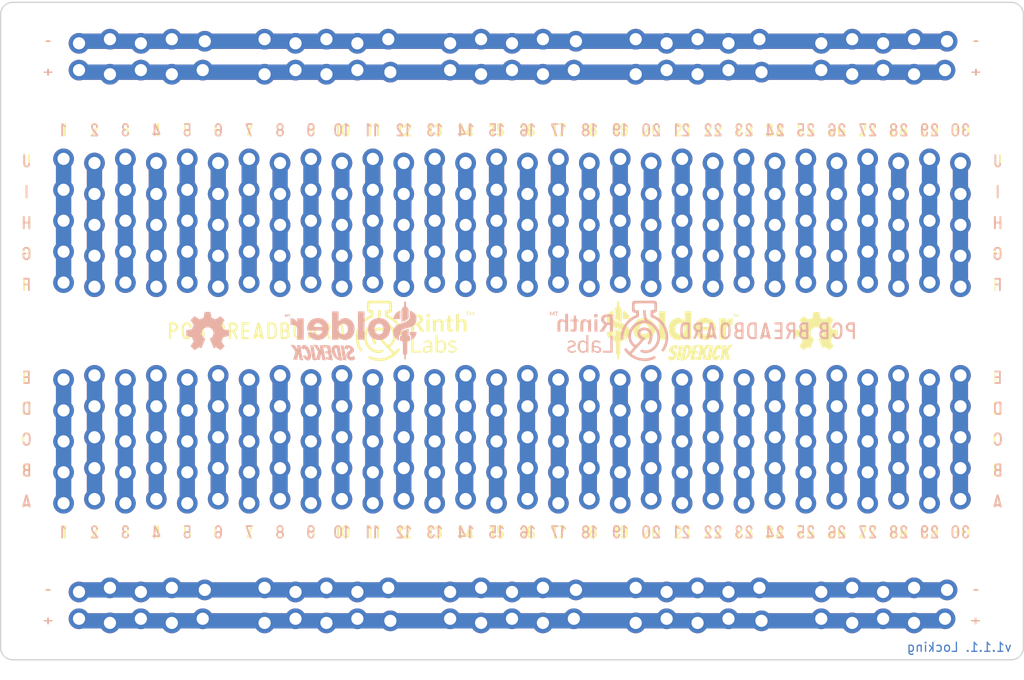
<source format=kicad_pcb>
(kicad_pcb (version 20241229) (generator "pcbnew") (generator_version "9.0")
  (title_block (title "PCB breadboard") (date "2025-05-06") (rev "V1.1.1.Locking") (company "SOLDERED/Rinth Labs") (comment 1 "333031"))
  (layers (0 "F.Cu" signal) (2 "B.Cu" signal) (13 "F.Paste" user) (15 "B.Paste" user) (5 "F.SilkS" user "F.Silkscreen") (7 "B.SilkS" user "B.Silkscreen") (1 "F.Mask" user) (3 "B.Mask" user) (25 "Edge.Cuts" user))
  (net 0 "")
  (net 1 "Net-(K1-Pad1)")
  (net 2 "Net-(K25-Pad1)")
  (net 3 "Net-(K10-Pad1)")
  (net 4 "Net-(K11-Pad1)")
  (net 5 "Net-(K12-Pad1)")
  (net 6 "Net-(K13-Pad1)")
  (net 7 "Net-(K14-Pad1)")
  (net 8 "Net-(K15-Pad1)")
  (net 9 "Net-(K16-Pad1)")
  (net 10 "Net-(K17-Pad1)")
  (net 11 "Net-(K18-Pad1)")
  (net 12 "Net-(K19-Pad1)")
  (net 13 "Net-(K20-Pad1)")
  (net 14 "Net-(K21-Pad1)")
  (net 15 "Net-(K22-Pad1)")
  (net 16 "Net-(K23-Pad1)")
  (net 17 "Net-(K24-Pad1)")
  (net 18 "Net-(K29-Pad1)")
  (net 19 "Net-(K30-Pad1)")
  (net 20 "Net-(K31-Pad1)")
  (net 21 "Net-(K32-Pad1)")
  (net 22 "Net-(K33-Pad1)")
  (net 23 "Net-(K34-Pad1)")
  (net 24 "Net-(K35-Pad1)")
  (net 25 "Net-(K36-Pad1)")
  (net 26 "Net-(K39-Pad1)")
  (net 27 "Net-(K40-Pad1)")
  (net 28 "Net-(K41-Pad1)")
  (net 29 "Net-(K42-Pad1)")
  (net 30 "Net-(K45-Pad1)")
  (net 31 "Net-(K46-Pad1)")
  (net 32 "Net-(K47-Pad1)")
  (net 33 "Net-(K48-Pad1)")
  (net 34 "Net-(K49-Pad1)")
  (net 35 "Net-(K50-Pad1)")
  (net 36 "Net-(K51-Pad1)")
  (net 37 "Net-(K52-Pad1)")
  (net 38 "Net-(K57-Pad1)")
  (net 39 "Net-(K58-Pad1)")
  (net 40 "Net-(K59-Pad1)")
  (net 41 "Net-(K60-Pad1)")
  (net 42 "Net-(K61-Pad1)")
  (net 43 "Net-(K62-Pad1)")
  (net 44 "Net-(K63-Pad1)")
  (net 45 "Net-(K64-Pad1)")
  (net 46 "Net-(K65-Pad1)")
  (net 47 "Net-(K66-Pad1)")
  (net 48 "Net-(K67-Pad1)")
  (net 49 "Net-(K68-Pad1)")
  (net 50 "Net-(K76-Pad1)")
  (net 51 "Net-(K26-Pad1)")
  (net 52 "Net-(K27-Pad1)")
  (net 53 "Net-(K28-Pad1)")
  (net 54 "Net-(K37-Pad1)")
  (net 55 "Net-(K38-Pad1)")
  (net 56 "Net-(K43-Pad1)")
  (net 57 "Net-(K44-Pad1)")
  (net 58 "Net-(K53-Pad1)")
  (net 59 "Net-(K54-Pad1)")
  (net 60 "Net-(K55-Pad1)")
  (net 61 "Net-(K56-Pad1)")
  (net 62 "Net-(K69-Pad1)")
  (net 63 "Net-(K70-Pad1)")
  (net 64 "Net-(K71-Pad1)")
  (footprint "header-locking:HEADER_MALE_5X1_B" (layer "F.Cu") (at 139.79 134.29 90)
    (property "Reference" "K59")
    (property "Value" "HEADER_MALE_5X1")
  )
  (footprint "header-locking:HEADER_MALE_5X1_B" (layer "F.Cu") (at 137.25 116.51 90)
    (property "Reference" "K28")
    (property "Value" "HEADER_MALE_5X1")
  )
  (footprint "buzzardLabel" (layer "F.Cu") (at 132.17 108.89)
    (property "Reference" "")
    (property "Value" "")
  )
  (footprint "buzzardLabel" (layer "F.Cu") (at 160.11 108.89)
    (property "Reference" "")
    (property "Value" "")
  )
  (footprint "buzzardLabel" (layer "F.Cu") (at 139.79 141.91)
    (property "Reference" "")
    (property "Value" "")
  )
  (footprint "header-locking:HEADER_MALE_5X1_B" (layer "F.Cu") (at 142.33 116.51 90)
    (property "Reference" "K30")
    (property "Value" "HEADER_MALE_5X1")
  )
  (footprint "buzzardLabel" (layer "F.Cu") (at 92.8 101.6)
    (property "Reference" "")
    (property "Value" "")
  )
  (footprint "header-locking:HEADER_MALE_5X1_A" (layer "F.Cu") (at 165.19 116.51 90)
    (property "Reference" "K39")
    (property "Value" "HEADER_MALE_5X1")
  )
  (footprint "buzzardLabel" (layer "F.Cu") (at 99.15 141.91)
    (property "Reference" "")
    (property "Value" "")
  )
  (footprint "header-locking:HEADER_MALE_5X1_B" (layer "F.Cu") (at 149.95 134.29 90)
    (property "Reference" "K63")
    (property "Value" "HEADER_MALE_5X1")
  )
  (footprint "header-locking:HEADER_MALE_5X1_A" (layer "F.Cu") (at 106.77 134.29 90)
    (property "Reference" "K46")
    (property "Value" "HEADER_MALE_5X1")
  )
  (footprint "header-locking:HEADER_MALE_5X1_A" (layer "F.Cu") (at 155.03 116.51 90)
    (property "Reference" "K35")
    (property "Value" "HEADER_MALE_5X1")
  )
  (footprint "buzzardLabel" (layer "F.Cu") (at 165.19 108.89)
    (property "Reference" "")
    (property "Value" "")
  )
  (footprint "buzzardLabel" (layer "F.Cu") (at 168.97 149.2)
    (property "Reference" "")
    (property "Value" "")
  )
  (footprint "header-locking:HEADER_MALE_5X1_B" (layer "F.Cu") (at 101.69 116.51 90)
    (property "Reference" "K14")
    (property "Value" "HEADER_MALE_5X1")
  )
  (footprint "buzzardLabel" (layer "F.Cu") (at 109.31 108.89)
    (property "Reference" "")
    (property "Value" "")
  )
  (footprint "buzzardLabel" (layer "F.Cu") (at 139.79 108.89)
    (property "Reference" "")
    (property "Value" "")
  )
  (footprint "header-locking:HEADER_MALE_5X1_C" (layer "F.Cu") (at 146.14 104.14)
    (property "Reference" "K9")
    (property "Value" "HEADER_MALE_5X1")
  )
  (footprint "header-locking:HEADER_MALE_5X1_B" (layer "F.Cu") (at 109.31 134.29 90)
    (property "Reference" "K47")
    (property "Value" "HEADER_MALE_5X1")
  )
  (footprint "header-locking:HEADER_MALE_5X1_A" (layer "F.Cu") (at 132.17 134.29 90)
    (property "Reference" "K56")
    (property "Value" "HEADER_MALE_5X1")
  )
  (footprint "buzzardLabel" (layer "F.Cu") (at 91.022 131.75)
    (property "Reference" "")
    (property "Value" "")
  )
  (footprint "header-locking:HEADER_MALE_5X1_B" (layer "F.Cu") (at 147.41 116.51 90)
    (property "Reference" "K32")
    (property "Value" "HEADER_MALE_5X1")
  )
  (footprint "header-locking:HEADER_MALE_5X1_A" (layer "F.Cu") (at 127.09 134.29 90)
    (property "Reference" "K54")
    (property "Value" "HEADER_MALE_5X1")
  )
  (footprint "buzzardLabel" (layer "F.Cu") (at 92.8 146.66)
    (property "Reference" "")
    (property "Value" "")
  )
  (footprint "buzzardLabel" (layer "F.Cu") (at 91.022 116.51)
    (property "Reference" "")
    (property "Value" "")
  )
  (footprint "header-locking:HEADER_MALE_5X1_B" (layer "F.Cu") (at 132.17 116.51 90)
    (property "Reference" "K26")
    (property "Value" "HEADER_MALE_5X1")
  )
  (footprint "buzzardLabel" (layer "F.Cu") (at 165.19 141.91)
    (property "Reference" "")
    (property "Value" "")
  )
  (footprint "header-locking:HEADER_MALE_5X1_B" (layer "F.Cu") (at 111.85 116.51 90)
    (property "Reference" "K18")
    (property "Value" "HEADER_MALE_5X1")
  )
  (footprint "buzzardLabel" (layer "F.Cu") (at 169 101.6)
    (property "Reference" "")
    (property "Value" "")
  )
  (footprint "header-locking:HEADER_MALE_5X1_A" (layer "F.Cu") (at 101.69 134.29 90)
    (property "Reference" "K44")
    (property "Value" "HEADER_MALE_5X1")
  )
  (footprint "buzzardLabel" (layer "F.Cu") (at 167.73 141.91)
    (property "Reference" "")
    (property "Value" "")
  )
  (footprint "buzzardLabel" (layer "F.Cu") (at 147.41 141.91)
    (property "Reference" "")
    (property "Value" "")
  )
  (footprint "buzzardLabel" (layer "F.Cu") (at 114.39 108.89)
    (property "Reference" "")
    (property "Value" "")
  )
  (footprint "buzzardLabel" (layer "F.Cu") (at 91.022 121.59)
    (property "Reference" "")
    (property "Value" "")
  )
  (footprint "buzzardLabel" (layer "F.Cu") (at 111.85 108.89)
    (property "Reference" "")
    (property "Value" "")
  )
  (footprint "buzzardLabel" (layer "F.Cu") (at 109.31 141.91)
    (property "Reference" "")
    (property "Value" "")
  )
  (footprint "buzzardLabel" (layer "F.Cu") (at 170.778 113.97)
    (property "Reference" "")
    (property "Value" "")
  )
  (footprint "buzzardLabel" (layer "F.Cu") (at 129.63 141.91)
    (property "Reference" "")
    (property "Value" "")
  )
  (footprint "header-locking:HEADER_MALE_5X1_A" (layer "F.Cu") (at 104.23 116.51 90)
    (property "Reference" "K15")
    (property "Value" "HEADER_MALE_5X1")
  )
  (footprint "buzzardLabel" (layer "F.Cu") (at 149.95 141.91)
    (property "Reference" "")
    (property "Value" "")
  )
  (footprint "header-locking:HEADER_MALE_5X1_D" (layer "F.Cu") (at 115.66 101.6)
    (property "Reference" "K2")
    (property "Value" "HEADER_MALE_5X1")
  )
  (footprint "e-radionica.com footprinti:HOLE_3.2mm" (layer "F.Cu") (at 98.9 125.4)
    (property "Reference" "H1" (hide yes))
    (property "Value" "HOLE_3.2mm" (hide yes))
  )
  (footprint "header-locking:HEADER_MALE_5X1_B" (layer "F.Cu") (at 106.77 116.51 90)
    (property "Reference" "K16")
    (property "Value" "HEADER_MALE_5X1")
  )
  (footprint "header-locking:HEADER_MALE_5X1_A" (layer "F.Cu") (at 99.15 116.51 90)
    (property "Reference" "K13")
    (property "Value" "HEADER_MALE_5X1")
  )
  (footprint "buzzardLabel" (layer "F.Cu") (at 124.55 141.91)
    (property "Reference" "")
    (property "Value" "")
  )
  (footprint "e-radionica.com footprinti:HOLE_3.2mm" (layer "F.Cu") (at 130.9 125.4)
    (property "Reference" "H3" (hide yes))
    (property "Value" "HOLE_3.2mm" (hide yes))
  )
  (footprint "buzzardLabel" (layer "F.Cu") (at 92.8 104.14)
    (property "Reference" "")
    (property "Value" "")
  )
  (footprint "buzzardLabel" (layer "F.Cu") (at 96.61 108.89)
    (property "Reference" "")
    (property "Value" "")
  )
  (footprint "buzzardLabel" (layer "F.Cu") (at 142.33 141.91)
    (property "Reference" "")
    (property "Value" "")
  )
  (footprint "buzzardLabel" (layer "F.Cu") (at 132.17 141.91)
    (property "Reference" "")
    (property "Value" "")
  )
  (footprint "buzzardLabel" (layer "F.Cu") (at 101.69 141.91)
    (property "Reference" "")
    (property "Value" "")
  )
  (footprint "header-locking:HEADER_MALE_5X1_A" (layer "F.Cu") (at 160.11 116.51 90)
    (property "Reference" "K37")
    (property "Value" "HEADER_MALE_5X1")
  )
  (footprint "header-locking:HEADER_MALE_5X1_C" (layer "F.Cu") (at 130.9 101.6)
    (property "Reference" "K3")
    (property "Value" "HEADER_MALE_5X1")
  )
  (footprint "buzzardLabel" (layer "F.Cu") (at 155.03 141.91)
    (property "Reference" "")
    (property "Value" "")
  )
  (footprint "header-locking:HEADER_MALE_5X1_C" (layer "F.Cu") (at 130.9 146.66)
    (property "Reference" "K73")
    (property "Value" "HEADER_MALE_5X1")
  )
  (footprint "header-locking:HEADER_MALE_5X1_D" (layer "F.Cu") (at 161.38 149.2)
    (property "Reference" "K80")
    (property "Value" "HEADER_MALE_5X1")
  )
  (footprint "header-locking:HEADER_MALE_5X1_A" (layer "F.Cu") (at 124.55 116.51 90)
    (property "Reference" "K23")
    (property "Value" "HEADER_MALE_5X1")
  )
  (footprint "header-locking:HEADER_MALE_5X1_A" (layer "F.Cu") (at 162.65 134.29 90)
    (property "Reference" "K68")
    (property "Value" "HEADER_MALE_5X1")
  )
  (footprint "header-locking:HEADER_MALE_5X1_C" (layer "F.Cu") (at 161.38 101.6)
    (property "Reference" "K5")
    (property "Value" "HEADER_MALE_5X1")
  )
  (footprint "header-locking:HEADER_MALE_5X1_A" (layer "F.Cu") (at 134.71 116.51 90)
    (property "Reference" "K27")
    (property "Value" "HEADER_MALE_5X1")
  )
  (footprint "buzzardLabel" (layer "F.Cu") (at 157.57 108.89)
    (property "Reference" "")
    (property "Value" "")
  )
  (footprint "header-locking:HEADER_MALE_5X1_A" (layer "F.Cu") (at 152.49 134.29 90)
    (property "Reference" "K64")
    (property "Value" "HEADER_MALE_5X1")
  )
  (footprint "buzzardLabel" (layer "F.Cu") (at 170.778 116.51)
    (property "Reference" "")
    (property "Value" "")
  )
  (footprint "buzzardLabel" (layer "F.Cu") (at 169 146.66)
    (property "Reference" "")
    (property "Value" "")
  )
  (footprint "header-locking:HEADER_MALE_5X1_A" (layer "F.Cu") (at 129.63 116.51 90)
    (property "Reference" "K25")
    (property "Value" "HEADER_MALE_5X1")
  )
  (footprint "buzzardLabel" (layer "F.Cu") (at 106.77 141.91)
    (property "Reference" "")
    (property "Value" "")
  )
  (footprint "header-locking:HEADER_MALE_5X1_B" (layer "F.Cu") (at 157.57 116.51 90)
    (property "Reference" "K36")
    (property "Value" "HEADER_MALE_5X1")
  )
  (footprint "buzzardLabel" (layer "F.Cu") (at 147.41 108.89)
    (property "Reference" "")
    (property "Value" "")
  )
  (footprint "header-locking:HEADER_MALE_5X1_A" (layer "F.Cu") (at 119.47 116.51 90)
    (property "Reference" "K21")
    (property "Value" "HEADER_MALE_5X1")
  )
  (footprint "buzzardLabel" (layer "F.Cu") (at 91.022 129.21)
    (property "Reference" "")
    (property "Value" "")
  )
  (footprint "buzzardLabel" (layer "F.Cu") (at 91.022 134.29)
    (property "Reference" "")
    (property "Value" "")
  )
  (footprint "buzzardLabel" (layer "F.Cu") (at 160.11 141.91)
    (property "Reference" "")
    (property "Value" "")
  )
  (footprint "header-locking:HEADER_MALE_5X1_C" (layer "F.Cu") (at 100.42 101.6)
    (property "Reference" "K1")
    (property "Value" "HEADER_MALE_5X1")
  )
  (footprint "header-locking:HEADER_MALE_5X1_C" (layer "F.Cu") (at 146.14 149.2)
    (property "Reference" "K79")
    (property "Value" "HEADER_MALE_5X1")
  )
  (footprint "header-locking:HEADER_MALE_5X1_D" (layer "F.Cu") (at 100.42 104.14)
    (property "Reference" "K6")
    (property "Value" "HEADER_MALE_5X1")
  )
  (footprint "buzzardLabel" (layer "F.Cu") (at 170.778 131.75)
    (property "Reference" "")
    (property "Value" "")
  )
  (footprint "buzzardLabel" (layer "F.Cu") (at 149.95 108.89)
    (property "Reference" "")
    (property "Value" "")
  )
  (footprint "header-locking:HEADER_MALE_5X1_B" (layer "F.Cu") (at 119.47 134.29 90)
    (property "Reference" "K51")
    (property "Value" "HEADER_MALE_5X1")
  )
  (footprint "header-locking:HEADER_MALE_5X1_B" (layer "F.Cu") (at 94.07 134.29 90)
    (property "Reference" "K41")
    (property "Value" "HEADER_MALE_5X1")
  )
  (footprint "header-locking:HEADER_MALE_5X1_B" (layer "F.Cu") (at 104.23 134.29 90)
    (property "Reference" "K45")
    (property "Value" "HEADER_MALE_5X1")
  )
  (footprint "buzzardLabel" (layer "F.Cu") (at 122.01 108.89)
    (property "Reference" "")
    (property "Value" "")
  )
  (footprint "header-locking:HEADER_MALE_5X1_B" (layer "F.Cu") (at 167.73 116.51 90)
    (property "Reference" "K40")
    (property "Value" "HEADER_MALE_5X1")
  )
  (footprint "Soldered Graphics:Logo-Front-OSH-3.5mm" (layer "F.Cu") (at 155.9 125.4)
    (property "Reference" "G***" (hide yes))
    (property "Value" "LOGO" (hide yes))
  )
  (footprint "e-radionica.com footprinti:HOLE_3.2mm" (layer "F.Cu") (at 162.9 125.4)
    (property "Reference" "H2" (hide yes))
    (property "Value" "HOLE_3.2mm" (hide yes))
  )
  (footprint "buzzardLabel" (layer "F.Cu") (at 129.63 108.89)
    (property "Reference" "")
    (property "Value" "")
  )
  (footprint "header-locking:HEADER_MALE_5X1_A" (layer "F.Cu") (at 94.07 116.51 90)
    (property "Reference" "K11")
    (property "Value" "HEADER_MALE_5X1")
  )
  (footprint "header-locking:HEADER_MALE_5X1_A" (layer "F.Cu") (at 144.87 116.51 90)
    (property "Reference" "K31")
    (property "Value" "HEADER_MALE_5X1")
  )
  (footprint "buzzardLabel" (layer "F.Cu") (at 170.778 129.21)
    (property "Reference" "")
    (property "Value" "")
  )
  (footprint "header-locking:HEADER_MALE_5X1_B" (layer "F.Cu") (at 99.15 134.29 90)
    (property "Reference" "K43")
    (property "Value" "HEADER_MALE_5X1")
  )
  (footprint "buzzardLabel" (layer "F.Cu") (at 116.93 108.89)
    (property "Reference" "")
    (property "Value" "")
  )
  (footprint "header-locking:HEADER_MALE_5X1_D" (layer "F.Cu") (at 115.66 146.66)
    (property "Reference" "K72")
    (property "Value" "HEADER_MALE_5X1")
  )
  (footprint "header-locking:HEADER_MALE_5X1_A" (layer "F.Cu") (at 149.95 116.51 90)
    (property "Reference" "K33")
    (property "Value" "HEADER_MALE_5X1")
  )
  (footprint "buzzardLabel" (layer "F.Cu") (at 152.49 141.91)
    (property "Reference" "")
    (property "Value" "")
  )
  (footprint "buzzardLabel" (layer "F.Cu") (at 92.8 149.2)
    (property "Reference" "")
    (property "Value" "")
  )
  (footprint "buzzardLabel" (layer "F.Cu") (at 119.47 141.91)
    (property "Reference" "")
    (property "Value" "")
  )
  (footprint "buzzardLabel" (layer "F.Cu") (at 111.85 141.91)
    (property "Reference" "")
    (property "Value" "")
  )
  (footprint "header-locking:HEADER_MALE_5X1_B" (layer "F.Cu") (at 129.63 134.29 90)
    (property "Reference" "K55")
    (property "Value" "HEADER_MALE_5X1")
  )
  (footprint "header-locking:HEADER_MALE_5X1_B" (layer "F.Cu") (at 124.55 134.29 90)
    (property "Reference" "K53")
    (property "Value" "HEADER_MALE_5X1")
  )
  (footprint "buzzardLabel" (layer "F.Cu") (at 127.09 108.89)
    (property "Reference" "")
    (property "Value" "")
  )
  (footprint "header-locking:HEADER_MALE_5X1_B" (layer "F.Cu") (at 134.71 134.29 90)
    (property "Reference" "K57")
    (property "Value" "HEADER_MALE_5X1")
  )
  (footprint "buzzardLabel" (layer "F.Cu") (at 170.778 121.59)
    (property "Reference" "")
    (property "Value" "")
  )
  (footprint "header-locking:HEADER_MALE_5X1_D" (layer "F.Cu") (at 161.38 104.14)
    (property "Reference" "K10")
    (property "Value" "HEADER_MALE_5X1")
  )
  (footprint "buzzardLabel" (layer "F.Cu") (at 170.778 139.37)
    (property "Reference" "")
    (property "Value" "")
  )
  (footprint "header-locking:HEADER_MALE_5X1_D" (layer "F.Cu") (at 130.9 104.14)
    (property "Reference" "K8")
    (property "Value" "HEADER_MALE_5X1")
  )
  (footprint "buzzardLabel" (layer "F.Cu") (at 101.69 108.89)
    (property "Reference" "")
    (property "Value" "")
  )
  (footprint "header-locking:HEADER_MALE_5X1_C" (layer "F.Cu") (at 115.66 104.14)
    (property "Reference" "K7")
    (property "Value" "HEADER_MALE_5X1")
  )
  (footprint "header-locking:HEADER_MALE_5X1_B" (layer "F.Cu") (at 127.09 116.51 90)
    (property "Reference" "K24")
    (property "Value" "HEADER_MALE_5X1")
  )
  (footprint "header-locking:HEADER_MALE_5X1_A" (layer "F.Cu") (at 114.39 116.51 90)
    (property "Reference" "K19")
    (property "Value" "HEADER_MALE_5X1")
  )
  (footprint "header-locking:HEADER_MALE_5X1_B" (layer "F.Cu") (at 114.39 134.29 90)
    (property "Reference" "K49")
    (property "Value" "HEADER_MALE_5X1")
  )
  (footprint "buzzardLabel" (layer "F.Cu") (at 124.55 108.89)
    (property "Reference" "")
    (property "Value" "")
  )
  (footprint "buzzardLabel" (layer "F.Cu") (at 94.07 141.91)
    (property "Reference" "")
    (property "Value" "")
  )
  (footprint "buzzardLabel" (layer "F.Cu") (at 170.778 119.05)
    (property "Reference" "")
    (property "Value" "")
  )
  (footprint "buzzardLabel" (layer "F.Cu") (at 91.022 136.83)
    (property "Reference" "")
    (property "Value" "")
  )
  (footprint "buzzardLabel" (layer "F.Cu") (at 134.71 108.89)
    (property "Reference" "")
    (property "Value" "")
  )
  (footprint "header-locking:HEADER_MALE_5X1_A" (layer "F.Cu") (at 167.73 134.29 90)
    (property "Reference" "K70")
    (property "Value" "HEADER_MALE_5X1")
  )
  (footprint "buzzardLabel" (layer "F.Cu") (at 169 104.14)
    (property "Reference" "")
    (property "Value" "")
  )
  (footprint "buzzardLabel" (layer "F.Cu") (at 91.022 139.37)
    (property "Reference" "")
    (property "Value" "")
  )
  (footprint "buzzardLabel" (layer "F.Cu") (at 91.022 111.43)
    (property "Reference" "")
    (property "Value" "")
  )
  (footprint "buzzardLabel" (layer "F.Cu") (at 170.778 136.83)
    (property "Reference" "")
    (property "Value" "")
  )
  (footprint "header-locking:HEADER_MALE_5X1_D" (layer "F.Cu") (at 130.9 149.2)
    (property "Reference" "K78")
    (property "Value" "HEADER_MALE_5X1")
  )
  (footprint "buzzardLabel" (layer "F.Cu") (at 142.33 108.89)
    (property "Reference" "")
    (property "Value" "")
  )
  (footprint "buzzardLabel" (layer "F.Cu") (at 157.57 141.91)
    (property "Reference" "")
    (property "Value" "")
  )
  (footprint "buzzardLabel" (layer "F.Cu") (at 170.778 134.29)
    (property "Reference" "")
    (property "Value" "")
  )
  (footprint "buzzardLabel" (layer "F.Cu") (at 144.87 141.91)
    (property "Reference" "")
    (property "Value" "")
  )
  (footprint "header-locking:HEADER_MALE_5X1_C" (layer "F.Cu") (at 100.42 146.66)
    (property "Reference" "K71")
    (property "Value" "HEADER_MALE_5X1")
  )
  (footprint "header-locking:HEADER_MALE_5X1_A" (layer "F.Cu") (at 139.79 116.51 90)
    (property "Reference" "K29")
    (property "Value" "HEADER_MALE_5X1")
  )
  (footprint "header-locking:HEADER_MALE_5X1_B" (layer "F.Cu") (at 144.87 134.29 90)
    (property "Reference" "K61")
    (property "Value" "HEADER_MALE_5X1")
  )
  (footprint "buzzardLabel" (layer "F.Cu") (at 114.39 141.91)
    (property "Reference" "")
    (property "Value" "")
  )
  (footprint "buzzardLabel" (layer "F.Cu") (at 109.9 125.4)
    (property "Reference" "")
    (property "Value" "")
  )
  (footprint "buzzardLabel" (layer "F.Cu") (at 96.61 141.91)
    (property "Reference" "")
    (property "Value" "")
  )
  (footprint "buzzardLabel" (layer "F.Cu") (at 144.87 108.89)
    (property "Reference" "")
    (property "Value" "")
  )
  (footprint "header-locking:HEADER_MALE_5X1_D" (layer "F.Cu") (at 146.14 146.66)
    (property "Reference" "K74")
    (property "Value" "HEADER_MALE_5X1")
  )
  (footprint "header-locking:HEADER_MALE_5X1_C" (layer "F.Cu") (at 161.38 146.66)
    (property "Reference" "K75")
    (property "Value" "HEADER_MALE_5X1")
  )
  (footprint "buzzardLabel" (layer "F.Cu") (at 106.77 108.89)
    (property "Reference" "")
    (property "Value" "")
  )
  (footprint "header-locking:HEADER_MALE_5X1_A" (layer "F.Cu") (at 147.41 134.29 90)
    (property "Reference" "K62")
    (property "Value" "HEADER_MALE_5X1")
  )
  (footprint "header-locking:HEADER_MALE_5X1_A" (layer "F.Cu") (at 142.33 134.29 90)
    (property "Reference" "K60")
    (property "Value" "HEADER_MALE_5X1")
  )
  (footprint "header-locking:HEADER_MALE_5X1_A" (layer "F.Cu") (at 96.61 134.29 90)
    (property "Reference" "K42")
    (property "Value" "HEADER_MALE_5X1")
  )
  (footprint "buzzardLabel" (layer "F.Cu") (at 152.49 108.89)
    (property "Reference" "")
    (property "Value" "")
  )
  (footprint "header-locking:HEADER_MALE_5X1_A" (layer "F.Cu") (at 137.25 134.29 90)
    (property "Reference" "K58")
    (property "Value" "HEADER_MALE_5X1")
  )
  (footprint "buzzardLabel" (layer "F.Cu") (at 119.47 108.89)
    (property "Reference" "")
    (property "Value" "")
  )
  (footprint "buzzardLabel" (layer "F.Cu") (at 99.15 108.89)
    (property "Reference" "")
    (property "Value" "")
  )
  (footprint "buzzardLabel" (layer "F.Cu") (at 162.65 108.89)
    (property "Reference" "")
    (property "Value" "")
  )
  (footprint "header-locking:HEADER_MALE_5X1_D" (layer "F.Cu") (at 100.42 149.2)
    (property "Reference" "K76")
    (property "Value" "HEADER_MALE_5X1")
  )
  (footprint "header-locking:HEADER_MALE_5X1_A" (layer "F.Cu") (at 109.31 116.51 90)
    (property "Reference" "K17")
    (property "Value" "HEADER_MALE_5X1")
  )
  (footprint "buzzardLabel" (layer "F.Cu") (at 91.022 119.05)
    (property "Reference" "")
    (property "Value" "")
  )
  (footprint "buzzardLabel" (layer "F.Cu") (at 127.09 141.91)
    (property "Reference" "")
    (property "Value" "")
  )
  (footprint "header-locking:HEADER_MALE_5X1_A" (layer "F.Cu") (at 157.57 134.29 90)
    (property "Reference" "K66")
    (property "Value" "HEADER_MALE_5X1")
  )
  (footprint "header-locking:HEADER_MALE_5X1_B" (layer "F.Cu") (at 152.49 116.51 90)
    (property "Reference" "K34")
    (property "Value" "HEADER_MALE_5X1")
  )
  (footprint "buzzardLabel" (layer "F.Cu") (at 116.93 141.91)
    (property "Reference" "")
    (property "Value" "")
  )
  (footprint "header-locking:HEADER_MALE_5X1_B" (layer "F.Cu") (at 155.03 134.29 90)
    (property "Reference" "K65")
    (property "Value" "HEADER_MALE_5X1")
  )
  (footprint "header-locking:HEADER_MALE_5X1_D" (layer "F.Cu") (at 146.14 101.6)
    (property "Reference" "K4")
    (property "Value" "HEADER_MALE_5X1")
  )
  (footprint "buzzardLabel" (layer "F.Cu") (at 122.01 141.91)
    (property "Reference" "")
    (property "Value" "")
  )
  (footprint "buzzardLabel" (layer "F.Cu") (at 134.71 141.91)
    (property "Reference" "")
    (property "Value" "")
  )
  (footprint "buzzardLabel" (layer "F.Cu") (at 167.73 108.89)
    (property "Reference" "")
    (property "Value" "")
  )
  (footprint "buzzardLabel" (layer "F.Cu") (at 104.23 141.91)
    (property "Reference" "")
    (property "Value" "")
  )
  (footprint "header-locking:HEADER_MALE_5X1_B" (layer "F.Cu") (at 165.19 134.29 90)
    (property "Reference" "K69")
    (property "Value" "HEADER_MALE_5X1")
  )
  (footprint "header-locking:HEADER_MALE_5X1_B" (layer "F.Cu") (at 122.01 116.51 90)
    (property "Reference" "K22")
    (property "Value" "HEADER_MALE_5X1")
  )
  (footprint "header-locking:HEADER_MALE_5X1_B" (layer "F.Cu") (at 160.11 134.29 90)
    (property "Reference" "K67")
    (property "Value" "HEADER_MALE_5X1")
  )
  (footprint "header-locking:HEADER_MALE_5X1_B" (layer "F.Cu") (at 96.61 116.51 90)
    (property "Reference" "K12")
    (property "Value" "HEADER_MALE_5X1")
  )
  (footprint "header-locking:HEADER_MALE_5X1_A" (layer "F.Cu") (at 116.93 134.29 90)
    (property "Reference" "K50")
    (property "Value" "HEADER_MALE_5X1")
  )
  (footprint "header-locking:HEADER_MALE_5X1_B" (layer "F.Cu") (at 162.65 116.51 90)
    (property "Reference" "K38")
    (property "Value" "HEADER_MALE_5X1")
  )
  (footprint "buzzardLabel" (layer "F.Cu") (at 155.03 108.89)
    (property "Reference" "")
    (property "Value" "")
  )
  (footprint "header-locking:HEADER_MALE_5X1_B" (layer "F.Cu") (at 116.93 116.51 90)
    (property "Reference" "K20")
    (property "Value" "HEADER_MALE_5X1")
  )
  (footprint "header-locking:HEADER_MALE_5X1_A" (layer "F.Cu") (at 111.85 134.29 90)
    (property "Reference" "K48")
    (property "Value" "HEADER_MALE_5X1")
  )
  (footprint "buzzardLabel" (layer "F.Cu") (at 137.25 108.89)
    (property "Reference" "")
    (property "Value" "")
  )
  (footprint "buzzardLabel" (layer "F.Cu") (at 162.65 141.91)
    (property "Reference" "")
    (property "Value" "")
  )
  (footprint "buzzardLabel" (layer "F.Cu") (at 104.23 108.89)
    (property "Reference" "")
    (property "Value" "")
  )
  (footprint "buzzardLabel" (layer "F.Cu") (at 170.778 111.43)
    (property "Reference" "")
    (property "Value" "")
  )
  (footprint "buzzardLabel" (layer "F.Cu") (at 137.25 141.91)
    (property "Reference" "")
    (property "Value" "")
  )
  (footprint "header-locking:HEADER_MALE_5X1_C" (layer "F.Cu") (at 115.66 149.2)
    (property "Reference" "K77")
    (property "Value" "HEADER_MALE_5X1")
  )
  (footprint "buzzardLabel" (layer "F.Cu") (at 94.07 108.89)
    (property "Reference" "")
    (property "Value" "")
  )
  (footprint "header-locking:HEADER_MALE_5X1_A" (layer "F.Cu") (at 122.01 134.29 90)
    (property "Reference" "K52")
    (property "Value" "HEADER_MALE_5X1")
  )
  (footprint "buzzardLabel" (layer "F.Cu") (at 91.022 113.97)
    (property "Reference" "")
    (property "Value" "")
  )
  (footprint "buzzardLabel" (layer "B.Cu") (at 142.33 108.89 180)
    (property "Reference" "")
    (property "Value" "")
  )
  (footprint "buzzardLabel" (layer "B.Cu") (at 101.69 141.91 180)
    (property "Reference" "")
    (property "Value" "")
  )
  (footprint "buzzardLabel" (layer "B.Cu") (at 170.788 121.59 180)
    (property "Reference" "")
    (property "Value" "")
  )
  (footprint "buzzardLabel" (layer "B.Cu") (at 168.97 149.2 180)
    (property "Reference" "")
    (property "Value" "")
  )
  (footprint "buzzardLabel" (layer "B.Cu") (at 155.03 108.89 180)
    (property "Reference" "")
    (property "Value" "")
  )
  (footprint "buzzardLabel" (layer "B.Cu") (at 106.77 108.89 180)
    (property "Reference" "")
    (property "Value" "")
  )
  (footprint "buzzardLabel" (layer "B.Cu") (at 157.57 108.89 180)
    (property "Reference" "")
    (property "Value" "")
  )
  (footprint "buzzardLabel" (layer "B.Cu") (at 91.032 111.43 180)
    (property "Reference" "")
    (property "Value" "")
  )
  (footprint "buzzardLabel" (layer "B.Cu") (at 157.57 141.91 180)
    (property "Reference" "")
    (property "Value" "")
  )
  (footprint "buzzardLabel" (layer "B.Cu") (at 142.33 141.91 180)
    (property "Reference" "")
    (property "Value" "")
  )
  (footprint "buzzardLabel" (layer "B.Cu") (at 170.788 119.05 180)
    (property "Reference" "")
    (property "Value" "")
  )
  (footprint "buzzardLabel" (layer "B.Cu") (at 111.85 141.91 180)
    (property "Reference" "")
    (property "Value" "")
  )
  (footprint "buzzardLabel" (layer "B.Cu") (at 109.31 141.91 180)
    (property "Reference" "")
    (property "Value" "")
  )
  (footprint "buzzardLabel" (layer "B.Cu") (at 169 146.66 180)
    (property "Reference" "")
    (property "Value" "")
  )
  (footprint "buzzardLabel" (layer "B.Cu") (at 99.15 108.89 180)
    (property "Reference" "")
    (property "Value" "")
  )
  (footprint "buzzardLabel" (layer "B.Cu") (at 101.69 108.89 180)
    (property "Reference" "")
    (property "Value" "")
  )
  (footprint "buzzardLabel" (layer "B.Cu") (at 147.41 141.91 180)
    (property "Reference" "")
    (property "Value" "")
  )
  (footprint "buzzardLabel" (layer "B.Cu") (at 94.07 141.91 180)
    (property "Reference" "")
    (property "Value" "")
  )
  (footprint "buzzardLabel" (layer "B.Cu") (at 160.11 108.89 180)
    (property "Reference" "")
    (property "Value" "")
  )
  (footprint "buzzardLabel" (layer "B.Cu") (at 151.9 125.4 180)
    (property "Reference" "")
    (property "Value" "")
  )
  (footprint "buzzardLabel" (layer "B.Cu") (at 165.19 141.91 180)
    (property "Reference" "")
    (property "Value" "")
  )
  (footprint "buzzardLabel" (layer "B.Cu") (at 109.31 108.89 180)
    (property "Reference" "")
    (property "Value" "")
  )
  (footprint "buzzardLabel" (layer "B.Cu") (at 170.788 134.29 180)
    (property "Reference" "")
    (property "Value" "")
  )
  (footprint "buzzardLabel" (layer "B.Cu") (at 116.93 141.91 180)
    (property "Reference" "")
    (property "Value" "")
  )
  (footprint "buzzardLabel" (layer "B.Cu") (at 91.032 129.21 180)
    (property "Reference" "")
    (property "Value" "")
  )
  (footprint "buzzardLabel" (layer "B.Cu") (at 170.788 113.97 180)
    (property "Reference" "")
    (property "Value" "")
  )
  (footprint "buzzardLabel" (layer "B.Cu") (at 92.8 149.2 180)
    (property "Reference" "")
    (property "Value" "")
  )
  (footprint "buzzardLabel" (layer "B.Cu") (at 169 101.6 180)
    (property "Reference" "")
    (property "Value" "")
  )
  (footprint "buzzardLabel" (layer "B.Cu") (at 162.65 108.89 180)
    (property "Reference" "")
    (property "Value" "")
  )
  (footprint "buzzardLabel" (layer "B.Cu") (at 92.8 146.66 180)
    (property "Reference" "")
    (property "Value" "")
  )
  (footprint "buzzardLabel" (layer "B.Cu") (at 137.25 141.91 180)
    (property "Reference" "")
    (property "Value" "")
  )
  (footprint "buzzardLabel" (layer "B.Cu") (at 104.23 108.89 180)
    (property "Reference" "")
    (property "Value" "")
  )
  (footprint "buzzardLabel" (layer "B.Cu") (at 170.788 139.37 180)
    (property "Reference" "")
    (property "Value" "")
  )
  (footprint "buzzardLabel" (layer "B.Cu") (at 96.61 108.89 180)
    (property "Reference" "")
    (property "Value" "")
  )
  (footprint "buzzardLabel" (layer "B.Cu") (at 139.79 141.91 180)
    (property "Reference" "")
    (property "Value" "")
  )
  (footprint "buzzardLabel" (layer "B.Cu") (at 147.41 108.89 180)
    (property "Reference" "")
    (property "Value" "")
  )
  (footprint "buzzardLabel" (layer "B.Cu") (at 149.95 108.89 180)
    (property "Reference" "")
    (property "Value" "")
  )
  (footprint "buzzardLabel" (layer "B.Cu") (at 134.71 108.89 180)
    (property "Reference" "")
    (property "Value" "")
  )
  (footprint "buzzardLabel" (layer "B.Cu") (at 155.03 141.91 180)
    (property "Reference" "")
    (property "Value" "")
  )
  (footprint "buzzardLabel" (layer "B.Cu") (at 127.09 141.91 180)
    (property "Reference" "")
    (property "Value" "")
  )
  (footprint "buzzardLabel" (layer "B.Cu") (at 132.17 108.89 180)
    (property "Reference" "")
    (property "Value" "")
  )
  (footprint "buzzardLabel" (layer "B.Cu") (at 116.93 108.89 180)
    (property "Reference" "")
    (property "Value" "")
  )
  (footprint "buzzardLabel" (layer "B.Cu") (at 122.01 141.91 180)
    (property "Reference" "")
    (property "Value" "")
  )
  (footprint "buzzardLabel" (layer "B.Cu") (at 149.95 141.91 180)
    (property "Reference" "")
    (property "Value" "")
  )
  (footprint "buzzardLabel" (layer "B.Cu") (at 114.39 108.89 180)
    (property "Reference" "")
    (property "Value" "")
  )
  (footprint "buzzardLabel" (layer "B.Cu") (at 167.73 108.89 180)
    (property "Reference" "")
    (property "Value" "")
  )
  (footprint "buzzardLabel" (layer "B.Cu") (at 104.23 141.91 180)
    (property "Reference" "")
    (property "Value" "")
  )
  (footprint "buzzardLabel" (layer "B.Cu") (at 91.032 116.51 180)
    (property "Reference" "")
    (property "Value" "")
  )
  (footprint "buzzardLabel" (layer "B.Cu") (at 91.032 121.59 180)
    (property "Reference" "")
    (property "Value" "")
  )
  (footprint "buzzardLabel" (layer "B.Cu") (at 152.49 108.89 180)
    (property "Reference" "")
    (property "Value" "")
  )
  (footprint "buzzardLabel" (layer "B.Cu") (at 165.19 108.89 180)
    (property "Reference" "")
    (property "Value" "")
  )
  (footprint "buzzardLabel" (layer "B.Cu") (at 129.63 108.89 180)
    (property "Reference" "")
    (property "Value" "")
  )
  (footprint "buzzardLabel" (layer "B.Cu") (at 91.032 131.75 180)
    (property "Reference" "")
    (property "Value" "")
  )
  (footprint "buzzardLabel" (layer "B.Cu") (at 106.77 141.91 180)
    (property "Reference" "")
    (property "Value" "")
  )
  (footprint "buzzardLabel" (layer "B.Cu") (at 122.01 108.89 180)
    (property "Reference" "")
    (property "Value" "")
  )
  (footprint "buzzardLabel" (layer "B.Cu") (at 170.788 136.83 180)
    (property "Reference" "")
    (property "Value" "")
  )
  (footprint "buzzardLabel" (layer "B.Cu") (at 124.55 141.91 180)
    (property "Reference" "")
    (property "Value" "")
  )
  (footprint "buzzardLabel" (layer "B.Cu") (at 127.09 108.89 180)
    (property "Reference" "")
    (property "Value" "")
  )
  (footprint "buzzardLabel" (layer "B.Cu") (at 170.788 129.21 180)
    (property "Reference" "")
    (property "Value" "")
  )
  (footprint "buzzardLabel" (layer "B.Cu") (at 132.17 141.91 180)
    (property "Reference" "")
    (property "Value" "")
  )
  (footprint "buzzardLabel" (layer "B.Cu") (at 170.788 116.51 180)
    (property "Reference" "")
    (property "Value" "")
  )
  (footprint "buzzardLabel" (layer "B.Cu") (at 144.87 108.89 180)
    (property "Reference" "")
    (property "Value" "")
  )
  (footprint "buzzardLabel" (layer "B.Cu") (at 114.39 141.91 180)
    (property "Reference" "")
    (property "Value" "")
  )
  (footprint "buzzardLabel" (layer "B.Cu") (at 170.788 111.43 180)
    (property "Reference" "")
    (property "Value" "")
  )
  (footprint "buzzardLabel" (layer "B.Cu") (at 134.71 141.91 180)
    (property "Reference" "")
    (property "Value" "")
  )
  (footprint "buzzardLabel" (layer "B.Cu") (at 129.63 141.91 180)
    (property "Reference" "")
    (property "Value" "")
  )
  (footprint "buzzardLabel" (layer "B.Cu") (at 91.032 134.29 180)
    (property "Reference" "")
    (property "Value" "")
  )
  (footprint "buzzardLabel" (layer "B.Cu") (at 144.87 141.91 180)
    (property "Reference" "")
    (property "Value" "")
  )
  (footprint "buzzardLabel" (layer "B.Cu") (at 152.49 141.91 180)
    (property "Reference" "")
    (property "Value" "")
  )
  (footprint "buzzardLabel" (layer "B.Cu") (at 94.07 108.89 180)
    (property "Reference" "")
    (property "Value" "")
  )
  (footprint "buzzardLabel" (layer "B.Cu") (at 91.032 139.37 180)
    (property "Reference" "")
    (property "Value" "")
  )
  (footprint "buzzardLabel" (layer "B.Cu") (at 162.65 141.91 180)
    (property "Reference" "")
    (property "Value" "")
  )
  (footprint "buzzardLabel" (layer "B.Cu") (at 119.47 141.91 180)
    (property "Reference" "")
    (property "Value" "")
  )
  (footprint "buzzardLabel" (layer "B.Cu") (at 91.032 136.83 180)
    (property "Reference" "")
    (property "Value" "")
  )
  (footprint "buzzardLabel" (layer "B.Cu") (at 91.032 119.05 180)
    (property "Reference" "")
    (property "Value" "")
  )
  (footprint "buzzardLabel" (layer "B.Cu") (at 92.8 101.6 180)
    (property "Reference" "")
    (property "Value" "")
  )
  (footprint "buzzardLabel" (layer "B.Cu") (at 99.15 141.91 180)
    (property "Reference" "")
    (property "Value" "")
  )
  (footprint "buzzardLabel" (layer "B.Cu") (at 169 104.14 180)
    (property "Reference" "")
    (property "Value" "")
  )
  (footprint "buzzardLabel" (layer "B.Cu") (at 139.79 108.89 180)
    (property "Reference" "")
    (property "Value" "")
  )
  (footprint "buzzardLabel" (layer "B.Cu") (at 111.85 108.89 180)
    (property "Reference" "")
    (property "Value" "")
  )
  (footprint "buzzardLabel" (layer "B.Cu") (at 167.73 141.91 180)
    (property "Reference" "")
    (property "Value" "")
  )
  (footprint "buzzardLabel" (layer "B.Cu") (at 119.47 108.89 180)
    (property "Reference" "")
    (property "Value" "")
  )
  (footprint "buzzardLabel" (layer "B.Cu") (at 96.61 141.91 180)
    (property "Reference" "")
    (property "Value" "")
  )
  (footprint "buzzardLabel" (layer "B.Cu") (at 160.11 141.91 180)
    (property "Reference" "")
    (property "Value" "")
  )
  (footprint "buzzardLabel" (layer "B.Cu") (at 91.032 113.97 180)
    (property "Reference" "")
    (property "Value" "")
  )
  (footprint "buzzardLabel" (layer "B.Cu") (at 124.55 108.89 180)
    (property "Reference" "")
    (property "Value" "")
  )
  (footprint "buzzardLabel" (layer "B.Cu") (at 170.788 131.75 180)
    (property "Reference" "")
    (property "Value" "")
  )
  (footprint "Soldered Graphics:Logo-Front-OSH-3.5mm" (layer "B.Cu") (at 105.9 125.4 180)
    (property "Reference" "G***" (hide yes))
    (property "Value" "LOGO" (hide yes))
  )
  (footprint "buzzardLabel" (layer "B.Cu") (at 92.8 104.14 180)
    (property "Reference" "")
    (property "Value" "")
  )
  (footprint "buzzardLabel" (layer "B.Cu") (at 137.25 108.89 180)
    (property "Reference" "")
    (property "Value" "")
  )
  (gr_poly (pts (xy 139.232705 123.702199) (xy 139.232705 124.292202) (xy 139.232902 124.294748) (xy 139.233476 124.297788) (xy 139.235672 124.305222) (xy 139.239123 124.314238) (xy 139.243654 124.32457) (xy 139.249095 124.335955) (xy 139.255273 124.348127) (xy 139.26915 124.373773) (xy 139.283907 124.39939) (xy 139.298165 124.422858) (xy 139.310547 124.44206) (xy 139.319673 124.454875) (xy 139.332545 124.470304) (xy 139.346373 124.485167) (xy 139.361108 124.499482) (xy 139.376696 124.513268) (xy 139.41023 124.539333) (xy 139.446565 124.563516) (xy 139.48529 124.585972) (xy 139.525995 124.606856) (xy 139.568269 124.626324) (xy 139.611701 124.644529) (xy 139.655881 124.661628) (xy 139.700399 124.677774) (xy 139.788803 124.707829) (xy 139.87363 124.735934) (xy 139.951593 124.763328) (xy 140.022755 124.790745) (xy 140.091264 124.819072) (xy 140.156798 124.848721) (xy 140.219035 124.880103) (xy 140.277654 124.913629) (xy 140.332333 124.949712) (xy 140.38275 124.988762) (xy 140.40626 125.009528) (xy 140.428584 125.031191) (xy 140.449681 125.053801) (xy 140.469512 125.077411) (xy 140.488037 125.102071) (xy 140.505214 125.127833) (xy 140.521005 125.154749) (xy 140.535368 125.182869) (xy 140.548263 125.212246) (xy 140.559651 125.24293) (xy 140.56949 125.274973) (xy 140.577742 125.308428) (xy 140.584365 125.343344) (xy 140.58932 125.379774) (xy 140.592565 125.417768) (xy 140.594062 125.457379) (xy 140.593769 125.498658) (xy 140.591647 125.541656) (xy 140.589289 125.568057) (xy 140.585865 125.594222) (xy 140.575922 125.645761) (xy 140.562009 125.696112) (xy 140.544322 125.745115) (xy 140.523053 125.792607) (xy 140.498395 125.838427) (xy 140.470543 125.882414) (xy 140.439689 125.924407) (xy 140.406027 125.964244) (xy 140.369751 126.001765) (xy 140.331052 126.036807) (xy 140.290126 126.06921) (xy 140.247165 126.098811) (xy 140.202363 126.125451) (xy 140.155914 126.148967) (xy 140.108009 126.169199) (xy 140.119271 126.003397) (xy 140.120245 125.959422) (xy 140.120141 125.914729) (xy 140.119147 125.89253) (xy 140.117237 125.870651) (xy 140.114195 125.84926) (xy 140.109808 125.828524) (xy 140.103859 125.808609) (xy 140.100231 125.799011) (xy 140.096133 125.789681) (xy 140.091536 125.78064) (xy 140.086414 125.771909) (xy 140.08074 125.763508) (xy 140.074487 125.755458) (xy 140.067629 125.74778) (xy 140.060137 125.740495) (xy 140.051986 125.733624) (xy 140.043149 125.727188) (xy 140.033598 125.721207) (xy 140.023307 125.715703) (xy 140.012248 125.710695) (xy 140.000395 125.706206) (xy 140.000766 125.636102) (xy 140.000329 125.60255) (xy 139.999691 125.58601) (xy 139.998674 125.569576) (xy 139.997203 125.553208) (xy 139.995201 125.536867) (xy 139.992595 125.520513) (xy 139.989309 125.504106) (xy 139.985267 125.487608) (xy 139.980396 125.470979) (xy 139.974618 125.454179) (xy 139.96786 125.43717) (xy 139.961087 125.422114) (xy 139.953679 125.407462) (xy 139.945646 125.393237) (xy 139.936997 125.379462) (xy 139.927744 125.36616) (xy 139.917896 125.353354) (xy 139.907464 125.341067) (xy 139.896456 125.329321) (xy 139.884885 125.31814) (xy 139.872758 125.307546) (xy 139.860087 125.297563) (xy 139.846882 125.288213) (xy 139.833153 125.279519) (xy 139.81891 125.271504) (xy 139.804162 125.264192) (xy 139.78892 125.257604) (xy 139.734152 125.236827) (xy 139.677748 125.217853) (xy 139.561296 125.183609) (xy 139.322644 125.118002) (xy 139.263623 125.099715) (xy 139.205489 125.079821) (xy 139.148557 125.057894) (xy 139.093143 125.033508) (xy 139.039562 125.006237) (xy 138.988129 124.975655) (xy 138.93916 124.941335) (xy 138.89297 124.902851) (xy 138.860935 124.872051) (xy 138.831872 124.840625) (xy 138.805687 124.808535) (xy 138.782286 124.775744) (xy 138.761576 124.742212) (xy 138.743463 124.7079) (xy 138.727854 124.672772) (xy 138.714656 124.636787) (xy 138.703774 124.599908) (xy 138.695116 124.562096) (xy 138.688588 124.523312) (xy 138.684096 124.483519) (xy 138.681547 124.442677) (xy 138.680848 124.400748) (xy 138.681904 124.357693) (xy 138.684624 124.313475) (xy 138.687473 124.285012) (xy 138.691542 124.257001) (xy 138.696802 124.229457) (xy 138.703222 124.202394) (xy 138.710774 124.175828) (xy 138.719427 124.149774) (xy 138.729151 124.124247) (xy 138.739917 124.099262) (xy 138.751694 124.074834) (xy 138.764454 124.050979) (xy 138.778166 124.027711) (xy 138.7928 124.005046) (xy 138.824717 123.961583) (xy 138.859966 123.920713) (xy 138.898309 123.882555) (xy 138.939508 123.847231) (xy 138.983325 123.814862) (xy 139.029521 123.785569) (xy 139.077858 123.759473) (xy 139.128097 123.736694) (xy 139.180001 123.717354) (xy 139.233331 123.701573)) (fill yes) (layer "F.SilkS"))
  (gr_poly (pts (xy 127.468575 123.799619) (xy 127.470481 123.799663) (xy 127.472239 123.799737) (xy 127.47385 123.799841) (xy 127.474607 123.799911) (xy 127.475342 123.800003) (xy 127.476055 123.800118) (xy 127.476745 123.800254) (xy 127.477414 123.800413) (xy 127.47806 123.800594) (xy 127.478684 123.800797) (xy 127.479287 123.801023) (xy 127.47961 123.801145) (xy 127.479929 123.801277) (xy 127.480245 123.801419) (xy 127.480557 123.801569) (xy 127.480866 123.801729) (xy 127.48117 123.801898) (xy 127.481471 123.802076) (xy 127.481769 123.802264) (xy 127.482062 123.80246) (xy 127.482352 123.802666) (xy 127.482638 123.802881) (xy 127.482921 123.803106) (xy 127.4832 123.803339) (xy 127.483475 123.803582) (xy 127.483746 123.803834) (xy 127.484014 123.804096) (xy 127.484279 123.804367) (xy 127.484542 123.80465) (xy 127.484804 123.804943) (xy 127.485063 123.805248) (xy 127.485321 123.805564) (xy 127.485577 123.805891) (xy 127.485831 123.806229) (xy 127.486083 123.806578) (xy 127.486333 123.806938) (xy 127.486581 123.807309) (xy 127.486828 123.807691) (xy 127.487072 123.808085) (xy 127.487315 123.808489) (xy 127.487556 123.808905) (xy 127.487795 123.809331) (xy 127.488033 123.809769) (xy 127.590151 123.999587) (xy 127.591145 124.00149) (xy 127.592116 124.003414) (xy 127.593065 124.00536) (xy 127.593993 124.007329) (xy 127.594898 124.00932) (xy 127.59578 124.011333) (xy 127.596641 124.013368) (xy 127.597479 124.015425) (xy 127.599238 124.019459) (xy 127.600966 124.023522) (xy 127.602665 124.027614) (xy 127.604334 124.031736) (xy 127.606004 124.027496) (xy 127.607703 124.023285) (xy 127.609432 124.019104) (xy 127.61119 124.014953) (xy 127.612084 124.012895) (xy 127.612992 124.01086) (xy 127.613916 124.008847) (xy 127.614854 124.006856) (xy 127.615807 124.004888) (xy 127.616774 124.002941) (xy 127.617757 124.001017) (xy 127.618754 123.999115) (xy 127.719927 123.809769) (xy 127.7204 123.808905) (xy 127.720873 123.808085) (xy 127.721346 123.807309) (xy 127.721818 123.806578) (xy 127.722291 123.805891) (xy 127.722764 123.805248) (xy 127.723237 123.80465) (xy 127.72371 123.804096) (xy 127.723976 123.803834) (xy 127.724245 123.803582) (xy 127.724516 123.803339) (xy 127.724788 123.803106) (xy 127.725062 123.802881) (xy 127.725338 123.802666) (xy 127.725616 123.80246) (xy 127.725896 123.802264) (xy 127.726178 123.802076) (xy 127.726461 123.801898) (xy 127.726746 123.801729) (xy 127.727033 123.801569) (xy 127.727322 123.801419) (xy 127.727613 123.801277) (xy 127.727906 123.801145) (xy 127.7282 123.801023) (xy 127.728858 123.800797) (xy 127.72953 123.800594) (xy 127.730217 123.800413) (xy 127.730919 123.800254) (xy 127.731636 123.800118) (xy 127.732367 123.800003) (xy 127.733113 123.799911) (xy 127.733874 123.799841) (xy 127.73466 123.799785) (xy 127.735484 123.799737) (xy 127.737242 123.799663) (xy 127.739148 123.799619) (xy 127.741202 123.799604) (xy 127.789188 123.799604) (xy 127.789188 124.141419) (xy 127.733165 124.141419) (xy 127.733165 123.920634) (xy 127.73318 123.917487) (xy 127.733224 123.914193) (xy 127.733298 123.91075) (xy 127.733402 123.90716) (xy 127.733653 123.903481) (xy 127.733933 123.899773) (xy 127.734243 123.896035) (xy 127.734583 123.892268) (xy 127.631282 124.086105) (xy 127.630831 124.086921) (xy 127.630363 124.087715) (xy 127.629878 124.088487) (xy 127.629377 124.089237) (xy 127.628859 124.089965) (xy 127.628324 124.09067) (xy 127.627773 124.091353) (xy 127.627205 124.092015) (xy 127.62662 124.092654) (xy 127.626019 124.09327) (xy 127.625401 124.093865) (xy 127.624767 124.094438) (xy 127.624116 124.094988) (xy 127.623448 124.095516) (xy 127.622764 124.096022) (xy 127.622063 124.096506) (xy 127.621347 124.096935) (xy 127.620616 124.097337) (xy 127.61987 124.097711) (xy 127.619109 124.098057) (xy 127.618333 124.098376) (xy 127.617543 124.098667) (xy 127.616738 124.09893) (xy 127.615918 124.099165) (xy 127.615083 124.099373) (xy 127.614234 124.099553) (xy 127.613369 124.099706) (xy 127.61249 124.09983) (xy 127.611596 124.099927) (xy 127.610688 124.099996) (xy 127.609764 124.100038) (xy 127.608826 124.100052) (xy 127.60008 124.100052) (xy 127.599142 124.100038) (xy 127.598218 124.099996) (xy 127.59731 124.099927) (xy 127.596416 124.09983) (xy 127.595537 124.099706) (xy 127.594672 124.099553) (xy 127.593823 124.099373) (xy 127.592988 124.099165) (xy 127.592168 124.09893) (xy 127.591363 124.098667) (xy 127.590573 124.098376) (xy 127.589797 124.098057) (xy 127.589036 124.097711) (xy 127.58829 124.097337) (xy 127.587559 124.096935) (xy 127.586842 124.096506) (xy 127.586141 124.096022) (xy 127.585457 124.095516) (xy 127.584789 124.094988) (xy 127.584138 124.094438) (xy 127.583504 124.093865) (xy 127.582886 124.09327) (xy 127.582285 124.092654) (xy 127.581701 124.092015) (xy 127.581133 124.091353) (xy 127.580581 124.09067) (xy 127.580047 124.089965) (xy 127.579529 124.089237) (xy 127.579027 124.088487) (xy 127.578543 124.087715) (xy 127.578074 124.086921) (xy 127.577623 124.086105) (xy 127.472905 123.891559) (xy 127.47313 123.893505) (xy 127.473333 123.895444) (xy 127.473514 123.897376) (xy 127.473673 123.8993) (xy 127.473809 123.901217) (xy 127.473924 123.903127) (xy 127.474016 123.905029) (xy 127.474086 123.906924) (xy 127.474293 123.910529) (xy 127.474441 123.914015) (xy 127.47453 123.917384) (xy 127.474559 123.920634) (xy 127.474559 124.141419) (xy 127.418536 124.141419) (xy 127.418536 123.799604) (xy 127.466522 123.799604)) (fill yes) (layer "F.SilkS"))
  (gr_poly (pts (xy 146.268922 126.741057) (xy 146.010522 126.751694) (xy 145.953586 127.056393) (xy 146.186958 127.045131) (xy 146.15505 127.238461) (xy 145.926683 127.247221) (xy 145.866619 127.558802) (xy 146.11626 127.523765) (xy 146.10312 127.713968) (xy 145.545653 127.806567) (xy 145.769015 126.578385) (xy 146.312093 126.534588)) (fill yes) (layer "F.SilkS"))
  (gr_poly (pts (xy 144.371031 126.54591) (xy 144.391355 126.547956) (xy 144.411026 126.55116) (xy 144.429963 126.555556) (xy 144.448083 126.561178) (xy 144.465305 126.568061) (xy 144.481547 126.57624) (xy 144.496728 126.585749) (xy 144.510764 126.596623) (xy 144.523576 126.608897) (xy 144.53508 126.622604) (xy 144.545195 126.637781) (xy 144.55384 126.654461) (xy 144.560932 126.672678) (xy 144.56639 126.692468) (xy 144.570131 126.713865) (xy 144.572075 126.736904) (xy 144.572139 126.761619) (xy 144.570241 126.788045) (xy 144.5663 126.816217) (xy 144.560234 126.846168) (xy 144.311219 126.920623) (xy 144.311219 126.919998) (xy 144.314602 126.892263) (xy 144.315949 126.878876) (xy 144.316414 126.872248) (xy 144.316694 126.865643) (xy 144.316754 126.859045) (xy 144.31656 126.852439) (xy 144.316075 126.84581) (xy 144.315267 126.83914) (xy 144.314099 126.832416) (xy 144.312537 126.825621) (xy 144.310546 126.81874) (xy 144.308091 126.811757) (xy 144.304548 126.803428) (xy 144.300515 126.796127) (xy 144.296027 126.789819) (xy 144.291122 126.784466) (xy 144.285837 126.780031) (xy 144.280208 126.776477) (xy 144.274273 126.773766) (xy 144.268068 126.771861) (xy 144.26163 126.770726) (xy 144.254997 126.770322) (xy 144.248204 126.770612) (xy 144.241289 126.77156) (xy 144.234289 126.773127) (xy 144.227241 126.775278) (xy 144.220181 126.777974) (xy 144.213147 126.781178) (xy 144.206175 126.784853) (xy 144.199302 126.788963) (xy 144.192565 126.793468) (xy 144.186001 126.798334) (xy 144.179647 126.803521) (xy 144.17354 126.808993) (xy 144.167717 126.814713) (xy 144.162214 126.820644) (xy 144.157068 126.826748) (xy 144.152317 126.832987) (xy 144.147997 126.839326) (xy 144.144145 126.845725) (xy 144.140798 126.85215) (xy 144.137993 126.858561) (xy 144.135767 126.864922) (xy 144.134156 126.871196) (xy 144.132455 126.881445) (xy 144.131665 126.891319) (xy 144.131742 126.900833) (xy 144.132645 126.910002) (xy 144.134329 126.918838) (xy 144.136753 126.927357) (xy 144.139874 126.935573) (xy 144.143649 126.943499) (xy 144.148035 126.951151) (xy 144.15299 126.958541) (xy 144.15847 126.965685) (xy 144.164434 126.972597) (xy 144.170838 126.979291) (xy 144.17764 126.985781) (xy 144.184796 126.992081) (xy 144.192265 126.998206) (xy 144.319353 127.083922) (xy 144.329262 127.092413) (xy 144.338698 127.101109) (xy 144.347671 127.110005) (xy 144.356187 127.119096) (xy 144.364255 127.128378) (xy 144.371882 127.137845) (xy 144.379078 127.147494) (xy 144.385849 127.15732) (xy 144.392205 127.167319) (xy 144.398152 127.177485) (xy 144.408855 127.198301) (xy 144.418021 127.219734) (xy 144.425716 127.241746) (xy 144.432003 127.264301) (xy 144.436946 127.287361) (xy 144.44061 127.310891) (xy 144.443058 127.334853) (xy 144.444356 127.359211) (xy 144.444566 127.383929) (xy 144.443754 127.408969) (xy 144.441983 127.434295) (xy 144.437786 127.465574) (xy 144.430922 127.495902) (xy 144.421536 127.525218) (xy 144.409773 127.553458) (xy 144.395779 127.58056) (xy 144.379698 127.606459) (xy 144.361676 127.631094) (xy 144.341857 127.654402) (xy 144.320387 127.676319) (xy 144.29741 127.696783) (xy 144.273071 127.715731) (xy 144.247516 127.7331) (xy 144.22089 127.748827) (xy 144.193338 127.762849) (xy 144.165004 127.775104) (xy 144.136033 127.785528) (xy 144.106572 127.794058) (xy 144.076764 127.800632) (xy 144.046755 127.805187) (xy 144.01669 127.80766) (xy 143.986714 127.807987) (xy 143.956972 127.806107) (xy 143.927609 127.801955) (xy 143.89877 127.79547) (xy 143.8706 127.786588) (xy 143.843244 127.775247) (xy 143.816847 127.761383) (xy 143.791554 127.744934) (xy 143.767511 127.725837) (xy 143.744861 127.704028) (xy 143.723751 127.679446) (xy 143.704325 127.652027) (xy 143.827581 127.407391) (xy 143.827935 127.406958) (xy 143.828292 127.406595) (xy 143.828651 127.406299) (xy 143.829013 127.406068) (xy 143.829377 127.405897) (xy 143.829742 127.405784) (xy 143.830108 127.405726) (xy 143.830475 127.405719) (xy 143.830841 127.405761) (xy 143.831207 127.405849) (xy 143.831572 127.405979) (xy 143.831936 127.406148) (xy 143.832298 127.406354) (xy 143.832658 127.406592) (xy 143.833015 127.406861) (xy 143.833368 127.407156) (xy 143.833718 127.407476) (xy 143.834064 127.407816) (xy 143.834742 127.408546) (xy 143.835397 127.409322) (xy 143.836027 127.410119) (xy 143.838217 127.413022) (xy 143.849971 127.426053) (xy 143.862446 127.438991) (xy 143.875601 127.45167) (xy 143.889395 127.463926) (xy 143.903786 127.475591) (xy 143.918734 127.4865) (xy 143.934196 127.496487) (xy 143.942108 127.501083) (xy 143.950133 127.505386) (xy 143.958266 127.509375) (xy 143.966502 127.513031) (xy 143.974836 127.516332) (xy 143.983262 127.519257) (xy 143.991777 127.521785) (xy 144.000373 127.523897) (xy 144.009047 127.52557) (xy 144.017792 127.526785) (xy 144.026605 127.527521) (xy 144.03548 127.527757) (xy 144.044411 127.527472) (xy 144.053393 127.526645) (xy 144.062422 127.525256) (xy 144.071492 127.523284) (xy 144.080597 127.520708) (xy 144.089734 127.517508) (xy 144.095251 127.515284) (xy 144.100542 127.512954) (xy 144.105606 127.510515) (xy 144.110443 127.507968) (xy 144.115055 127.505311) (xy 144.119441 127.502544) (xy 144.123602 127.499665) (xy 144.127538 127.496675) (xy 144.131249 127.493572) (xy 144.134736 127.490356) (xy 144.138 127.487025) (xy 144.14104 127.483579) (xy 144.143856 127.480017) (xy 144.14645 127.476338) (xy 144.148822 127.472542) (xy 144.150971 127.468628) (xy 144.152898 127.464594) (xy 144.154604 127.46044) (xy 144.156089 127.456166) (xy 144.157354 127.45177) (xy 144.158397 127.447252) (xy 144.159221 127.44261) (xy 144.159825 127.437845) (xy 144.160209 127.432955) (xy 144.160375 127.427939) (xy 144.160322 127.422797) (xy 144.16005 127.417528) (xy 144.159561 127.412131) (xy 144.158853 127.406605) (xy 144.157929 127.400949) (xy 144.156787 127.395163) (xy 144.155429 127.389246) (xy 144.15184 127.377805) (xy 144.146882 127.366574) (xy 144.140645 127.355533) (xy 144.133218 127.344658) (xy 144.124691 127.333925) (xy 144.115154 127.323313) (xy 144.104697 127.312798) (xy 144.09341 127.302357) (xy 144.068704 127.281606) (xy 144.041754 127.260877) (xy 143.983997 127.218752) (xy 143.954627 127.19699) (xy 143.925888 127.174516) (xy 143.898499 127.151147) (xy 143.885534 127.13907) (xy 143.873176 127.126701) (xy 143.861515 127.114017) (xy 143.85064 127.100994) (xy 143.840641 127.08761) (xy 143.831609 127.073842) (xy 143.823632 127.059667) (xy 143.8168 127.045063) (xy 143.811205 127.030005) (xy 143.806934 127.014472) (xy 143.803615 126.997013) (xy 143.801604 126.97972) (xy 143.800851 126.962606) (xy 143.801308 126.945682) (xy 143.802925 126.928962) (xy 143.805653 126.912456) (xy 143.809443 126.896178) (xy 143.814246 126.88014) (xy 143.820014 126.864354) (xy 143.826697 126.848832) (xy 143.834246 126.833587) (xy 143.842612 126.818631) (xy 143.851745 126.803975) (xy 143.861598 126.789633) (xy 143.872121 126.775617) (xy 143.883265 126.761938) (xy 143.907219 126.735644) (xy 143.933069 126.710848) (xy 143.960421 126.687648) (xy 143.988885 126.666143) (xy 144.018067 126.646431) (xy 144.047575 126.628609) (xy 144.077017 126.612776) (xy 144.106001 126.59903) (xy 144.149884 126.581487) (xy 144.194755 126.567051) (xy 144.23996 126.555998) (xy 144.284843 126.548606) (xy 144.328752 126.545151) (xy 144.350136 126.544986)) (fill yes) (layer "F.SilkS"))
  (gr_poly (pts (xy 119.9 122.9) (xy 120.201729 122.90406) (xy 120.503203 122.910825) (xy 120.578314 122.911747) (xy 120.654258 122.911905) (xy 120.692253 122.912211) (xy 120.730109 122.912942) (xy 120.767711 122.914303) (xy 120.804943 122.9165) (xy 120.842977 122.919402) (xy 120.861337 122.92114) (xy 120.879164 122.9233) (xy 120.896384 122.926055) (xy 120.912927 122.92958) (xy 120.928721 122.934047) (xy 120.943693 122.93963) (xy 120.950848 122.942894) (xy 120.957771 122.946502) (xy 120.964453 122.950476) (xy 120.970885 122.954838) (xy 120.977057 122.959608) (xy 120.982961 122.96481) (xy 120.988587 122.970464) (xy 120.993928 122.976592) (xy 120.998973 122.983216) (xy 121.003713 122.990357) (xy 121.008141 122.998038) (xy 121.012246 123.006279) (xy 121.01602 123.015104) (xy 121.019454 123.024532) (xy 121.022539 123.034586) (xy 121.025265 123.045288) (xy 121.029401 123.0657) (xy 121.032956 123.08789) (xy 121.035973 123.1113) (xy 121.038496 123.135373) (xy 121.040567 123.159549) (xy 121.042231 123.183271) (xy 121.044509 123.227122) (xy 121.049 123.351289) (xy 121.050507 123.425262) (xy 121.050832 123.502309) (xy 121.049456 123.57879) (xy 121.045863 123.651063) (xy 121.043073 123.684485) (xy 121.039534 123.71549) (xy 121.035182 123.743623) (xy 121.029953 123.768429) (xy 121.026422 123.781136) (xy 121.022365 123.792912) (xy 121.017802 123.803797) (xy 121.012756 123.813828) (xy 121.007245 123.823046) (xy 121.00129 123.831487) (xy 120.994913 123.839191) (xy 120.988133 123.846197) (xy 120.980972 123.852542) (xy 120.97345 123.858265) (xy 120.965587 123.863405) (xy 120.957405 123.868) (xy 120.948923 123.872089) (xy 120.940163 123.875711) (xy 120.931144 123.878903) (xy 120.921889 123.881705) (xy 120.912416 123.884155) (xy 120.902747 123.886292) (xy 120.882903 123.889778) (xy 120.862521 123.892473) (xy 120.841766 123.894685) (xy 120.799796 123.898893) (xy 120.778911 123.901505) (xy 120.758313 123.904867) (xy 120.752734 123.906001) (xy 120.747385 123.907292) (xy 120.742275 123.908763) (xy 120.737414 123.910437) (xy 120.732812 123.912338) (xy 120.728479 123.91449) (xy 120.724424 123.916916) (xy 120.722504 123.918239) (xy 120.720657 123.919639) (xy 120.718884 123.921119) (xy 120.717187 123.922683) (xy 120.715567 123.924333) (xy 120.714026 123.926072) (xy 120.712563 123.927902) (xy 120.711181 123.929828) (xy 120.709881 123.931851) (xy 120.708664 123.933976) (xy 120.707531 123.936204) (xy 120.706483 123.938538) (xy 120.705522 123.940983) (xy 120.704649 123.94354) (xy 120.703865 123.946212) (xy 120.703172 123.949003) (xy 120.70257 123.951915) (xy 120.70206 123.954951) (xy 120.700723 123.964567) (xy 120.699617 123.974571) (xy 120.6988 123.984873) (xy 120.698332 123.995382) (xy 120.69827 124.006007) (xy 120.698673 124.016656) (xy 120.699598 124.027239) (xy 120.701104 124.037664) (xy 120.703249 124.047841) (xy 120.706091 124.057678) (xy 120.709688 124.067084) (xy 120.711788 124.071597) (xy 120.714099 124.075968) (xy 120.716628 124.080186) (xy 120.719382 124.084239) (xy 120.722368 124.088116) (xy 120.725594 124.091806) (xy 120.729067 124.095297) (xy 120.732795 124.098578) (xy 120.736784 124.101638) (xy 120.741042 124.104464) (xy 120.751729 124.110804) (xy 120.763187 124.117063) (xy 120.775318 124.123253) (xy 120.788027 124.129387) (xy 120.814786 124.141532) (xy 120.842691 124.153593) (xy 120.898835 124.177845) (xy 120.925526 124.190227) (xy 120.938186 124.196523) (xy 120.950262 124.202906) (xy 121.009247 124.236503) (xy 121.067133 124.272476) (xy 121.123852 124.310742) (xy 121.179337 124.351219) (xy 121.233522 124.393825) (xy 121.28634 124.438478) (xy 121.337725 124.485095) (xy 121.38761 124.533594) (xy 121.435928 124.583894) (xy 121.482612 124.635911) (xy 121.527597 124.689565) (xy 121.570815 124.744772) (xy 121.6122 124.801451) (xy 121.651685 124.859519) (xy 121.689203 124.918894) (xy 121.724689 124.979493) (xy 121.758074 125.041236) (xy 121.789293 125.10404) (xy 121.818279 125.167821) (xy 121.844966 125.232499) (xy 121.869286 125.297991) (xy 121.891173 125.364215) (xy 121.91056 125.431089) (xy 121.927381 125.49853) (xy 121.94157 125.566457) (xy 121.953059 125.634787) (xy 121.961781 125.703438) (xy 121.967671 125.772327) (xy 121.970662 125.841374) (xy 121.970687 125.910494) (xy 121.967679 125.979607) (xy 121.961571 126.048631) (xy 121.960684 126.054769) (xy 121.959327 126.061973) (xy 121.95752 126.069808) (xy 121.956453 126.073825) (xy 121.95528 126.077836) (xy 121.954002 126.081787) (xy 121.952623 126.085622) (xy 121.951143 126.089287) (xy 121.949567 126.092728) (xy 121.947894 126.09589) (xy 121.946129 126.098719) (xy 121.944272 126.101159) (xy 121.943311 126.102216) (xy 121.942327 126.103156) (xy 121.941095 126.104144) (xy 121.939474 126.105383) (xy 121.93751 126.106599) (xy 121.935246 126.107785) (xy 121.932726 126.108936) (xy 121.929993 126.110044) (xy 121.927091 126.111105) (xy 121.924064 126.112111) (xy 121.920956 126.113057) (xy 121.91781 126.113936) (xy 121.914671 126.114743) (xy 121.908585 126.116114) (xy 121.903049 126.11712) (xy 121.900596 126.117472) (xy 121.898411 126.117714) (xy 121.893043 126.118016) (xy 121.886243 126.118096) (xy 121.869202 126.117629) (xy 121.84901 126.116386) (xy 121.827387 126.114444) (xy 121.806053 126.111878) (xy 121.796032 126.110384) (xy 121.786728 126.108762) (xy 121.778357 126.107022) (xy 121.771133 126.105172) (xy 121.765272 126.103223) (xy 121.760988 126.101183) (xy 121.759321 126.100118) (xy 121.757743 126.099005) (xy 121.756251 126.097845) (xy 121.754843 126.09664) (xy 121.753515 126.09539) (xy 121.752266 126.094098) (xy 121.751093 126.092765) (xy 121.749993 126.091391) (xy 121.748964 126.089978) (xy 121.748004 126.088527) (xy 121.747109 126.08704) (xy 121.746277 126.085518) (xy 121.745506 126.083961) (xy 121.744793 126.082372) (xy 121.743532 126.079101) (xy 121.742474 126.075714) (xy 121.741597 126.072222) (xy 121.740882 126.068634) (xy 121.740309 126.064961) (xy 121.739858 126.061213) (xy 121.739507 126.0574) (xy 121.739238 126.053531) (xy 121.739029 126.049618) (xy 121.73795 126.011231) (xy 121.737938 125.972853) (xy 121.739368 125.896065) (xy 121.739938 125.857626) (xy 121.739827 125.819138) (xy 121.738601 125.780586) (xy 121.737433 125.761282) (xy 121.735822 125.741956) (xy 121.720288 125.624801) (xy 121.696728 125.510019) (xy 121.665425 125.397914) (xy 121.626663 125.28879) (xy 121.580725 125.182951) (xy 121.527894 125.0807) (xy 121.468453 124.98234) (xy 121.402686 124.888176) (xy 121.330877 124.79851) (xy 121.253308 124.713647) (xy 121.170264 124.63389) (xy 121.082026 124.559543) (xy 120.988879 124.490908) (xy 120.891106 124.42829) (xy 120.788991 124.371993) (xy 120.682816 124.32232) (xy 120.664924 124.31533) (xy 120.640619 124.306556) (xy 120.582462 124.285774) (xy 120.553456 124.274823) (xy 120.527728 124.264205) (xy 120.516851 124.259186) (xy 120.507703 124.254449) (xy 120.500585 124.250059) (xy 120.495801 124.246083) (xy 120.494512 124.244629) (xy 120.493278 124.24309) (xy 120.490976 124.239781) (xy 120.488883 124.236191) (xy 120.486989 124.232355) (xy 120.485283 124.228309) (xy 120.483753 124.22409) (xy 120.482391 124.219733) (xy 120.481183 124.215273) (xy 120.48012 124.210747) (xy 120.479191 124.20619) (xy 120.478385 124.201638) (xy 120.477691 124.197128) (xy 120.476595 124.188371) (xy 120.475817 124.180208) (xy 120.473004 124.136201) (xy 120.471029 124.086797) (xy 120.469876 124.03379) (xy 120.469526 123.978976) (xy 120.469962 123.92415) (xy 120.471168 123.871108) (xy 120.473125 123.821646) (xy 120.475817 123.777558) (xy 120.476975 123.764665) (xy 120.478456 123.753216) (xy 120.479337 123.748004) (xy 120.480321 123.743119) (xy 120.481417 123.738547) (xy 120.482633 123.734278) (xy 120.483976 123.7303) (xy 120.485454 123.726601) (xy 120.487074 123.72317) (xy 120.488845 123.719995) (xy 120.490775 123.717064) (xy 120.49287 123.714365) (xy 120.495139 123.711887) (xy 120.49759 123.709617) (xy 120.500231 123.707546) (xy 120.503068 123.70566) (xy 120.50611 123.703947) (xy 120.509366 123.702397) (xy 120.512841 123.700998) (xy 120.516545 123.699737) (xy 120.520485 123.698604) (xy 120.524668 123.697586) (xy 120.533798 123.695849) (xy 120.543995 123.694434) (xy 120.555323 123.693246) (xy 120.567844 123.692193) (xy 120.590686 123.690882) (xy 120.613974 123.690269) (xy 120.661352 123.689941) (xy 120.685177 123.689631) (xy 120.708915 123.688827) (xy 120.732433 123.687231) (xy 120.744069 123.686042) (xy 120.755599 123.684544) (xy 120.760955 123.683681) (xy 120.766019 123.682667) (xy 120.7708 123.681502) (xy 120.775306 123.680188) (xy 120.779547 123.678727) (xy 120.78353 123.677119) (xy 120.787265 123.675367) (xy 120.790761 123.673473) (xy 120.794025 123.671436) (xy 120.797067 123.669259) (xy 120.799896 123.666943) (xy 120.80252 123.66449) (xy 120.804948 123.661901) (xy 120.807188 123.659178) (xy 120.80925 123.656322) (xy 120.811142 123.653334) (xy 120.812873 123.650216) (xy 120.814451 123.646969) (xy 120.815886 123.643595) (xy 120.817185 123.640096) (xy 120.818358 123.636472) (xy 120.819414 123.632725) (xy 120.821207 123.624868) (xy 120.822635 123.616538) (xy 120.823767 123.607744) (xy 120.824672 123.5985) (xy 120.825421 123.588816) (xy 120.827897 123.54618) (xy 120.829549 123.498134) (xy 120.830317 123.446509) (xy 120.830139 123.393135) (xy 120.828955 123.339842) (xy 120.826704 123.28846) (xy 120.823326 123.240819) (xy 120.818759 123.198749) (xy 120.817368 123.190915) (xy 120.815389 123.183726) (xy 120.812851 123.177154) (xy 120.809783 123.171173) (xy 120.806214 123.165758) (xy 120.802173 123.160881) (xy 120.797689 123.156515) (xy 120.792792 123.152635) (xy 120.78751 123.149215) (xy 120.781873 123.146226) (xy 120.775909 123.143644) (xy 120.769649 123.141441) (xy 120.763119 123.139592) (xy 120.756351 123.138069) (xy 120.749373 123.136846) (xy 120.742214 123.135897) (xy 120.72747 123.134714) (xy 120.712351 123.134308) (xy 120.697091 123.134467) (xy 120.681922 123.134979) (xy 120.652788 123.136218) (xy 120.639288 123.13652) (xy 120.62681 123.136329) (xy 120.319743 123.12555) (xy 120.009205 123.120045) (xy 119.853691 123.119704) (xy 119.698576 123.121202) (xy 119.544282 123.124712) (xy 119.391231 123.130407) (xy 119.375568 123.130711) (xy 119.359932 123.130411) (xy 119.329219 123.12905) (xy 119.314379 123.128516) (xy 119.300043 123.12843) (xy 119.28633 123.129055) (xy 119.273359 123.130654) (xy 119.26719 123.131901) (xy 119.26125 123.133491) (xy 119.255556 123.135455) (xy 119.250122 123.137828) (xy 119.244963 123.140642) (xy 119.240094 123.143929) (xy 119.23553 123.147723) (xy 119.231286 123.152057) (xy 119.227376 123.156963) (xy 119.223816 123.162475) (xy 119.22062 123.168625) (xy 119.217804 123.175446) (xy 119.215382 123.18297) (xy 119.213369 123.191232) (xy 119.21178 123.200264) (xy 119.21063 123.210098) (xy 119.207746 123.250698) (xy 119.205734 123.297029) (xy 119.204567 123.347188) (xy 119.204216 123.399272) (xy 119.20465 123.451379) (xy 119.205842 123.501608) (xy 119.207763 123.548054) (xy 119.210384 123.588816) (xy 119.211168 123.597637) (xy 119.212311 123.607205) (xy 119.213057 123.612154) (xy 119.21394 123.617154) (xy 119.214976 123.622157) (xy 119.216182 123.62712) (xy 119.217572 123.631995) (xy 119.219164 123.636739) (xy 119.220972 123.641305) (xy 119.223013 123.645647) (xy 119.225303 123.64972) (xy 119.227857 123.653479) (xy 119.229238 123.655227) (xy 119.230691 123.656879) (xy 119.232219 123.658429) (xy 119.233822 123.659872) (xy 119.237577 123.662739) (xy 119.241791 123.665334) (xy 119.246436 123.667669) (xy 119.251485 123.669759) (xy 119.262681 123.673253) (xy 119.275156 123.675917) (xy 119.288686 123.677855) (xy 119.303048 123.679171) (xy 119.318019 123.679969) (xy 119.333374 123.68035) (xy 119.364348 123.68028) (xy 119.394183 123.679787) (xy 119.421092 123.679699) (xy 119.432891 123.680066) (xy 119.443289 123.680843) (xy 119.453469 123.682123) (xy 119.462672 123.683679) (xy 119.470951 123.685557) (xy 119.47476 123.686631) (xy 119.478358 123.687802) (xy 119.481751 123.689076) (xy 119.484945 123.690459) (xy 119.487947 123.691955) (xy 119.490765 123.693572) (xy 119.493403 123.695315) (xy 119.49587 123.697189) (xy 119.49817 123.699199) (xy 119.500312 123.701352) (xy 119.502301 123.703654) (xy 119.504145 123.706109) (xy 119.505848 123.708723) (xy 119.507419 123.711503) (xy 119.508864 123.714453) (xy 119.510189 123.71758) (xy 119.511401 123.720889) (xy 119.512506 123.724386) (xy 119.514422 123.731965) (xy 119.51599 123.740363) (xy 119.517263 123.749624) (xy 119.518292 123.759794) (xy 119.521429 123.806105) (xy 119.523635 123.859011) (xy 119.524927 123.916318) (xy 119.525323 123.97583) (xy 119.524841 124.035354) (xy 119.523496 124.092695) (xy 119.521307 124.145659) (xy 119.518292 124.192051) (xy 119.517524 124.200144) (xy 119.516453 124.208867) (xy 119.515773 124.213372) (xy 119.514983 124.217925) (xy 119.514068 124.222488) (xy 119.513018 124.227024) (xy 119.51182 124.231496) (xy 119.510464 124.235868) (xy 119.508935 124.240103) (xy 119.507224 124.244163) (xy 119.505317 124.248013) (xy 119.503204 124.251614) (xy 119.500871 124.254931) (xy 119.498308 124.257926) (xy 119.493228 124.262148) (xy 119.48561 124.266897) (xy 119.475783 124.272091) (xy 119.464079 124.277652) (xy 119.436355 124.289546) (xy 119.405078 124.301934) (xy 119.342422 124.325616) (xy 119.316323 124.335619) (xy 119.29723 124.343538) (xy 119.213775 124.384325) (xy 119.133504 124.428995) (xy 119.056474 124.47738) (xy 118.982745 124.529315) (xy 118.912377 124.58463) (xy 118.845427 124.643158) (xy 118.781954 124.704733) (xy 118.722018 124.769187) (xy 118.665678 124.836352) (xy 118.612993 124.90606) (xy 118.564021 124.978145) (xy 118.518822 125.05244) (xy 118.477454 125.128775) (xy 118.439977 125.206985) (xy 118.406448 125.286902) (xy 118.376929 125.368358) (xy 118.351476 125.451186) (xy 118.33015 125.535218) (xy 118.313009 125.620288) (xy 118.300112 125.706227) (xy 118.291518 125.792868) (xy 118.287287 125.880044) (xy 118.287476 125.967588) (xy 118.292145 126.055331) (xy 118.301353 126.143107) (xy 118.315159 126.230748) (xy 118.333622 126.318087) (xy 118.356801 126.404956) (xy 118.384754 126.491188) (xy 118.417542 126.576615) (xy 118.455221 126.66107) (xy 118.497853 126.744386) (xy 118.509386 126.763832) (xy 118.5266 126.791059) (xy 118.569248 126.857601) (xy 118.59027 126.891289) (xy 118.608149 126.921505) (xy 118.61522 126.934432) (xy 118.620679 126.945436) (xy 118.624249 126.954165) (xy 118.625239 126.957567) (xy 118.625654 126.960268) (xy 118.625548 126.963607) (xy 118.624968 126.967138) (xy 118.62394 126.970843) (xy 118.62249 126.974707) (xy 118.620642 126.978711) (xy 118.618422 126.982839) (xy 118.615855 126.987075) (xy 118.612967 126.991401) (xy 118.606329 127.000258) (xy 118.598709 127.009275) (xy 118.590311 127.018318) (xy 118.581337 127.027253) (xy 118.57199 127.035944) (xy 118.562473 127.044259) (xy 118.552988 127.052062) (xy 118.543739 127.059218) (xy 118.534928 127.065594) (xy 118.526757 127.071055) (xy 118.51943 127.075467) (xy 118.513149 127.078694) (xy 118.509189 127.080467) (xy 118.505431 127.082077) (xy 118.501844 127.083512) (xy 118.4984 127.084758) (xy 118.495069 127.085803) (xy 118.49182 127.086635) (xy 118.488626 127.08724) (xy 118.485455 127.087607) (xy 118.482278 127.087722) (xy 118.479066 127.087573) (xy 118.477438 127.087395) (xy 118.475789 127.087147) (xy 118.472417 127.086431) (xy 118.468921 127.085413) (xy 118.465271 127.084081) (xy 118.461438 127.082421) (xy 118.457391 127.080421) (xy 118.454689 127.078752) (xy 118.451689 127.076408) (xy 118.444874 127.06986) (xy 118.437117 127.061107) (xy 118.42859 127.050475) (xy 118.419462 127.038294) (xy 118.409906 127.024891) (xy 118.39019 126.995734) (xy 118.370809 126.965628) (xy 118.353132 126.937199) (xy 118.328355 126.895873) (xy 118.280336 126.807769) (xy 118.237281 126.718293) (xy 118.199146 126.627615) (xy 118.165885 126.535901) (xy 118.137454 126.443322) (xy 118.113807 126.350045) (xy 118.094901 126.256237) (xy 118.08069 126.162069) (xy 118.071129 126.067708) (xy 118.066173 125.973321) (xy 118.065778 125.879079) (xy 118.069898 125.785149) (xy 118.078489 125.691699) (xy 118.091507 125.598897) (xy 118.108905 125.506913) (xy 118.130639 125.415913) (xy 118.156665 125.326068) (xy 118.186937 125.237544) (xy 118.221411 125.150511) (xy 118.260042 125.065136) (xy 118.302785 124.981588) (xy 118.349595 124.900035) (xy 118.400426 124.820646) (xy 118.455236 124.743589) (xy 118.513977 124.669032) (xy 118.576607 124.597144) (xy 118.643079 124.528092) (xy 118.713349 124.462046) (xy 118.787372 124.399173) (xy 118.865103 124.339642) (xy 118.946498 124.283621) (xy 119.031511 124.231279) (xy 119.251833 124.120255) (xy 119.25506 124.118322) (xy 119.258254 124.116313) (xy 119.261399 124.114221) (xy 119.264481 124.112039) (xy 119.267483 124.109761) (xy 119.27039 124.107378) (xy 119.273187 124.104885) (xy 119.275857 124.102275) (xy 119.278386 124.09954) (xy 119.280757 124.096674) (xy 119.282956 124.09367) (xy 119.284967 124.090521) (xy 119.286773 124.08722) (xy 119.287595 124.08551) (xy 119.288361 124.08376) (xy 119.289067 124.081969) (xy 119.289713 124.080135) (xy 119.290296 124.078259) (xy 119.290815 124.076338) (xy 119.292037 124.070302) (xy 119.293101 124.062376) (xy 119.293987 124.052846) (xy 119.294674 124.041994) (xy 119.295373 124.017465) (xy 119.29504 123.991065) (xy 119.294437 123.977875) (xy 119.293516 123.96507) (xy 119.292257 123.952935) (xy 119.290641 123.941755) (xy 119.288648 123.931814) (xy 119.286258 123.923396) (xy 119.28345 123.916786) (xy 119.281884 123.914248) (xy 119.280206 123.912268) (xy 119.276041 123.908706) (xy 119.27134 123.905579) (xy 119.266132 123.902849) (xy 119.260449 123.900478) (xy 119.254322 123.898428) (xy 119.247782 123.896659) (xy 119.233587 123.893814) (xy 119.218114 123.891636) (xy 119.201609 123.889816) (xy 119.166499 123.886023) (xy 119.14839 123.883435) (xy 119.130243 123.879975) (xy 119.112307 123.875337) (xy 119.103496 123.872479) (xy 119.09483 123.869211) (xy 119.086341 123.865495) (xy 119.078059 123.861292) (xy 119.070016 123.856564) (xy 119.062244 123.851272) (xy 119.054772 123.845377) (xy 119.047632 123.838842) (xy 119.040855 123.831627) (xy 119.034471 123.823695) (xy 119.030302 123.817695) (xy 119.026435 123.811364) (xy 119.02286 123.804722) (xy 119.019564 123.797789) (xy 119.013763 123.783125) (xy 119.008936 123.767528) (xy 119.004988 123.751153) (xy 119.001823 123.734156) (xy 118.999347 123.716691) (xy 118.997463 123.698916) (xy 118.996077 123.680984) (xy 118.995092 123.663052) (xy 118.993947 123.627806) (xy 118.993265 123.594422) (xy 118.992282 123.564144) (xy 118.987182 123.433925) (xy 118.985789 123.350087) (xy 118.986638 123.261632) (xy 118.988247 123.217518) (xy 118.990829 123.174461) (xy 118.994522 123.133201) (xy 118.999464 123.094475) (xy 119.005792 123.05902) (xy 119.013644 123.027574) (xy 119.023158 123.000875) (xy 119.028581 122.989536) (xy 119.034471 122.97966) (xy 119.039678 122.972506) (xy 119.045291 122.965879) (xy 119.051289 122.959759) (xy 119.057652 122.954126) (xy 119.064357 122.948959) (xy 119.071383 122.944237) (xy 119.078709 122.93994) (xy 119.086314 122.936048) (xy 119.094176 122.93254) (xy 119.102274 122.929396) (xy 119.110587 122.926596) (xy 119.119093 122.924117) (xy 119.1366 122.920048) (xy 119.154625 122.917024) (xy 119.172996 122.914881) (xy 119.191544 122.913457) (xy 119.210098 122.912588) (xy 119.228487 122.912109) (xy 119.264088 122.911668) (xy 119.296983 122.910825) (xy 119.447588 122.904905) (xy 119.598318 122.901353) (xy 119.749135 122.899831)) (fill yes) (layer "F.SilkS"))
  (gr_poly (pts (xy 147.154768 126.518453) (xy 147.154862 126.51832) (xy 147.156113 126.51832)) (fill yes) (layer "F.SilkS"))
  (gr_poly (pts (xy 124.957673 124.423847) (xy 124.967818 124.424177) (xy 124.977818 124.424726) (xy 124.987672 124.425495) (xy 124.99738 124.426484) (xy 125.006941 124.427693) (xy 125.016356 124.429121) (xy 125.025624 124.430769) (xy 125.034745 124.432637) (xy 125.043717 124.434724) (xy 125.052542 124.437031) (xy 125.061218 124.439558) (xy 125.069745 124.442305) (xy 125.078122 124.445272) (xy 125.08635 124.448458) (xy 125.094428 124.451864) (xy 125.102351 124.455469) (xy 125.11011 124.459253) (xy 125.117707 124.463216) (xy 125.125142 124.467357) (xy 125.132412 124.471676) (xy 125.139519 124.476172) (xy 125.146462 124.480845) (xy 125.153241 124.485695) (xy 125.159854 124.490722) (xy 125.166303 124.495924) (xy 125.172586 124.501302) (xy 125.178703 124.506856) (xy 125.184654 124.512584) (xy 125.190438 124.518487) (xy 125.196056 124.524564) (xy 125.201506 124.530814) (xy 125.206791 124.53723) (xy 125.211914 124.543802) (xy 125.216876 124.55053) (xy 125.221675 124.557414) (xy 125.226313 124.564454) (xy 125.230788 124.571651) (xy 125.235102 124.579003) (xy 125.239254 124.586512) (xy 125.243244 124.594176) (xy 125.247072 124.601997) (xy 125.250738 124.609974) (xy 125.254242 124.618108) (xy 125.257585 124.626397) (xy 125.260765 124.634842) (xy 125.263784 124.643444) (xy 125.26664 124.652201) (xy 125.271844 124.670093) (xy 125.276355 124.688423) (xy 125.280171 124.707193) (xy 125.283294 124.726403) (xy 125.285722 124.746052) (xy 125.287457 124.76614) (xy 125.288498 124.786669) (xy 125.288845 124.807636) (xy 125.288845 125.452073) (xy 125.045084 125.452073) (xy 125.045084 124.807636) (xy 125.044917 124.79619) (xy 125.044414 124.785073) (xy 125.043575 124.774285) (xy 125.042401 124.763828) (xy 125.040892 124.7537) (xy 125.039047 124.743901) (xy 125.036867 124.734432) (xy 125.034352 124.725293) (xy 125.031501 124.716483) (xy 125.028315 124.708003) (xy 125.024793 124.699853) (xy 125.020936 124.692032) (xy 125.016744 124.68454) (xy 125.012216 124.677379) (xy 125.007353 124.670547) (xy 125.002155 124.664044) (xy 124.996621 124.657903) (xy 124.990752 124.652156) (xy 124.984547 124.646802) (xy 124.978007 124.641843) (xy 124.971132 124.637278) (xy 124.963921 124.633109) (xy 124.956375 124.629335) (xy 124.948493 124.625956) (xy 124.940276 124.622974) (xy 124.931724 124.620388) (xy 124.922836 124.618199) (xy 124.913613 124.616408) (xy 124.904054 124.615013) (xy 124.89416 124.614017) (xy 124.883931 124.613419) (xy 124.873366 124.61322) (xy 124.865488 124.613332) (xy 124.857673 124.61367) (xy 124.849921 124.614233) (xy 124.842233 124.61502) (xy 124.834609 124.616031) (xy 124.827048 124.617266) (xy 124.819551 124.618724) (xy 124.812118 124.620405) (xy 124.804748 124.622309) (xy 124.797442 124.624435) (xy 124.790199 124.626783) (xy 124.78302 124.629353) (xy 124.775905 124.632144) (xy 124.768853 124.635155) (xy 124.761865 124.638387) (xy 124.75494 124.641839) (xy 124.748068 124.645485) (xy 124.741237 124.649298) (xy 124.734448 124.653277) (xy 124.727701 124.657421) (xy 124.720998 124.661731) (xy 124.714338 124.666204) (xy 124.707724 124.670841) (xy 124.701155 124.67564) (xy 124.694633 124.680601) (xy 124.688157 124.685724) (xy 124.681729 124.691007) (xy 124.67535 124.696449) (xy 124.66902 124.702051) (xy 124.662739 124.707811) (xy 124.656509 124.713729) (xy 124.650331 124.719803) (xy 124.650331 125.452073) (xy 124.40657 125.452073) (xy 124.40657 124.439527) (xy 124.55559 124.439527) (xy 124.561384 124.439701) (xy 124.566924 124.440221) (xy 124.572209 124.441089) (xy 124.57724 124.442303) (xy 124.582016 124.443864) (xy 124.584309 124.444775) (xy 124.586538 124.445773) (xy 124.588704 124.446857) (xy 124.590806 124.448028) (xy 124.592844 124.449286) (xy 124.594819 124.45063) (xy 124.59673 124.452061) (xy 124.598577 124.453579) (xy 124.600361 124.455184) (xy 124.602081 124.456875) (xy 124.603738 124.458653) (xy 124.605331 124.460518) (xy 124.608327 124.464508) (xy 124.611067 124.468845) (xy 124.613554 124.473529) (xy 124.615786 124.47856) (xy 124.617763 124.483938) (xy 124.63454 124.563875) (xy 124.642266 124.556093) (xy 124.650088 124.548478) (xy 124.658008 124.541037) (xy 124.666028 124.533775) (xy 124.674153 124.526698) (xy 124.682385 124.519812) (xy 124.690727 124.513123) (xy 124.699181 124.506636) (xy 124.707752 124.500356) (xy 124.71644 124.494284) (xy 124.725251 124.488421) (xy 124.734185 124.482766) (xy 124.743247 124.477318) (xy 124.752439 124.472079) (xy 124.761764 124.467049) (xy 124.771224 124.462226) (xy 124.780835 124.457657) (xy 124.790607 124.453383) (xy 124.800542 124.449397) (xy 124.810638 124.445696) (xy 124.820896 124.442271) (xy 124.831316 124.439119) (xy 124.841898 124.436232) (xy 124.852642 124.433606) (xy 124.863594 124.431269) (xy 124.874801 124.429254) (xy 124.886262 124.427556) (xy 124.897977 124.426174) (xy 124.909947 124.425103) (xy 124.922171 124.424343) (xy 124.93465 124.423888) (xy 124.947383 124.423737)) (fill yes) (layer "F.SilkS"))
  (gr_poly (pts (xy 122.823863 127.017261) (xy 123.435731 127.017261) (xy 123.435731 127.178123) (xy 122.632408 127.178123) (xy 122.632408 125.763915) (xy 122.823863 125.763915)) (fill yes) (layer "F.SilkS"))
  (gr_poly (pts (xy 141.82189 124.325867) (xy 141.903395 124.334567) (xy 141.982646 124.34945) (xy 142.059289 124.37038) (xy 142.132966 124.397224) (xy 142.20332 124.429847) (xy 142.23714 124.448283) (xy 142.269995 124.468113) (xy 142.301842 124.489321) (xy 142.332636 124.511889) (xy 142.362331 124.5358) (xy 142.390884 124.561038) (xy 142.41825 124.587586) (xy 142.444384 124.615428) (xy 142.469242 124.644545) (xy 142.492779 124.674922) (xy 142.51495 124.706541) (xy 142.535712 124.739386) (xy 142.55502 124.77344) (xy 142.572828 124.808686) (xy 142.589093 124.845108) (xy 142.603769 124.882687) (xy 142.616813 124.921408) (xy 142.628179 124.961254) (xy 142.637824 125.002207) (xy 142.645702 125.044252) (xy 142.653983 125.103663) (xy 142.659157 125.162078) (xy 142.661285 125.219432) (xy 142.660427 125.275658) (xy 142.656645 125.330692) (xy 142.65 125.384468) (xy 142.640551 125.436921) (xy 142.62836 125.487986) (xy 142.613487 125.537597) (xy 142.595993 125.58569) (xy 142.575939 125.632198) (xy 142.553385 125.677057) (xy 142.528392 125.720201) (xy 142.501022 125.761565) (xy 142.471334 125.801083) (xy 142.439389 125.838691) (xy 142.405249 125.874323) (xy 142.368973 125.907914) (xy 142.330623 125.939398) (xy 142.290259 125.96871) (xy 142.247942 125.995785) (xy 142.203733 126.020557) (xy 142.157692 126.042962) (xy 142.10988 126.062934) (xy 142.060358 126.080407) (xy 142.009186 126.095316) (xy 141.956426 126.107597) (xy 141.902137 126.117183) (xy 141.846382 126.12401) (xy 141.789219 126.128012) (xy 141.730711 126.129123) (xy 141.670918 126.12728) (xy 141.568106 126.116581) (xy 141.472008 126.096746) (xy 141.382629 126.068394) (xy 141.299976 126.032144) (xy 141.224053 125.988615) (xy 141.154866 125.938427) (xy 141.092419 125.882198) (xy 141.036719 125.820547) (xy 140.987771 125.754094) (xy 140.945581 125.683457) (xy 140.910153 125.609256) (xy 140.881492 125.53211) (xy 140.859606 125.452638) (xy 140.844498 125.371459) (xy 140.836174 125.289192) (xy 140.835008 125.226321) (xy 141.381705 125.226321) (xy 141.383111 125.26516) (xy 141.387023 125.303716) (xy 141.393419 125.341713) (xy 141.402281 125.378875) (xy 141.413587 125.414927) (xy 141.427316 125.449592) (xy 141.443449 125.482594) (xy 141.461966 125.513658) (xy 141.482845 125.542507) (xy 141.506066 125.568866) (xy 141.53161 125.59246) (xy 141.559454 125.613011) (xy 141.589581 125.630245) (xy 141.621967 125.643885) (xy 141.656595 125.653656) (xy 141.693442 125.659281) (xy 141.745098 125.661288) (xy 141.793323 125.657701) (xy 141.838131 125.648893) (xy 141.879537 125.635234) (xy 141.917554 125.617097) (xy 141.952199 125.594852) (xy 141.983484 125.568871) (xy 142.011426 125.539525) (xy 142.036038 125.507185) (xy 142.057334 125.472224) (xy 142.075331 125.435013) (xy 142.090041 125.395922) (xy 142.101479 125.355324) (xy 142.109661 125.313589) (xy 142.114601 125.27109) (xy 142.116313 125.228197) (xy 142.114811 125.185283) (xy 142.110111 125.142717) (xy 142.102226 125.100873) (xy 142.091172 125.060121) (xy 142.076963 125.020832) (xy 142.059614 124.983378) (xy 142.039138 124.948131) (xy 142.015551 124.915462) (xy 141.988867 124.885742) (xy 141.959101 124.859343) (xy 141.926268 124.836636) (xy 141.890381 124.817993) (xy 141.851455 124.803784) (xy 141.809505 124.794382) (xy 141.764546 124.790158) (xy 141.716591 124.791483) (xy 141.675137 124.797335) (xy 141.636513 124.807319) (xy 141.600702 124.821157) (xy 141.567681 124.838574) (xy 141.537431 124.859294) (xy 141.509931 124.883041) (xy 141.48516 124.90954) (xy 141.4631 124.938514) (xy 141.443728 124.969688) (xy 141.427025 125.002786) (xy 141.41297 125.037531) (xy 141.401543 125.073648) (xy 141.392723 125.110862) (xy 141.38649 125.148896) (xy 141.382824 125.187474) (xy 141.381705 125.226321) (xy 140.835008 125.226321) (xy 140.83464 125.206456) (xy 140.8399 125.12387) (xy 140.851961 125.042054) (xy 140.870828 124.961627) (xy 140.896506 124.883206) (xy 140.929 124.807413) (xy 140.968316 124.734866) (xy 141.01446 124.666183) (xy 141.067436 124.601984) (xy 141.127249 124.542889) (xy 141.193907 124.489515) (xy 141.267413 124.442483) (xy 141.347773 124.402412) (xy 141.434993 124.369919) (xy 141.529078 124.345626) (xy 141.630033 124.33015) (xy 141.737864 124.32411) (xy 141.738489 124.323485)) (fill yes) (layer "F.SilkS"))
  (gr_poly (pts (xy 148.916096 126.660151) (xy 148.814201 126.800027) (xy 148.764401 126.870698) (xy 148.715708 126.942014) (xy 148.668379 127.014092) (xy 148.62267 127.087051) (xy 148.630834 127.129969) (xy 148.640004 127.172635) (xy 148.660923 127.25731) (xy 148.684555 127.341281) (xy 148.710028 127.424754) (xy 148.763003 127.591025) (xy 148.788762 127.674233) (xy 148.812871 127.757765) (xy 148.812286 127.757914) (xy 148.811705 127.758011) (xy 148.81113 127.758059) (xy 148.81056 127.758062) (xy 148.809995 127.758022) (xy 148.809438 127.757942) (xy 148.808887 127.757826) (xy 148.808344 127.757677) (xy 148.807809 127.757497) (xy 148.807284 127.75729) (xy 148.806261 127.756808) (xy 148.80528 127.756254) (xy 148.804346 127.755653) (xy 148.803463 127.755031) (xy 148.802636 127.754411) (xy 148.801169 127.753278) (xy 148.800537 127.752815) (xy 148.79998 127.752453) (xy 148.799501 127.752218) (xy 148.799293 127.752156) (xy 148.799106 127.752134) (xy 148.71948 127.751254) (xy 148.637919 127.749788) (xy 148.597128 127.749385) (xy 148.55671 127.749495) (xy 148.516952 127.750338) (xy 148.47814 127.752134) (xy 148.478767 127.752134) (xy 148.478402 127.752159) (xy 148.478013 127.752231) (xy 148.4776 127.752348) (xy 148.477165 127.752504) (xy 148.476231 127.752921) (xy 148.475218 127.753453) (xy 148.470555 127.756122) (xy 148.469277 127.756773) (xy 148.467971 127.757358) (xy 148.46731 127.757615) (xy 148.466644 127.757845) (xy 148.465976 127.758042) (xy 148.465306 127.758204) (xy 148.464635 127.758327) (xy 148.463964 127.758406) (xy 148.463294 127.758439) (xy 148.462626 127.758421) (xy 148.461962 127.758348) (xy 148.461301 127.758217) (xy 148.460646 127.758023) (xy 148.459998 127.757764) (xy 148.394302 127.304157) (xy 148.394206 127.303449) (xy 148.394149 127.302737) (xy 148.394132 127.301307) (xy 148.394213 127.299884) (xy 148.394351 127.298486) (xy 148.394643 127.295842) (xy 148.394718 127.294632) (xy 148.394693 127.29352) (xy 148.394631 127.293007) (xy 148.394529 127.292526) (xy 148.394382 127.292079) (xy 148.394186 127.291668) (xy 148.393935 127.291295) (xy 148.393625 127.290963) (xy 148.39325 127.290674) (xy 148.392806 127.290431) (xy 148.392288 127.290235) (xy 148.391691 127.290089) (xy 148.391009 127.289996) (xy 148.390239 127.289957) (xy 148.389374 127.289975) (xy 148.388411 127.290052) (xy 148.387344 127.29019) (xy 148.386168 127.290392) (xy 148.356137 127.336691) (xy 148.271672 127.763395) (xy 147.991375 127.806566) (xy 148.05619 127.493176) (xy 148.116664 127.178789) (xy 148.144063 127.021129) (xy 148.168926 126.863111) (xy 148.190768 126.704697) (xy 148.209105 126.54585) (xy 148.496912 126.562117) (xy 148.434345 126.926255) (xy 148.676476 126.553984) (xy 149.01934 126.521449)) (fill yes) (layer "F.SilkS"))
  (gr_poly (pts (xy 126.046736 126.163101) (xy 126.058684 126.163708) (xy 126.070471 126.164558) (xy 126.082097 126.165651) (xy 126.093564 126.166987) (xy 126.10487 126.168566) (xy 126.116018 126.170387) (xy 126.127006 126.172452) (xy 126.137836 126.174759) (xy 126.148507 126.177309) (xy 126.159021 126.180102) (xy 126.169377 126.183138) (xy 126.179575 126.186417) (xy 126.189617 126.189938) (xy 126.199502 126.193703) (xy 126.209226 126.197678) (xy 126.218782 126.201833) (xy 126.228171 126.206169) (xy 126.237393 126.210684) (xy 126.246449 126.21538) (xy 126.25534 126.220257) (xy 126.264065 126.225316) (xy 126.272624 126.230557) (xy 126.281019 126.235979) (xy 126.289249 126.241584) (xy 126.297316 126.247372) (xy 126.305218 126.253344) (xy 126.312958 126.259498) (xy 126.320534 126.265837) (xy 126.327948 126.27236) (xy 126.335199 126.279068) (xy 126.295724 126.343217) (xy 126.294195 126.34586) (xy 126.293393 126.347116) (xy 126.292566 126.34833) (xy 126.291715 126.3495) (xy 126.290839 126.350626) (xy 126.289938 126.35171) (xy 126.289013 126.352751) (xy 126.288062 126.353749) (xy 126.287086 126.354703) (xy 126.286086 126.355615) (xy 126.28506 126.356484) (xy 126.284009 126.35731) (xy 126.282933 126.358093) (xy 126.281832 126.358834) (xy 126.280705 126.359532) (xy 126.279553 126.360187) (xy 126.278376 126.3608) (xy 126.277174 126.36137) (xy 126.275946 126.361898) (xy 126.274692 126.362383) (xy 126.273413 126.362825) (xy 126.272109 126.363226) (xy 126.270779 126.363584) (xy 126.269423 126.363899) (xy 126.268041 126.364173) (xy 126.266634 126.364404) (xy 126.265201 126.364593) (xy 126.263742 126.36474) (xy 126.262257 126.364845) (xy 126.25921 126.364929) (xy 126.257345 126.364886) (xy 126.255451 126.364756) (xy 126.253527 126.364541) (xy 126.251573 126.364239) (xy 126.249589 126.363853) (xy 126.247574 126.363381) (xy 126.245528 126.362825) (xy 126.24345 126.362184) (xy 126.241341 126.36146) (xy 126.2392 126.360653) (xy 126.237026 126.359762) (xy 126.234819 126.358788) (xy 126.232579 126.357732) (xy 126.230306 126.356594) (xy 126.227998 126.355374) (xy 126.225656 126.354073) (xy 126.21571 126.348526) (xy 126.204746 126.342631) (xy 126.192765 126.336413) (xy 126.179766 126.329894) (xy 126.17284 126.326598) (xy 126.165572 126.323368) (xy 126.157969 126.320201) (xy 126.150037 126.317096) (xy 126.14178 126.314048) (xy 126.133206 126.311055) (xy 126.124319 126.308114) (xy 126.115125 126.305222) (xy 126.110398 126.303834) (xy 126.105561 126.302538) (xy 126.100614 126.301335) (xy 126.095557 126.300222) (xy 126.090391 126.299201) (xy 126.085114 126.29827) (xy 126.074231 126.296679) (xy 126.062909 126.295447) (xy 126.051148 126.294571) (xy 126.038947 126.294047) (xy 126.026307 126.293873) (xy 126.015343 126.294047) (xy 126.004657 126.294571) (xy 125.994248 126.295447) (xy 125.984117 126.296679) (xy 125.974264 126.29827) (xy 125.964688 126.300222) (xy 125.955389 126.302538) (xy 125.946369 126.305222) (xy 125.937649 126.308217) (xy 125.93341 126.309811) (xy 125.929253 126.311467) (xy 125.925176 126.313188) (xy 125.92118 126.314972) (xy 125.917266 126.316819) (xy 125.913432 126.31873) (xy 125.909679 126.320705) (xy 125.906007 126.322744) (xy 125.902416 126.324845) (xy 125.898906 126.327011) (xy 125.895477 126.32924) (xy 125.892129 126.331533) (xy 125.888862 126.333889) (xy 125.885676 126.336309) (xy 125.882576 126.338787) (xy 125.879569 126.341317) (xy 125.876655 126.343899) (xy 125.873833 126.346533) (xy 125.871104 126.349219) (xy 125.868467 126.351957) (xy 125.865923 126.354747) (xy 125.863471 126.357589) (xy 125.861112 126.360483) (xy 125.858845 126.363429) (xy 125.856671 126.366428) (xy 125.854589 126.369478) (xy 125.8526 126.37258) (xy 125.850703 126.375735) (xy 125.848899 126.378941) (xy 125.847187 126.382199) (xy 125.845574 126.385498) (xy 125.844065 126.388827) (xy 125.84266 126.392186) (xy 125.841359 126.395576) (xy 125.840162 126.398998) (xy 125.839069 126.402452) (xy 125.83808 126.40594) (xy 125.837195 126.409462) (xy 125.836415 126.413018) (xy 125.835738 126.41661) (xy 125.835166 126.420238) (xy 125.834697 126.423903) (xy 125.834333 126.427605) (xy 125.834073 126.431346) (xy 125.833917 126.435125) (xy 125.833865 126.438945) (xy 125.833951 126.443707) (xy 125.834212 126.44837) (xy 125.834645 126.452934) (xy 125.835252 126.457399) (xy 125.836033 126.461764) (xy 125.836987 126.466029) (xy 125.838114 126.470193) (xy 125.839415 126.474257) (xy 125.84089 126.478219) (xy 125.842538 126.48208) (xy 125.844359 126.485839) (xy 125.846354 126.489496) (xy 125.848523 126.49305) (xy 125.850865 126.496501) (xy 125.85338 126.499849) (xy 125.856069 126.503093) (xy 125.8589 126.506259) (xy 125.86184 126.509373) (xy 125.864892 126.512434) (xy 125.868054 126.515444) (xy 125.871328 126.518402) (xy 125.874713 126.521308) (xy 125.878211 126.524161) (xy 125.88182 126.526963) (xy 125.885543 126.529713) (xy 125.889379 126.53241) (xy 125.893328 126.535056) (xy 125.897391 126.537649) (xy 125.901568 126.54019) (xy 125.90586 126.54268) (xy 125.910267 126.545117) (xy 125.914789 126.547502) (xy 125.924099 126.552141) (xy 125.933709 126.556623) (xy 125.94362 126.560955) (xy 125.953832 126.565143) (xy 125.964345 126.569192) (xy 125.975159 126.573107) (xy 125.986273 126.576896) (xy 125.997688 126.580563) (xy 126.044657 126.595397) (xy 126.068639 126.603149) (xy 126.092922 126.611156) (xy 126.105099 126.615284) (xy 126.117204 126.619525) (xy 126.141186 126.628334) (xy 126.164844 126.637559) (xy 126.188156 126.647177) (xy 126.19957 126.652242) (xy 126.210684 126.657628) (xy 126.221497 126.663332) (xy 126.23201 126.669351) (xy 126.242222 126.675683) (xy 126.252133 126.682324) (xy 126.261744 126.689271) (xy 126.271054 126.696521) (xy 126.275576 126.700274) (xy 126.279982 126.704131) (xy 126.284274 126.708092) (xy 126.288451 126.712157) (xy 126.292514 126.716327) (xy 126.296463 126.7206) (xy 126.300299 126.724977) (xy 126.304022 126.729459) (xy 126.307632 126.734044) (xy 126.311129 126.738734) (xy 126.314514 126.743528) (xy 126.317788 126.748426) (xy 126.320951 126.753428) (xy 126.324002 126.758534) (xy 126.326943 126.763744) (xy 126.329773 126.769058) (xy 126.332462 126.774491) (xy 126.334978 126.780057) (xy 126.337319 126.785757) (xy 126.339488 126.79159) (xy 126.341483 126.797559) (xy 126.343304 126.803662) (xy 126.344953 126.8099) (xy 126.346427 126.816274) (xy 126.347728 126.822784) (xy 126.348856 126.82943) (xy 126.34981 126.836212) (xy 126.350591 126.843132) (xy 126.351198 126.850189) (xy 126.351632 126.857383) (xy 126.351892 126.864716) (xy 126.351979 126.872187) (xy 126.351883 126.880795) (xy 126.351597 126.889316) (xy 126.351118 126.897752) (xy 126.350448 126.906104) (xy 126.349586 126.914371) (xy 126.348531 126.922556) (xy 126.347283 126.930658) (xy 126.345841 126.938679) (xy 126.344206 126.946618) (xy 126.342377 126.954477) (xy 126.340353 126.962257) (xy 126.338135 126.969958) (xy 126.335721 126.977581) (xy 126.333112 126.985127) (xy 126.330307 126.992596) (xy 126.327306 126.999989) (xy 126.324117 127.007281) (xy 126.320748 127.014446) (xy 126.317198 127.021484) (xy 126.313467 127.028397) (xy 126.309554 127.035183) (xy 126.305457 127.041844) (xy 126.301177 127.04838) (xy 126.296713 127.054792) (xy 126.292064 127.061079) (xy 126.287229 127.067242) (xy 126.282207 127.073282) (xy 126.276998 127.079198) (xy 126.271601 127.084991) (xy 126.266016 127.090662) (xy 126.260241 127.096211) (xy 126.254277 127.101638) (xy 126.248133 127.106932) (xy 126.241821 127.112082) (xy 126.235342 127.117088) (xy 126.228695 127.12195) (xy 126.22188 127.126669) (xy 126.214898 127.131246) (xy 126.207747 127.13568) (xy 126.20043 127.139972) (xy 126.192944 127.144123) (xy 126.185291 127.148132) (xy 126.17747 127.152) (xy 126.169482 127.155728) (xy 126.161325 127.159315) (xy 126.153001 127.162763) (xy 126.14451 127.166071) (xy 126.13585 127.16924) (xy 126.127021 127.172241) (xy 126.118018 127.175046) (xy 126.108842 127.177655) (xy 126.099494 127.180068) (xy 126.089974 127.182287) (xy 126.080282 127.18431) (xy 126.070419 127.186139) (xy 126.060385 127.187775) (xy 126.05018 127.189216) (xy 126.039805 127.190464) (xy 126.02926 127.191519) (xy 126.018546 127.192381) (xy 125.996611 127.193529) (xy 125.974001 127.193912) (xy 125.960988 127.193779) (xy 125.948131 127.19338) (xy 125.935429 127.192715) (xy 125.922884 127.191784) (xy 125.910495 127.190587) (xy 125.898262 127.189124) (xy 125.886185 127.187395) (xy 125.874264 127.1854) (xy 125.8625 127.183139) (xy 125.850891 127.180612) (xy 125.839439 127.177819) (xy 125.828143 127.17476) (xy 125.817003 127.171435) (xy 125.806019 127.167844) (xy 125.795191 127.163987) (xy 125.78452 127.159864) (xy 125.774024 127.155533) (xy 125.763726 127.151051) (xy 125.753625 127.146419) (xy 125.743722 127.141637) (xy 125.734017 127.136705) (xy 125.72451 127.131622) (xy 125.715202 127.126389) (xy 125.706093 127.121005) (xy 125.697184 127.115471) (xy 125.688474 127.109787) (xy 125.679965 127.103952) (xy 125.671656 127.097967) (xy 125.663549 127.091832) (xy 125.655642 127.085546) (xy 125.647937 127.07911) (xy 125.640435 127.072524) (xy 125.681884 127.005416) (xy 125.68287 127.003823) (xy 125.683884 127.002281) (xy 125.684925 127.00079) (xy 125.685993 126.999348) (xy 125.687087 126.997956) (xy 125.688207 126.996612) (xy 125.689351 126.995316) (xy 125.690519 126.994067) (xy 125.69171 126.992864) (xy 125.692924 126.991707) (xy 125.694159 126.990594) (xy 125.695415 126.989526) (xy 125.696691 126.988501) (xy 125.697987 126.987519) (xy 125.699302 126.986578) (xy 125.700634 126.985679) (xy 125.702005 126.984829) (xy 125.703433 126.984036) (xy 125.704918 126.9833) (xy 125.70646 126.982622) (xy 125.708058 126.981999) (xy 125.709712 126.981433) (xy 125.711422 126.980922) (xy 125.713187 126.980467) (xy 125.715007 126.980066) (xy 125.716881 126.97972) (xy 125.71881 126.979428) (xy 125.720792 126.979191) (xy 125.722829 126.979006) (xy 125.724918 126.978875) (xy 125.72706 126.978796) (xy 125.729254 126.97877) (xy 125.731483 126.978825) (xy 125.73373 126.97899) (xy 125.735992 126.979263) (xy 125.738272 126.979645) (xy 125.740566 126.980136) (xy 125.742877 126.980735) (xy 125.745202 126.981441) (xy 125.747543 126.982255) (xy 125.749898 126.983176) (xy 125.752266 126.984204) (xy 125.754649 126.985337) (xy 125.757045 126.986577) (xy 125.759454 126.987922) (xy 125.761876 126.989372) (xy 125.76431 126.990927) (xy 125.766756 126.992587) (xy 125.771798 126.996067) (xy 125.777114 126.999657) (xy 125.782703 127.003351) (xy 125.78856 127.007143) (xy 125.794683 127.011028) (xy 125.801069 127.015) (xy 125.807716 127.019052) (xy 125.814619 127.02318) (xy 125.821836 127.027308) (xy 125.829423 127.031361) (xy 125.83738 127.035332) (xy 125.845707 127.039217) (xy 125.854404 127.043009) (xy 125.863471 127.046703) (xy 125.872908 127.050293) (xy 125.882716 127.053773) (xy 125.88779 127.055433) (xy 125.89302 127.056988) (xy 125.898408 127.058438) (xy 125.903952 127.059783) (xy 125.909655 127.061023) (xy 125.915515 127.062157) (xy 125.921533 127.063184) (xy 125.927711 127.064105) (xy 125.934047 127.064919) (xy 125.940543 127.065625) (xy 125.947198 127.066224) (xy 125.954014 127.066715) (xy 125.968126 127.067371) (xy 125.982884 127.06759) (xy 125.995537 127.067382) (xy 126.007776 127.066757) (xy 126.019604 127.065716) (xy 126.031025 127.064259) (xy 126.042042 127.062386) (xy 126.052656 127.060096) (xy 126.062871 127.057389) (xy 126.06783 127.05588) (xy 126.07269 127.054267) (xy 126.077452 127.052564) (xy 126.082115 127.050786) (xy 126.086679 127.048934) (xy 126.091144 127.047008) (xy 126.095509 127.045008) (xy 126.099774 127.042934) (xy 126.103938 127.040788) (xy 126.108002 127.038569) (xy 126.111964 127.036278) (xy 126.115825 127.033914) (xy 126.119584 127.03148) (xy 126.123241 127.028974) (xy 126.126795 127.026397) (xy 126.130246 127.02375) (xy 126.133593 127.021032) (xy 126.136837 127.018245) (xy 126.13998 127.015395) (xy 126.143024 127.012486) (xy 126.145967 127.009521) (xy 126.148811 127.006499) (xy 126.151553 127.003421) (xy 126.154193 127.000286) (xy 126.156731 126.997096) (xy 126.159166 126.993851) (xy 126.161496 126.99055) (xy 126.163721 126.987196) (xy 126.165841 126.983786) (xy 126.167855 126.980323) (xy 126.169761 126.976807) (xy 126.17156 126.973237) (xy 126.173251 126.969615) (xy 126.174832 126.965941) (xy 126.176312 126.962225) (xy 126.177699 126.958481) (xy 126.178993 126.954706) (xy 126.180194 126.950902) (xy 126.181301 126.947067) (xy 126.182313 126.943202) (xy 126.18323 126.939306) (xy 126.184053 126.935378) (xy 126.18478 126.931418) (xy 126.185411 126.927426) (xy 126.185946 126.923402) (xy 126.186385 126.919345) (xy 126.186727 126.915254) (xy 126.186971 126.91113) (xy 126.187118 126.906972) (xy 126.187168 126.90278) (xy 126.187081 126.897653) (xy 126.186821 126.892638) (xy 126.186387 126.887732) (xy 126.18578 126.882938) (xy 126.184999 126.878255) (xy 126.184045 126.873683) (xy 126.182917 126.869224) (xy 126.181616 126.864877) (xy 126.180142 126.860643) (xy 126.178494 126.856522) (xy 126.176672 126.852514) (xy 126.174677 126.84862) (xy 126.172509 126.844841) (xy 126.170167 126.841176) (xy 126.167651 126.837626) (xy 126.164962 126.834191) (xy 126.162132 126.830843) (xy 126.159191 126.827553) (xy 126.156139 126.824322) (xy 126.152977 126.821149) (xy 126.149703 126.818036) (xy 126.146318 126.814983) (xy 126.14282 126.811989) (xy 126.139211 126.809056) (xy 126.135488 126.806184) (xy 126.131652 126.803373) (xy 126.127703 126.800623) (xy 126.12364 126.797935) (xy 126.119463 126.795309) (xy 126.115171 126.792745) (xy 126.110764 126.790245) (xy 126.106243 126.787808) (xy 126.096932 126.783077) (xy 126.087314 126.778505) (xy 126.077385 126.77409) (xy 126.067137 126.769828) (xy 126.056566 126.765716) (xy 126.045665 126.761751) (xy 126.034428 126.757932) (xy 126.02285 126.754253) (xy 125.975449 126.739573) (xy 125.951413 126.731979) (xy 125.927123 126.724154) (xy 125.914944 126.720116) (xy 125.902832 126.715958) (xy 125.890784 126.711672) (xy 125.878796 126.707253) (xy 125.866866 126.702695) (xy 125.854991 126.697993) (xy 125.843168 126.693141) (xy 125.831395 126.688132) (xy 125.819817 126.682892) (xy 125.808581 126.677346) (xy 125.79768 126.671487) (xy 125.787108 126.665311) (xy 125.776861 126.65881) (xy 125.766931 126.65198) (xy 125.757313 126.644814) (xy 125.748002 126.637308) (xy 125.743481 126.633413) (xy 125.739074 126.629409) (xy 125.734782 126.625295) (xy 125.730605 126.621071) (xy 125.726542 126.616737) (xy 125.722593 126.612293) (xy 125.718757 126.607739) (xy 125.715035 126.603075) (xy 125.711425 126.598302) (xy 125.707928 126.593418) (xy 125.704542 126.588425) (xy 125.701268 126.583322) (xy 125.698106 126.578109) (xy 125.695054 126.572786) (xy 125.692114 126.567354) (xy 125.689283 126.561811) (xy 125.686594 126.556136) (xy 125.684079 126.550305) (xy 125.681737 126.544319) (xy 125.679568 126.53818) (xy 125.677573 126.531887) (xy 125.675752 126.525442) (xy 125.674104 126.518845) (xy 125.67263 126.512097) (xy 125.671328 126.505198) (xy 125.670201 126.49815) (xy 125.669247 126.490953) (xy 125.668466 126.483608) (xy 125.667859 126.476115) (xy 125.667425 126.468476) (xy 125.667165 126.46069) (xy 125.667078 126.45276) (xy 125.667171 126.44561) (xy 125.667448 126.438499) (xy 125.667911 126.431428) (xy 125.668559 126.424395) (xy 125.669391 126.417399) (xy 125.670409 126.41044) (xy 125.671612 126.403518) (xy 125.672999 126.396631) (xy 125.674572 126.389778) (xy 125.67633 126.38296) (xy 125.678273 126.376175) (xy 125.680401 126.369422) (xy 125.682714 126.362701) (xy 125.685212 126.356011) (xy 125.687895 126.349352) (xy 125.690763 126.342722) (xy 125.693808 126.336159) (xy 125.69702 126.329699) (xy 125.700401 126.323343) (xy 125.703951 126.31709) (xy 125.70767 126.310939) (xy 125.711559 126.304891) (xy 125.715617 126.298945) (xy 125.719846 126.2931) (xy 125.724245 126.287357) (xy 125.728815 126.281714) (xy 125.733556 126.276172) (xy 125.738469 126.270729) (xy 125.743554 126.265387) (xy 125.748812 126.260144) (xy 125.754242 126.255) (xy 125.759845 126.249954) (xy 125.765613 126.245022) (xy 125.771538 126.240217) (xy 125.777621 126.235539) (xy 125.783862 126.230988) (xy 125.790262 126.226564) (xy 125.796822 126.222268) (xy 125.803542 126.218098) (xy 125.810423 126.214056) (xy 125.817466 126.210142) (xy 125.824672 126.206354) (xy 125.832041 126.202694) (xy 125.839574 126.199161) (xy 125.847272 126.195755) (xy 125.855136 126.192476) (xy 125.863166 126.189325) (xy 125.871362 126.186301) (xy 125.879715 126.183433) (xy 125.888213 126.180749) (xy 125.896855 126.178251) (xy 125.905641 126.175938) (xy 125.914572 126.17381) (xy 125.923648 126.171867) (xy 125.932868 126.170109) (xy 125.942233 126.168536) (xy 125.951742 126.167149) (xy 125.961396 126.165946) (xy 125.971195 126.164928) (xy 125.981138 126.164096) (xy 125.991226 126.163448) (xy 126.001458 126.162985) (xy 126.022356 126.162615)) (fill yes) (layer "F.SilkS"))
  (gr_poly (pts (xy 125.831631 124.448409) (xy 126.098091 124.448409) (xy 126.098091 124.622101) (xy 125.831631 124.622101) (xy 125.831631 125.17081) (xy 125.831724 125.17665) (xy 125.832001 125.182329) (xy 125.832464 125.187845) (xy 125.833112 125.1932) (xy 125.833944 125.198393) (xy 125.834962 125.203424) (xy 125.836165 125.208292) (xy 125.837553 125.212999) (xy 125.839125 125.217545) (xy 125.840883 125.221928) (xy 125.842826 125.226149) (xy 125.844954 125.230208) (xy 125.847267 125.234106) (xy 125.849765 125.237841) (xy 125.852448 125.241415) (xy 125.855317 125.244827) (xy 125.858338 125.248053) (xy 125.861481 125.251072) (xy 125.864747 125.253882) (xy 125.868135 125.256484) (xy 125.871646 125.258878) (xy 125.87528 125.261064) (xy 125.879037 125.263042) (xy 125.882919 125.264811) (xy 125.886925 125.266373) (xy 125.891055 125.267726) (xy 125.895311 125.268871) (xy 125.899692 125.269807) (xy 125.904199 125.270536) (xy 125.908832 125.271056) (xy 125.913591 125.271369) (xy 125.918477 125.271473) (xy 125.924016 125.271391) (xy 125.929341 125.271145) (xy 125.934446 125.270731) (xy 125.939325 125.270147) (xy 125.943973 125.269389) (xy 125.946209 125.268944) (xy 125.948385 125.268454) (xy 125.9505 125.26792) (xy 125.952553 125.267341) (xy 125.954544 125.266716) (xy 125.956473 125.266045) (xy 125.960208 125.264657) (xy 125.963828 125.263265) (xy 125.967332 125.261868) (xy 125.970721 125.260463) (xy 125.973994 125.259045) (xy 125.977151 125.257614) (xy 125.980192 125.256165) (xy 125.983118 125.254695) (xy 125.988673 125.251777) (xy 125.993881 125.248928) (xy 125.996362 125.247523) (xy 125.998766 125.246126) (xy 126.001094 125.244734) (xy 126.00335 125.243346) (xy 126.00446 125.242675) (xy 126.00557 125.24205) (xy 126.00668 125.241471) (xy 126.00779 125.240937) (xy 126.008901 125.240447) (xy 126.010011 125.240002) (xy 126.011121 125.239601) (xy 126.012231 125.239244) (xy 126.013342 125.238931) (xy 126.014452 125.23866) (xy 126.015562 125.238432) (xy 126.016672 125.238246) (xy 126.017782 125.238102) (xy 126.018893 125.238) (xy 126.020003 125.237938) (xy 126.021113 125.237918) (xy 126.02244 125.237938) (xy 126.023738 125.238) (xy 126.025008 125.238102) (xy 126.026248 125.238246) (xy 126.02746 125.238432) (xy 126.028642 125.23866) (xy 126.029796 125.238931) (xy 126.03092 125.239244) (xy 126.032016 125.239601) (xy 126.033083 125.240002) (xy 126.034121 125.240447) (xy 126.03513 125.240937) (xy 126.03611 125.241471) (xy 126.037061 125.24205) (xy 126.037984 125.242675) (xy 126.038877 125.243346) (xy 126.039759 125.24406) (xy 126.040647 125.244815) (xy 126.04154 125.24561) (xy 126.042439 125.246445) (xy 126.043344 125.247321) (xy 126.044255 125.248238) (xy 126.045172 125.249195) (xy 126.046094 125.250192) (xy 126.047022 125.25123) (xy 126.047956 125.252309) (xy 126.048896 125.253428) (xy 126.049841 125.254587) (xy 126.050792 125.255787) (xy 126.051749 125.257027) (xy 126.052712 125.258308) (xy 126.053681 125.25963) (xy 126.12671 125.378056) (xy 126.119988 125.383524) (xy 126.113144 125.388823) (xy 126.106178 125.393954) (xy 126.099089 125.398916) (xy 126.091877 125.403709) (xy 126.084543 125.408332) (xy 126.077084 125.412786) (xy 126.069502 125.417069) (xy 126.061795 125.421182) (xy 126.053964 125.425124) (xy 126.046007 125.428894) (xy 126.037925 125.432493) (xy 126.029718 125.43592) (xy 126.021384 125.439174) (xy 126.012924 125.442256) (xy 126.004337 125.445164) (xy 125.986966 125.450461) (xy 125.969453 125.45506) (xy 125.951795 125.45896) (xy 125.933991 125.462157) (xy 125.916035 125.464649) (xy 125.897927 125.466433) (xy 125.879662 125.467505) (xy 125.861239 125.467863) (xy 125.845054 125.467571) (xy 125.829342 125.466696) (xy 125.814104 125.465237) (xy 125.799339 125.463195) (xy 125.785047 125.46057) (xy 125.771227 125.457364) (xy 125.757879 125.453575) (xy 125.745003 125.449205) (xy 125.732598 125.444254) (xy 125.720663 125.438722) (xy 125.7092 125.432609) (xy 125.698206 125.425917) (xy 125.687683 125.418644) (xy 125.677629 125.410793) (xy 125.668044 125.402362) (xy 125.658927 125.393353) (xy 125.650323 125.383832) (xy 125.642274 125.373866) (xy 125.634779 125.363455) (xy 125.62784 125.352598) (xy 125.621456 125.341296) (xy 125.615628 125.329549) (xy 125.610354 125.317356) (xy 125.605636 125.304718) (xy 125.601472 125.291635) (xy 125.597864 125.278107) (xy 125.594811 125.264134) (xy 125.592313 125.249715) (xy 125.59037 125.234851) (xy 125.588982 125.219542) (xy 125.58815 125.203787) (xy 125.587872 125.187588) (xy 125.587872 124.622102) (xy 125.485236 124.622102) (xy 125.482804 124.622052) (xy 125.480413 124.621905) (xy 125.478063 124.621658) (xy 125.475752 124.621311) (xy 125.473483 124.620865) (xy 125.471254 124.620319) (xy 125.469065 124.619672) (xy 125.466917 124.618925) (xy 125.464809 124.618076) (xy 125.462742 124.617126) (xy 125.460715 124.616074) (xy 125.458728 124.61492) (xy 125.456782 124.613663) (xy 125.454877 124.612302) (xy 125.453012 124.610839) (xy 125.451188 124.609272) (xy 125.449441 124.607604) (xy 125.44781 124.605837) (xy 125.446294 124.603972) (xy 125.444892 124.602009) (xy 125.443605 124.599947) (xy 125.442431 124.597788) (xy 125.441371 124.59553) (xy 125.440425 124.593173) (xy 125.439591 124.590718) (xy 125.438869 124.588166) (xy 125.438259 124.585514) (xy 125.437761 124.582765) (xy 125.437375 124.579917) (xy 125.437099 124.576971) (xy 125.436934 124.573926) (xy 125.436879 124.570783) (xy 125.436879 124.474068) (xy 125.599715 124.447422) (xy 125.651032 124.171094) (xy 125.651579 124.168674) (xy 125.652201 124.166319) (xy 125.6529 124.164028) (xy 125.653677 124.161804) (xy 125.654531 124.159646) (xy 125.655464 124.157555) (xy 125.656477 124.155531) (xy 125.65757 124.153577) (xy 125.658744 124.151692) (xy 125.66 124.149877) (xy 125.661338 124.148133) (xy 125.662759 124.146461) (xy 125.664264 124.14486) (xy 125.665853 124.143333) (xy 125.667528 124.14188) (xy 125.669289 124.140501) (xy 125.671119 124.1392) (xy 125.673003 124.13798) (xy 125.674939 124.136842) (xy 125.67693 124.135786) (xy 125.678976 124.134812) (xy 125.681077 124.133922) (xy 125.683235 124.133114) (xy 125.68545 124.13239) (xy 125.687722 124.131749) (xy 125.690053 124.131193) (xy 125.692444 124.130722) (xy 125.694894 124.130335) (xy 125.697405 124.130034) (xy 125.699978 124.129818) (xy 125.702613 124.129688) (xy 125.70531 124.129645) (xy 125.831631 124.129645)) (fill yes) (layer "F.SilkS"))
  (gr_poly (pts (xy 139.625462 122.951315) (xy 139.630805 122.951537) (xy 139.635858 122.951918) (xy 139.640525 122.952463) (xy 139.644714 122.95318) (xy 139.648328 122.954075) (xy 139.651275 122.955154) (xy 139.652446 122.955784) (xy 139.653725 122.956612) (xy 139.65657 122.958811) (xy 139.659731 122.961658) (xy 139.663133 122.965057) (xy 139.6667 122.968914) (xy 139.670356 122.973135) (xy 139.674025 122.977626) (xy 139.677631 122.982292) (xy 139.681097 122.987038) (xy 139.684348 122.991771) (xy 139.687308 122.996396) (xy 139.6899 123.000818) (xy 139.692048 123.004943) (xy 139.693677 123.008676) (xy 139.694272 123.010367) (xy 139.69471 123.011924) (xy 139.694979 123.013337) (xy 139.695071 123.014592) (xy 139.695071 123.381858) (xy 139.773905 123.381858) (xy 139.912802 123.656525) (xy 139.912802 124.648831) (xy 139.839912 124.625984) (xy 139.767022 124.602141) (xy 139.730724 124.58968) (xy 139.694602 124.576772) (xy 139.658714 124.563351) (xy 139.62312 124.54935) (xy 139.571798 124.528113) (xy 139.547308 124.517026) (xy 139.523659 124.505446) (xy 139.500897 124.49324) (xy 139.479068 124.480272) (xy 139.458218 124.466407) (xy 139.438392 124.451512) (xy 139.419638 124.435451) (xy 139.401999 124.418089) (xy 139.385522 124.399292) (xy 139.370254 124.378925) (xy 139.363087 124.36811) (xy 139.356239 124.356853) (xy 139.349716 124.345136) (xy 139.343524 124.332942) (xy 139.337668 124.320255) (xy 139.332154 124.307057) (xy 139.326988 124.293332) (xy 139.322175 124.279063) (xy 139.320924 123.652146) (xy 139.449811 123.389992) (xy 139.451358 123.388548) (xy 139.453062 123.387261) (xy 139.454912 123.386123) (xy 139.4569 123.385126) (xy 139.459016 123.384261) (xy 139.461253 123.383522) (xy 139.4636 123.382899) (xy 139.466049 123.382386) (xy 139.471215 123.381653) (xy 139.476679 123.381259) (xy 139.482368 123.38114) (xy 139.488211 123.381232) (xy 139.511664 123.382425) (xy 139.517185 123.382608) (xy 139.522426 123.382618) (xy 139.527312 123.382389) (xy 139.531773 123.381858) (xy 139.531773 123.025854) (xy 139.531856 123.024353) (xy 139.5321 123.022675) (xy 139.533041 123.018841) (xy 139.534536 123.014459) (xy 139.536524 123.009636) (xy 139.538944 123.004479) (xy 139.541737 122.999096) (xy 139.544841 122.993594) (xy 139.548196 122.988079) (xy 139.551742 122.982661) (xy 139.555418 122.977444) (xy 139.559164 122.972538) (xy 139.562919 122.968048) (xy 139.566623 122.964083) (xy 139.570214 122.960749) (xy 139.571949 122.959353) (xy 139.573634 122.958154) (xy 139.57526 122.957167) (xy 139.57682 122.956405) (xy 139.579877 122.955394) (xy 139.583587 122.954478) (xy 139.587856 122.953662) (xy 139.592589 122.952954) (xy 139.597693 122.952359) (xy 139.603073 122.951885) (xy 139.608634 122.951537) (xy 139.614282 122.951321) (xy 139.619923 122.951246)) (fill yes) (layer "F.SilkS"))
  (gr_poly (pts (xy 149.025597 124.898472) (xy 148.953965 124.898425) (xy 148.878849 124.899274) (xy 148.84084 124.900936) (xy 148.802986 124.903905) (xy 148.765629 124.908542) (xy 148.72911 124.915208) (xy 148.693772 124.924265) (xy 148.659956 124.936073) (xy 148.643726 124.943122) (xy 148.628004 124.950993) (xy 148.612834 124.959733) (xy 148.598259 124.969387) (xy 148.58432 124.98) (xy 148.571061 124.991616) (xy 148.558524 125.004281) (xy 148.546752 125.01804) (xy 148.535789 125.032938) (xy 148.525676 125.049021) (xy 148.516456 125.066333) (xy 148.508173 125.08492) (xy 148.504962 125.09328) (xy 148.5019 125.101915) (xy 148.498991 125.110789) (xy 148.496236 125.11987) (xy 148.491203 125.138514) (xy 148.486822 125.157576) (xy 148.483116 125.176784) (xy 148.480106 125.195868) (xy 148.477815 125.214557) (xy 148.476265 125.232577) (xy 148.471774 125.337561) (xy 148.470721 125.443886) (xy 148.47203 125.551135) (xy 148.474622 125.658891) (xy 148.479344 125.874247) (xy 148.479318 125.981012) (xy 148.476265 126.086611) (xy 148.468131 126.105381) (xy 147.938193 126.105381) (xy 147.938193 124.349763) (xy 148.476265 124.349763) (xy 148.476265 124.632564) (xy 148.495317 124.60799) (xy 148.514953 124.58405) (xy 148.535197 124.560807) (xy 148.556076 124.538323) (xy 148.577614 124.51666) (xy 148.599838 124.49588) (xy 148.622773 124.476047) (xy 148.646445 124.457221) (xy 148.67088 124.439466) (xy 148.696102 124.422844) (xy 148.722139 124.407416) (xy 148.749015 124.393247) (xy 148.776756 124.380397) (xy 148.805388 124.368929) (xy 148.834937 124.358905) (xy 148.865428 124.350388) (xy 148.883591 124.345901) (xy 148.907034 124.3403) (xy 148.918939 124.337686) (xy 148.930008 124.335519) (xy 148.939522 124.334042) (xy 148.943472 124.333637) (xy 148.946764 124.333495) (xy 149.025597 124.333495)) (fill yes) (layer "F.SilkS"))
  (gr_poly (pts (xy 120.057751 123.667276) (xy 120.067925 123.667871) (xy 120.077777 123.668756) (xy 120.087116 123.669964) (xy 120.095746 123.671532) (xy 120.103474 123.673492) (xy 120.110106 123.67588) (xy 120.11295 123.677245) (xy 120.115448 123.678731) (xy 120.117575 123.680341) (xy 120.119307 123.682079) (xy 120.119306 123.682201) (xy 120.119305 123.682324) (xy 120.121128 123.684855) (xy 120.122807 123.687937) (xy 120.124349 123.691536) (xy 120.125757 123.695618) (xy 120.128198 123.705094) (xy 120.130172 123.716091) (xy 120.131722 123.728335) (xy 120.132892 123.741554) (xy 120.133724 123.755472) (xy 120.134262 123.769818) (xy 120.134626 123.798696) (xy 120.134327 123.825997) (xy 120.133121 123.867119) (xy 120.130193 123.930273) (xy 120.12538 123.994497) (xy 120.118532 124.059287) (xy 120.109497 124.124141) (xy 120.098127 124.188556) (xy 120.08427 124.252028) (xy 120.076362 124.283253) (xy 120.067777 124.314055) (xy 120.058494 124.344368) (xy 120.048496 124.374132) (xy 120.046143 124.380262) (xy 120.043064 124.387524) (xy 120.035296 124.404753) (xy 120.026325 124.424427) (xy 120.017285 124.445157) (xy 120.013094 124.455483) (xy 120.00931 124.465552) (xy 120.006075 124.475188) (xy 120.003531 124.48422) (xy 120.00182 124.492472) (xy 120.001321 124.496252) (xy 120.001083 124.499772) (xy 120.001124 124.503009) (xy 120.001462 124.505944) (xy 120.002115 124.508553) (xy 120.003099 124.510816) (xy 120.004375 124.512715) (xy 120.005703 124.514528) (xy 120.007085 124.516256) (xy 120.008523 124.517897) (xy 120.010017 124.519454) (xy 120.011569 124.520925) (xy 120.013179 124.522312) (xy 120.014849 124.523614) (xy 120.01658 124.524833) (xy 120.018372 124.525968) (xy 120.020228 124.52702) (xy 120.022147 124.52799) (xy 120.024131 124.528877) (xy 120.026182 124.529682) (xy 120.028299 124.530405) (xy 120.030485 124.531047) (xy 120.040397 124.533497) (xy 120.051101 124.535601) (xy 120.062497 124.5374) (xy 120.074486 124.538934) (xy 120.099849 124.541378) (xy 120.126398 124.54326) (xy 120.179882 124.54666) (xy 120.205234 124.548837) (xy 120.217215 124.550189) (xy 120.228602 124.551772) (xy 120.322939 124.570088) (xy 120.415145 124.594994) (xy 120.504898 124.626249) (xy 120.591876 124.663614) (xy 120.675757 124.706847) (xy 120.75622 124.75571) (xy 120.832943 124.809962) (xy 120.905605 124.869364) (xy 120.973884 124.933675) (xy 121.037457 125.002655) (xy 121.096005 125.076065) (xy 121.149204 125.153664) (xy 121.196733 125.235213) (xy 121.238271 125.320471) (xy 121.273496 125.409199) (xy 121.302086 125.501156) (xy 121.321757 125.582403) (xy 121.336514 125.662193) (xy 121.346313 125.740522) (xy 121.35111 125.817384) (xy 121.350861 125.892774) (xy 121.34552 125.966688) (xy 121.335044 126.03912) (xy 121.319387 126.110065) (xy 121.298507 126.179518) (xy 121.272357 126.247475) (xy 121.240894 126.313929) (xy 121.204072 126.378876) (xy 121.161849 126.442311) (xy 121.114179 126.504229) (xy 121.061017 126.564625) (xy 121.00232 126.623493) (xy 120.997343 126.627946) (xy 120.991325 126.632938) (xy 120.976904 126.644283) (xy 120.960534 126.657021) (xy 120.943693 126.670647) (xy 120.935557 126.677635) (xy 120.927858 126.684655) (xy 120.92078 126.691644) (xy 120.914507 126.698539) (xy 120.909224 126.705276) (xy 120.907012 126.708565) (xy 120.905116 126.711792) (xy 120.903561 126.714947) (xy 120.902368 126.718024) (xy 120.901561 126.721014) (xy 120.901164 126.723909) (xy 120.901128 126.726808) (xy 120.901379 126.729808) (xy 120.901903 126.732902) (xy 120.902685 126.736083) (xy 120.90371 126.739341) (xy 120.904964 126.742669) (xy 120.908099 126.749503) (xy 120.911974 126.75652) (xy 120.916469 126.763657) (xy 120.921469 126.770849) (xy 120.926854 126.778034) (xy 120.932509 126.785146) (xy 120.938315 126.792121) (xy 120.949911 126.805408) (xy 120.969753 126.827532) (xy 121.022555 126.888581) (xy 121.078896 126.952682) (xy 121.107562 126.984548) (xy 121.136116 127.015581) (xy 121.164224 127.045249) (xy 121.191555 127.073021) (xy 121.196658 127.077977) (xy 121.201568 127.08249) (xy 121.206293 127.08657) (xy 121.210847 127.090225) (xy 121.215239 127.093465) (xy 121.219481 127.096299) (xy 121.223583 127.098737) (xy 121.227557 127.100788) (xy 121.231413 127.102461) (xy 121.235163 127.103766) (xy 121.238818 127.104712) (xy 121.242387 127.105309) (xy 121.245884 127.105565) (xy 121.249318 127.10549) (xy 121.2527 127.105094) (xy 121.256041 127.104385) (xy 121.259353 127.103373) (xy 121.262647 127.102069) (xy 121.265932 127.100479) (xy 121.269221 127.098615) (xy 121.272525 127.096486) (xy 121.275853 127.094101) (xy 121.279218 127.091468) (xy 121.28263 127.088599) (xy 121.289639 127.082185) (xy 121.296969 127.074933) (xy 121.312942 127.058217) (xy 121.320201 127.050327) (xy 121.327449 127.042132) (xy 121.341889 127.024971) (xy 121.35622 127.007024) (xy 121.370397 126.98858) (xy 121.424707 126.915612) (xy 121.430182 126.907937) (xy 121.435885 126.899227) (xy 121.448022 126.879641) (xy 121.461224 126.858742) (xy 121.468256 126.848391) (xy 121.475593 126.838419) (xy 121.483249 126.829063) (xy 121.491235 126.820559) (xy 121.495356 126.8167) (xy 121.499566 126.813143) (xy 121.503864 126.809916) (xy 121.508253 126.807051) (xy 121.512735 126.804575) (xy 121.517311 126.802518) (xy 121.521982 126.800911) (xy 121.526752 126.799781) (xy 121.53162 126.79916) (xy 121.536588 126.799077) (xy 121.541659 126.79956) (xy 121.546834 126.80064) (xy 121.550802 126.802003) (xy 121.556266 126.804345) (xy 121.570804 126.811457) (xy 121.588685 126.820962) (xy 121.608144 126.83185) (xy 121.627418 126.843107) (xy 121.644744 126.853723) (xy 121.658357 126.862685) (xy 121.66322 126.86623) (xy 121.666494 126.868981) (xy 121.669826 126.872375) (xy 121.672757 126.875799) (xy 121.6753 126.879251) (xy 121.677471 126.88273) (xy 121.679286 126.886232) (xy 121.68076 126.889755) (xy 121.681908 126.893298) (xy 121.682747 126.896857) (xy 121.68329 126.90043) (xy 121.683553 126.904014) (xy 121.683553 126.907609) (xy 121.683304 126.911209) (xy 121.682821 126.914815) (xy 121.68212 126.918422) (xy 121.681216 126.92203) (xy 121.680125 126.925634) (xy 121.677442 126.932826) (xy 121.674194 126.939979) (xy 121.670504 126.947072) (xy 121.666494 126.954088) (xy 121.649717 126.980993) (xy 121.602335 127.054456) (xy 121.551521 127.124985) (xy 121.497434 127.192544) (xy 121.440232 127.257096) (xy 121.380073 127.318606) (xy 121.317118 127.377039) (xy 121.251523 127.432357) (xy 121.183448 127.484525) (xy 121.113053 127.533507) (xy 121.040494 127.579268) (xy 120.965932 127.621771) (xy 120.889524 127.660981) (xy 120.81143 127.696861) (xy 120.731808 127.729375) (xy 120.650817 127.758489) (xy 120.568615 127.784165) (xy 120.485362 127.806368) (xy 120.401216 127.825062) (xy 120.316336 127.840211) (xy 120.23088 127.851779) (xy 120.145007 127.85973) (xy 120.058876 127.864028) (xy 119.972645 127.864638) (xy 119.886474 127.861524) (xy 119.80052 127.854648) (xy 119.714943 127.843977) (xy 119.629902 127.829473) (xy 119.545555 127.811101) (xy 119.46206 127.788825) (xy 119.379577 127.762609) (xy 119.298264 127.732417) (xy 119.218279 127.698213) (xy 119.191229 127.68573) (xy 119.173458 127.677109) (xy 119.154903 127.667558) (xy 119.145812 127.662586) (xy 119.1371 127.657566) (xy 119.12896 127.65256) (xy 119.121584 127.647627) (xy 119.115163 127.642831) (xy 119.10989 127.638232) (xy 119.107744 127.636025) (xy 119.105957 127.633892) (xy 119.104552 127.631838) (xy 119.103554 127.629871) (xy 119.102201 127.625833) (xy 119.101233 127.621326) (xy 119.100633 127.616389) (xy 119.100388 127.611057) (xy 119.1009 127.59935) (xy 119.102648 127.586495) (xy 119.105515 127.572777) (xy 119.109379 127.558486) (xy 119.114121 127.543908) (xy 119.119622 127.529332) (xy 119.125762 127.515045) (xy 119.132421 127.501335) (xy 119.13948 127.488489) (xy 119.146819 127.476796) (xy 119.154319 127.466542) (xy 119.161859 127.458016) (xy 119.165607 127.454491) (xy 119.169321 127.451505) (xy 119.172984 127.449095) (xy 119.176584 127.447297) (xy 119.179564 127.446279) (xy 119.182804 127.445616) (xy 119.186285 127.44529) (xy 119.189993 127.445283) (xy 119.193909 127.445576) (xy 119.198017 127.44615) (xy 119.206742 127.448069) (xy 119.216031 127.450889) (xy 119.225751 127.454462) (xy 119.235767 127.45864) (xy 119.245943 127.463273) (xy 119.26624 127.473309) (xy 119.285561 127.483381) (xy 119.30283 127.492295) (xy 119.310358 127.495947) (xy 119.316968 127.498862) (xy 119.403435 127.532413) (xy 119.490336 127.561701) (xy 119.577606 127.586676) (xy 119.665181 127.607292) (xy 119.752997 127.623501) (xy 119.840991 127.635253) (xy 119.929099 127.642502) (xy 120.017256 127.645199) (xy 120.105398 127.643296) (xy 120.193462 127.636744) (xy 120.281384 127.625497) (xy 120.3691 127.609505) (xy 120.456545 127.588721) (xy 120.543655 127.563097) (xy 120.630368 127.532584) (xy 120.716618 127.497135) (xy 120.747899 127.482424) (xy 120.791305 127.460543) (xy 120.84224 127.433504) (xy 120.896108 127.403319) (xy 120.948309 127.372001) (xy 120.972349 127.356546) (xy 120.994249 127.341562) (xy 121.013433 127.327301) (xy 121.029329 127.314014) (xy 121.041359 127.301953) (xy 121.045746 127.296461) (xy 121.048952 127.291369) (xy 121.050653 127.287847) (xy 121.052019 127.284403) (xy 121.053065 127.281032) (xy 121.053806 127.277733) (xy 121.054258 127.274501) (xy 121.054434 127.271332) (xy 121.05435 127.268225) (xy 121.054021 127.265175) (xy 121.053462 127.262178) (xy 121.052687 127.259232) (xy 121.051712 127.256333) (xy 121.050552 127.253478) (xy 121.049221 127.250663) (xy 121.047735 127.247885) (xy 121.044357 127.242426) (xy 121.040535 127.237074) (xy 121.036392 127.231802) (xy 121.027614 127.221389) (xy 121.02322 127.216194) (xy 121.018982 127.21097) (xy 121.015018 127.205691) (xy 121.01145 127.200329) (xy 120.762505 126.922971) (xy 120.51076 126.64795) (xy 120.259432 126.372605) (xy 120.134929 126.233979) (xy 120.011736 126.094276) (xy 119.984003 126.064819) (xy 119.975792 126.055833) (xy 119.967647 126.046452) (xy 119.959856 126.036803) (xy 119.952708 126.027013) (xy 119.946491 126.017208) (xy 119.943821 126.01234) (xy 119.941493 126.007516) (xy 119.939541 126.002751) (xy 119.938003 125.998062) (xy 119.936913 125.993465) (xy 119.936309 125.988975) (xy 119.936226 125.984609) (xy 119.9367 125.980381) (xy 119.937767 125.976309) (xy 119.939463 125.972407) (xy 119.941825 125.968692) (xy 119.944888 125.96518) (xy 119.948689 125.961886) (xy 119.953263 125.958826) (xy 119.959286 125.95572) (xy 119.966434 125.952773) (xy 119.97457 125.949965) (xy 119.983552 125.947276) (xy 120.003498 125.942172) (xy 120.025152 125.937299) (xy 120.06911 125.9276) (xy 120.089177 125.922449) (xy 120.098243 125.919728) (xy 120.106477 125.916883) (xy 120.135471 125.905235) (xy 120.163507 125.892466) (xy 120.190433 125.878532) (xy 120.216094 125.863386) (xy 120.240337 125.846985) (xy 120.263008 125.829281) (xy 120.283954 125.810232) (xy 120.293732 125.800188) (xy 120.303021 125.78979) (xy 120.311802 125.779033) (xy 120.320055 125.767912) (xy 120.327762 125.756419) (xy 120.334903 125.744551) (xy 120.34146 125.732301) (xy 120.347412 125.719663) (xy 120.352741 125.706632) (xy 120.357427 125.693202) (xy 120.361451 125.679368) (xy 120.364795 125.665124) (xy 120.367439 125.650464) (xy 120.369363 125.635383) (xy 120.370548 125.619875) (xy 120.370976 125.603934) (xy 120.370627 125.587555) (xy 120.369482 125.570732) (xy 120.366353 125.547971) (xy 120.361288 125.526405) (xy 120.354386 125.506024) (xy 120.345747 125.486818) (xy 120.33547 125.468779) (xy 120.323655 125.451896) (xy 120.310402 125.43616) (xy 120.295808 125.421562) (xy 120.279975 125.408091) (xy 120.263001 125.395739) (xy 120.244987 125.384496) (xy 120.22603 125.374353) (xy 120.206231 125.365299) (xy 120.18569 125.357325) (xy 120.164505 125.350422) (xy 120.142776 125.344581) (xy 120.120602 125.339791) (xy 120.098083 125.336043) (xy 120.075319 125.333328) (xy 120.052409 125.331636) (xy 120.029451 125.330958) (xy 120.006547 125.331283) (xy 119.983794 125.332603) (xy 119.961293 125.334908) (xy 119.939143 125.338189) (xy 119.917443 125.342435) (xy 119.896293 125.347638) (xy 119.875792 125.353788) (xy 119.85604 125.360875) (xy 119.837136 125.36889) (xy 119.819179 125.377823) (xy 119.80227 125.387664) (xy 119.777467 125.404323) (xy 119.754381 125.42189) (xy 119.73297 125.440322) (xy 119.713192 125.459578) (xy 119.695006 125.479615) (xy 119.678369 125.500391) (xy 119.663241 125.521865) (xy 119.64958 125.543993) (xy 119.637345 125.566735) (xy 119.626493 125.590047) (xy 119.616984 125.613888) (xy 119.608775 125.638216) (xy 119.601825 125.662988) (xy 119.596093 125.688163) (xy 119.591537 125.713698) (xy 119.588116 125.739551) (xy 119.585787 125.76568) (xy 119.58451 125.792044) (xy 119.584943 125.845304) (xy 119.589083 125.898995) (xy 119.596597 125.95278) (xy 119.607153 126.006323) (xy 119.620417 126.059285) (xy 119.636058 126.111331) (xy 119.653744 126.162124) (xy 119.659459 126.17702) (xy 119.665476 126.191749) (xy 119.678262 126.220789) (xy 119.691787 126.249425) (xy 119.70574 126.277836) (xy 119.733681 126.334698) (xy 119.747045 126.363508) (xy 119.759587 126.392809) (xy 119.759355 126.396071) (xy 119.758676 126.399465) (xy 119.757574 126.402979) (xy 119.756073 126.406601) (xy 119.754197 126.410317) (xy 119.751971 126.414116) (xy 119.749417 126.417984) (xy 119.746561 126.421911) (xy 119.740036 126.429886) (xy 119.73259 126.437943) (xy 119.724414 126.445982) (xy 119.715701 126.453903) (xy 119.706645 126.461608) (xy 119.697437 126.468996) (xy 119.68827 126.475969) (xy 119.679337 126.482427) (xy 119.67083 126.48827) (xy 119.662943 126.4934) (xy 119.655867 126.497716) (xy 119.649796 126.50112) (xy 119.642665 126.504925) (xy 119.639326 126.506671) (xy 119.636095 126.50829) (xy 119.632943 126.509765) (xy 119.629838 126.511078) (xy 119.626748 126.512211) (xy 119.623644 126.513148) (xy 119.620493 126.513871) (xy 119.61889 126.514146) (xy 119.617265 126.514362) (xy 119.615612 126.514516) (xy 119.613928 126.514605) (xy 119.612209 126.514628) (xy 119.610452 126.514582) (xy 119.608652 126.514465) (xy 119.606805 126.514276) (xy 119.604908 126.514011) (xy 119.602957 126.513668) (xy 119.600947 126.513247) (xy 119.598875 126.512743) (xy 119.596738 126.512156) (xy 119.594531 126.511483) (xy 119.592045 126.510438) (xy 119.589406 126.508851) (xy 119.586628 126.506755) (xy 119.583722 126.50418) (xy 119.577578 126.497727) (xy 119.571073 126.489748) (xy 119.564306 126.4805) (xy 119.557376 126.470239) (xy 119.550384 126.459222) (xy 119.543428 126.447705) (xy 119.530024 126.4242) (xy 119.517958 126.401776) (xy 119.508026 126.382487) (xy 119.501023 126.368384) (xy 119.473195 126.308011) (xy 119.447736 126.246296) (xy 119.424944 126.18346) (xy 119.405118 126.119723) (xy 119.388556 126.055306) (xy 119.375557 125.990427) (xy 119.366419 125.925308) (xy 119.361441 125.860168) (xy 119.360921 125.795228) (xy 119.365158 125.730708) (xy 119.37445 125.666827) (xy 119.389097 125.603806) (xy 119.398521 125.572686) (xy 119.409395 125.541864) (xy 119.421758 125.511367) (xy 119.435645 125.481223) (xy 119.451095 125.451459) (xy 119.468144 125.422102) (xy 119.48683 125.39318) (xy 119.507191 125.364721) (xy 119.525373 125.341564) (xy 119.544234 125.319508) (xy 119.56375 125.298553) (xy 119.583894 125.278696) (xy 119.604641 125.259936) (xy 119.625964 125.242271) (xy 119.647839 125.225701) (xy 119.670239 125.210223) (xy 119.693139 125.195836) (xy 119.716514 125.182539) (xy 119.740336 125.17033) (xy 119.764582 125.159208) (xy 119.789224 125.149171) (xy 119.814238 125.140217) (xy 119.839597 125.132346) (xy 119.865276 125.125555) (xy 119.89125 125.119844) (xy 119.917492 125.11521) (xy 119.943976 125.111652) (xy 119.970678 125.109169) (xy 119.997571 125.107759) (xy 120.02463 125.107421) (xy 120.051828 125.108153) (xy 120.079141 125.109954) (xy 120.106543 125.112822) (xy 120.134007 125.116756) (xy 120.161509 125.121754) (xy 120.189021 125.127815) (xy 120.21652 125.134937) (xy 120.243979 125.143119) (xy 120.271372 125.152359) (xy 120.298673 125.162656) (xy 120.330115 125.176404) (xy 120.359812 125.191909) (xy 120.387761 125.209073) (xy 120.413958 125.227798) (xy 120.438398 125.247985) (xy 120.461078 125.269537) (xy 120.481994 125.292356) (xy 120.501142 125.316344) (xy 120.518518 125.341403) (xy 120.534119 125.367434) (xy 120.547939 125.394341) (xy 120.559975 125.422024) (xy 120.570224 125.450387) (xy 120.578681 125.47933) (xy 120.585343 125.508756) (xy 120.590205 125.538567) (xy 120.593263 125.568665) (xy 120.594515 125.598952) (xy 120.593955 125.62933) (xy 120.59158 125.659701) (xy 120.587385 125.689967) (xy 120.581368 125.72003) (xy 120.573523 125.749792) (xy 120.563848 125.779155) (xy 120.552338 125.808022) (xy 120.538989 125.836293) (xy 120.523797 125.863871) (xy 120.506759 125.890659) (xy 120.48787 125.916557) (xy 120.467126 125.941469) (xy 120.444524 125.965296) (xy 120.42006 125.98794) (xy 120.410232 125.995892) (xy 120.399802 126.003447) (xy 120.378229 126.017809) (xy 120.36763 126.024839) (xy 120.357518 126.031916) (xy 120.348165 126.039153) (xy 120.339845 126.04666) (xy 120.336157 126.050549) (xy 120.332828 126.054548) (xy 120.329894 126.05867) (xy 120.327388 126.06293) (xy 120.325344 126.06734) (xy 120.323796 126.071916) (xy 120.322778 126.07667) (xy 120.322324 126.081617) (xy 120.322468 126.086771) (xy 120.323245 126.092145) (xy 120.324687 126.097754) (xy 120.32683 126.103612) (xy 120.329707 126.109732) (xy 120.333352 126.116128) (xy 120.3378 126.122814) (xy 120.343083 126.129805) (xy 120.376977 126.171418) (xy 120.413738 126.214897) (xy 120.452581 126.259491) (xy 120.49272 126.304453) (xy 120.533367 126.349033) (xy 120.573737 126.392483) (xy 120.650498 126.472995) (xy 120.67596 126.500246) (xy 120.682238 126.506606) (xy 120.688589 126.51256) (xy 120.695066 126.517996) (xy 120.698368 126.520485) (xy 120.701723 126.522802) (xy 120.705136 126.524933) (xy 120.708615 126.526864) (xy 120.712165 126.528581) (xy 120.715794 126.530071) (xy 120.719509 126.531318) (xy 120.723316 126.53231) (xy 120.727222 126.533031) (xy 120.731233 126.533468) (xy 120.735357 126.533607) (xy 120.7396 126.533434) (xy 120.743969 126.532935) (xy 120.748471 126.532095) (xy 120.753111 126.530901) (xy 120.757898 126.529339) (xy 120.762838 126.527394) (xy 120.767937 126.525053) (xy 120.784881 126.516111) (xy 120.801695 126.505979) (xy 120.818356 126.494714) (xy 120.834839 126.482375) (xy 120.851121 126.46902) (xy 120.867176 126.454707) (xy 120.882982 126.439495) (xy 120.898514 126.423442) (xy 120.928661 126.389045) (xy 120.957425 126.351984) (xy 120.984613 126.312724) (xy 121.010032 126.271731) (xy 121.033492 126.229472) (xy 121.054799 126.186413) (xy 121.073761 126.143019) (xy 121.090186 126.099758) (xy 121.103882 126.057096) (xy 121.114656 126.015498) (xy 121.122316 125.975431) (xy 121.124918 125.956118) (xy 121.12667 125.937362) (xy 121.12962 125.833972) (xy 121.123788 125.734218) (xy 121.109629 125.638273) (xy 121.087598 125.54631) (xy 121.058153 125.458502) (xy 121.021748 125.375024) (xy 120.978841 125.296047) (xy 120.929886 125.221746) (xy 120.875341 125.152293) (xy 120.815661 125.087862) (xy 120.751301 125.028627) (xy 120.682719 124.97476) (xy 120.61037 124.926435) (xy 120.53471 124.883825) (xy 120.456194 124.847103) (xy 120.37528 124.816443) (xy 120.292423 124.792019) (xy 120.208079 124.774002) (xy 120.122705 124.762567) (xy 120.036755 124.757887) (xy 119.950686 124.760136) (xy 119.864955 124.769486) (xy 119.780016 124.78611) (xy 119.696327 124.810183) (xy 119.614343 124.841877) (xy 119.53452 124.881366) (xy 119.457314 124.928822) (xy 119.383181 124.98442) (xy 119.312577 125.048333) (xy 119.245959 125.120733) (xy 119.183781 125.201795) (xy 119.126501 125.291691) (xy 119.099562 125.340609) (xy 119.074996 125.390254) (xy 119.052799 125.440548) (xy 119.032966 125.491409) (xy 119.015494 125.542758) (xy 119.000378 125.594514) (xy 118.9772 125.698928) (xy 118.9634 125.80401) (xy 118.958945 125.909119) (xy 118.963804 126.013613) (xy 118.969716 126.065429) (xy 118.977944 126.116852) (xy 118.988484 126.1678) (xy 119.001333 126.218194) (xy 119.016486 126.267953) (xy 119.033939 126.316998) (xy 119.053689 126.365248) (xy 119.075731 126.412623) (xy 119.10006 126.459043) (xy 119.126674 126.504428) (xy 119.155568 126.548698) (xy 119.186739 126.591772) (xy 119.220181 126.633571) (xy 119.255891 126.674014) (xy 119.293866 126.713021) (xy 119.3341 126.750512) (xy 119.37659 126.786407) (xy 119.421333 126.820625) (xy 119.460652 126.847875) (xy 119.500605 126.87288) (xy 119.541178 126.8956) (xy 119.582357 126.915995) (xy 119.624129 126.934023) (xy 119.66648 126.949644) (xy 119.709397 126.962817) (xy 119.752864 126.973501) (xy 119.79687 126.981654) (xy 119.8414 126.987237) (xy 119.88644 126.990209) (xy 119.931976 126.990528) (xy 119.977996 126.988154) (xy 120.024484 126.983046) (xy 120.071428 126.975163) (xy 120.118814 126.964464) (xy 120.127889 126.961901) (xy 120.137398 126.95875) (xy 120.157437 126.951272) (xy 120.178372 126.943204) (xy 120.189002 126.939316) (xy 120.199646 126.935721) (xy 120.210235 126.932565) (xy 120.2207 126.929995) (xy 120.23097 126.928158) (xy 120.240976 126.927201) (xy 120.245858 126.927098) (xy 120.250648 126.92727) (xy 120.255336 126.927736) (xy 120.259916 126.928513) (xy 120.264377 126.92962) (xy 120.268711 126.931075) (xy 120.272909 126.932897) (xy 120.276962 126.935104) (xy 120.281922 126.938711) (xy 120.287967 126.944103) (xy 120.294895 126.951045) (xy 120.302502 126.959306) (xy 120.310584 126.968651) (xy 120.318939 126.978846) (xy 120.327362 126.989659) (xy 120.335651 127.000855) (xy 120.343601 127.012202) (xy 120.35101 127.023466) (xy 120.357673 127.034413) (xy 120.363388 127.04481) (xy 120.36795 127.054424) (xy 120.369736 127.058864) (xy 120.371157 127.06302) (xy 120.372189 127.066864) (xy 120.372805 127.070367) (xy 120.372981 127.073498) (xy 120.37269 127.076229) (xy 120.371434 127.080538) (xy 120.369495 127.084813) (xy 120.366913 127.089048) (xy 120.363727 127.09324) (xy 120.359975 127.097384) (xy 120.355696 127.101475) (xy 120.350931 127.105509) (xy 120.345716 127.109482) (xy 120.334099 127.117226) (xy 120.321155 127.124672) (xy 120.307197 127.131784) (xy 120.292536 127.138526) (xy 120.277486 127.144863) (xy 120.262357 127.150761) (xy 120.247462 127.156183) (xy 120.233111 127.161093) (xy 120.207295 127.16924) (xy 120.187402 127.174917) (xy 120.125427 127.189845) (xy 120.063763 127.200747) (xy 120.002495 127.207733) (xy 119.941704 127.210914) (xy 119.881473 127.210398) (xy 119.821885 127.206297) (xy 119.763022 127.19872) (xy 119.704966 127.187778) (xy 119.6478 127.17358) (xy 119.591608 127.156236) (xy 119.53647 127.135857) (xy 119.48247 127.112553) (xy 119.429691 127.086433) (xy 119.378214 127.057608) (xy 119.328122 127.026187) (xy 119.279499 126.992282) (xy 119.232426 126.956001) (xy 119.186986 126.917455) (xy 119.143262 126.876754) (xy 119.101335 126.834008) (xy 119.061289 126.789327) (xy 119.023206 126.742821) (xy 118.987169 126.6946) (xy 118.95326 126.644774) (xy 118.921562 126.593454) (xy 118.892157 126.540748) (xy 118.865128 126.486769) (xy 118.840558 126.431624) (xy 118.818528 126.375425) (xy 118.799121 126.318281) (xy 118.782421 126.260303) (xy 118.768509 126.2016) (xy 118.752008 126.107077) (xy 118.742208 126.011608) (xy 118.738985 125.915617) (xy 118.742217 125.819529) (xy 118.751781 125.723767) (xy 118.767554 125.628756) (xy 118.789414 125.53492) (xy 118.817236 125.442684) (xy 118.850899 125.352472) (xy 118.890279 125.264708) (xy 118.935254 125.179817) (xy 118.9857 125.098222) (xy 119.041496 125.020349) (xy 119.102517 124.946621) (xy 119.168642 124.877462) (xy 119.239747 124.813297) (xy 119.280379 124.781408) (xy 119.322447 124.751908) (xy 119.365561 124.724269) (xy 119.409329 124.697959) (xy 119.497263 124.647207) (xy 119.540647 124.621705) (xy 119.583121 124.595411) (xy 119.624293 124.567797) (xy 119.663774 124.53833) (xy 119.701172 124.506483) (xy 119.718967 124.4895) (xy 119.736095 124.471723) (xy 119.752507 124.453085) (xy 119.768154 124.433521) (xy 119.782986 124.412964) (xy 119.796956 124.391347) (xy 119.810013 124.368605) (xy 119.82211 124.344671) (xy 119.833197 124.319478) (xy 119.843226 124.292962) (xy 119.854662 124.257704) (xy 119.864624 124.221918) (xy 119.873237 124.185666) (xy 119.880624 124.149007) (xy 119.886908 124.112005) (xy 119.892212 124.07472) (xy 119.900373 123.999548) (xy 119.906095 123.923983) (xy 119.910362 123.848516) (xy 119.918476 123.699843) (xy 119.9195 123.697676) (xy 119.92067 123.695615) (xy 119.921978 123.693657) (xy 119.923419 123.691798) (xy 119.924984 123.690036) (xy 119.926666 123.688369) (xy 119.928458 123.686793) (xy 119.930353 123.685306) (xy 119.932344 123.683904) (xy 119.934424 123.682585) (xy 119.936585 123.681346) (xy 119.938821 123.680184) (xy 119.943485 123.67808) (xy 119.94836 123.67625) (xy 119.953389 123.674672) (xy 119.958513 123.673323) (xy 119.963676 123.672179) (xy 119.968819 123.671219) (xy 119.973886 123.67042) (xy 119.978819 123.669758) (xy 119.988052 123.668756) (xy 120.000816 123.667831) (xy 120.01772 123.667091) (xy 120.037215 123.666813)) (fill yes) (layer "F.SilkS"))
  (gr_poly (pts (xy 127.378114 123.851846) (xy 127.275286 123.851846) (xy 127.275286 124.141419) (xy 127.211698 124.141419) (xy 127.211698 123.851846) (xy 127.108398 123.851846) (xy 127.108398 123.799604) (xy 127.378114 123.799604)) (fill yes) (layer "F.SilkS"))
  (gr_poly (pts (xy 143.484717 126.104755) (xy 142.946646 126.104755) (xy 142.946646 123.77853) (xy 143.484717 123.77853)) (fill yes) (layer "F.SilkS"))
  (gr_poly (pts (xy 140.029562 123.711918) (xy 140.058855 123.722058) (xy 140.087621 123.733223) (xy 140.115829 123.745392) (xy 140.14345 123.758544) (xy 140.170454 123.772659) (xy 140.196813 123.787716) (xy 140.222496 123.803694) (xy 140.247474 123.820571) (xy 140.271719 123.838328) (xy 140.295199 123.856943) (xy 140.317886 123.876395) (xy 140.339751 123.896665) (xy 140.360764 123.917729) (xy 140.380896 123.939569) (xy 140.400116 123.962163) (xy 140.418396 123.98549) (xy 140.435707 124.009529) (xy 140.452018 124.03426) (xy 140.4673 124.059662) (xy 140.481525 124.085713) (xy 140.494662 124.112393) (xy 140.506682 124.139682) (xy 140.517555 124.167557) (xy 140.527253 124.195999) (xy 140.535745 124.224987) (xy 140.543003 124.254499) (xy 140.548996 124.284515) (xy 140.553696 124.315014) (xy 140.557072 124.345976) (xy 140.559097 124.377378) (xy 140.559739 124.409201) (xy 139.99977 124.409201) (xy 139.99977 123.702824)) (fill yes) (layer "F.SilkS"))
  (gr_poly (pts (xy 147.954465 126.54084) (xy 147.967843 126.542331) (xy 147.980823 126.544659) (xy 147.993396 126.547793) (xy 148.005553 126.551698) (xy 148.017286 126.556344) (xy 148.028586 126.561699) (xy 148.039444 126.567728) (xy 148.049853 126.574402) (xy 148.059803 126.581686) (xy 148.069286 126.589549) (xy 148.078293 126.597958) (xy 148.086816 126.606882) (xy 148.094846 126.616287) (xy 148.102374 126.626142) (xy 148.109392 126.636415) (xy 148.115891 126.647072) (xy 148.121863 126.658082) (xy 148.127299 126.669412) (xy 148.132191 126.68103) (xy 148.136529 126.692904) (xy 148.140306 126.705001) (xy 148.143512 126.71729) (xy 148.14614 126.729737) (xy 148.14818 126.74231) (xy 148.149624 126.754978) (xy 148.150463 126.767708) (xy 148.150689 126.780467) (xy 148.150293 126.793223) (xy 148.149267 126.805945) (xy 148.147602 126.818599) (xy 148.145289 126.831153) (xy 148.137727 126.832487) (xy 148.127086 126.834957) (xy 148.098443 126.842582) (xy 148.024849 126.863453) (xy 147.987407 126.873783) (xy 147.95454 126.882096) (xy 147.940995 126.885041) (xy 147.930002 126.886934) (xy 147.92203 126.887594) (xy 147.919323 126.887404) (xy 147.917548 126.886838) (xy 147.917547 126.886838) (xy 147.914819 126.882253) (xy 147.911773 126.877434) (xy 147.909935 126.87466) (xy 147.907927 126.871743) (xy 147.905781 126.868761) (xy 147.903525 126.865789) (xy 147.90119 126.862902) (xy 147.898807 126.860178) (xy 147.896405 126.857693) (xy 147.895207 126.856563) (xy 147.894015 126.855521) (xy 147.892834 126.854577) (xy 147.891668 126.85374) (xy 147.890519 126.85302) (xy 147.889392 126.852426) (xy 147.884003 126.850488) (xy 147.878629 126.84923) (xy 147.873278 126.848617) (xy 147.867954 126.848618) (xy 147.862663 126.8492) (xy 147.85741 126.850331) (xy 147.852202 126.851977) (xy 147.847043 126.854107) (xy 147.841939 126.856688) (xy 147.836895 126.859688) (xy 147.831918 126.863073) (xy 147.827012 126.866811) (xy 147.822183 126.870871) (xy 147.817436 126.875218) (xy 147.808213 126.884648) (xy 147.799385 126.89484) (xy 147.790997 126.905534) (xy 147.783093 126.916471) (xy 147.775717 126.927389) (xy 147.768913 126.938028) (xy 147.762724 126.948128) (xy 147.752371 126.965671) (xy 147.740128 126.98781) (xy 147.727042 127.013328) (xy 147.713384 127.041763) (xy 147.699425 127.07265) (xy 147.685437 127.105529) (xy 147.67169 127.139935) (xy 147.658457 127.175406) (xy 147.646009 127.21148) (xy 147.634616 127.247692) (xy 147.624551 127.283582) (xy 147.616083 127.318684) (xy 147.609486 127.352538) (xy 147.605029 127.38468) (xy 147.602985 127.414646) (xy 147.603624 127.441975) (xy 147.605034 127.454506) (xy 147.607217 127.466204) (xy 147.610478 127.478142) (xy 147.614476 127.488317) (xy 147.619154 127.496806) (xy 147.624459 127.503685) (xy 147.630334 127.509032) (xy 147.636724 127.512924) (xy 147.643574 127.515437) (xy 147.650828 127.516648) (xy 147.658432 127.516635) (xy 147.666329 127.515475) (xy 147.674465 127.513244) (xy 147.682785 127.51002) (xy 147.691232 127.505879) (xy 147.699751 127.500899) (xy 147.708288 127.495156) (xy 147.716787 127.488728) (xy 147.725192 127.481691) (xy 147.733448 127.474122) (xy 147.7415 127.466099) (xy 147.749293 127.457699) (xy 147.756771 127.448997) (xy 147.763878 127.440072) (xy 147.770561 127.431001) (xy 147.776762 127.42186) (xy 147.782427 127.412726) (xy 147.787501 127.403676) (xy 147.791928 127.394788) (xy 147.795653 127.386138) (xy 147.79862 127.377803) (xy 147.800775 127.369861) (xy 147.802061 127.362388) (xy 147.802424 127.355461) (xy 148.003262 127.431793) (xy 147.992672 127.45684) (xy 147.981304 127.481716) (xy 147.969143 127.50634) (xy 147.956172 127.530628) (xy 147.942376 127.554499) (xy 147.927739 127.577868) (xy 147.912247 127.600655) (xy 147.895883 127.622777) (xy 147.878632 127.644151) (xy 147.860478 127.664694) (xy 147.841406 127.684325) (xy 147.8214 127.70296) (xy 147.800444 127.720517) (xy 147.778523 127.736915) (xy 147.755622 127.752069) (xy 147.731724 127.765898) (xy 147.715154 127.774436) (xy 147.698769 127.78199) (xy 147.68258 127.788571) (xy 147.6666 127.794188) (xy 147.650842 127.79885) (xy 147.635317 127.802568) (xy 147.620038 127.805352) (xy 147.605017 127.807212) (xy 147.590267 127.808156) (xy 147.575799 127.808196) (xy 147.561626 127.807341) (xy 147.547761 127.805601) (xy 147.534214 127.802986) (xy 147.521 127.799505) (xy 147.508129 127.795168) (xy 147.495614 127.789986) (xy 147.483468 127.783968) (xy 147.471703 127.777124) (xy 147.46033 127.769464) (xy 147.449363 127.760998) (xy 147.438813 127.751735) (xy 147.428693 127.741686) (xy 147.419015 127.73086) (xy 147.409791 127.719267) (xy 147.401034 127.706916) (xy 147.392755 127.693819) (xy 147.384968 127.679985) (xy 147.377683 127.665423) (xy 147.370915 127.650143) (xy 147.364674 127.634155) (xy 147.358973 127.61747) (xy 147.353824 127.600097) (xy 147.34566 127.565606) (xy 147.33945 127.529251) (xy 147.332798 127.451727) (xy 147.333673 127.369087) (xy 147.341878 127.282894) (xy 147.357217 127.19471) (xy 147.379493 127.106098) (xy 147.408512 127.018621) (xy 147.444076 126.933841) (xy 147.48599 126.853321) (xy 147.509266 126.815146) (xy 147.534057 126.778623) (xy 147.560336 126.743946) (xy 147.588081 126.711311) (xy 147.617266 126.680912) (xy 147.647866 126.652946) (xy 147.679858 126.627608) (xy 147.713217 126.605092) (xy 147.747918 126.585595) (xy 147.783936 126.569311) (xy 147.821248 126.556436) (xy 147.859828 126.547166) (xy 147.899653 126.541695) (xy 147.940697 126.540219)) (fill yes) (layer "F.SilkS"))
  (gr_poly (pts (xy 124.802567 126.322492) (xy 124.810411 126.313584) (xy 124.818399 126.304901) (xy 124.826531 126.296441) (xy 124.834806 126.288205) (xy 124.843225 126.280192) (xy 124.851786 126.272401) (xy 124.86049 126.264831) (xy 124.869335 126.257481) (xy 124.878323 126.250351) (xy 124.887452 126.24344) (xy 124.896721 126.236747) (xy 124.906132 126.230272) (xy 124.915682 126.224014) (xy 124.925373 126.217971) (xy 124.935203 126.212145) (xy 124.945172 126.206533) (xy 124.955303 126.201201) (xy 124.965618 126.196216) (xy 124.976118 126.191577) (xy 124.986802 126.187284) (xy 124.99767 126.183337) (xy 125.00872 126.179735) (xy 125.019954 126.176477) (xy 125.03137 126.173564) (xy 125.042968 126.170996) (xy 125.054748 126.16877) (xy 125.06671 126.166888) (xy 125.078852 126.165349) (xy 125.091175 126.164153) (xy 125.103679 126.163299) (xy 125.116362 126.162787) (xy 125.129225 126.162616) (xy 125.14003 126.162744) (xy 125.150702 126.163125) (xy 125.16124 126.163761) (xy 125.171646 126.164652) (xy 125.181919 126.165797) (xy 125.192058 126.167196) (xy 125.202065 126.16885) (xy 125.211939 126.170758) (xy 125.221679 126.172921) (xy 125.231287 126.175338) (xy 125.240762 126.178009) (xy 125.250103 126.180935) (xy 125.259312 126.184116) (xy 125.268388 126.187551) (xy 125.27733 126.19124) (xy 125.28614 126.195184) (xy 125.294805 126.199379) (xy 125.303313 126.203823) (xy 125.311664 126.208517) (xy 125.319856 126.21346) (xy 125.327889 126.218654) (xy 125.335763 126.224098) (xy 125.343476 126.229793) (xy 125.351028 126.235739) (xy 125.358418 126.241936) (xy 125.365645 126.248385) (xy 125.372709 126.255087) (xy 125.379609 126.262041) (xy 125.386344 126.269249) (xy 125.392913 126.276709) (xy 125.399316 126.284424) (xy 125.405552 126.292392) (xy 125.411618 126.300606) (xy 125.41751 126.309058) (xy 125.423228 126.317746) (xy 125.428771 126.326671) (xy 125.43414 126.335834) (xy 125.439333 126.345233) (xy 125.44435 126.35487) (xy 125.449191 126.364743) (xy 125.453856 126.374854) (xy 125.458345 126.385202) (xy 125.462656 126.395787) (xy 125.46679 126.406609) (xy 125.470746 126.417668) (xy 125.474523 126.428964) (xy 125.478123 126.440498) (xy 125.481543 126.452268) (xy 125.487788 126.476508) (xy 125.4932 126.50167) (xy 125.49778 126.527752) (xy 125.501527 126.55475) (xy 125.504441 126.582662) (xy 125.506522 126.611485) (xy 125.507771 126.641215) (xy 125.508188 126.67185) (xy 125.507725 126.699271) (xy 125.506337 126.726206) (xy 125.504024 126.752655) (xy 125.500786 126.778619) (xy 125.496623 126.804097) (xy 125.491534 126.829089) (xy 125.48552 126.853595) (xy 125.478581 126.877616) (xy 125.474779 126.889407) (xy 125.470774 126.901) (xy 125.466566 126.912396) (xy 125.462155 126.923595) (xy 125.45754 126.934595) (xy 125.45272 126.945397) (xy 125.447696 126.956001) (xy 125.442467 126.966405) (xy 125.437033 126.976609) (xy 125.431393 126.986614) (xy 125.425547 126.996419) (xy 125.419495 127.006023) (xy 125.413236 127.015426) (xy 125.40677 127.024627) (xy 125.400097 127.033628) (xy 125.393216 127.042426) (xy 125.386135 127.051007) (xy 125.378863 127.059357) (xy 125.371401 127.067476) (xy 125.363748 127.075363) (xy 125.355904 127.083019) (xy 125.347869 127.090444) (xy 125.339643 127.097637) (xy 125.331227 127.1046) (xy 125.32262 127.11133) (xy 125.313822 127.11783) (xy 125.304833 127.124098) (xy 125.295653 127.130135) (xy 125.286283 127.135941) (xy 125.276721 127.141515) (xy 125.266969 127.146859) (xy 125.257026 127.15197) (xy 125.246907 127.15681) (xy 125.236626 127.161338) (xy 125.226183 127.165553) (xy 125.215581 127.169457) (xy 125.204817 127.173048) (xy 125.193894 127.176326) (xy 125.18281 127.179293) (xy 125.171568 127.181947) (xy 125.160166 127.184289) (xy 125.148606 127.186318) (xy 125.136887 127.188036) (xy 125.125011 127.189441) (xy 125.112977 127.190534) (xy 125.100786 127.191314) (xy 125.088438 127.191783) (xy 125.075933 127.191939) (xy 125.063525 127.191792) (xy 125.051457 127.19135) (xy 125.039718 127.190613) (xy 125.028296 127.189584) (xy 125.01718 127.18826) (xy 125.006356 127.186644) (xy 124.995814 127.184734) (xy 124.98554 127.182533) (xy 124.975525 127.180039) (xy 124.965754 127.177254) (xy 124.956217 127.174177) (xy 124.946902 127.17081) (xy 124.937796 127.167152) (xy 124.928888 127.163203) (xy 124.920165 127.158965) (xy 124.911617 127.154438) (xy 124.90322 127.149647) (xy 124.894963 127.14462) (xy 124.886843 127.139357) (xy 124.878861 127.133859) (xy 124.871016 127.128128) (xy 124.863308 127.122162) (xy 124.855737 127.115964) (xy 124.848302 127.109534) (xy 124.841003 127.102873) (xy 124.833839 127.095981) (xy 124.826811 127.088859) (xy 124.819917 127.081508) (xy 124.813158 127.073929) (xy 124.806533 127.066122) (xy 124.800041 127.058088) (xy 124.793683 127.049828) (xy 124.784802 127.140621) (xy 124.783712 127.145149) (xy 124.783079 127.147304) (xy 124.782386 127.149387) (xy 124.781635 127.151398) (xy 124.780824 127.153335) (xy 124.779955 127.155201) (xy 124.779027 127.156994) (xy 124.778041 127.158714) (xy 124.776997 127.160361) (xy 124.775893 127.161936) (xy 124.774732 127.163438) (xy 124.773513 127.164867) (xy 124.772235 127.166223) (xy 124.770899 127.167506) (xy 124.769506 127.168717) (xy 124.768054 127.169854) (xy 124.766545 127.170918) (xy 124.764978 127.171909) (xy 124.763354 127.172827) (xy 124.761672 127.173672) (xy 124.759933 127.174444) (xy 124.758136 127.175142) (xy 124.756283 127.175767) (xy 124.754372 127.176319) (xy 124.752404 127.176797) (xy 124.750379 127.177202) (xy 124.748298 127.177533) (xy 124.74616 127.177791) (xy 124.743965 127.177975) (xy 124.741713 127.178086) (xy 124.739405 127.178123) (xy 124.625914 127.178124) (xy 124.625914 126.453748) (xy 124.802566 126.453748) (xy 124.802566 126.937323) (xy 124.808528 126.945314) (xy 124.81457 126.953005) (xy 124.820694 126.960395) (xy 124.826899 126.967485) (xy 124.833184 126.974273) (xy 124.839551 126.980761) (xy 124.845999 126.986949) (xy 124.852527 126.992835) (xy 124.859137 126.998421) (xy 124.865827 127.003706) (xy 124.872598 127.008691) (xy 124.879451 127.013375) (xy 124.886384 127.017758) (xy 124.893398 127.02184) (xy 124.900493 127.025622) (xy 124.907669 127.029103) (xy 124.914938 127.03233) (xy 124.922311 127.035348) (xy 124.929788 127.038159) (xy 124.937369 127.040761) (xy 124.945053 127.043155) (xy 124.952843 127.045341) (xy 124.960736 127.047318) (xy 124.968733 127.049088) (xy 124.976834 127.050649) (xy 124.98504 127.052002) (xy 124.993349 127.053147) (xy 125.001763 127.054084) (xy 125.010281 127.054812) (xy 125.018903 127.055333) (xy 125.027628 127.055645) (xy 125.036458 127.055749) (xy 125.053734 127.055359) (xy 125.070495 127.054188) (xy 125.086743 127.052238) (xy 125.102479 127.049508) (xy 125.117703 127.045998) (xy 125.132416 127.04171) (xy 125.146619 127.036644) (xy 125.160312 127.030799) (xy 125.173496 127.024177) (xy 125.186173 127.016777) (xy 125.198341 127.0086) (xy 125.210003 126.999647) (xy 125.221159 126.989917) (xy 125.23181 126.979411) (xy 125.241956 126.96813) (xy 125.251599 126.956073) (xy 125.260695 126.943297) (xy 125.269201 126.929855) (xy 125.277119 126.915749) (xy 125.284447 126.900977) (xy 125.291188 126.885541) (xy 125.29734 126.869439) (xy 125.302905 126.852673) (xy 125.307882 126.835241) (xy 125.312273 126.817145) (xy 125.316077 126.798383) (xy 125.319294 126.778957) (xy 125.321926 126.758866) (xy 125.323973 126.738109) (xy 125.325434 126.716688) (xy 125.32631 126.694602) (xy 125.326602 126.67185) (xy 125.326336 126.647853) (xy 125.325534 126.624715) (xy 125.324195 126.602438) (xy 125.322315 126.581026) (xy 125.319892 126.560481) (xy 125.316922 126.540806) (xy 125.313403 126.522005) (xy 125.309331 126.50408) (xy 125.304751 126.486976) (xy 125.299705 126.470641) (xy 125.297007 126.462764) (xy 125.294191 126.455081) (xy 125.291258 126.447594) (xy 125.288206 126.440302) (xy 125.285035 126.433207) (xy 125.281746 126.426309) (xy 125.278338 126.41961) (xy 125.27481 126.413109) (xy 125.271162 126.406807) (xy 125.267393 126.400706) (xy 125.263504 126.394806) (xy 125.259494 126.389107) (xy 125.255366 126.383602) (xy 125.251121 126.378283) (xy 125.246761 126.373149) (xy 125.242286 126.368202) (xy 125.237694 126.363441) (xy 125.232987 126.358866) (xy 125.228165 126.354479) (xy 125.223226 126.35028) (xy 125.218172 126.346268) (xy 125.213003 126.342445) (xy 125.207718 126.33881) (xy 125.202317 126.335364) (xy 125.1968 126.332108) (xy 125.191168 126.329042) (xy 125.18542 126.326165) (xy 125.179556 126.323479) (xy 125.173586 126.32097) (xy 125.167517 126.318622) (xy 125.161348 126.316436) (xy 125.155081 126.314412) (xy 125.148714 126.31255) (xy 125.142246 126.31085) (xy 125.135678 126.309312) (xy 125.129009 126.307936) (xy 125.122239 126.306722) (xy 125.115368 126.305669) (xy 125.108395 126.304779) (xy 125.101319 126.30405) (xy 125.094141 126.303484) (xy 125.086859 126.303079) (xy 125.079475 126.302836) (xy 125.071987 126.302755) (xy 125.071986 126.302755) (xy 125.061337 126.302908) (xy 125.050856 126.303368) (xy 125.040541 126.304136) (xy 125.030394 126.305211) (xy 125.020412 126.306593) (xy 125.010597 126.308284) (xy 125.000947 126.310284) (xy 124.991462 126.312593) (xy 124.982142 126.315211) (xy 124.972986 126.318139) (xy 124.963995 126.321377) (xy 124.955167 126.324925) (xy 124.946503 126.328784) (xy 124.938002 126.332955) (xy 124.929663 126.337437) (xy 124.921486 126.34223) (xy 124.913434 126.347305) (xy 124.905468 126.352628) (xy 124.897587 126.358202) (xy 124.88979 126.364027) (xy 124.882077 126.370103) (xy 124.874448 126.376431) (xy 124.866901 126.383013) (xy 124.859435 126.389848) (xy 124.852051 126.396937) (xy 124.844747 126.404282) (xy 124.837522 126.411882) (xy 124.830376 126.419739) (xy 124.823308 126.427854) (xy 124.816318 126.436226) (xy 124.809404 126.444858) (xy 124.802566 126.453748) (xy 124.625914 126.453748) (xy 124.625914 125.724439) (xy 124.802567 125.724439)) (fill yes) (layer "F.SilkS"))
  (gr_poly (pts (xy 139.365479 125.221909) (xy 139.410873 125.235099) (xy 139.501975 125.260732) (xy 139.59296 125.286834) (xy 139.638207 125.300611) (xy 139.683183 125.315165) (xy 139.718429 125.327144) (xy 139.734743 125.333005) (xy 139.750237 125.33897) (xy 139.764949 125.34518) (xy 139.778921 125.351777) (xy 139.79219 125.358905) (xy 139.804797 125.366704) (xy 139.810864 125.3709) (xy 139.81678 125.375317) (xy 139.82255 125.379973) (xy 139.828179 125.384886) (xy 139.833673 125.390074) (xy 139.839035 125.395553) (xy 139.84427 125.401343) (xy 139.849385 125.40746) (xy 139.854383 125.413923) (xy 139.859269 125.42075) (xy 139.864049 125.427957) (xy 139.868728 125.435563) (xy 139.87331 125.443585) (xy 139.877799 125.452042) (xy 139.882203 125.460951) (xy 139.886524 125.47033) (xy 139.88891 125.475884) (xy 139.892477 125.48473) (xy 139.901305 125.507635) (xy 139.905642 125.519363) (xy 139.909312 125.529719) (xy 139.911852 125.537539) (xy 139.912555 125.540133) (xy 139.912802 125.541656) (xy 139.912802 125.788794) (xy 139.919844 125.787806) (xy 139.926661 125.787071) (xy 139.933253 125.78659) (xy 139.939622 125.786362) (xy 139.945769 125.786388) (xy 139.951696 125.786669) (xy 139.957404 125.787203) (xy 139.962894 125.787992) (xy 139.968168 125.789036) (xy 139.973227 125.790335) (xy 139.978072 125.791889) (xy 139.982705 125.793699) (xy 139.987127 125.795764) (xy 139.99134 125.798086) (xy 139.995345 125.800663) (xy 139.999143 125.803497) (xy 140.002736 125.806587) (xy 140.006125 125.809935) (xy 140.009312 125.813539) (xy 140.012297 125.817401) (xy 140.015082 125.82152) (xy 140.01767 125.825897) (xy 140.02006 125.830532) (xy 140.022254 125.835425) (xy 140.024254 125.840577) (xy 140.026061 125.845987) (xy 140.027677 125.851657) (xy 140.029102 125.857585) (xy 140.030339 125.863773) (xy 140.031388 125.87022) (xy 140.032929 125.883895) (xy 140.034559 125.911159) (xy 140.035295 125.942346) (xy 140.035239 125.976158) (xy 140.034493 126.011296) (xy 140.033162 126.046464) (xy 140.031346 126.080364) (xy 140.029148 126.111697) (xy 140.026673 126.139167) (xy 140.02564 126.147909) (xy 140.024394 126.155871) (xy 140.022896 126.163112) (xy 140.02111 126.169687) (xy 140.020097 126.172743) (xy 140.018998 126.175654) (xy 140.017808 126.178427) (xy 140.016522 126.181069) (xy 140.015135 126.183587) (xy 140.013644 126.185989) (xy 140.012043 126.188281) (xy 140.010327 126.190471) (xy 140.008493 126.192566) (xy 140.006534 126.194572) (xy 140.004447 126.196497) (xy 140.002227 126.198348) (xy 139.999868 126.200133) (xy 139.997368 126.201857) (xy 139.994719 126.203529) (xy 139.991919 126.205155) (xy 139.985844 126.208299) (xy 139.979104 126.211346) (xy 139.971662 126.214352) (xy 139.963481 126.217375) (xy 139.952457 126.220854) (xy 139.940633 126.223886) (xy 139.928206 126.226625) (xy 139.915373 126.229224) (xy 139.889277 126.23462) (xy 139.876409 126.237725) (xy 139.863922 126.241307) (xy 139.857884 126.243325) (xy 139.852015 126.245519) (xy 139.84634 126.24791) (xy 139.840884 126.250516) (xy 139.835671 126.253357) (xy 139.830726 126.256451) (xy 139.826074 126.259819) (xy 139.821739 126.263479) (xy 139.817745 126.267451) (xy 139.814119 126.271753) (xy 139.810883 126.276406) (xy 139.808063 126.281428) (xy 139.805684 126.286838) (xy 139.803769 126.292657) (xy 139.802344 126.298902) (xy 139.801434 126.305594) (xy 139.7933 127.27037) (xy 139.680055 127.380488) (xy 139.682558 127.63576) (xy 139.683809 127.635759) (xy 139.617488 127.790924) (xy 139.549291 127.633882) (xy 139.549995 127.531664) (xy 139.550083 127.446212) (xy 139.549291 127.375482) (xy 139.437923 127.272873) (xy 139.434795 126.498925) (xy 139.433934 126.396785) (xy 139.433334 126.369197) (xy 139.432243 126.343017) (xy 139.430492 126.319359) (xy 139.429316 126.308824) (xy 139.427912 126.299337) (xy 139.425943 126.290838) (xy 139.423012 126.283137) (xy 139.419184 126.27618) (xy 139.414522 126.269916) (xy 139.409091 126.264292) (xy 139.402955 126.259255) (xy 139.396179 126.254752) (xy 139.388828 126.250731) (xy 139.380965 126.247139) (xy 139.372655 126.243922) (xy 139.354951 126.238408) (xy 139.336233 126.233766) (xy 139.317013 126.229576) (xy 139.297809 126.225414) (xy 139.279134 126.22086) (xy 139.261504 126.215493) (xy 139.253241 126.212372) (xy 139.245433 126.208889) (xy 139.238144 126.204993) (xy 139.231438 126.200629) (xy 139.22538 126.195746) (xy 139.220033 126.19029) (xy 139.215463 126.18421) (xy 139.211733 126.177451) (xy 139.208908 126.169963) (xy 139.207053 126.161691) (xy 139.203735 126.133263) (xy 139.200923 126.095223) (xy 139.198771 126.050864) (xy 139.197433 126.003476) (xy 139.197063 125.956352) (xy 139.197814 125.912784) (xy 139.199842 125.876064) (xy 139.201382 125.8613) (xy 139.203299 125.849484) (xy 139.204487 125.844498) (xy 139.205933 125.839743) (xy 139.207626 125.835217) (xy 139.209558 125.830917) (xy 139.211718 125.826839) (xy 139.214096 125.822981) (xy 139.216683 125.81934) (xy 139.219468 125.815913) (xy 139.222443 125.812696) (xy 139.225596 125.809688) (xy 139.228918 125.806884) (xy 139.2324 125.804282) (xy 139.23603 125.801879) (xy 139.239801 125.799672) (xy 139.243701 125.797657) (xy 139.247721 125.795833) (xy 139.256081 125.792742) (xy 139.264802 125.790376) (xy 139.273806 125.788709) (xy 139.283012 125.787719) (xy 139.292344 125.787381) (xy 139.301721 125.787672) (xy 139.311066 125.788568) (xy 139.320298 125.790046) (xy 139.320298 125.208176)) (fill yes) (layer "F.SilkS"))
  (gr_poly (pts (xy 124.013777 123.98857) (xy 124.017714 123.988717) (xy 124.021649 123.988961) (xy 124.025579 123.989303) (xy 124.029501 123.989742) (xy 124.03341 123.990277) (xy 124.037303 123.990908) (xy 124.041177 123.991635) (xy 124.045027 123.992458) (xy 124.048851 123.993375) (xy 124.052644 123.994388) (xy 124.056404 123.995494) (xy 124.060126 123.996695) (xy 124.063807 123.997989) (xy 124.067443 123.999376) (xy 124.07103 124.000856) (xy 124.074566 124.002418) (xy 124.078049 124.004048) (xy 124.081479 124.005747) (xy 124.084854 124.007514) (xy 124.088175 124.009349) (xy 124.09144 124.011252) (xy 124.094648 124.013222) (xy 124.097799 124.015259) (xy 124.100893 124.017362) (xy 124.103928 124.019532) (xy 124.106904 124.021767) (xy 124.109819 124.024067) (xy 124.112674 124.026433) (xy 124.115468 124.028864) (xy 124.118199 124.031358) (xy 124.120868 124.033917) (xy 124.123473 124.036539) (xy 124.126014 124.039225) (xy 124.128492 124.041973) (xy 124.130906 124.044784) (xy 124.133257 124.047657) (xy 124.135544 124.050592) (xy 124.137767 124.053589) (xy 124.139927 124.056646) (xy 124.142023 124.059764) (xy 124.144056 124.062943) (xy 124.146025 124.066182) (xy 124.14793 124.06948) (xy 124.149772 124.072837) (xy 124.15155 124.076254) (xy 124.153264 124.079728) (xy 124.154915 124.083262) (xy 124.156482 124.086841) (xy 124.157946 124.090455) (xy 124.159306 124.094102) (xy 124.160563 124.097783) (xy 124.161717 124.101498) (xy 124.162769 124.105245) (xy 124.16372 124.109025) (xy 124.164568 124.112837) (xy 124.165316 124.116681) (xy 124.165962 124.120556) (xy 124.166508 124.124463) (xy 124.166954 124.1284) (xy 124.167301 124.132367) (xy 124.167548 124.136365) (xy 124.167695 124.140392) (xy 124.167745 124.144448) (xy 124.167695 124.148366) (xy 124.167547 124.152255) (xy 124.167301 124.156115) (xy 124.166954 124.159946) (xy 124.166508 124.163748) (xy 124.165962 124.167521) (xy 124.165315 124.171265) (xy 124.164568 124.17498) (xy 124.163719 124.178666) (xy 124.162769 124.182324) (xy 124.161717 124.185952) (xy 124.160563 124.189552) (xy 124.159306 124.193123) (xy 124.157946 124.196664) (xy 124.156482 124.200177) (xy 124.154915 124.203661) (xy 124.153264 124.207102) (xy 124.15155 124.210485) (xy 124.149772 124.213811) (xy 124.14793 124.217081) (xy 124.146025 124.220294) (xy 124.144056 124.223451) (xy 124.142023 124.226552) (xy 124.139927 124.229598) (xy 124.137767 124.232589) (xy 124.135544 124.235525) (xy 124.133257 124.238408) (xy 124.130906 124.241236) (xy 124.128492 124.244011) (xy 124.126014 124.246733) (xy 124.123473 124.249402) (xy 124.120868 124.252019) (xy 124.118199 124.254578) (xy 124.115468 124.257072) (xy 124.112674 124.259503) (xy 124.109819 124.261869) (xy 124.106903 124.264169) (xy 124.103928 124.266404) (xy 124.100893 124.268574) (xy 124.097799 124.270677) (xy 124.094648 124.272714) (xy 124.091439 124.274684) (xy 124.088174 124.276587) (xy 124.084854 124.278422) (xy 124.081479 124.280189) (xy 124.078049 124.281888) (xy 124.074566 124.283518) (xy 124.07103 124.28508) (xy 124.067451 124.28656) (xy 124.063837 124.287947) (xy 124.06019 124.289241) (xy 124.056508 124.290442) (xy 124.052794 124.291549) (xy 124.049046 124.292561) (xy 124.045267 124.293478) (xy 124.041454 124.294301) (xy 124.037611 124.295028) (xy 124.033735 124.295659) (xy 124.029829 124.296194) (xy 124.025892 124.296633) (xy 124.021924 124.296975) (xy 124.017926 124.297219) (xy 124.013899 124.297366) (xy 124.009843 124.297416) (xy 124.0058 124.297366) (xy 124.001813 124.297219) (xy 123.997877 124.296975) (xy 123.993991 124.296633) (xy 123.990151 124.296194) (xy 123.986354 124.295659) (xy 123.982598 124.295028) (xy 123.978879 124.294301) (xy 123.975195 124.293478) (xy 123.971543 124.292561) (xy 123.96792 124.291549) (xy 123.964323 124.290442) (xy 123.960749 124.289241) (xy 123.957195 124.287947) (xy 123.953658 124.28656) (xy 123.950136 124.28508) (xy 123.946649 124.283518) (xy 123.94322 124.281888) (xy 123.939849 124.280189) (xy 123.936535 124.278422) (xy 123.93328 124.276587) (xy 123.930082 124.274684) (xy 123.926942 124.272714) (xy 123.92386 124.270677) (xy 123.920836 124.268574) (xy 123.917869 124.266404) (xy 123.914961 124.264169) (xy 123.91211 124.261869) (xy 123.909317 124.259503) (xy 123.906582 124.257072) (xy 123.903905 124.254578) (xy 123.901285 124.252019) (xy 123.898726 124.249402) (xy 123.896232 124.246733) (xy 123.893801 124.244011) (xy 123.891436 124.241236) (xy 123.889135 124.238408) (xy 123.8869 124.235526) (xy 123.88473 124.232589) (xy 123.882627 124.229598) (xy 123.88059 124.226552) (xy 123.87862 124.223451) (xy 123.876717 124.220294) (xy 123.874882 124.217081) (xy 123.873115 124.213811) (xy 123.871416 124.210485) (xy 123.869786 124.207102) (xy 123.868225 124.203661) (xy 123.866744 124.200177) (xy 123.865357 124.196664) (xy 123.864063 124.193123) (xy 123.862862 124.189552) (xy 123.861756 124.185952) (xy 123.860743 124.182324) (xy 123.859826 124.178666) (xy 123.859003 124.17498) (xy 123.858276 124.171265) (xy 123.857645 124.16752) (xy 123.85711 124.163747) (xy 123.856671 124.159945) (xy 123.856329 124.156114) (xy 123.856084 124.152255) (xy 123.855937 124.148366) (xy 123.855888 124.144448) (xy 123.855937 124.140514) (xy 123.856084 124.136577) (xy 123.856329 124.132642) (xy 123.856671 124.128712) (xy 123.85711 124.124791) (xy 123.857645 124.120881) (xy 123.858276 124.116988) (xy 123.859003 124.113115) (xy 123.859826 124.109264) (xy 123.860743 124.10544) (xy 123.861756 124.101647) (xy 123.862862 124.097887) (xy 123.864063 124.094165) (xy 123.865357 124.090485) (xy 123.866744 124.086849) (xy 123.868225 124.083262) (xy 123.869786 124.079728) (xy 123.871416 124.076254) (xy 123.873115 124.072837) (xy 123.874882 124.06948) (xy 123.876717 124.066182) (xy 123.87862 124.062943) (xy 123.88059 124.059764) (xy 123.882627 124.056646) (xy 123.88473 124.053589) (xy 123.8869 124.050592) (xy 123.889135 124.047657) (xy 123.891436 124.044784) (xy 123.893801 124.041973) (xy 123.896232 124.039225) (xy 123.898726 124.036539) (xy 123.901285 124.033917) (xy 123.903905 124.031358) (xy 123.906582 124.028864) (xy 123.909317 124.026433) (xy 123.91211 124.024067) (xy 123.914961 124.021767) (xy 123.917869 124.019532) (xy 123.920836 124.017362) (xy 123.92386 124.015259) (xy 123.926942 124.013222) (xy 123.930082 124.011252) (xy 123.93328 124.009349) (xy 123.936535 124.007514) (xy 123.939849 124.005747) (xy 123.94322 124.004048) (xy 123.946649 124.002418) (xy 123.950136 124.000856) (xy 123.953666 123.999376) (xy 123.957225 123.997989) (xy 123.960812 123.996695) (xy 123.964427 123.995494) (xy 123.968069 123.994388) (xy 123.971738 123.993375) (xy 123.975434 123.992458) (xy 123.979157 123.991635) (xy 123.982905 123.990908) (xy 123.986679 123.990277) (xy 123.990479 123.989742) (xy 123.994303 123.989303) (xy 123.998152 123.988961) (xy 124.002025 123.988717) (xy 124.005922 123.98857) (xy 124.009843 123.98852)) (fill yes) (layer "F.SilkS"))
  (gr_poly (pts (xy 126.536268 124.549072) (xy 126.543716 124.542124) (xy 126.551256 124.535344) (xy 126.558889 124.528733) (xy 126.566614 124.522291) (xy 126.574432 124.516017) (xy 126.582343 124.509914) (xy 126.590346 124.50398) (xy 126.598441 124.498216) (xy 126.606629 124.492623) (xy 126.61491 124.487201) (xy 126.623283 124.48195) (xy 126.631749 124.476871) (xy 126.640307 124.471964) (xy 126.648958 124.467229) (xy 126.657701 124.462667) (xy 126.666537 124.458278) (xy 126.675514 124.454109) (xy 126.684683 124.450207) (xy 126.694043 124.446571) (xy 126.703595 124.443202) (xy 126.71334 124.4401) (xy 126.723277 124.437266) (xy 126.733407 124.434701) (xy 126.74373 124.432404) (xy 126.754247 124.430375) (xy 126.764958 124.428616) (xy 126.775864 124.427127) (xy 126.786964 124.425908) (xy 126.79826 124.424959) (xy 126.809751 124.42428) (xy 126.821438 124.423873) (xy 126.833321 124.423737) (xy 126.843611 124.423847) (xy 126.853756 124.424177) (xy 126.863755 124.424726) (xy 126.873609 124.425495) (xy 126.883317 124.426484) (xy 126.892879 124.427693) (xy 126.902294 124.429121) (xy 126.911562 124.430769) (xy 126.920682 124.432637) (xy 126.929655 124.434724) (xy 126.938479 124.437031) (xy 126.947155 124.439558) (xy 126.955682 124.442305) (xy 126.96406 124.445272) (xy 126.972288 124.448458) (xy 126.980366 124.451864) (xy 126.988288 124.455469) (xy 126.996048 124.459253) (xy 127.003645 124.463216) (xy 127.011079 124.467357) (xy 127.01835 124.471676) (xy 127.025457 124.476172) (xy 127.0324 124.480845) (xy 127.039178 124.485695) (xy 127.045792 124.490722) (xy 127.05224 124.495924) (xy 127.058523 124.501302) (xy 127.06464 124.506856) (xy 127.070591 124.512584) (xy 127.076376 124.518487) (xy 127.081993 124.524564) (xy 127.087443 124.530814) (xy 127.092728 124.53723) (xy 127.097851 124.543802) (xy 127.102813 124.55053) (xy 127.107612 124.557414) (xy 127.11225 124.564454) (xy 127.116726 124.571651) (xy 127.12104 124.579003) (xy 127.125192 124.586512) (xy 127.129182 124.594176) (xy 127.13301 124.601997) (xy 127.136676 124.609974) (xy 127.14018 124.618108) (xy 127.143522 124.626397) (xy 127.146703 124.634842) (xy 127.149721 124.643444) (xy 127.152578 124.652201) (xy 127.157782 124.670093) (xy 127.162293 124.688423) (xy 127.166109 124.707193) (xy 127.169231 124.726403) (xy 127.17166 124.746052) (xy 127.173395 124.76614) (xy 127.174435 124.786669) (xy 127.174782 124.807636) (xy 127.174782 125.452073) (xy 126.931022 125.452073) (xy 126.931022 124.807636) (xy 126.930854 124.79619) (xy 126.930351 124.785073) (xy 126.929513 124.774285) (xy 126.928339 124.763828) (xy 126.92683 124.7537) (xy 126.924985 124.743901) (xy 126.922805 124.734432) (xy 126.92029 124.725293) (xy 126.917439 124.716483) (xy 126.914253 124.708003) (xy 126.910731 124.699853) (xy 126.906874 124.692032) (xy 126.902682 124.68454) (xy 126.898154 124.677379) (xy 126.893291 124.670547) (xy 126.888092 124.664044) (xy 126.882559 124.657903) (xy 126.876689 124.652156) (xy 126.870485 124.646802) (xy 126.863945 124.641843) (xy 126.857069 124.637278) (xy 126.849859 124.633109) (xy 126.842312 124.629335) (xy 126.834431 124.625956) (xy 126.826214 124.622974) (xy 126.817662 124.620388) (xy 126.808774 124.618199) (xy 126.799551 124.616408) (xy 126.789992 124.615013) (xy 126.780098 124.614017) (xy 126.769869 124.613419) (xy 126.759304 124.61322) (xy 126.751426 124.613332) (xy 126.743611 124.61367) (xy 126.735859 124.614233) (xy 126.728171 124.61502) (xy 126.720547 124.616031) (xy 126.712986 124.617266) (xy 126.705489 124.618724) (xy 126.698056 124.620405) (xy 126.690686 124.622309) (xy 126.68338 124.624435) (xy 126.676137 124.626783) (xy 126.668958 124.629353) (xy 126.661843 124.632144) (xy 126.654791 124.635155) (xy 126.647803 124.638387) (xy 126.640878 124.641839) (xy 126.634006 124.645485) (xy 126.627175 124.649298) (xy 126.620385 124.653277) (xy 126.613639 124.657421) (xy 126.606935 124.661731) (xy 126.600276 124.666204) (xy 126.593662 124.670841) (xy 126.587093 124.67564) (xy 126.580571 124.680601) (xy 126.574095 124.685724) (xy 126.567667 124.691007) (xy 126.561288 124.696449) (xy 126.554957 124.702051) (xy 126.548677 124.707811) (xy 126.542447 124.713729) (xy 126.536269 124.719803) (xy 126.536269 125.452073) (xy 126.292508 125.452073) (xy 126.292508 123.98556) (xy 126.536268 123.98556)) (fill yes) (layer "F.SilkS"))
  (gr_poly (pts (xy 149.213007 124.050167) (xy 149.15482 124.050167) (xy 149.15482 124.226918) (xy 149.101327 124.226918) (xy 149.101327 124.050168) (xy 149.04314 124.050168) (xy 149.04314 124.007309) (xy 149.213007 124.007309)) (fill yes) (layer "F.SilkS"))
  (gr_poly (pts (xy 139.232705 125.708084) (xy 139.224439 125.70994) (xy 139.216313 125.712434) (xy 139.208353 125.715529) (xy 139.200581 125.719189) (xy 139.193022 125.723377) (xy 139.1857 125.728056) (xy 139.178638 125.73319) (xy 139.17186 125.738741) (xy 139.165389 125.744674) (xy 139.159251 125.750951) (xy 139.153468 125.757537) (xy 139.148065 125.764394) (xy 139.143065 125.771485) (xy 139.138492 125.778774) (xy 139.13437 125.786225) (xy 139.130722 125.7938) (xy 139.125851 125.80674) (xy 139.121756 125.821686) (xy 139.118378 125.838369) (xy 139.115657 125.856523) (xy 139.113534 125.875879) (xy 139.111949 125.89617) (xy 139.110154 125.938485) (xy 139.109795 125.981329) (xy 139.110398 126.022559) (xy 139.112578 126.091617) (xy 139.112735 126.093732) (xy 139.113163 126.096479) (xy 139.114562 126.103417) (xy 139.11624 126.111512) (xy 139.117016 126.115708) (xy 139.117661 126.11985) (xy 139.118109 126.123823) (xy 139.118291 126.127513) (xy 139.118141 126.130806) (xy 139.117921 126.132267) (xy 139.117593 126.133586) (xy 139.117148 126.134748) (xy 139.116579 126.135739) (xy 139.115877 126.136544) (xy 139.115033 126.13715) (xy 139.114039 126.137542) (xy 139.112887 126.137706) (xy 139.111569 126.137627) (xy 139.110075 126.137291) (xy 139.104413 126.135236) (xy 139.097622 126.132202) (xy 139.089865 126.128311) (xy 139.081304 126.123683) (xy 139.062421 126.112699) (xy 139.042269 126.10022) (xy 139.022146 126.087213) (xy 139.003351 126.074646) (xy 138.98718 126.063487) (xy 138.974932 126.054703) (xy 138.940132 126.027675) (xy 138.907311 125.998965) (xy 138.8765 125.968649) (xy 138.847727 125.936804) (xy 138.821021 125.903507) (xy 138.796412 125.868836) (xy 138.77393 125.832867) (xy 138.753603 125.795677) (xy 138.735461 125.757343) (xy 138.719534 125.717943) (xy 138.70585 125.677553) (xy 138.694439 125.63625) (xy 138.68533 125.594111) (xy 138.678553 125.551213) (xy 138.674137 125.507633) (xy 138.67211 125.463449) (xy 139.232705 125.463448)) (fill yes) (layer "F.SilkS"))
  (gr_poly (pts (xy 145.616354 123.786664) (xy 145.616354 126.096621) (xy 145.608221 126.104755) (xy 145.078283 126.104755) (xy 145.078283 125.86012) (xy 145.077157 125.859852) (xy 145.076122 125.859633) (xy 145.075173 125.859463) (xy 145.074307 125.859338) (xy 145.073518 125.859257) (xy 145.072803 125.859218) (xy 145.072158 125.859219) (xy 145.071577 125.859259) (xy 145.071056 125.859336) (xy 145.070592 125.859448) (xy 145.07018 125.859592) (xy 145.069815 125.859768) (xy 145.069493 125.859973) (xy 145.06921 125.860205) (xy 145.068961 125.860463) (xy 145.068742 125.860745) (xy 145.068549 125.861049) (xy 145.068377 125.861374) (xy 145.06808 125.862075) (xy 145.067549 125.863639) (xy 145.067247 125.864473) (xy 145.066872 125.865321) (xy 145.066648 125.865746) (xy 145.066392 125.866169) (xy 145.066101 125.866588) (xy 145.06577 125.867002) (xy 145.042541 125.89564) (xy 145.019007 125.922657) (xy 144.995069 125.948047) (xy 144.97063 125.971801) (xy 144.945589 125.993913) (xy 144.919849 126.014376) (xy 144.893309 126.033181) (xy 144.86587 126.050322) (xy 144.837435 126.065792) (xy 144.807904 126.079582) (xy 144.777177 126.091686) (xy 144.745156 126.102096) (xy 144.711743 126.110805) (xy 144.676837 126.117806) (xy 144.64034 126.123091) (xy 144.602153 126.126654) (xy 144.534836 126.128622) (xy 144.470154 126.12552) (xy 144.40813 126.117567) (xy 144.348785 126.104978) (xy 144.29214 126.08797) (xy 144.238217 126.066761) (xy 144.187038 126.041567) (xy 144.138624 126.012606) (xy 144.092997 125.980095) (xy 144.050179 125.94425) (xy 144.010192 125.905288) (xy 143.973056 125.863427) (xy 143.938795 125.818883) (xy 143.907428 125.771873) (xy 143.878979 125.722615) (xy 143.853468 125.671325) (xy 143.830917 125.618221) (xy 143.811349 125.563519) (xy 143.794784 125.507436) (xy 143.781244 125.450189) (xy 143.770751 125.391996) (xy 143.763327 125.333073) (xy 143.758993 125.273637) (xy 143.757858 125.21819) (xy 144.308829 125.21819) (xy 144.309426 125.251714) (xy 144.312088 125.285112) (xy 144.316825 125.318206) (xy 144.323644 125.350816) (xy 144.332556 125.382765) (xy 144.343568 125.413874) (xy 144.356688 125.443964) (xy 144.371927 125.472858) (xy 144.389291 125.500378) (xy 144.40879 125.526343) (xy 144.430432 125.550577) (xy 144.454226 125.572901) (xy 144.48018 125.593137) (xy 144.508303 125.611105) (xy 144.530138 125.622722) (xy 144.552204 125.632726) (xy 144.574449 125.641146) (xy 144.596821 125.648016) (xy 144.619269 125.653366) (xy 144.64174 125.65723) (xy 144.664184 125.659637) (xy 144.686549 125.660621) (xy 144.708782 125.660212) (xy 144.730833 125.658443) (xy 144.752649 125.655346) (xy 144.77418 125.650951) (xy 144.795372 125.645291) (xy 144.816175 125.638398) (xy 144.836538 125.630303) (xy 144.856407 125.621038) (xy 144.875732 125.610634) (xy 144.894461 125.599124) (xy 144.912542 125.586539) (xy 144.929924 125.572911) (xy 144.946554 125.558272) (xy 144.962382 125.542653) (xy 144.977356 125.526086) (xy 144.991423 125.508603) (xy 145.004533 125.490236) (xy 145.016633 125.471016) (xy 145.027673 125.450975) (xy 145.037599 125.430145) (xy 145.046361 125.408557) (xy 145.053907 125.386243) (xy 145.060185 125.363236) (xy 145.065144 125.339566) (xy 145.069364 125.312537) (xy 145.072409 125.285571) (xy 145.074284 125.258725) (xy 145.074992 125.232059) (xy 145.07454 125.205631) (xy 145.072932 125.179501) (xy 145.070173 125.153726) (xy 145.066268 125.128365) (xy 145.061222 125.103477) (xy 145.05504 125.079121) (xy 145.047727 125.055354) (xy 145.039288 125.032237) (xy 145.029727 125.009827) (xy 145.01905 124.988184) (xy 145.007261 124.967365) (xy 144.994366 124.94743) (xy 144.980369 124.928437) (xy 144.965275 124.910445) (xy 144.94909 124.893512) (xy 144.931818 124.877698) (xy 144.913464 124.86306) (xy 144.894033 124.849658) (xy 144.873529 124.837549) (xy 144.851959 124.826794) (xy 144.829326 124.81745) (xy 144.805637 124.809576) (xy 144.780894 124.803231) (xy 144.755105 124.798473) (xy 144.728273 124.795361) (xy 144.700403 124.793954) (xy 144.6715 124.79431) (xy 144.64157 124.796488) (xy 144.606449 124.801785) (xy 144.573239 124.810167) (xy 144.54195 124.821454) (xy 144.512589 124.835469) (xy 144.485165 124.852033) (xy 144.459686 124.870968) (xy 144.436162 124.892096) (xy 144.4146 124.915238) (xy 144.39501 124.940215) (xy 144.3774 124.96685) (xy 144.361778 124.994964) (xy 144.348154 125.024378) (xy 144.336535 125.054915) (xy 144.326931 125.086396) (xy 144.31935 125.118642) (xy 144.3138 125.151475) (xy 144.31029 125.184717) (xy 144.308829 125.21819) (xy 143.757858 125.21819) (xy 143.75777 125.213905) (xy 143.759682 125.154094) (xy 143.764748 125.094422) (xy 143.772992 125.035105) (xy 143.784433 124.97636) (xy 143.799095 124.918404) (xy 143.816999 124.861454) (xy 143.838166 124.805727) (xy 143.862618 124.75144) (xy 143.885489 124.707935) (xy 143.910499 124.666596) (xy 143.937529 124.627451) (xy 143.966461 124.59053) (xy 143.997176 124.555862) (xy 144.029554 124.523474) (xy 144.063477 124.493397) (xy 144.098826 124.465658) (xy 144.135482 124.440286) (xy 144.173325 124.41731) (xy 144.212238 124.396759) (xy 144.252101 124.378662) (xy 144.292796 124.363047) (xy 144.334202 124.349943) (xy 144.376202 124.339379) (xy 144.418677 124.331384) (xy 144.461507 124.325986) (xy 144.504574 124.323214) (xy 144.547759 124.323097) (xy 144.590942 124.325664) (xy 144.634006 124.330943) (xy 144.67683 124.338963) (xy 144.719297 124.349753) (xy 144.761287 124.363342) (xy 144.802681 124.379758) (xy 144.84336 124.39903) (xy 144.883206 124.421187) (xy 144.9221 124.446258) (xy 144.959922 124.474272) (xy 144.996553 124.505256) (xy 145.031876 124.539241) (xy 145.06577 124.576254) (xy 145.066046 124.576613) (xy 145.066289 124.576984) (xy 145.066503 124.577366) (xy 145.066693 124.577756) (xy 145.067014 124.578551) (xy 145.067286 124.579353) (xy 145.067538 124.580144) (xy 145.067805 124.580906) (xy 145.068117 124.581623) (xy 145.068301 124.581958) (xy 145.068507 124.582276) (xy 145.068742 124.582573) (xy 145.069008 124.582849) (xy 145.069309 124.583099) (xy 145.06965 124.583323) (xy 145.070034 124.583518) (xy 145.070466 124.583682) (xy 145.07095 124.583813) (xy 145.071489 124.583908) (xy 145.072088 124.583966) (xy 145.07275 124.583984) (xy 145.07348 124.583961) (xy 145.074281 124.583893) (xy 145.075158 124.583778) (xy 145.076115 124.583616) (xy 145.077155 124.583402) (xy 145.078283 124.583136) (xy 145.078283 123.77853) (xy 145.608221 123.77853)) (fill yes) (layer "F.SilkS"))
  (gr_poly (pts (xy 124.015592 126.160998) (xy 124.025868 126.161319) (xy 124.035995 126.161855) (xy 124.045972 126.162606) (xy 124.0558 126.163573) (xy 124.06548 126.164755) (xy 124.075011 126.166153) (xy 124.084395 126.167768) (xy 124.093631 126.1696) (xy 124.10272 126.171648) (xy 124.111663 126.173915) (xy 124.120459 126.176399) (xy 124.129109 126.179102) (xy 124.137613 126.182023) (xy 124.145972 126.185164) (xy 124.154187 126.188523) (xy 124.162247 126.192077) (xy 124.170146 126.195798) (xy 124.177883 126.199687) (xy 124.185458 126.203743) (xy 124.192872 126.207967) (xy 124.200123 126.212359) (xy 124.207212 126.216918) (xy 124.21414 126.221646) (xy 124.220905 126.226541) (xy 124.227509 126.231603) (xy 124.23395 126.236833) (xy 124.24023 126.242231) (xy 124.246348 126.247797) (xy 124.252304 126.25353) (xy 124.258098 126.259431) (xy 124.26373 126.2655) (xy 124.269198 126.271736) (xy 124.274497 126.27814) (xy 124.279628 126.284709) (xy 124.28459 126.291445) (xy 124.289383 126.298344) (xy 124.294006 126.305408) (xy 124.29846 126.312636) (xy 124.302743 126.320026) (xy 124.306856 126.327578) (xy 124.310798 126.335291) (xy 124.314568 126.343164) (xy 124.318167 126.351198) (xy 124.321594 126.35939) (xy 124.324848 126.36774) (xy 124.32793 126.376249) (xy 124.330839 126.384913) (xy 124.333574 126.393712) (xy 124.336135 126.40262) (xy 124.338522 126.411638) (xy 124.340735 126.420765) (xy 124.344635 126.439351) (xy 124.347832 126.458375) (xy 124.350324 126.477839) (xy 124.352108 126.497742) (xy 124.35318 126.518085) (xy 124.353538 126.538868) (xy 124.353538 127.178371) (xy 124.353536 127.178247) (xy 124.353535 127.178185) (xy 124.353535 127.178124) (xy 124.27557 127.178124) (xy 124.272416 127.178092) (xy 124.269337 127.177997) (xy 124.266333 127.177839) (xy 124.263404 127.177619) (xy 124.260551 127.177336) (xy 124.257772 127.176992) (xy 124.255069 127.176586) (xy 124.252441 127.176119) (xy 124.249888 127.175591) (xy 124.24741 127.175003) (xy 124.245007 127.174355) (xy 124.24268 127.173648) (xy 124.240427 127.172881) (xy 124.23825 127.172055) (xy 124.236148 127.171171) (xy 124.234122 127.170228) (xy 124.233138 127.169724) (xy 124.232176 127.169184) (xy 124.231236 127.168609) (xy 124.230317 127.167997) (xy 124.22942 127.16735) (xy 124.228545 127.166666) (xy 124.227691 127.165948) (xy 124.226859 127.165194) (xy 124.226049 127.164404) (xy 124.22526 127.163579) (xy 124.224493 127.162719) (xy 124.223748 127.161823) (xy 124.223025 127.160893) (xy 124.222323 127.159927) (xy 124.221643 127.158927) (xy 124.220984 127.157892) (xy 124.220347 127.156822) (xy 124.219732 127.155718) (xy 124.218567 127.153406) (xy 124.217489 127.150956) (xy 124.216497 127.14837) (xy 124.215592 127.145648) (xy 124.214774 127.142791) (xy 124.214042 127.1398) (xy 124.213397 127.136674) (xy 124.19366 127.043907) (xy 124.183795 127.052673) (xy 124.173999 127.061208) (xy 124.164273 127.069512) (xy 124.154616 127.077584) (xy 124.145029 127.085425) (xy 124.135511 127.093035) (xy 124.126062 127.100414) (xy 124.116682 127.107561) (xy 124.107269 127.114454) (xy 124.09772 127.121069) (xy 124.088038 127.127406) (xy 124.078225 127.133466) (xy 124.068286 127.139249) (xy 124.058221 127.144754) (xy 124.048036 127.149982) (xy 124.037732 127.154932) (xy 124.027288 127.159593) (xy 124.016679 127.163956) (xy 124.005903 127.168025) (xy 123.994956 127.171801) (xy 123.983836 127.175288) (xy 123.97254 127.17849) (xy 123.961064 127.181407) (xy 123.949406 127.184044) (xy 123.937505 127.186381) (xy 123.925297 127.188397) (xy 123.912776 127.190094) (xy 123.899938 127.191477) (xy 123.886776 127.192547) (xy 123.873285 127.193308) (xy 123.859458 127.193762) (xy 123.84529 127.193913) (xy 123.831011 127.193659) (xy 123.816871 127.192895) (xy 123.802892 127.191623) (xy 123.789099 127.189842) (xy 123.775514 127.187552) (xy 123.76216 127.184754) (xy 123.749061 127.181446) (xy 123.736239 127.17763) (xy 123.72995 127.17553) (xy 123.723761 127.173304) (xy 123.717671 127.170949) (xy 123.711682 127.168466) (xy 123.705794 127.165855) (xy 123.700008 127.163114) (xy 123.694325 127.160244) (xy 123.688745 127.157244) (xy 123.683269 127.154114) (xy 123.677898 127.150854) (xy 123.672632 127.147463) (xy 123.667473 127.14394) (xy 123.66242 127.140286) (xy 123.657476 127.136501) (xy 123.652639 127.132583) (xy 123.647912 127.128532) (xy 123.643298 127.124392) (xy 123.6388 127.120113) (xy 123.634418 127.115696) (xy 123.630152 127.111142) (xy 123.626004 127.10645) (xy 123.621973 127.101622) (xy 123.618061 127.096656) (xy 123.614266 127.091555) (xy 123.61059 127.086317) (xy 123.607032 127.080944) (xy 123.603594 127.075436) (xy 123.600276 127.069793) (xy 123.597077 127.064016) (xy 123.593999 127.058104) (xy 123.591042 127.052059) (xy 123.588206 127.04588) (xy 123.585517 127.039563) (xy 123.583001 127.033101) (xy 123.580659 127.026494) (xy 123.578491 127.019743) (xy 123.576496 127.012847) (xy 123.574675 127.005807) (xy 123.573027 126.998622) (xy 123.571552 126.991293) (xy 123.570251 126.983819) (xy 123.569124 126.976201) (xy 123.56817 126.968437) (xy 123.567389 126.96053) (xy 123.566782 126.952478) (xy 123.566348 126.944281) (xy 123.566088 126.93594) (xy 123.566001 126.927454) (xy 123.566129 126.920067) (xy 123.566155 126.91956) (xy 123.734758 126.91956) (xy 123.734807 126.924713) (xy 123.734955 126.929722) (xy 123.735202 126.934593) (xy 123.735548 126.939332) (xy 123.735994 126.943945) (xy 123.73654 126.948439) (xy 123.737187 126.952819) (xy 123.737934 126.957092) (xy 123.738783 126.961264) (xy 123.739733 126.965341) (xy 123.740785 126.969328) (xy 123.741939 126.973233) (xy 123.743196 126.977062) (xy 123.744556 126.980819) (xy 123.74602 126.984513) (xy 123.747587 126.988148) (xy 123.749238 126.991716) (xy 123.750953 126.995202) (xy 123.752734 126.998607) (xy 123.75458 127.00193) (xy 123.756492 127.00517) (xy 123.758472 127.008328) (xy 123.76052 127.011402) (xy 123.762637 127.014393) (xy 123.764823 127.0173) (xy 123.767079 127.020123) (xy 123.769405 127.022862) (xy 123.771804 127.025515) (xy 123.774275 127.028083) (xy 123.776818 127.030566) (xy 123.779436 127.032962) (xy 123.782128 127.035272) (xy 123.784886 127.037545) (xy 123.787702 127.039737) (xy 123.790577 127.041849) (xy 123.793511 127.04388) (xy 123.796505 127.045833) (xy 123.799557 127.047706) (xy 123.80267 127.049501) (xy 123.805843 127.051217) (xy 123.809077 127.052854) (xy 123.812372 127.054415) (xy 123.815729 127.055898) (xy 123.819147 127.057304) (xy 123.822627 127.058633) (xy 123.82617 127.059886) (xy 123.829776 127.061063) (xy 123.833445 127.062165) (xy 123.840927 127.064155) (xy 123.848568 127.06587) (xy 123.856365 127.067313) (xy 123.864316 127.068487) (xy 123.872417 127.069395) (xy 123.880665 127.070041) (xy 123.889058 127.070426) (xy 123.897593 127.070553) (xy 123.897594 127.070553) (xy 123.909043 127.070403) (xy 123.920257 127.069956) (xy 123.931235 127.069213) (xy 123.941973 127.068179) (xy 123.952467 127.066855) (xy 123.962717 127.065245) (xy 123.972717 127.063351) (xy 123.982466 127.061178) (xy 123.992019 127.058737) (xy 124.001433 127.056043) (xy 124.010708 127.053094) (xy 124.019844 127.04989) (xy 124.028842 127.046432) (xy 124.0377 127.04272) (xy 124.04642 127.038753) (xy 124.055002 127.034532) (xy 124.063467 127.030079) (xy 124.07184 127.025411) (xy 124.080121 127.020524) (xy 124.088309 127.015411) (xy 124.096405 127.010067) (xy 124.104408 127.004486) (xy 124.112318 126.998662) (xy 124.120137 126.992589) (xy 124.127885 126.986286) (xy 124.135587 126.979775) (xy 124.143243 126.973056) (xy 124.150853 126.966128) (xy 124.158417 126.958992) (xy 124.165934 126.951649) (xy 124.173405 126.944097) (xy 124.180829 126.936337) (xy 124.180829 126.730078) (xy 124.15105 126.73032) (xy 124.122407 126.731045) (xy 124.094903 126.73225) (xy 124.068541 126.733933) (xy 124.043324 126.736089) (xy 124.019255 126.738717) (xy 123.996336 126.741813) (xy 123.974572 126.745374) (xy 123.953871 126.749399) (xy 123.934144 126.753705) (xy 123.915394 126.758294) (xy 123.897625 126.763169) (xy 123.880839 126.768333) (xy 123.865039 126.77379) (xy 123.850227 126.779541) (xy 123.836407 126.78559) (xy 123.829858 126.788724) (xy 123.823536 126.791928) (xy 123.817439 126.795201) (xy 123.811569 126.798543) (xy 123.805926 126.801955) (xy 123.800511 126.805436) (xy 123.795323 126.808986) (xy 123.790363 126.812606) (xy 123.785631 126.816295) (xy 123.781129 126.820054) (xy 123.776855 126.823882) (xy 123.772811 126.827779) (xy 123.768997 126.831746) (xy 123.765413 126.835782) (xy 123.762059 126.839888) (xy 123.758936 126.844063) (xy 123.756022 126.848304) (xy 123.753293 126.852609) (xy 123.75075 126.856978) (xy 123.748393 126.861411) (xy 123.746222 126.865906) (xy 123.744239 126.870466) (xy 123.742442 126.875089) (xy 123.740833 126.879776) (xy 123.739412 126.884526) (xy 123.73818 126.88934) (xy 123.737136 126.894218) (xy 123.736281 126.899159) (xy 123.735615 126.904163) (xy 123.735139 126.909232) (xy 123.734853 126.914364) (xy 123.734758 126.91956) (xy 123.566155 126.91956) (xy 123.56651 126.91271) (xy 123.567146 126.905382) (xy 123.568037 126.898086) (xy 123.569182 126.890822) (xy 123.570581 126.883591) (xy 123.572235 126.876392) (xy 123.574143 126.869228) (xy 123.576306 126.862098) (xy 123.578723 126.855004) (xy 123.581394 126.847945) (xy 123.58432 126.840924) (xy 123.587501 126.83394) (xy 123.590935 126.826995) (xy 123.594625 126.820089) (xy 123.598568 126.813222) (xy 123.602795 126.806381) (xy 123.607335 126.799644) (xy 123.612186 126.793009) (xy 123.61735 126.786476) (xy 123.622826 126.780044) (xy 123.628614 126.773713) (xy 123.634715 126.767481) (xy 123.641128 126.761349) (xy 123.647853 126.755315) (xy 123.65489 126.749378) (xy 123.66224 126.743538) (xy 123.669902 126.737795) (xy 123.677876 126.732146) (xy 123.686162 126.726593) (xy 123.694761 126.721133) (xy 123.703672 126.715766) (xy 123.712915 126.710507) (xy 123.722511 126.705369) (xy 123.732458 126.700352) (xy 123.742758 126.695454) (xy 123.753408 126.690677) (xy 123.76441 126.68602) (xy 123.775762 126.681482) (xy 123.787465 126.677062) (xy 123.799517 126.672761) (xy 123.811918 126.668579) (xy 123.837769 126.660567) (xy 123.865013 126.653023) (xy 123.893648 126.645945) (xy 123.923798 126.639537) (xy 123.95559 126.634002) (xy 123.989025 126.629334) (xy 124.024101 126.625528) (xy 124.06082 126.622578) (xy 124.099182 126.620478) (xy 124.139185 126.619222) (xy 124.180831 126.618805) (xy 124.180831 126.540348) (xy 124.180638 126.525909) (xy 124.180056 126.51192) (xy 124.179086 126.498382) (xy 124.177728 126.485294) (xy 124.175981 126.472656) (xy 124.173844 126.460466) (xy 124.171319 126.448726) (xy 124.168403 126.437434) (xy 124.165096 126.42659) (xy 124.1614 126.416194) (xy 124.157312 126.406246) (xy 124.152832 126.396744) (xy 124.147961 126.387689) (xy 124.142698 126.379081) (xy 124.137043 126.370919) (xy 124.130994 126.363202) (xy 124.124564 126.355939) (xy 124.117763 126.34914) (xy 124.110592 126.342804) (xy 124.103049 126.336934) (xy 124.095135 126.331529) (xy 124.086849 126.32659) (xy 124.07819 126.322118) (xy 124.069159 126.318114) (xy 124.059755 126.314578) (xy 124.049978 126.311511) (xy 124.039827 126.308914) (xy 124.029302 126.306788) (xy 124.018403 126.305132) (xy 124.007128 126.303949) (xy 123.995479 126.303239) (xy 123.983454 126.303002) (xy 123.96776 126.303256) (xy 123.952691 126.30402) (xy 123.938246 126.305292) (xy 123.924426 126.307073) (xy 123.911231 126.309363) (xy 123.904867 126.310698) (xy 123.898659 126.312161) (xy 123.892608 126.313752) (xy 123.886713 126.315469) (xy 123.880973 126.317314) (xy 123.87539 126.319285) (xy 123.864576 126.323415) (xy 123.854149 126.327662) (xy 123.844104 126.332032) (xy 123.834435 126.336525) (xy 123.825136 126.341146) (xy 123.816201 126.345897) (xy 123.807624 126.350781) (xy 123.799401 126.355801) (xy 123.783896 126.365704) (xy 123.769547 126.375076) (xy 123.756309 126.383938) (xy 123.744135 126.392315) (xy 123.741224 126.394287) (xy 123.738318 126.396132) (xy 123.735418 126.39785) (xy 123.732524 126.39944) (xy 123.729635 126.400903) (xy 123.726753 126.402239) (xy 123.723876 126.403447) (xy 123.721005 126.404528) (xy 123.71814 126.405483) (xy 123.715281 126.40631) (xy 123.712427 126.407009) (xy 123.709579 126.407582) (xy 123.706737 126.408027) (xy 123.703901 126.408345) (xy 123.70107 126.408536) (xy 123.698245 126.408599) (xy 123.696042 126.408562) (xy 123.693874 126.40845) (xy 123.69174 126.408263) (xy 123.689641 126.408002) (xy 123.687577 126.407667) (xy 123.685547 126.407259) (xy 123.683552 126.406778) (xy 123.681592 126.406225) (xy 123.679666 126.405599) (xy 123.677775 126.404901) (xy 123.675919 126.404131) (xy 123.674098 126.403291) (xy 123.672311 126.402379) (xy 123.670559 126.401398) (xy 123.668841 126.400346) (xy 123.667159 126.399224) (xy 123.665514 126.398047) (xy 123.663909 126.396831) (xy 123.662346 126.395575) (xy 123.660825 126.394282) (xy 123.659345 126.39295) (xy 123.657908 126.391582) (xy 123.656513 126.390178) (xy 123.655162 126.388738) (xy 123.653854 126.387264) (xy 123.652589 126.385755) (xy 123.651369 126.384214) (xy 123.650192 126.382639) (xy 123.649061 126.381033) (xy 123.647975 126.379396) (xy 123.646935 126.377729) (xy 123.64594 126.376032) (xy 123.61436 126.319779) (xy 123.624772 126.309946) (xy 123.635282 126.30043) (xy 123.645891 126.291232) (xy 123.6566 126.282351) (xy 123.667408 126.273786) (xy 123.678316 126.265538) (xy 123.689325 126.257605) (xy 123.700435 126.249988) (xy 123.711646 126.242686) (xy 123.722958 126.235699) (xy 123.734373 126.229026) (xy 123.745889 126.222668) (xy 123.757509 126.216623) (xy 123.769231 126.210891) (xy 123.781057 126.205472) (xy 123.792986 126.200366) (xy 123.805046 126.195572) (xy 123.817262 126.19109) (xy 123.829636 126.18692) (xy 123.842169 126.183061) (xy 123.85486 126.179513) (xy 123.867711 126.176275) (xy 123.880723 126.173347) (xy 123.893895 126.170729) (xy 123.90723 126.16842) (xy 123.920727 126.16642) (xy 123.934388 126.164729) (xy 123.948213 126.163346) (xy 123.962202 126.162271) (xy 123.976357 126.161504) (xy 123.990678 126.161044) (xy 124.005166 126.160891)) (fill yes) (layer "F.SilkS"))
  (gr_poly (pts (xy 123.072661 124.025509) (xy 123.107229 124.026928) (xy 123.140478 124.02929) (xy 123.172409 124.032591) (xy 123.203022 124.036829) (xy 123.232316 124.042001) (xy 123.260292 124.048104) (xy 123.28695 124.055135) (xy 123.299804 124.058978) (xy 123.312369 124.063011) (xy 123.324644 124.067235) (xy 123.336629 124.07165) (xy 123.348324 124.076256) (xy 123.359727 124.081052) (xy 123.370839 124.08604) (xy 123.38166 124.091218) (xy 123.392188 124.096587) (xy 123.402424 124.102147) (xy 123.412368 124.107898) (xy 123.422018 124.113839) (xy 123.431375 124.119972) (xy 123.440438 124.126295) (xy 123.449206 124.132809) (xy 123.457681 124.139514) (xy 123.465869 124.146395) (xy 123.473779 124.153439) (xy 123.481412 124.160645) (xy 123.488768 124.168014) (xy 123.495846 124.175547) (xy 123.502646 124.183243) (xy 123.509169 124.191103) (xy 123.515414 124.199128) (xy 123.521381 124.207318) (xy 123.527071 124.215672) (xy 123.532484 124.224193) (xy 123.537619 124.232879) (xy 123.542476 124.241731) (xy 123.547056 124.25075) (xy 123.551358 124.259936) (xy 123.555383 124.269289) (xy 123.559147 124.278787) (xy 123.562669 124.288406) (xy 123.565947 124.298145) (xy 123.568983 124.308005) (xy 123.571776 124.317985) (xy 123.574326 124.328085) (xy 123.576633 124.338303) (xy 123.578697 124.348641) (xy 123.580519 124.359097) (xy 123.582098 124.369672) (xy 123.583433 124.380364) (xy 123.584526 124.391174) (xy 123.585376 124.402101) (xy 123.585983 124.413144) (xy 123.586348 124.424304) (xy 123.586469 124.43558) (xy 123.586134 124.453494) (xy 123.585131 124.471154) (xy 123.583464 124.48856) (xy 123.581134 124.505711) (xy 123.578145 124.522607) (xy 123.5745 124.539249) (xy 123.570201 124.555637) (xy 123.565251 124.57177) (xy 123.562539 124.57973) (xy 123.559677 124.587602) (xy 123.556666 124.595386) (xy 123.553505 124.603081) (xy 123.550195 124.610686) (xy 123.546737 124.618201) (xy 123.543131 124.625625) (xy 123.539376 124.632957) (xy 123.535475 124.640197) (xy 123.531426 124.647343) (xy 123.52723 124.654396) (xy 123.522889 124.661353) (xy 123.518401 124.668216) (xy 123.513767 124.674982) (xy 123.508988 124.681651) (xy 123.504064 124.688223) (xy 123.498996 124.694697) (xy 123.493783 124.701072) (xy 123.488424 124.707349) (xy 123.48292 124.713527) (xy 123.47727 124.719608) (xy 123.471473 124.72559) (xy 123.465529 124.731474) (xy 123.459439 124.737259) (xy 123.453201 124.742946) (xy 123.446815 124.748535) (xy 123.440281 124.754025) (xy 123.433599 124.759418) (xy 123.426767 124.764711) (xy 123.419787 124.769907) (xy 123.412656 124.775004) (xy 123.405376 124.780003) (xy 123.39796 124.78489) (xy 123.390421 124.789649) (xy 123.38276 124.794282) (xy 123.374975 124.798789) (xy 123.367066 124.80317) (xy 123.359032 124.807426) (xy 123.350872 124.811556) (xy 123.342586 124.815562) (xy 123.32563 124.823201) (xy 123.30816 124.830346) (xy 123.29017 124.837) (xy 123.271653 124.843164) (xy 123.27789 124.846825) (xy 123.284017 124.850681) (xy 123.290034 124.854734) (xy 123.295944 124.858981) (xy 123.301744 124.863425) (xy 123.307437 124.868063) (xy 123.313022 124.872895) (xy 123.318499 124.877921) (xy 123.32387 124.883141) (xy 123.329134 124.888555) (xy 123.334292 124.894161) (xy 123.339343 124.89996) (xy 123.34429 124.905952) (xy 123.349131 124.912135) (xy 123.353867 124.91851) (xy 123.358499 124.925076) (xy 123.715752 125.452073) (xy 123.476925 125.452073) (xy 123.47266 125.452019) (xy 123.468472 125.451854) (xy 123.46436 125.451581) (xy 123.460325 125.451198) (xy 123.456369 125.450708) (xy 123.452491 125.450109) (xy 123.448693 125.449402) (xy 123.444975 125.448588) (xy 123.441338 125.447668) (xy 123.437782 125.44664) (xy 123.434309 125.445507) (xy 123.430919 125.444267) (xy 123.427613 125.442922) (xy 123.424392 125.441472) (xy 123.421255 125.439917) (xy 123.418205 125.438257) (xy 123.415224 125.436496) (xy 123.412297 125.434638) (xy 123.409422 125.432683) (xy 123.406602 125.430632) (xy 123.403836 125.428485) (xy 123.401127 125.426244) (xy 123.398473 125.423908) (xy 123.395877 125.42148) (xy 123.393339 125.418959) (xy 123.390859 125.416346) (xy 123.388438 125.413642) (xy 123.386078 125.410848) (xy 123.383778 125.407964) (xy 123.381539 125.404991) (xy 123.379363 125.40193) (xy 123.37725 125.398782) (xy 123.077237 124.941853) (xy 123.07514 124.938716) (xy 123.073015 124.93569) (xy 123.070861 124.932775) (xy 123.068678 124.929972) (xy 123.066467 124.927281) (xy 123.064226 124.924705) (xy 123.061956 124.922242) (xy 123.059658 124.919895) (xy 123.05733 124.917663) (xy 123.054974 124.915547) (xy 123.052589 124.913549) (xy 123.050174 124.911668) (xy 123.047731 124.909906) (xy 123.045259 124.908263) (xy 123.042758 124.90674) (xy 123.040228 124.905338) (xy 123.037612 124.904037) (xy 123.03485 124.902818) (xy 123.031942 124.90168) (xy 123.028887 124.900624) (xy 123.025685 124.89965) (xy 123.022334 124.898759) (xy 123.018835 124.897952) (xy 123.015186 124.897227) (xy 123.011387 124.896587) (xy 123.007436 124.896031) (xy 123.003334 124.895559) (xy 122.99908 124.895173) (xy 122.994672 124.894871) (xy 122.99011 124.894655) (xy 122.985394 124.894526) (xy 122.980522 124.894482) (xy 122.86703 124.894482) (xy 122.86703 125.452073) (xy 122.601558 125.452073) (xy 122.601558 124.704013) (xy 122.86703 124.704013) (xy 123.032827 124.704013) (xy 123.051297 124.703723) (xy 123.069149 124.702852) (xy 123.086388 124.701398) (xy 123.103019 124.699356) (xy 123.119049 124.696724) (xy 123.134484 124.6935) (xy 123.149329 124.68968) (xy 123.163589 124.685262) (xy 123.170497 124.682848) (xy 123.177248 124.680324) (xy 123.183842 124.67769) (xy 123.190281 124.674946) (xy 123.196564 124.672092) (xy 123.202691 124.669129) (xy 123.208661 124.666055) (xy 123.214475 124.662872) (xy 123.220134 124.659579) (xy 123.225636 124.656176) (xy 123.230982 124.652663) (xy 123.236172 124.64904) (xy 123.241205 124.645307) (xy 123.246083 124.641465) (xy 123.250804 124.637513) (xy 123.25537 124.63345) (xy 123.259787 124.629284) (xy 123.264066 124.625019) (xy 123.268205 124.620656) (xy 123.272204 124.616195) (xy 123.276064 124.611636) (xy 123.279782 124.606978) (xy 123.283359 124.602222) (xy 123.286796 124.597367) (xy 123.29009 124.592415) (xy 123.293243 124.587364) (xy 123.296253 124.582214) (xy 123.29912 124.576967) (xy 123.301844 124.571621) (xy 123.304425 124.566176) (xy 123.306862 124.560634) (xy 123.309154 124.554993) (xy 123.311306 124.549271) (xy 123.313318 124.543485) (xy 123.315191 124.537634) (xy 123.316926 124.531716) (xy 123.318522 124.525733) (xy 123.319979 124.519682) (xy 123.321298 124.513563) (xy 123.322478 124.507376) (xy 123.323518 124.501119) (xy 123.32442 124.494792) (xy 123.325184 124.488394) (xy 123.325808 124.481925) (xy 123.326294 124.475383) (xy 123.326641 124.468769) (xy 123.326849 124.462081) (xy 123.326919 124.455318) (xy 123.326638 124.441957) (xy 123.325797 124.428985) (xy 123.324396 124.416402) (xy 123.322435 124.404208) (xy 123.319915 124.392404) (xy 123.316835 124.380992) (xy 123.313197 124.369971) (xy 123.309 124.359343) (xy 123.304246 124.349108) (xy 123.298934 124.339267) (xy 123.293064 124.329821) (xy 123.286638 124.32077) (xy 123.279654 124.312115) (xy 123.272115 124.303857) (xy 123.26402 124.295996) (xy 123.25537 124.288534) (xy 123.246144 124.281497) (xy 123.236323 124.274911) (xy 123.225908 124.268777) (xy 123.2149 124.263095) (xy 123.203299 124.257865) (xy 123.191105 124.253088) (xy 123.178321 124.248765) (xy 123.164946 124.244895) (xy 123.150982 124.241479) (xy 123.136428 124.238517) (xy 123.121286 124.23601) (xy 123.105556 124.233958) (xy 123.089239 124.232362) (xy 123.072336 124.231221) (xy 123.054848 124.230536) (xy 123.036775 124.230308) (xy 122.86703 124.230308) (xy 122.86703 124.704013) (xy 122.601558 124.704013) (xy 122.601558 124.025035) (xy 123.036775 124.025035)) (fill yes) (layer "F.SilkS"))
  (gr_poly (pts (xy 145.342235 126.545302) (xy 145.384235 126.550506) (xy 145.404653 126.554529) (xy 145.424616 126.559581) (xy 145.444073 126.565725) (xy 145.462973 126.573021) (xy 145.481264 126.581532) (xy 145.498896 126.591318) (xy 145.515817 126.602441) (xy 145.531978 126.614963) (xy 145.547326 126.628946) (xy 145.56181 126.644449) (xy 145.575381 126.661537) (xy 145.587987 126.680269) (xy 145.599576 126.700707) (xy 145.610098 126.722913) (xy 145.618197 126.743159) (xy 145.625269 126.763759) (xy 145.631343 126.784683) (xy 145.636446 126.805904) (xy 145.643855 126.849124) (xy 145.647726 126.893192) (xy 145.648286 126.937883) (xy 145.645764 126.982972) (xy 145.640389 127.028234) (xy 145.632387 127.073442) (xy 145.621988 127.118372) (xy 145.60942 127.162797) (xy 145.59491 127.206493) (xy 145.578688 127.249235) (xy 145.56098 127.290795) (xy 145.542017 127.33095) (xy 145.522025 127.369473) (xy 145.501233 127.40614) (xy 145.471443 127.45346) (xy 145.439146 127.499049) (xy 145.404432 127.542639) (xy 145.367389 127.583966) (xy 145.328107 127.622763) (xy 145.286673 127.658765) (xy 145.265177 127.675634) (xy 145.243177 127.691705) (xy 145.220683 127.706945) (xy 145.197707 127.721319) (xy 145.174261 127.734795) (xy 145.150354 127.74734) (xy 145.125998 127.75892) (xy 145.101205 127.769503) (xy 145.075985 127.779054) (xy 145.050349 127.787541) (xy 145.024309 127.79493) (xy 144.997876 127.801189) (xy 144.971061 127.806284) (xy 144.943874 127.810182) (xy 144.916328 127.812849) (xy 144.888433 127.814252) (xy 144.8602 127.814359) (xy 144.83164 127.813136) (xy 144.802765 127.810549) (xy 144.773585 127.806566) (xy 144.813365 127.588834) (xy 145.078283 127.588834) (xy 145.079213 127.588928) (xy 145.080125 127.588976) (xy 145.08102 127.58898) (xy 145.081898 127.588942) (xy 145.082761 127.588863) (xy 145.083609 127.588746) (xy 145.084443 127.588593) (xy 145.085264 127.588404) (xy 145.086867 127.58793) (xy 145.088424 127.587339) (xy 145.089941 127.586644) (xy 145.091423 127.585862) (xy 145.092875 127.585007) (xy 145.094304 127.584093) (xy 145.097112 127.582148) (xy 145.099891 127.580143) (xy 145.102685 127.578198) (xy 145.115193 127.568175) (xy 145.127823 127.556474) (xy 145.15331 127.528433) (xy 145.178862 127.494871) (xy 145.204199 127.456584) (xy 145.229036 127.414367) (xy 145.253093 127.369016) (xy 145.276087 127.321325) (xy 145.297735 127.272091) (xy 145.317756 127.222109) (xy 145.335866 127.172175) (xy 145.351785 127.123084) (xy 145.365229 127.075632) (xy 145.375916 127.030614) (xy 145.383563 126.988826) (xy 145.38789 126.951063) (xy 145.388613 126.91812) (xy 145.388147 126.910563) (xy 145.387339 126.903146) (xy 145.386199 126.895881) (xy 145.384732 126.888775) (xy 145.382946 126.881839) (xy 145.380848 126.875082) (xy 145.378446 126.868514) (xy 145.375747 126.862143) (xy 145.372759 126.855979) (xy 145.369488 126.850032) (xy 145.365943 126.844311) (xy 145.362129 126.838825) (xy 145.358056 126.833583) (xy 145.353729 126.828596) (xy 145.349157 126.823872) (xy 145.344347 126.819422) (xy 145.339306 126.815253) (xy 145.334041 126.811376) (xy 145.328559 126.807801) (xy 145.322869 126.804535) (xy 145.316977 126.80159) (xy 145.310891 126.798974) (xy 145.304618 126.796696) (xy 145.298165 126.794767) (xy 145.29154 126.793195) (xy 145.28475 126.791989) (xy 145.277802 126.79116) (xy 145.270704 126.790717) (xy 145.263463 126.790668) (xy 145.256087 126.791024) (xy 145.248582 126.791794) (xy 145.240956 126.792987) (xy 145.078283 127.588834) (xy 144.813365 127.588834) (xy 144.996947 126.584015) (xy 145.079108 126.567837) (xy 145.122249 126.560143) (xy 145.166218 126.553367) (xy 145.21061 126.548004) (xy 145.255015 126.544543) (xy 145.299026 126.543479)) (fill yes) (layer "F.SilkS"))
  (gr_poly (pts (xy 144.718526 127.759642) (xy 144.430721 127.800936) (xy 144.642821 126.597781) (xy 144.906851 126.550856)) (fill yes) (layer "F.SilkS"))
  (gr_poly (pts (xy 146.782592 127.045757) (xy 146.758192 127.091431) (xy 146.776432 127.170454) (xy 146.79666 127.248971) (xy 146.818515 127.327063) (xy 146.841639 127.404811) (xy 146.890255 127.559595) (xy 146.939634 127.713968) (xy 147.13797 126.597781) (xy 147.398871 126.552732) (xy 147.410132 126.558989) (xy 147.212422 127.763396) (xy 146.929622 127.800936) (xy 146.932124 127.752134) (xy 146.600522 127.755262) (xy 146.527319 127.289767) (xy 146.497288 127.325429) (xy 146.409695 127.767775) (xy 146.133151 127.806567) (xy 146.254765 127.181057) (xy 146.282547 127.024167) (xy 146.3078 126.866895) (xy 146.329782 126.709154) (xy 146.347754 126.550856) (xy 146.633682 126.562117) (xy 146.569864 126.914367) (xy 146.576747 126.926255) (xy 146.8145 126.552107) (xy 147.154768 126.518453)) (fill yes) (layer "F.SilkS"))
  (gr_poly (pts (xy 146.81948 124.32402) (xy 146.880197 124.327865) (xy 146.930145 124.33342) (xy 146.978618 124.341248) (xy 147.025596 124.35129) (xy 147.07106 124.363487) (xy 147.11499 124.377781) (xy 147.157367 124.394113) (xy 147.198171 124.412423) (xy 147.237382 124.432654) (xy 147.274982 124.454746) (xy 147.310949 124.478641) (xy 147.345266 124.504279) (xy 147.377911 124.531603) (xy 147.408866 124.560553) (xy 147.438111 124.591071) (xy 147.465626 124.623097) (xy 147.491392 124.656574) (xy 147.515389 124.691441) (xy 147.537598 124.727642) (xy 147.557999 124.765116) (xy 147.576572 124.803804) (xy 147.593297 124.843649) (xy 147.608156 124.884592) (xy 147.621129 124.926573) (xy 147.632196 124.969534) (xy 147.641337 125.013416) (xy 147.648533 125.05816) (xy 147.653764 125.103708) (xy 147.657011 125.15) (xy 147.658254 125.196979) (xy 147.657474 125.244585) (xy 147.65465 125.292759) (xy 147.649764 125.341443) (xy 147.64163 125.355208) (xy 146.43164 125.355208) (xy 146.433116 125.375843) (xy 146.43558 125.396889) (xy 146.439006 125.417665) (xy 146.443414 125.438118) (xy 146.448822 125.458193) (xy 146.455251 125.477837) (xy 146.462719 125.496995) (xy 146.471246 125.515613) (xy 146.48085 125.533637) (xy 146.491552 125.551013) (xy 146.50337 125.567687) (xy 146.516323 125.583605) (xy 146.530431 125.598713) (xy 146.545713 125.612956) (xy 146.562189 125.626282) (xy 146.579877 125.638634) (xy 146.600887 125.650963) (xy 146.623196 125.661656) (xy 146.646606 125.670689) (xy 146.670921 125.678041) (xy 146.695943 125.683689) (xy 146.721476 125.687608) (xy 146.747322 125.689778) (xy 146.773285 125.690174) (xy 146.799167 125.688773) (xy 146.824772 125.685553) (xy 146.849901 125.680491) (xy 146.874359 125.673564) (xy 146.897948 125.664749) (xy 146.920471 125.654023) (xy 146.931272 125.647936) (xy 146.941732 125.641363) (xy 146.951827 125.634301) (xy 146.961532 125.626747) (xy 146.968386 125.620891) (xy 146.974892 125.614832) (xy 146.981086 125.608586) (xy 146.986999 125.60217) (xy 146.992667 125.595599) (xy 146.998123 125.588891) (xy 147.003401 125.582063) (xy 147.008536 125.575129) (xy 147.0485 125.517881) (xy 147.610972 125.517881) (xy 147.610206 125.525789) (xy 147.6091 125.533783) (xy 147.607678 125.541844) (xy 147.605966 125.549956) (xy 147.603991 125.558101) (xy 147.601777 125.566261) (xy 147.599351 125.57442) (xy 147.596738 125.582559) (xy 147.591053 125.59871) (xy 147.584928 125.614575) (xy 147.578569 125.630015) (xy 147.572181 125.644891) (xy 147.538923 125.712513) (xy 147.500748 125.774975) (xy 147.458027 125.832304) (xy 147.411129 125.884527) (xy 147.360425 125.931671) (xy 147.306285 125.973764) (xy 147.249079 126.010832) (xy 147.189177 126.042902) (xy 147.126949 126.070003) (xy 147.062765 126.09216) (xy 146.996994 126.109402) (xy 146.930008 126.121754) (xy 146.862176 126.129246) (xy 146.793868 126.131902) (xy 146.725454 126.129752) (xy 146.657304 126.122821) (xy 146.589788 126.111138) (xy 146.523277 126.094728) (xy 146.45814 126.07362) (xy 146.394747 126.04784) (xy 146.333469 126.017416) (xy 146.274675 125.982375) (xy 146.218736 125.942744) (xy 146.166021 125.898549) (xy 146.1169 125.849819) (xy 146.071744 125.796581) (xy 146.030923 125.738861) (xy 145.994806 125.676686) (xy 145.963764 125.610085) (xy 145.938167 125.539083) (xy 145.918384 125.463708) (xy 145.904786 125.383988) (xy 145.898622 125.324702) (xy 145.895236 125.26643) (xy 145.894586 125.209239) (xy 145.896632 125.153199) (xy 145.901331 125.098378) (xy 145.907099 125.056139) (xy 146.437225 125.056139) (xy 147.106061 125.056139) (xy 147.103281 125.019401) (xy 147.097085 124.985085) (xy 147.087699 124.953186) (xy 147.075346 124.923697) (xy 147.060251 124.896616) (xy 147.042639 124.871935) (xy 147.022735 124.84965) (xy 147.000763 124.829756) (xy 146.976948 124.812248) (xy 146.951515 124.79712) (xy 146.924688 124.784367) (xy 146.896691 124.773985) (xy 146.867751 124.765968) (xy 146.83809 124.76031) (xy 146.807935 124.757008) (xy 146.777508 124.756054) (xy 146.747036 124.757446) (xy 146.716743 124.761176) (xy 146.686854 124.767241) (xy 146.657592 124.775635) (xy 146.629184 124.786352) (xy 146.601852 124.799388) (xy 146.575823 124.814738) (xy 146.551321 124.832395) (xy 146.52857 124.852356) (xy 146.507795 124.874615) (xy 146.489221 124.899167) (xy 146.473073 124.926007) (xy 146.459574 124.955129) (xy 146.44895 124.986529) (xy 146.441426 125.0202) (xy 146.437225 125.056139) (xy 145.907099 125.056139) (xy 145.908642 125.044843) (xy 145.918525 124.992663) (xy 145.930937 124.941906) (xy 145.945837 124.892641) (xy 145.963185 124.844934) (xy 145.982938 124.798855) (xy 146.005055 124.754472) (xy 146.029495 124.711852) (xy 146.056216 124.671065) (xy 146.085178 124.632177) (xy 146.116339 124.595258) (xy 146.149657 124.560376) (xy 146.185091 124.527598) (xy 146.222599 124.496992) (xy 146.262142 124.468628) (xy 146.303676 124.442573) (xy 146.347161 124.418895) (xy 146.392555 124.397663) (xy 146.439817 124.378944) (xy 146.488906 124.362807) (xy 146.539779 124.34932) (xy 146.592397 124.338551) (xy 146.646718 124.330569) (xy 146.702699 124.325441) (xy 146.7603 124.323235)) (fill yes) (layer "F.SilkS"))
  (gr_poly (pts (xy 124.13123 125.452073) (xy 123.88747 125.452073) (xy 123.88747 124.439527) (xy 124.13123 124.439527)) (fill yes) (layer "F.SilkS"))
  (gr_poly (pts (xy 149.36473 124.159346) (xy 149.425733 124.007309) (xy 149.488612 124.007309) (xy 149.488612 124.226918) (xy 149.435117 124.226918) (xy 149.435117 124.095215) (xy 149.386002 124.226918) (xy 149.342831 124.226918) (xy 149.293404 124.094903) (xy 149.293404 124.226918) (xy 149.239911 124.226918) (xy 149.239911 124.007309) (xy 149.303102 124.007309)) (fill yes) (layer "F.SilkS"))
  (gr_poly (pts (xy 114.949964 127.053761) (xy 114.974364 127.099435) (xy 114.956124 127.178458) (xy 114.935896 127.256975) (xy 114.914041 127.335067) (xy 114.890917 127.412815) (xy 114.842301 127.567599) (xy 114.792922 127.721972) (xy 114.594586 126.605785) (xy 114.333685 126.560736) (xy 114.322424 126.566993) (xy 114.520134 127.7714) (xy 114.802934 127.80894) (xy 114.800432 127.760138) (xy 115.132034 127.763266) (xy 115.205237 127.297771) (xy 115.235268 127.333433) (xy 115.322861 127.775779) (xy 115.599405 127.814571) (xy 115.477791 127.189061) (xy 115.450009 127.032171) (xy 115.424756 126.874899) (xy 115.402774 126.717158) (xy 115.384802 126.55886) (xy 115.098874 126.570121) (xy 115.162692 126.922371) (xy 115.155809 126.934259) (xy 114.918056 126.560111) (xy 114.577788 126.526457)) (fill yes) (layer "B.SilkS"))
  (gr_poly (pts (xy 112.81646 126.668155) (xy 112.918355 126.808031) (xy 112.968155 126.878702) (xy 113.016848 126.950018) (xy 113.064177 127.022096) (xy 113.109886 127.095055) (xy 113.101722 127.137973) (xy 113.092552 127.180639) (xy 113.071633 127.265314) (xy 113.048001 127.349285) (xy 113.022528 127.432758) (xy 112.969553 127.599029) (xy 112.943794 127.682237) (xy 112.919685 127.765769) (xy 112.92027 127.765918) (xy 112.920851 127.766015) (xy 112.921426 127.766063) (xy 112.921996 127.766066) (xy 112.922561 127.766026) (xy 112.923118 127.765946) (xy 112.923669 127.76583) (xy 112.924212 127.765681) (xy 112.924747 127.765501) (xy 112.925272 127.765294) (xy 112.926295 127.764812) (xy 112.927276 127.764258) (xy 112.92821 127.763657) (xy 112.929093 127.763035) (xy 112.92992 127.762415) (xy 112.931387 127.761282) (xy 112.932019 127.760819) (xy 112.932576 127.760457) (xy 112.933055 127.760222) (xy 112.933263 127.76016) (xy 112.93345 127.760138) (xy 113.013076 127.759258) (xy 113.094637 127.757792) (xy 113.135428 127.757389) (xy 113.175846 127.757499) (xy 113.215604 127.758342) (xy 113.254416 127.760138) (xy 113.253789 127.760138) (xy 113.254154 127.760163) (xy 113.254543 127.760235) (xy 113.254956 127.760352) (xy 113.255391 127.760508) (xy 113.256325 127.760925) (xy 113.257338 127.761457) (xy 113.262001 127.764126) (xy 113.263279 127.764777) (xy 113.264585 127.765362) (xy 113.265246 127.765619) (xy 113.265912 127.765849) (xy 113.26658 127.766046) (xy 113.26725 127.766208) (xy 113.267921 127.766331) (xy 113.268592 127.76641) (xy 113.269262 127.766443) (xy 113.26993 127.766425) (xy 113.270594 127.766352) (xy 113.271255 127.766221) (xy 113.27191 127.766027) (xy 113.272558 127.765768) (xy 113.338254 127.312161) (xy 113.33835 127.311453) (xy 113.338407 127.310741) (xy 113.338424 127.309311) (xy 113.338343 127.307888) (xy 113.338205 127.30649) (xy 113.337913 127.303846) (xy 113.337838 127.302636) (xy 113.337863 127.301524) (xy 113.337925 127.301011) (xy 113.338027 127.30053) (xy 113.338174 127.300083) (xy 113.33837 127.299672) (xy 113.338621 127.299299) (xy 113.338931 127.298967) (xy 113.339306 127.298678) (xy 113.33975 127.298435) (xy 113.340268 127.298239) (xy 113.340865 127.298093) (xy 113.341547 127.298) (xy 113.342317 127.297961) (xy 113.343182 127.297979) (xy 113.344145 127.298056) (xy 113.345212 127.298194) (xy 113.346388 127.298396) (xy 113.376419 127.344695) (xy 113.460884 127.771399) (xy 113.741181 127.81457) (xy 113.676366 127.50118) (xy 113.615892 127.186793) (xy 113.588493 127.029133) (xy 113.56363 126.871115) (xy 113.541788 126.712701) (xy 113.523451 126.553854) (xy 113.235644 126.570121) (xy 113.298211 126.934259) (xy 113.05608 126.561988) (xy 112.713216 126.529453)) (fill yes) (layer "B.SilkS"))
  (gr_poly (pts (xy 135.263732 124.549072) (xy 135.256284 124.542124) (xy 135.248744 124.535344) (xy 135.241111 124.528733) (xy 135.233386 124.522291) (xy 135.225568 124.516017) (xy 135.217657 124.509914) (xy 135.209654 124.50398) (xy 135.201559 124.498216) (xy 135.193371 124.492623) (xy 135.18509 124.487201) (xy 135.176717 124.48195) (xy 135.168251 124.476871) (xy 135.159693 124.471964) (xy 135.151042 124.467229) (xy 135.142299 124.462667) (xy 135.133463 124.458278) (xy 135.124486 124.454109) (xy 135.115317 124.450207) (xy 135.105957 124.446571) (xy 135.096405 124.443202) (xy 135.08666 124.4401) (xy 135.076723 124.437266) (xy 135.066593 124.434701) (xy 135.05627 124.432404) (xy 135.045753 124.430375) (xy 135.035042 124.428616) (xy 135.024136 124.427127) (xy 135.013036 124.425908) (xy 135.00174 124.424959) (xy 134.990249 124.42428) (xy 134.978562 124.423873) (xy 134.966679 124.423737) (xy 134.956389 124.423847) (xy 134.946244 124.424177) (xy 134.936245 124.424726) (xy 134.926391 124.425495) (xy 134.916683 124.426484) (xy 134.907121 124.427693) (xy 134.897706 124.429121) (xy 134.888438 124.430769) (xy 134.879318 124.432637) (xy 134.870345 124.434724) (xy 134.861521 124.437031) (xy 134.852845 124.439558) (xy 134.844318 124.442305) (xy 134.83594 124.445272) (xy 134.827712 124.448458) (xy 134.819634 124.451864) (xy 134.811712 124.455469) (xy 134.803952 124.459253) (xy 134.796355 124.463216) (xy 134.788921 124.467357) (xy 134.78165 124.471676) (xy 134.774543 124.476172) (xy 134.7676 124.480845) (xy 134.760822 124.485695) (xy 134.754208 124.490722) (xy 134.74776 124.495924) (xy 134.741477 124.501302) (xy 134.73536 124.506856) (xy 134.729409 124.512584) (xy 134.723624 124.518487) (xy 134.718007 124.524564) (xy 134.712557 124.530814) (xy 134.707272 124.53723) (xy 134.702149 124.543802) (xy 134.697187 124.55053) (xy 134.692388 124.557414) (xy 134.68775 124.564454) (xy 134.683274 124.571651) (xy 134.67896 124.579003) (xy 134.674808 124.586512) (xy 134.670818 124.594176) (xy 134.66699 124.601997) (xy 134.663324 124.609974) (xy 134.65982 124.618108) (xy 134.656478 124.626397) (xy 134.653297 124.634842) (xy 134.650279 124.643444) (xy 134.647422 124.652201) (xy 134.642218 124.670093) (xy 134.637707 124.688423) (xy 134.633891 124.707193) (xy 134.630769 124.726403) (xy 134.62834 124.746052) (xy 134.626605 124.76614) (xy 134.625565 124.786669) (xy 134.625218 124.807636) (xy 134.625218 125.452073) (xy 134.868978 125.452073) (xy 134.868978 124.807636) (xy 134.869146 124.79619) (xy 134.869649 124.785073) (xy 134.870487 124.774285) (xy 134.871661 124.763828) (xy 134.87317 124.7537) (xy 134.875015 124.743901) (xy 134.877195 124.734432) (xy 134.87971 124.725293) (xy 134.882561 124.716483) (xy 134.885747 124.708003) (xy 134.889269 124.699853) (xy 134.893126 124.692032) (xy 134.897318 124.68454) (xy 134.901846 124.677379) (xy 134.906709 124.670547) (xy 134.911908 124.664044) (xy 134.917441 124.657903) (xy 134.923311 124.652156) (xy 134.929515 124.646802) (xy 134.936055 124.641843) (xy 134.942931 124.637278) (xy 134.950141 124.633109) (xy 134.957688 124.629335) (xy 134.965569 124.625956) (xy 134.973786 124.622974) (xy 134.982338 124.620388) (xy 134.991226 124.618199) (xy 135.000449 124.616408) (xy 135.010008 124.615013) (xy 135.019902 124.614017) (xy 135.030131 124.613419) (xy 135.040696 124.61322) (xy 135.048574 124.613332) (xy 135.056389 124.61367) (xy 135.064141 124.614233) (xy 135.071829 124.61502) (xy 135.079453 124.616031) (xy 135.087014 124.617266) (xy 135.094511 124.618724) (xy 135.101944 124.620405) (xy 135.109314 124.622309) (xy 135.11662 124.624435) (xy 135.123863 124.626783) (xy 135.131042 124.629353) (xy 135.138157 124.632144) (xy 135.145209 124.635155) (xy 135.152197 124.638387) (xy 135.159122 124.641839) (xy 135.165994 124.645485) (xy 135.172825 124.649298) (xy 135.179615 124.653277) (xy 135.186361 124.657421) (xy 135.193065 124.661731) (xy 135.199724 124.666204) (xy 135.206338 124.670841) (xy 135.212907 124.67564) (xy 135.219429 124.680601) (xy 135.225905 124.685724) (xy 135.232333 124.691007) (xy 135.238712 124.696449) (xy 135.245043 124.702051) (xy 135.251323 124.707811) (xy 135.257553 124.713729) (xy 135.263731 124.719803) (xy 135.263731 125.452073) (xy 135.507492 125.452073) (xy 135.507492 123.98556) (xy 135.263732 123.98556)) (fill yes) (layer "B.SilkS"))
  (gr_poly (pts (xy 138.727339 124.025509) (xy 138.692771 124.026928) (xy 138.659522 124.02929) (xy 138.627591 124.032591) (xy 138.596978 124.036829) (xy 138.567684 124.042001) (xy 138.539708 124.048104) (xy 138.51305 124.055135) (xy 138.500196 124.058978) (xy 138.487631 124.063011) (xy 138.475356 124.067235) (xy 138.463371 124.07165) (xy 138.451676 124.076256) (xy 138.440273 124.081052) (xy 138.429161 124.08604) (xy 138.41834 124.091218) (xy 138.407812 124.096587) (xy 138.397576 124.102147) (xy 138.387632 124.107898) (xy 138.377982 124.113839) (xy 138.368625 124.119972) (xy 138.359562 124.126295) (xy 138.350794 124.132809) (xy 138.342319 124.139514) (xy 138.334131 124.146395) (xy 138.326221 124.153439) (xy 138.318588 124.160645) (xy 138.311232 124.168014) (xy 138.304154 124.175547) (xy 138.297354 124.183243) (xy 138.290831 124.191103) (xy 138.284586 124.199128) (xy 138.278619 124.207318) (xy 138.272929 124.215672) (xy 138.267516 124.224193) (xy 138.262381 124.232879) (xy 138.257524 124.241731) (xy 138.252944 124.25075) (xy 138.248642 124.259936) (xy 138.244617 124.269289) (xy 138.240853 124.278787) (xy 138.237331 124.288406) (xy 138.234053 124.298145) (xy 138.231017 124.308005) (xy 138.228224 124.317985) (xy 138.225674 124.328085) (xy 138.223367 124.338303) (xy 138.221303 124.348641) (xy 138.219481 124.359097) (xy 138.217902 124.369672) (xy 138.216567 124.380364) (xy 138.215474 124.391174) (xy 138.214624 124.402101) (xy 138.214017 124.413144) (xy 138.213652 124.424304) (xy 138.213531 124.43558) (xy 138.213866 124.453494) (xy 138.214869 124.471154) (xy 138.216536 124.48856) (xy 138.218866 124.505711) (xy 138.221855 124.522607) (xy 138.2255 124.539249) (xy 138.229799 124.555637) (xy 138.234749 124.57177) (xy 138.237461 124.57973) (xy 138.240323 124.587602) (xy 138.243334 124.595386) (xy 138.246495 124.603081) (xy 138.249805 124.610686) (xy 138.253263 124.618201) (xy 138.256869 124.625625) (xy 138.260624 124.632957) (xy 138.264525 124.640197) (xy 138.268574 124.647343) (xy 138.27277 124.654396) (xy 138.277111 124.661353) (xy 138.281599 124.668216) (xy 138.286233 124.674982) (xy 138.291012 124.681651) (xy 138.295936 124.688223) (xy 138.301004 124.694697) (xy 138.306217 124.701072) (xy 138.311576 124.707349) (xy 138.31708 124.713527) (xy 138.32273 124.719608) (xy 138.328527 124.72559) (xy 138.334471 124.731474) (xy 138.340561 124.737259) (xy 138.346799 124.742946) (xy 138.353185 124.748535) (xy 138.359719 124.754025) (xy 138.366401 124.759418) (xy 138.373233 124.764711) (xy 138.380213 124.769907) (xy 138.387344 124.775004) (xy 138.394624 124.780003) (xy 138.40204 124.78489) (xy 138.409579 124.789649) (xy 138.41724 124.794282) (xy 138.425025 124.798789) (xy 138.432934 124.80317) (xy 138.440968 124.807426) (xy 138.449128 124.811556) (xy 138.457414 124.815562) (xy 138.47437 124.823201) (xy 138.49184 124.830346) (xy 138.50983 124.837) (xy 138.528347 124.843164) (xy 138.52211 124.846825) (xy 138.515983 124.850681) (xy 138.509966 124.854734) (xy 138.504056 124.858981) (xy 138.498256 124.863425) (xy 138.492563 124.868063) (xy 138.486978 124.872895) (xy 138.481501 124.877921) (xy 138.47613 124.883141) (xy 138.470866 124.888555) (xy 138.465708 124.894161) (xy 138.460657 124.89996) (xy 138.45571 124.905952) (xy 138.450869 124.912135) (xy 138.446133 124.91851) (xy 138.441501 124.925076) (xy 138.084248 125.452073) (xy 138.323075 125.452073) (xy 138.32734 125.452019) (xy 138.331528 125.451854) (xy 138.33564 125.451581) (xy 138.339675 125.451198) (xy 138.343631 125.450708) (xy 138.347509 125.450109) (xy 138.351307 125.449402) (xy 138.355025 125.448588) (xy 138.358662 125.447668) (xy 138.362218 125.44664) (xy 138.365691 125.445507) (xy 138.369081 125.444267) (xy 138.372387 125.442922) (xy 138.375608 125.441472) (xy 138.378745 125.439917) (xy 138.381795 125.438257) (xy 138.384776 125.436496) (xy 138.387703 125.434638) (xy 138.390578 125.432683) (xy 138.393398 125.430632) (xy 138.396164 125.428485) (xy 138.398873 125.426244) (xy 138.401527 125.423908) (xy 138.404123 125.42148) (xy 138.406661 125.418959) (xy 138.409141 125.416346) (xy 138.411562 125.413642) (xy 138.413922 125.410848) (xy 138.416222 125.407964) (xy 138.418461 125.404991) (xy 138.420637 125.40193) (xy 138.42275 125.398782) (xy 138.722763 124.941853) (xy 138.72486 124.938716) (xy 138.726985 124.93569) (xy 138.729139 124.932775) (xy 138.731322 124.929972) (xy 138.733533 124.927281) (xy 138.735774 124.924705) (xy 138.738044 124.922242) (xy 138.740342 124.919895) (xy 138.74267 124.917663) (xy 138.745026 124.915547) (xy 138.747411 124.913549) (xy 138.749826 124.911668) (xy 138.752269 124.909906) (xy 138.754741 124.908263) (xy 138.757242 124.90674) (xy 138.759772 124.905338) (xy 138.762388 124.904037) (xy 138.76515 124.902818) (xy 138.768058 124.90168) (xy 138.771113 124.900624) (xy 138.774315 124.89965) (xy 138.777666 124.898759) (xy 138.781165 124.897952) (xy 138.784814 124.897227) (xy 138.788613 124.896587) (xy 138.792564 124.896031) (xy 138.796666 124.895559) (xy 138.80092 124.895173) (xy 138.805328 124.894871) (xy 138.80989 124.894655) (xy 138.814606 124.894526) (xy 138.819478 124.894482) (xy 138.93297 124.894482) (xy 138.93297 125.452073) (xy 139.198442 125.452073) (xy 139.198442 124.704013) (xy 138.93297 124.704013) (xy 138.767173 124.704013) (xy 138.748703 124.703723) (xy 138.730851 124.702852) (xy 138.713612 124.701398) (xy 138.696981 124.699356) (xy 138.680951 124.696724) (xy 138.665516 124.6935) (xy 138.650671 124.68968) (xy 138.636411 124.685262) (xy 138.629503 124.682848) (xy 138.622752 124.680324) (xy 138.616158 124.67769) (xy 138.609719 124.674946) (xy 138.603436 124.672092) (xy 138.597309 124.669129) (xy 138.591339 124.666055) (xy 138.585525 124.662872) (xy 138.579866 124.659579) (xy 138.574364 124.656176) (xy 138.569018 124.652663) (xy 138.563828 124.64904) (xy 138.558795 124.645307) (xy 138.553917 124.641465) (xy 138.549196 124.637513) (xy 138.54463 124.63345) (xy 138.540213 124.629284) (xy 138.535934 124.625019) (xy 138.531795 124.620656) (xy 138.527796 124.616195) (xy 138.523936 124.611636) (xy 138.520218 124.606978) (xy 138.516641 124.602222) (xy 138.513204 124.597367) (xy 138.50991 124.592415) (xy 138.506757 124.587364) (xy 138.503747 124.582214) (xy 138.50088 124.576967) (xy 138.498156 124.571621) (xy 138.495575 124.566176) (xy 138.493138 124.560634) (xy 138.490846 124.554993) (xy 138.488694 124.549271) (xy 138.486682 124.543485) (xy 138.484809 124.537634) (xy 138.483074 124.531716) (xy 138.481478 124.525733) (xy 138.480021 124.519682) (xy 138.478702 124.513563) (xy 138.477522 124.507376) (xy 138.476482 124.501119) (xy 138.47558 124.494792) (xy 138.474816 124.488394) (xy 138.474192 124.481925) (xy 138.473706 124.475383) (xy 138.473359 124.468769) (xy 138.473151 124.462081) (xy 138.473081 124.455318) (xy 138.473362 124.441957) (xy 138.474203 124.428985) (xy 138.475604 124.416402) (xy 138.477565 124.404208) (xy 138.480085 124.392404) (xy 138.483165 124.380992) (xy 138.486803 124.369971) (xy 138.491 124.359343) (xy 138.495754 124.349108) (xy 138.501066 124.339267) (xy 138.506936 124.329821) (xy 138.513362 124.32077) (xy 138.520346 124.312115) (xy 138.527885 124.303857) (xy 138.53598 124.295996) (xy 138.54463 124.288534) (xy 138.553856 124.281497) (xy 138.563677 124.274911) (xy 138.574092 124.268777) (xy 138.5851 124.263095) (xy 138.596701 124.257865) (xy 138.608895 124.253088) (xy 138.621679 124.248765) (xy 138.635054 124.244895) (xy 138.649018 124.241479) (xy 138.663572 124.238517) (xy 138.678714 124.23601) (xy 138.694444 124.233958) (xy 138.710761 124.232362) (xy 138.727664 124.231221) (xy 138.745152 124.230536) (xy 138.763225 124.230308) (xy 138.93297 124.230308) (xy 138.93297 124.704013) (xy 139.198442 124.704013) (xy 139.198442 124.025035) (xy 138.763225 124.025035)) (fill yes) (layer "B.SilkS"))
  (gr_poly (pts (xy 112.519549 124.058171) (xy 112.577736 124.058171) (xy 112.577736 124.234922) (xy 112.631229 124.234922) (xy 112.631229 124.058172) (xy 112.689416 124.058172) (xy 112.689416 124.015313) (xy 112.519549 124.015313)) (fill yes) (layer "B.SilkS"))
  (gr_poly (pts (xy 141.742249 123.667276) (xy 141.732075 123.667871) (xy 141.722223 123.668756) (xy 141.712884 123.669964) (xy 141.704254 123.671532) (xy 141.696526 123.673492) (xy 141.689894 123.67588) (xy 141.68705 123.677245) (xy 141.684552 123.678731) (xy 141.682425 123.680341) (xy 141.680693 123.682079) (xy 141.680694 123.682201) (xy 141.680695 123.682324) (xy 141.678872 123.684855) (xy 141.677193 123.687937) (xy 141.675651 123.691536) (xy 141.674243 123.695618) (xy 141.671802 123.705094) (xy 141.669828 123.716091) (xy 141.668278 123.728335) (xy 141.667108 123.741554) (xy 141.666276 123.755472) (xy 141.665738 123.769818) (xy 141.665374 123.798696) (xy 141.665673 123.825997) (xy 141.666879 123.867119) (xy 141.669807 123.930273) (xy 141.67462 123.994497) (xy 141.681468 124.059287) (xy 141.690503 124.124141) (xy 141.701873 124.188556) (xy 141.71573 124.252028) (xy 141.723638 124.283253) (xy 141.732223 124.314055) (xy 141.741506 124.344368) (xy 141.751504 124.374132) (xy 141.753857 124.380262) (xy 141.756936 124.387524) (xy 141.764704 124.404753) (xy 141.773675 124.424427) (xy 141.782715 124.445157) (xy 141.786906 124.455483) (xy 141.79069 124.465552) (xy 141.793925 124.475188) (xy 141.796469 124.48422) (xy 141.79818 124.492472) (xy 141.798679 124.496252) (xy 141.798917 124.499772) (xy 141.798876 124.503009) (xy 141.798538 124.505944) (xy 141.797885 124.508553) (xy 141.796901 124.510816) (xy 141.795625 124.512715) (xy 141.794297 124.514528) (xy 141.792915 124.516256) (xy 141.791477 124.517897) (xy 141.789983 124.519454) (xy 141.788431 124.520925) (xy 141.786821 124.522312) (xy 141.785151 124.523614) (xy 141.78342 124.524833) (xy 141.781628 124.525968) (xy 141.779772 124.52702) (xy 141.777853 124.52799) (xy 141.775869 124.528877) (xy 141.773818 124.529682) (xy 141.771701 124.530405) (xy 141.769515 124.531047) (xy 141.759603 124.533497) (xy 141.748899 124.535601) (xy 141.737503 124.5374) (xy 141.725514 124.538934) (xy 141.700151 124.541378) (xy 141.673602 124.54326) (xy 141.620118 124.54666) (xy 141.594766 124.548837) (xy 141.582785 124.550189) (xy 141.571398 124.551772) (xy 141.477061 124.570088) (xy 141.384855 124.594994) (xy 141.295102 124.626249) (xy 141.208124 124.663614) (xy 141.124243 124.706847) (xy 141.04378 124.75571) (xy 140.967057 124.809962) (xy 140.894395 124.869364) (xy 140.826116 124.933675) (xy 140.762543 125.002655) (xy 140.703995 125.076065) (xy 140.650796 125.153664) (xy 140.603267 125.235213) (xy 140.561729 125.320471) (xy 140.526504 125.409199) (xy 140.497914 125.501156) (xy 140.478243 125.582403) (xy 140.463486 125.662193) (xy 140.453687 125.740522) (xy 140.44889 125.817384) (xy 140.449139 125.892774) (xy 140.45448 125.966688) (xy 140.464956 126.03912) (xy 140.480613 126.110065) (xy 140.501493 126.179518) (xy 140.527643 126.247475) (xy 140.559106 126.313929) (xy 140.595928 126.378876) (xy 140.638151 126.442311) (xy 140.685821 126.504229) (xy 140.738983 126.564625) (xy 140.79768 126.623493) (xy 140.802657 126.627946) (xy 140.808675 126.632938) (xy 140.823096 126.644283) (xy 140.839466 126.657021) (xy 140.856307 126.670647) (xy 140.864443 126.677635) (xy 140.872142 126.684655) (xy 140.87922 126.691644) (xy 140.885493 126.698539) (xy 140.890776 126.705276) (xy 140.892988 126.708565) (xy 140.894884 126.711792) (xy 140.896439 126.714947) (xy 140.897632 126.718024) (xy 140.898439 126.721014) (xy 140.898836 126.723909) (xy 140.898872 126.726808) (xy 140.898621 126.729808) (xy 140.898097 126.732902) (xy 140.897315 126.736083) (xy 140.89629 126.739341) (xy 140.895036 126.742669) (xy 140.891901 126.749503) (xy 140.888026 126.75652) (xy 140.883531 126.763657) (xy 140.878531 126.770849) (xy 140.873146 126.778034) (xy 140.867491 126.785146) (xy 140.861685 126.792121) (xy 140.850089 126.805408) (xy 140.830247 126.827532) (xy 140.777445 126.888581) (xy 140.721104 126.952682) (xy 140.692438 126.984548) (xy 140.663884 127.015581) (xy 140.635776 127.045249) (xy 140.608445 127.073021) (xy 140.603342 127.077977) (xy 140.598432 127.08249) (xy 140.593707 127.08657) (xy 140.589153 127.090225) (xy 140.584761 127.093465) (xy 140.580519 127.096299) (xy 140.576417 127.098737) (xy 140.572443 127.100788) (xy 140.568587 127.102461) (xy 140.564837 127.103766) (xy 140.561182 127.104712) (xy 140.557613 127.105309) (xy 140.554116 127.105565) (xy 140.550682 127.10549) (xy 140.5473 127.105094) (xy 140.543959 127.104385) (xy 140.540647 127.103373) (xy 140.537353 127.102069) (xy 140.534068 127.100479) (xy 140.530779 127.098615) (xy 140.527475 127.096486) (xy 140.524147 127.094101) (xy 140.520782 127.091468) (xy 140.51737 127.088599) (xy 140.510361 127.082185) (xy 140.503031 127.074933) (xy 140.487058 127.058217) (xy 140.479799 127.050327) (xy 140.472551 127.042132) (xy 140.458111 127.024971) (xy 140.44378 127.007024) (xy 140.429603 126.98858) (xy 140.375293 126.915612) (xy 140.369818 126.907937) (xy 140.364115 126.899227) (xy 140.351978 126.879641) (xy 140.338776 126.858742) (xy 140.331744 126.848391) (xy 140.324407 126.838419) (xy 140.316751 126.829063) (xy 140.308765 126.820559) (xy 140.304644 126.8167) (xy 140.300434 126.813143) (xy 140.296136 126.809916) (xy 140.291747 126.807051) (xy 140.287265 126.804575) (xy 140.282689 126.802518) (xy 140.278018 126.800911) (xy 140.273248 126.799781) (xy 140.26838 126.79916) (xy 140.263412 126.799077) (xy 140.258341 126.79956) (xy 140.253166 126.80064) (xy 140.249198 126.802003) (xy 140.243734 126.804345) (xy 140.229196 126.811457) (xy 140.211315 126.820962) (xy 140.191856 126.83185) (xy 140.172582 126.843107) (xy 140.155256 126.853723) (xy 140.141643 126.862685) (xy 140.13678 126.86623) (xy 140.133506 126.868981) (xy 140.130174 126.872375) (xy 140.127243 126.875799) (xy 140.1247 126.879251) (xy 140.122529 126.88273) (xy 140.120714 126.886232) (xy 140.11924 126.889755) (xy 140.118092 126.893298) (xy 140.117253 126.896857) (xy 140.11671 126.90043) (xy 140.116447 126.904014) (xy 140.116447 126.907609) (xy 140.116696 126.911209) (xy 140.117179 126.914815) (xy 140.11788 126.918422) (xy 140.118784 126.92203) (xy 140.119875 126.925634) (xy 140.122558 126.932826) (xy 140.125806 126.939979) (xy 140.129496 126.947072) (xy 140.133506 126.954088) (xy 140.150283 126.980993) (xy 140.197665 127.054456) (xy 140.248479 127.124985) (xy 140.302566 127.192544) (xy 140.359768 127.257096) (xy 140.419927 127.318606) (xy 140.482882 127.377039) (xy 140.548477 127.432357) (xy 140.616552 127.484525) (xy 140.686947 127.533507) (xy 140.759506 127.579268) (xy 140.834068 127.621771) (xy 140.910476 127.660981) (xy 140.98857 127.696861) (xy 141.068192 127.729375) (xy 141.149183 127.758489) (xy 141.231385 127.784165) (xy 141.314638 127.806368) (xy 141.398784 127.825062) (xy 141.483664 127.840211) (xy 141.56912 127.851779) (xy 141.654993 127.85973) (xy 141.741124 127.864028) (xy 141.827355 127.864638) (xy 141.913526 127.861524) (xy 141.99948 127.854648) (xy 142.085057 127.843977) (xy 142.170098 127.829473) (xy 142.254445 127.811101) (xy 142.33794 127.788825) (xy 142.420423 127.762609) (xy 142.501736 127.732417) (xy 142.581721 127.698213) (xy 142.608771 127.68573) (xy 142.626542 127.677109) (xy 142.645097 127.667558) (xy 142.654188 127.662586) (xy 142.6629 127.657566) (xy 142.67104 127.65256) (xy 142.678416 127.647627) (xy 142.684837 127.642831) (xy 142.69011 127.638232) (xy 142.692256 127.636025) (xy 142.694043 127.633892) (xy 142.695448 127.631838) (xy 142.696446 127.629871) (xy 142.697799 127.625833) (xy 142.698767 127.621326) (xy 142.699367 127.616389) (xy 142.699612 127.611057) (xy 142.6991 127.59935) (xy 142.697352 127.586495) (xy 142.694485 127.572777) (xy 142.690621 127.558486) (xy 142.685879 127.543908) (xy 142.680378 127.529332) (xy 142.674238 127.515045) (xy 142.667579 127.501335) (xy 142.66052 127.488489) (xy 142.653181 127.476796) (xy 142.645681 127.466542) (xy 142.638141 127.458016) (xy 142.634393 127.454491) (xy 142.630679 127.451505) (xy 142.627016 127.449095) (xy 142.623416 127.447297) (xy 142.620436 127.446279) (xy 142.617196 127.445616) (xy 142.613715 127.44529) (xy 142.610007 127.445283) (xy 142.606091 127.445576) (xy 142.601983 127.44615) (xy 142.593258 127.448069) (xy 142.583969 127.450889) (xy 142.574249 127.454462) (xy 142.564233 127.45864) (xy 142.554057 127.463273) (xy 142.53376 127.473309) (xy 142.514439 127.483381) (xy 142.49717 127.492295) (xy 142.489642 127.495947) (xy 142.483032 127.498862) (xy 142.396565 127.532413) (xy 142.309664 127.561701) (xy 142.222394 127.586676) (xy 142.134819 127.607292) (xy 142.047003 127.623501) (xy 141.959009 127.635253) (xy 141.870901 127.642502) (xy 141.782744 127.645199) (xy 141.694602 127.643296) (xy 141.606538 127.636744) (xy 141.518616 127.625497) (xy 141.4309 127.609505) (xy 141.343455 127.588721) (xy 141.256345 127.563097) (xy 141.169632 127.532584) (xy 141.083382 127.497135) (xy 141.052101 127.482424) (xy 141.008695 127.460543) (xy 140.95776 127.433504) (xy 140.903892 127.403319) (xy 140.851691 127.372001) (xy 140.827651 127.356546) (xy 140.805751 127.341562) (xy 140.786567 127.327301) (xy 140.770671 127.314014) (xy 140.758641 127.301953) (xy 140.754254 127.296461) (xy 140.751048 127.291369) (xy 140.749347 127.287847) (xy 140.747981 127.284403) (xy 140.746935 127.281032) (xy 140.746194 127.277733) (xy 140.745742 127.274501) (xy 140.745566 127.271332) (xy 140.74565 127.268225) (xy 140.745979 127.265175) (xy 140.746538 127.262178) (xy 140.747313 127.259232) (xy 140.748288 127.256333) (xy 140.749448 127.253478) (xy 140.750779 127.250663) (xy 140.752265 127.247885) (xy 140.755643 127.242426) (xy 140.759465 127.237074) (xy 140.763608 127.231802) (xy 140.772386 127.221389) (xy 140.77678 127.216194) (xy 140.781018 127.21097) (xy 140.784982 127.205691) (xy 140.78855 127.200329) (xy 141.037495 126.922971) (xy 141.28924 126.64795) (xy 141.540568 126.372605) (xy 141.665071 126.233979) (xy 141.788264 126.094276) (xy 141.815997 126.064819) (xy 141.824208 126.055833) (xy 141.832353 126.046452) (xy 141.840144 126.036803) (xy 141.847292 126.027013) (xy 141.853509 126.017208) (xy 141.856179 126.01234) (xy 141.858507 126.007516) (xy 141.860459 126.002751) (xy 141.861997 125.998062) (xy 141.863087 125.993465) (xy 141.863691 125.988975) (xy 141.863774 125.984609) (xy 141.8633 125.980381) (xy 141.862233 125.976309) (xy 141.860537 125.972407) (xy 141.858175 125.968692) (xy 141.855112 125.96518) (xy 141.851311 125.961886) (xy 141.846737 125.958826) (xy 141.840714 125.95572) (xy 141.833566 125.952773) (xy 141.82543 125.949965) (xy 141.816448 125.947276) (xy 141.796502 125.942172) (xy 141.774848 125.937299) (xy 141.73089 125.9276) (xy 141.710823 125.922449) (xy 141.701757 125.919728) (xy 141.693523 125.916883) (xy 141.664529 125.905235) (xy 141.636493 125.892466) (xy 141.609567 125.878532) (xy 141.583906 125.863386) (xy 141.559663 125.846985) (xy 141.536992 125.829281) (xy 141.516046 125.810232) (xy 141.506268 125.800188) (xy 141.496979 125.78979) (xy 141.488198 125.779033) (xy 141.479945 125.767912) (xy 141.472238 125.756419) (xy 141.465097 125.744551) (xy 141.45854 125.732301) (xy 141.452588 125.719663) (xy 141.447259 125.706632) (xy 141.442573 125.693202) (xy 141.438549 125.679368) (xy 141.435205 125.665124) (xy 141.432561 125.650464) (xy 141.430637 125.635383) (xy 141.429452 125.619875) (xy 141.429024 125.603934) (xy 141.429373 125.587555) (xy 141.430518 125.570732) (xy 141.433647 125.547971) (xy 141.438712 125.526405) (xy 141.445614 125.506024) (xy 141.454253 125.486818) (xy 141.46453 125.468779) (xy 141.476345 125.451896) (xy 141.489598 125.43616) (xy 141.504192 125.421562) (xy 141.520025 125.408091) (xy 141.536999 125.395739) (xy 141.555013 125.384496) (xy 141.57397 125.374353) (xy 141.593769 125.365299) (xy 141.61431 125.357325) (xy 141.635495 125.350422) (xy 141.657224 125.344581) (xy 141.679398 125.339791) (xy 141.701917 125.336043) (xy 141.724681 125.333328) (xy 141.747591 125.331636) (xy 141.770549 125.330958) (xy 141.793453 125.331283) (xy 141.816206 125.332603) (xy 141.838707 125.334908) (xy 141.860857 125.338189) (xy 141.882557 125.342435) (xy 141.903707 125.347638) (xy 141.924208 125.353788) (xy 141.94396 125.360875) (xy 141.962864 125.36889) (xy 141.980821 125.377823) (xy 141.99773 125.387664) (xy 142.022533 125.404323) (xy 142.045619 125.42189) (xy 142.06703 125.440322) (xy 142.086808 125.459578) (xy 142.104994 125.479615) (xy 142.121631 125.500391) (xy 142.136759 125.521865) (xy 142.15042 125.543993) (xy 142.162655 125.566735) (xy 142.173507 125.590047) (xy 142.183016 125.613888) (xy 142.191225 125.638216) (xy 142.198175 125.662988) (xy 142.203907 125.688163) (xy 142.208463 125.713698) (xy 142.211884 125.739551) (xy 142.214213 125.76568) (xy 142.21549 125.792044) (xy 142.215057 125.845304) (xy 142.210917 125.898995) (xy 142.203403 125.95278) (xy 142.192847 126.006323) (xy 142.179583 126.059285) (xy 142.163942 126.111331) (xy 142.146256 126.162124) (xy 142.140541 126.17702) (xy 142.134524 126.191749) (xy 142.121738 126.220789) (xy 142.108213 126.249425) (xy 142.09426 126.277836) (xy 142.066319 126.334698) (xy 142.052955 126.363508) (xy 142.040413 126.392809) (xy 142.040645 126.396071) (xy 142.041324 126.399465) (xy 142.042426 126.402979) (xy 142.043927 126.406601) (xy 142.045803 126.410317) (xy 142.048029 126.414116) (xy 142.050583 126.417984) (xy 142.053439 126.421911) (xy 142.059964 126.429886) (xy 142.06741 126.437943) (xy 142.075586 126.445982) (xy 142.084299 126.453903) (xy 142.093355 126.461608) (xy 142.102563 126.468996) (xy 142.11173 126.475969) (xy 142.120663 126.482427) (xy 142.12917 126.48827) (xy 142.137057 126.4934) (xy 142.144133 126.497716) (xy 142.150204 126.50112) (xy 142.157335 126.504925) (xy 142.160674 126.506671) (xy 142.163905 126.50829) (xy 142.167057 126.509765) (xy 142.170162 126.511078) (xy 142.173252 126.512211) (xy 142.176356 126.513148) (xy 142.179507 126.513871) (xy 142.18111 126.514146) (xy 142.182735 126.514362) (xy 142.184388 126.514516) (xy 142.186072 126.514605) (xy 142.187791 126.514628) (xy 142.189548 126.514582) (xy 142.191348 126.514465) (xy 142.193195 126.514276) (xy 142.195092 126.514011) (xy 142.197043 126.513668) (xy 142.199053 126.513247) (xy 142.201125 126.512743) (xy 142.203262 126.512156) (xy 142.205469 126.511483) (xy 142.207955 126.510438) (xy 142.210594 126.508851) (xy 142.213372 126.506755) (xy 142.216278 126.50418) (xy 142.222422 126.497727) (xy 142.228927 126.489748) (xy 142.235694 126.4805) (xy 142.242624 126.470239) (xy 142.249616 126.459222) (xy 142.256572 126.447705) (xy 142.269976 126.4242) (xy 142.282042 126.401776) (xy 142.291974 126.382487) (xy 142.298977 126.368384) (xy 142.326805 126.308011) (xy 142.352264 126.246296) (xy 142.375056 126.18346) (xy 142.394882 126.119723) (xy 142.411444 126.055306) (xy 142.424443 125.990427) (xy 142.433581 125.925308) (xy 142.438559 125.860168) (xy 142.439079 125.795228) (xy 142.434842 125.730708) (xy 142.42555 125.666827) (xy 142.410903 125.603806) (xy 142.401479 125.572686) (xy 142.390605 125.541864) (xy 142.378242 125.511367) (xy 142.364355 125.481223) (xy 142.348905 125.451459) (xy 142.331856 125.422102) (xy 142.31317 125.39318) (xy 142.292809 125.364721) (xy 142.274627 125.341564) (xy 142.255766 125.319508) (xy 142.23625 125.298553) (xy 142.216106 125.278696) (xy 142.195359 125.259936) (xy 142.174036 125.242271) (xy 142.152161 125.225701) (xy 142.129761 125.210223) (xy 142.106861 125.195836) (xy 142.083486 125.182539) (xy 142.059664 125.17033) (xy 142.035418 125.159208) (xy 142.010776 125.149171) (xy 141.985762 125.140217) (xy 141.960403 125.132346) (xy 141.934724 125.125555) (xy 141.90875 125.119844) (xy 141.882508 125.11521) (xy 141.856024 125.111652) (xy 141.829322 125.109169) (xy 141.802429 125.107759) (xy 141.77537 125.107421) (xy 141.748172 125.108153) (xy 141.720859 125.109954) (xy 141.693457 125.112822) (xy 141.665993 125.116756) (xy 141.638491 125.121754) (xy 141.610979 125.127815) (xy 141.58348 125.134937) (xy 141.556021 125.143119) (xy 141.528628 125.152359) (xy 141.501327 125.162656) (xy 141.469885 125.176404) (xy 141.440188 125.191909) (xy 141.412239 125.209073) (xy 141.386042 125.227798) (xy 141.361602 125.247985) (xy 141.338922 125.269537) (xy 141.318006 125.292356) (xy 141.298858 125.316344) (xy 141.281482 125.341403) (xy 141.265881 125.367434) (xy 141.252061 125.394341) (xy 141.240025 125.422024) (xy 141.229776 125.450387) (xy 141.221319 125.47933) (xy 141.214657 125.508756) (xy 141.209795 125.538567) (xy 141.206737 125.568665) (xy 141.205485 125.598952) (xy 141.206045 125.62933) (xy 141.20842 125.659701) (xy 141.212615 125.689967) (xy 141.218632 125.72003) (xy 141.226477 125.749792) (xy 141.236152 125.779155) (xy 141.247662 125.808022) (xy 141.261011 125.836293) (xy 141.276203 125.863871) (xy 141.293241 125.890659) (xy 141.31213 125.916557) (xy 141.332874 125.941469) (xy 141.355476 125.965296) (xy 141.37994 125.98794) (xy 141.389768 125.995892) (xy 141.400198 126.003447) (xy 141.421771 126.017809) (xy 141.43237 126.024839) (xy 141.442482 126.031916) (xy 141.451835 126.039153) (xy 141.460155 126.04666) (xy 141.463843 126.050549) (xy 141.467172 126.054548) (xy 141.470106 126.05867) (xy 141.472612 126.06293) (xy 141.474656 126.06734) (xy 141.476204 126.071916) (xy 141.477222 126.07667) (xy 141.477676 126.081617) (xy 141.477532 126.086771) (xy 141.476755 126.092145) (xy 141.475313 126.097754) (xy 141.47317 126.103612) (xy 141.470293 126.109732) (xy 141.466648 126.116128) (xy 141.4622 126.122814) (xy 141.456917 126.129805) (xy 141.423023 126.171418) (xy 141.386262 126.214897) (xy 141.347419 126.259491) (xy 141.30728 126.304453) (xy 141.266633 126.349033) (xy 141.226263 126.392483) (xy 141.149502 126.472995) (xy 141.12404 126.500246) (xy 141.117762 126.506606) (xy 141.111411 126.51256) (xy 141.104934 126.517996) (xy 141.101632 126.520485) (xy 141.098277 126.522802) (xy 141.094864 126.524933) (xy 141.091385 126.526864) (xy 141.087835 126.528581) (xy 141.084206 126.530071) (xy 141.080491 126.531318) (xy 141.076684 126.53231) (xy 141.072778 126.533031) (xy 141.068767 126.533468) (xy 141.064643 126.533607) (xy 141.0604 126.533434) (xy 141.056031 126.532935) (xy 141.051529 126.532095) (xy 141.046889 126.530901) (xy 141.042102 126.529339) (xy 141.037162 126.527394) (xy 141.032063 126.525053) (xy 141.015119 126.516111) (xy 140.998305 126.505979) (xy 140.981644 126.494714) (xy 140.965161 126.482375) (xy 140.948879 126.46902) (xy 140.932824 126.454707) (xy 140.917018 126.439495) (xy 140.901486 126.423442) (xy 140.871339 126.389045) (xy 140.842575 126.351984) (xy 140.815387 126.312724) (xy 140.789968 126.271731) (xy 140.766508 126.229472) (xy 140.745201 126.186413) (xy 140.726239 126.143019) (xy 140.709814 126.099758) (xy 140.696118 126.057096) (xy 140.685344 126.015498) (xy 140.677684 125.975431) (xy 140.675082 125.956118) (xy 140.67333 125.937362) (xy 140.67038 125.833972) (xy 140.676212 125.734218) (xy 140.690371 125.638273) (xy 140.712402 125.54631) (xy 140.741847 125.458502) (xy 140.778252 125.375024) (xy 140.821159 125.296047) (xy 140.870114 125.221746) (xy 140.924659 125.152293) (xy 140.984339 125.087862) (xy 141.048699 125.028627) (xy 141.117281 124.97476) (xy 141.18963 124.926435) (xy 141.26529 124.883825) (xy 141.343806 124.847103) (xy 141.42472 124.816443) (xy 141.507577 124.792019) (xy 141.591921 124.774002) (xy 141.677295 124.762567) (xy 141.763245 124.757887) (xy 141.849314 124.760136) (xy 141.935045 124.769486) (xy 142.019984 124.78611) (xy 142.103673 124.810183) (xy 142.185657 124.841877) (xy 142.26548 124.881366) (xy 142.342686 124.928822) (xy 142.416819 124.98442) (xy 142.487423 125.048333) (xy 142.554041 125.120733) (xy 142.616219 125.201795) (xy 142.673499 125.291691) (xy 142.700438 125.340609) (xy 142.725004 125.390254) (xy 142.747201 125.440548) (xy 142.767034 125.491409) (xy 142.784506 125.542758) (xy 142.799622 125.594514) (xy 142.8228 125.698928) (xy 142.8366 125.80401) (xy 142.841055 125.909119) (xy 142.836196 126.013613) (xy 142.830284 126.065429) (xy 142.822056 126.116852) (xy 142.811516 126.1678) (xy 142.798667 126.218194) (xy 142.783514 126.267953) (xy 142.766061 126.316998) (xy 142.746311 126.365248) (xy 142.724269 126.412623) (xy 142.69994 126.459043) (xy 142.673326 126.504428) (xy 142.644432 126.548698) (xy 142.613261 126.591772) (xy 142.579819 126.633571) (xy 142.544109 126.674014) (xy 142.506134 126.713021) (xy 142.4659 126.750512) (xy 142.42341 126.786407) (xy 142.378667 126.820625) (xy 142.339348 126.847875) (xy 142.299395 126.87288) (xy 142.258822 126.8956) (xy 142.217643 126.915995) (xy 142.175871 126.934023) (xy 142.13352 126.949644) (xy 142.090603 126.962817) (xy 142.047136 126.973501) (xy 142.00313 126.981654) (xy 141.9586 126.987237) (xy 141.91356 126.990209) (xy 141.868024 126.990528) (xy 141.822004 126.988154) (xy 141.775516 126.983046) (xy 141.728572 126.975163) (xy 141.681186 126.964464) (xy 141.672111 126.961901) (xy 141.662602 126.95875) (xy 141.642563 126.951272) (xy 141.621628 126.943204) (xy 141.610998 126.939316) (xy 141.600354 126.935721) (xy 141.589765 126.932565) (xy 141.5793 126.929995) (xy 141.56903 126.928158) (xy 141.559024 126.927201) (xy 141.554142 126.927098) (xy 141.549352 126.92727) (xy 141.544664 126.927736) (xy 141.540084 126.928513) (xy 141.535623 126.92962) (xy 141.531289 126.931075) (xy 141.527091 126.932897) (xy 141.523038 126.935104) (xy 141.518078 126.938711) (xy 141.512033 126.944103) (xy 141.505105 126.951045) (xy 141.497498 126.959306) (xy 141.489416 126.968651) (xy 141.481061 126.978846) (xy 141.472638 126.989659) (xy 141.464349 127.000855) (xy 141.456399 127.012202) (xy 141.44899 127.023466) (xy 141.442327 127.034413) (xy 141.436612 127.04481) (xy 141.43205 127.054424) (xy 141.430264 127.058864) (xy 141.428843 127.06302) (xy 141.427811 127.066864) (xy 141.427195 127.070367) (xy 141.427019 127.073498) (xy 141.42731 127.076229) (xy 141.428566 127.080538) (xy 141.430505 127.084813) (xy 141.433087 127.089048) (xy 141.436273 127.09324) (xy 141.440025 127.097384) (xy 141.444304 127.101475) (xy 141.449069 127.105509) (xy 141.454284 127.109482) (xy 141.465901 127.117226) (xy 141.478845 127.124672) (xy 141.492803 127.131784) (xy 141.507464 127.138526) (xy 141.522514 127.144863) (xy 141.537643 127.150761) (xy 141.552538 127.156183) (xy 141.566889 127.161093) (xy 141.592705 127.16924) (xy 141.612598 127.174917) (xy 141.674573 127.189845) (xy 141.736237 127.200747) (xy 141.797505 127.207733) (xy 141.858296 127.210914) (xy 141.918527 127.210398) (xy 141.978115 127.206297) (xy 142.036978 127.19872) (xy 142.095034 127.187778) (xy 142.1522 127.17358) (xy 142.208392 127.156236) (xy 142.26353 127.135857) (xy 142.31753 127.112553) (xy 142.370309 127.086433) (xy 142.421786 127.057608) (xy 142.471878 127.026187) (xy 142.520501 126.992282) (xy 142.567574 126.956001) (xy 142.613014 126.917455) (xy 142.656738 126.876754) (xy 142.698665 126.834008) (xy 142.738711 126.789327) (xy 142.776794 126.742821) (xy 142.812831 126.6946) (xy 142.84674 126.644774) (xy 142.878438 126.593454) (xy 142.907843 126.540748) (xy 142.934872 126.486769) (xy 142.959442 126.431624) (xy 142.981472 126.375425) (xy 143.000879 126.318281) (xy 143.017579 126.260303) (xy 143.031491 126.2016) (xy 143.047992 126.107077) (xy 143.057792 126.011608) (xy 143.061015 125.915617) (xy 143.057783 125.819529) (xy 143.048219 125.723767) (xy 143.032446 125.628756) (xy 143.010586 125.53492) (xy 142.982764 125.442684) (xy 142.949101 125.352472) (xy 142.909721 125.264708) (xy 142.864746 125.179817) (xy 142.8143 125.098222) (xy 142.758504 125.020349) (xy 142.697483 124.946621) (xy 142.631358 124.877462) (xy 142.560253 124.813297) (xy 142.519621 124.781408) (xy 142.477553 124.751908) (xy 142.434439 124.724269) (xy 142.390671 124.697959) (xy 142.302737 124.647207) (xy 142.259353 124.621705) (xy 142.216879 124.595411) (xy 142.175707 124.567797) (xy 142.136226 124.53833) (xy 142.098828 124.506483) (xy 142.081033 124.4895) (xy 142.063905 124.471723) (xy 142.047493 124.453085) (xy 142.031846 124.433521) (xy 142.017014 124.412964) (xy 142.003044 124.391347) (xy 141.989987 124.368605) (xy 141.97789 124.344671) (xy 141.966803 124.319478) (xy 141.956774 124.292962) (xy 141.945338 124.257704) (xy 141.935376 124.221918) (xy 141.926763 124.185666) (xy 141.919376 124.149007) (xy 141.913092 124.112005) (xy 141.907788 124.07472) (xy 141.899627 123.999548) (xy 141.893905 123.923983) (xy 141.889638 123.848516) (xy 141.881524 123.699843) (xy 141.8805 123.697676) (xy 141.87933 123.695615) (xy 141.878022 123.693657) (xy 141.876581 123.691798) (xy 141.875016 123.690036) (xy 141.873334 123.688369) (xy 141.871542 123.686793) (xy 141.869647 123.685306) (xy 141.867656 123.683904) (xy 141.865576 123.682585) (xy 141.863415 123.681346) (xy 141.861179 123.680184) (xy 141.856515 123.67808) (xy 141.85164 123.67625) (xy 141.846611 123.674672) (xy 141.841487 123.673323) (xy 141.836324 123.672179) (xy 141.831181 123.671219) (xy 141.826114 123.67042) (xy 141.821181 123.669758) (xy 141.811948 123.668756) (xy 141.799184 123.667831) (xy 141.78228 123.667091) (xy 141.762785 123.666813)) (fill yes) (layer "B.SilkS"))
  (gr_poly (pts (xy 137.66877 125.452073) (xy 137.91253 125.452073) (xy 137.91253 124.439527) (xy 137.66877 124.439527)) (fill yes) (layer "B.SilkS"))
  (gr_poly (pts (xy 134.331425 123.799619) (xy 134.329519 123.799663) (xy 134.327761 123.799737) (xy 134.32615 123.799841) (xy 134.325393 123.799911) (xy 134.324658 123.800003) (xy 134.323945 123.800118) (xy 134.323255 123.800254) (xy 134.322586 123.800413) (xy 134.32194 123.800594) (xy 134.321316 123.800797) (xy 134.320713 123.801023) (xy 134.32039 123.801145) (xy 134.320071 123.801277) (xy 134.319755 123.801419) (xy 134.319443 123.801569) (xy 134.319134 123.801729) (xy 134.31883 123.801898) (xy 134.318529 123.802076) (xy 134.318231 123.802264) (xy 134.317938 123.80246) (xy 134.317648 123.802666) (xy 134.317362 123.802881) (xy 134.317079 123.803106) (xy 134.3168 123.803339) (xy 134.316525 123.803582) (xy 134.316254 123.803834) (xy 134.315986 123.804096) (xy 134.315721 123.804367) (xy 134.315458 123.80465) (xy 134.315196 123.804943) (xy 134.314937 123.805248) (xy 134.314679 123.805564) (xy 134.314423 123.805891) (xy 134.314169 123.806229) (xy 134.313917 123.806578) (xy 134.313667 123.806938) (xy 134.313419 123.807309) (xy 134.313172 123.807691) (xy 134.312928 123.808085) (xy 134.312685 123.808489) (xy 134.312444 123.808905) (xy 134.312205 123.809331) (xy 134.311967 123.809769) (xy 134.209849 123.999587) (xy 134.208855 124.00149) (xy 134.207884 124.003414) (xy 134.206935 124.00536) (xy 134.206007 124.007329) (xy 134.205102 124.00932) (xy 134.20422 124.011333) (xy 134.203359 124.013368) (xy 134.202521 124.015425) (xy 134.200762 124.019459) (xy 134.199034 124.023522) (xy 134.197335 124.027614) (xy 134.195666 124.031736) (xy 134.193996 124.027496) (xy 134.192297 124.023285) (xy 134.190568 124.019104) (xy 134.18881 124.014953) (xy 134.187916 124.012895) (xy 134.187008 124.01086) (xy 134.186084 124.008847) (xy 134.185146 124.006856) (xy 134.184193 124.004888) (xy 134.183226 124.002941) (xy 134.182243 124.001017) (xy 134.181246 123.999115) (xy 134.080073 123.809769) (xy 134.0796 123.808905) (xy 134.079127 123.808085) (xy 134.078654 123.807309) (xy 134.078182 123.806578) (xy 134.077709 123.805891) (xy 134.077236 123.805248) (xy 134.076763 123.80465) (xy 134.07629 123.804096) (xy 134.076024 123.803834) (xy 134.075755 123.803582) (xy 134.075484 123.803339) (xy 134.075212 123.803106) (xy 134.074938 123.802881) (xy 134.074662 123.802666) (xy 134.074384 123.80246) (xy 134.074104 123.802264) (xy 134.073822 123.802076) (xy 134.073539 123.801898) (xy 134.073254 123.801729) (xy 134.072967 123.801569) (xy 134.072678 123.801419) (xy 134.072387 123.801277) (xy 134.072094 123.801145) (xy 134.0718 123.801023) (xy 134.071142 123.800797) (xy 134.07047 123.800594) (xy 134.069783 123.800413) (xy 134.069081 123.800254) (xy 134.068364 123.800118) (xy 134.067633 123.800003) (xy 134.066887 123.799911) (xy 134.066126 123.799841) (xy 134.06534 123.799785) (xy 134.064516 123.799737) (xy 134.062758 123.799663) (xy 134.060852 123.799619) (xy 134.058798 123.799604) (xy 134.010812 123.799604) (xy 134.010812 124.141419) (xy 134.066835 124.141419) (xy 134.066835 123.920634) (xy 134.06682 123.917487) (xy 134.066776 123.914193) (xy 134.066702 123.91075) (xy 134.066598 123.90716) (xy 134.066347 123.903481) (xy 134.066067 123.899773) (xy 134.065757 123.896035) (xy 134.065417 123.892268) (xy 134.168718 124.086105) (xy 134.169169 124.086921) (xy 134.169637 124.087715) (xy 134.170122 124.088487) (xy 134.170623 124.089237) (xy 134.171141 124.089965) (xy 134.171676 124.09067) (xy 134.172227 124.091353) (xy 134.172795 124.092015) (xy 134.17338 124.092654) (xy 134.173981 124.09327) (xy 134.174599 124.093865) (xy 134.175233 124.094438) (xy 134.175884 124.094988) (xy 134.176552 124.095516) (xy 134.177236 124.096022) (xy 134.177937 124.096506) (xy 134.178653 124.096935) (xy 134.179384 124.097337) (xy 134.18013 124.097711) (xy 134.180891 124.098057) (xy 134.181667 124.098376) (xy 134.182457 124.098667) (xy 134.183262 124.09893) (xy 134.184082 124.099165) (xy 134.184917 124.099373) (xy 134.185766 124.099553) (xy 134.186631 124.099706) (xy 134.18751 124.09983) (xy 134.188404 124.099927) (xy 134.189312 124.099996) (xy 134.190236 124.100038) (xy 134.191174 124.100052) (xy 134.19992 124.100052) (xy 134.200858 124.100038) (xy 134.201782 124.099996) (xy 134.20269 124.099927) (xy 134.203584 124.09983) (xy 134.204463 124.099706) (xy 134.205328 124.099553) (xy 134.206177 124.099373) (xy 134.207012 124.099165) (xy 134.207832 124.09893) (xy 134.208637 124.098667) (xy 134.209427 124.098376) (xy 134.210203 124.098057) (xy 134.210964 124.097711) (xy 134.21171 124.097337) (xy 134.212441 124.096935) (xy 134.213158 124.096506) (xy 134.213859 124.096022) (xy 134.214543 124.095516) (xy 134.215211 124.094988) (xy 134.215862 124.094438) (xy 134.216496 124.093865) (xy 134.217114 124.09327) (xy 134.217715 124.092654) (xy 134.218299 124.092015) (xy 134.218867 124.091353) (xy 134.219419 124.09067) (xy 134.219953 124.089965) (xy 134.220471 124.089237) (xy 134.220973 124.088487) (xy 134.221457 124.087715) (xy 134.221926 124.086921) (xy 134.222377 124.086105) (xy 134.327095 123.891559) (xy 134.32687 123.893505) (xy 134.326667 123.895444) (xy 134.326486 123.897376) (xy 134.326327 123.8993) (xy 134.326191 123.901217) (xy 134.326076 123.903127) (xy 134.325984 123.905029) (xy 134.325914 123.906924) (xy 134.325707 123.910529) (xy 134.325559 123.914015) (xy 134.32547 123.917384) (xy 134.325441 123.920634) (xy 134.325441 124.141419) (xy 134.381464 124.141419) (xy 134.381464 123.799604) (xy 134.333478 123.799604)) (fill yes) (layer "B.SilkS"))
  (gr_poly (pts (xy 112.367826 124.16735) (xy 112.306823 124.015313) (xy 112.243944 124.015313) (xy 112.243944 124.234922) (xy 112.297439 124.234922) (xy 112.297439 124.103219) (xy 112.346554 124.234922) (xy 112.389725 124.234922) (xy 112.439152 124.102907) (xy 112.439152 124.234922) (xy 112.492645 124.234922) (xy 112.492645 124.015313) (xy 112.429454 124.015313)) (fill yes) (layer "B.SilkS"))
  (gr_poly (pts (xy 116.116202 123.794668) (xy 116.116202 126.104625) (xy 116.124335 126.112759) (xy 116.654273 126.112759) (xy 116.654273 125.868124) (xy 116.655399 125.867856) (xy 116.656434 125.867637) (xy 116.657383 125.867467) (xy 116.658249 125.867342) (xy 116.659038 125.867261) (xy 116.659753 125.867222) (xy 116.660398 125.867223) (xy 116.660979 125.867263) (xy 116.6615 125.86734) (xy 116.661964 125.867452) (xy 116.662376 125.867596) (xy 116.662741 125.867772) (xy 116.663063 125.867977) (xy 116.663346 125.868209) (xy 116.663595 125.868467) (xy 116.663814 125.868749) (xy 116.664007 125.869053) (xy 116.664179 125.869378) (xy 116.664476 125.870079) (xy 116.665007 125.871643) (xy 116.665309 125.872477) (xy 116.665684 125.873325) (xy 116.665908 125.87375) (xy 116.666164 125.874173) (xy 116.666455 125.874592) (xy 116.666786 125.875006) (xy 116.690015 125.903644) (xy 116.713549 125.930661) (xy 116.737487 125.956051) (xy 116.761926 125.979805) (xy 116.786967 126.001917) (xy 116.812707 126.02238) (xy 116.839247 126.041185) (xy 116.866686 126.058326) (xy 116.895121 126.073796) (xy 116.924652 126.087586) (xy 116.955379 126.09969) (xy 116.9874 126.1101) (xy 117.020813 126.118809) (xy 117.055719 126.12581) (xy 117.092216 126.131095) (xy 117.130403 126.134658) (xy 117.19772 126.136626) (xy 117.262402 126.133524) (xy 117.324426 126.125571) (xy 117.383771 126.112982) (xy 117.440416 126.095974) (xy 117.494339 126.074765) (xy 117.545518 126.049571) (xy 117.593932 126.02061) (xy 117.639559 125.988099) (xy 117.682377 125.952254) (xy 117.722364 125.913292) (xy 117.7595 125.871431) (xy 117.793761 125.826887) (xy 117.825128 125.779877) (xy 117.853577 125.730619) (xy 117.879088 125.679329) (xy 117.901639 125.626225) (xy 117.921207 125.571523) (xy 117.937772 125.51544) (xy 117.951312 125.458193) (xy 117.961805 125.4) (xy 117.969229 125.341077) (xy 117.973563 125.281641) (xy 117.974698 125.226194) (xy 117.423727 125.226194) (xy 117.42313 125.259718) (xy 117.420468 125.293116) (xy 117.415731 125.32621) (xy 117.408912 125.35882) (xy 117.4 125.390769) (xy 117.388988 125.421878) (xy 117.375868 125.451968) (xy 117.360629 125.480862) (xy 117.343265 125.508382) (xy 117.323766 125.534347) (xy 117.302124 125.558581) (xy 117.27833 125.580905) (xy 117.252376 125.601141) (xy 117.224253 125.619109) (xy 117.202418 125.630726) (xy 117.180352 125.64073) (xy 117.158107 125.64915) (xy 117.135735 125.65602) (xy 117.113287 125.66137) (xy 117.090816 125.665234) (xy 117.068372 125.667641) (xy 117.046007 125.668625) (xy 117.023774 125.668216) (xy 117.001723 125.666447) (xy 116.979907 125.66335) (xy 116.958376 125.658955) (xy 116.937184 125.653295) (xy 116.916381 125.646402) (xy 116.896018 125.638307) (xy 116.876149 125.629042) (xy 116.856824 125.618638) (xy 116.838095 125.607128) (xy 116.820014 125.594543) (xy 116.802632 125.580915) (xy 116.786002 125.566276) (xy 116.770174 125.550657) (xy 116.7552 125.53409) (xy 116.741133 125.516607) (xy 116.728023 125.49824) (xy 116.715923 125.47902) (xy 116.704883 125.458979) (xy 116.694957 125.438149) (xy 116.686195 125.416561) (xy 116.678649 125.394247) (xy 116.672371 125.37124) (xy 116.667412 125.34757) (xy 116.663192 125.320541) (xy 116.660147 125.293575) (xy 116.658272 125.266729) (xy 116.657564 125.240063) (xy 116.658016 125.213635) (xy 116.659624 125.187505) (xy 116.662383 125.16173) (xy 116.666288 125.136369) (xy 116.671334 125.111481) (xy 116.677516 125.087125) (xy 116.684829 125.063358) (xy 116.693268 125.040241) (xy 116.702829 125.017831) (xy 116.713506 124.996188) (xy 116.725295 124.975369) (xy 116.73819 124.955434) (xy 116.752187 124.936441) (xy 116.767281 124.918449) (xy 116.783466 124.901516) (xy 116.800738 124.885702) (xy 116.819092 124.871064) (xy 116.838523 124.857662) (xy 116.859027 124.845553) (xy 116.880597 124.834798) (xy 116.90323 124.825454) (xy 116.926919 124.81758) (xy 116.951662 124.811235) (xy 116.977451 124.806477) (xy 117.004283 124.803365) (xy 117.032153 124.801958) (xy 117.061056 124.802314) (xy 117.090986 124.804492) (xy 117.126107 124.809789) (xy 117.159317 124.818171) (xy 117.190606 124.829458) (xy 117.219967 124.843473) (xy 117.247391 124.860037) (xy 117.27287 124.878972) (xy 117.296394 124.9001) (xy 117.317956 124.923242) (xy 117.337546 124.948219) (xy 117.355156 124.974854) (xy 117.370778 125.002968) (xy 117.384402 125.032382) (xy 117.396021 125.062919) (xy 117.405625 125.0944) (xy 117.413206 125.126646) (xy 117.418756 125.159479) (xy 117.422266 125.192721) (xy 117.423727 125.226194) (xy 117.974698 125.226194) (xy 117.974786 125.221909) (xy 117.972874 125.162098) (xy 117.967808 125.102426) (xy 117.959564 125.043109) (xy 117.948123 124.984364) (xy 117.933461 124.926408) (xy 117.915557 124.869458) (xy 117.89439 124.813731) (xy 117.869938 124.759444) (xy 117.847067 124.715939) (xy 117.822057 124.6746) (xy 117.795027 124.635455) (xy 117.766095 124.598534) (xy 117.73538 124.563866) (xy 117.703002 124.531478) (xy 117.669079 124.501401) (xy 117.63373 124.473662) (xy 117.597074 124.44829) (xy 117.559231 124.425314) (xy 117.520318 124.404763) (xy 117.480455 124.386666) (xy 117.43976 124.371051) (xy 117.398354 124.357947) (xy 117.356354 124.347383) (xy 117.313879 124.339388) (xy 117.271049 124.33399) (xy 117.227982 124.331218) (xy 117.184797 124.331101) (xy 117.141614 124.333668) (xy 117.09855 124.338947) (xy 117.055726 124.346967) (xy 117.013259 124.357757) (xy 116.971269 124.371346) (xy 116.929875 124.387762) (xy 116.889196 124.407034) (xy 116.84935 124.429191) (xy 116.810456 124.454262) (xy 116.772634 124.482276) (xy 116.736003 124.51326) (xy 116.70068 124.547245) (xy 116.666786 124.584258) (xy 116.66651 124.584617) (xy 116.666267 124.584988) (xy 116.666053 124.58537) (xy 116.665863 124.58576) (xy 116.665542 124.586555) (xy 116.66527 124.587357) (xy 116.665018 124.588148) (xy 116.664751 124.58891) (xy 116.664439 124.589627) (xy 116.664255 124.589962) (xy 116.664049 124.59028) (xy 116.663814 124.590577) (xy 116.663548 124.590853) (xy 116.663247 124.591103) (xy 116.662906 124.591327) (xy 116.662522 124.591522) (xy 116.66209 124.591686) (xy 116.661606 124.591817) (xy 116.661067 124.591912) (xy 116.660468 124.59197) (xy 116.659806 124.591988) (xy 116.659076 124.591965) (xy 116.658275 124.591897) (xy 116.657398 124.591782) (xy 116.656441 124.59162) (xy 116.655401 124.591406) (xy 116.654273 124.59114) (xy 116.654273 123.786534) (xy 116.124335 123.786534)) (fill yes) (layer "B.SilkS"))
  (gr_poly (pts (xy 122.107094 122.959319) (xy 122.101751 122.959541) (xy 122.096698 122.959922) (xy 122.092031 122.960467) (xy 122.087842 122.961184) (xy 122.084228 122.962079) (xy 122.081281 122.963158) (xy 122.08011 122.963788) (xy 122.078831 122.964616) (xy 122.075986 122.966815) (xy 122.072825 122.969662) (xy 122.069423 122.973061) (xy 122.065856 122.976918) (xy 122.0622 122.981139) (xy 122.058531 122.98563) (xy 122.054925 122.990296) (xy 122.051459 122.995042) (xy 122.048208 122.999775) (xy 122.045248 123.0044) (xy 122.042656 123.008822) (xy 122.040508 123.012947) (xy 122.038879 123.01668) (xy 122.038284 123.018371) (xy 122.037846 123.019928) (xy 122.037577 123.021341) (xy 122.037485 123.022596) (xy 122.037485 123.389862) (xy 121.958651 123.389862) (xy 121.819754 123.664529) (xy 121.819754 124.656835) (xy 121.892644 124.633988) (xy 121.965534 124.610145) (xy 122.001832 124.597684) (xy 122.037954 124.584776) (xy 122.073842 124.571355) (xy 122.109436 124.557354) (xy 122.160758 124.536117) (xy 122.185248 124.52503) (xy 122.208897 124.51345) (xy 122.231659 124.501244) (xy 122.253488 124.488276) (xy 122.274338 124.474411) (xy 122.294164 124.459516) (xy 122.312918 124.443455) (xy 122.330557 124.426093) (xy 122.347034 124.407296) (xy 122.362302 124.386929) (xy 122.369469 124.376114) (xy 122.376317 124.364857) (xy 122.38284 124.35314) (xy 122.389032 124.340946) (xy 122.394888 124.328259) (xy 122.400402 124.315061) (xy 122.405568 124.301336) (xy 122.410381 124.287067) (xy 122.411632 123.66015) (xy 122.282745 123.397996) (xy 122.281198 123.396552) (xy 122.279494 123.395265) (xy 122.277644 123.394127) (xy 122.275656 123.39313) (xy 122.27354 123.392265) (xy 122.271303 123.391526) (xy 122.268956 123.390903) (xy 122.266507 123.39039) (xy 122.261341 123.389657) (xy 122.255877 123.389263) (xy 122.250188 123.389144) (xy 122.244345 123.389236) (xy 122.220892 123.390429) (xy 122.215371 123.390612) (xy 122.21013 123.390622) (xy 122.205244 123.390393) (xy 122.200783 123.389862) (xy 122.200783 123.033858) (xy 122.2007 123.032357) (xy 122.200456 123.030679) (xy 122.199515 123.026845) (xy 122.19802 123.022463) (xy 122.196032 123.01764) (xy 122.193612 123.012483) (xy 122.190819 123.0071) (xy 122.187715 123.001598) (xy 122.18436 122.996083) (xy 122.180814 122.990665) (xy 122.177138 122.985448) (xy 122.173392 122.980542) (xy 122.169637 122.976052) (xy 122.165933 122.972087) (xy 122.162342 122.968753) (xy 122.160607 122.967357) (xy 122.158922 122.966158) (xy 122.157296 122.965171) (xy 122.155736 122.964409) (xy 122.152679 122.963398) (xy 122.148969 122.962482) (xy 122.1447 122.961666) (xy 122.139967 122.960958) (xy 122.134863 122.960363) (xy 122.129483 122.959889) (xy 122.123922 122.959541) (xy 122.118274 122.959325) (xy 122.112633 122.95925)) (fill yes) (layer "B.SilkS"))
  (gr_poly (pts (xy 119.910666 124.333871) (xy 119.829161 124.342571) (xy 119.74991 124.357454) (xy 119.673267 124.378384) (xy 119.59959 124.405228) (xy 119.529236 124.437851) (xy 119.495416 124.456287) (xy 119.462561 124.476117) (xy 119.430714 124.497325) (xy 119.39992 124.519893) (xy 119.370225 124.543804) (xy 119.341672 124.569042) (xy 119.314306 124.59559) (xy 119.288172 124.623432) (xy 119.263314 124.652549) (xy 119.239777 124.682926) (xy 119.217606 124.714545) (xy 119.196844 124.74739) (xy 119.177536 124.781444) (xy 119.159728 124.81669) (xy 119.143463 124.853112) (xy 119.128787 124.890691) (xy 119.115743 124.929412) (xy 119.104377 124.969258) (xy 119.094732 125.010211) (xy 119.086854 125.052256) (xy 119.078573 125.111667) (xy 119.073399 125.170082) (xy 119.071271 125.227436) (xy 119.072129 125.283662) (xy 119.075911 125.338696) (xy 119.082556 125.392472) (xy 119.092005 125.444925) (xy 119.104196 125.49599) (xy 119.119069 125.545601) (xy 119.136563 125.593694) (xy 119.156617 125.640202) (xy 119.179171 125.685061) (xy 119.204164 125.728205) (xy 119.231534 125.769569) (xy 119.261222 125.809087) (xy 119.293167 125.846695) (xy 119.327307 125.882327) (xy 119.363583 125.915918) (xy 119.401933 125.947402) (xy 119.442297 125.976714) (xy 119.484614 126.003789) (xy 119.528823 126.028561) (xy 119.574864 126.050966) (xy 119.622676 126.070938) (xy 119.672198 126.088411) (xy 119.72337 126.10332) (xy 119.77613 126.115601) (xy 119.830419 126.125187) (xy 119.886174 126.132014) (xy 119.943337 126.136016) (xy 120.001845 126.137127) (xy 120.061638 126.135284) (xy 120.16445 126.124585) (xy 120.260548 126.10475) (xy 120.349927 126.076398) (xy 120.43258 126.040148) (xy 120.508503 125.996619) (xy 120.57769 125.946431) (xy 120.640137 125.890202) (xy 120.695837 125.828551) (xy 120.744785 125.762098) (xy 120.786975 125.691461) (xy 120.822403 125.61726) (xy 120.851064 125.540114) (xy 120.87295 125.460642) (xy 120.888058 125.379463) (xy 120.896382 125.297196) (xy 120.897548 125.234325) (xy 120.350851 125.234325) (xy 120.349445 125.273164) (xy 120.345533 125.31172) (xy 120.339137 125.349717) (xy 120.330275 125.386879) (xy 120.318969 125.422931) (xy 120.30524 125.457596) (xy 120.289107 125.490598) (xy 120.27059 125.521662) (xy 120.249711 125.550511) (xy 120.22649 125.57687) (xy 120.200946 125.600464) (xy 120.173102 125.621015) (xy 120.142975 125.638249) (xy 120.110589 125.651889) (xy 120.075961 125.66166) (xy 120.039114 125.667285) (xy 119.987458 125.669292) (xy 119.939233 125.665705) (xy 119.894425 125.656897) (xy 119.853019 125.643238) (xy 119.815002 125.625101) (xy 119.780357 125.602856) (xy 119.749072 125.576875) (xy 119.72113 125.547529) (xy 119.696518 125.515189) (xy 119.675222 125.480228) (xy 119.657225 125.443017) (xy 119.642515 125.403926) (xy 119.631077 125.363328) (xy 119.622895 125.321593) (xy 119.617955 125.279094) (xy 119.616243 125.236201) (xy 119.617745 125.193287) (xy 119.622445 125.150721) (xy 119.63033 125.108877) (xy 119.641384 125.068125) (xy 119.655593 125.028836) (xy 119.672942 124.991382) (xy 119.693418 124.956135) (xy 119.717005 124.923466) (xy 119.743689 124.893746) (xy 119.773455 124.867347) (xy 119.806288 124.84464) (xy 119.842175 124.825997) (xy 119.881101 124.811788) (xy 119.923051 124.802386) (xy 119.96801 124.798162) (xy 120.015965 124.799487) (xy 120.057419 124.805339) (xy 120.096043 124.815323) (xy 120.131854 124.829161) (xy 120.164875 124.846578) (xy 120.195125 124.867298) (xy 120.222625 124.891045) (xy 120.247396 124.917544) (xy 120.269456 124.946518) (xy 120.288828 124.977692) (xy 120.305531 125.01079) (xy 120.319586 125.045535) (xy 120.331013 125.081652) (xy 120.339833 125.118866) (xy 120.346066 125.1569) (xy 120.349732 125.195478) (xy 120.350851 125.234325) (xy 120.897548 125.234325) (xy 120.897916 125.21446) (xy 120.892656 125.131874) (xy 120.880595 125.050058) (xy 120.861728 124.969631) (xy 120.83605 124.89121) (xy 120.803556 124.815417) (xy 120.76424 124.74287) (xy 120.718096 124.674187) (xy 120.66512 124.609988) (xy 120.605307 124.550893) (xy 120.538649 124.497519) (xy 120.465143 124.450487) (xy 120.384783 124.410416) (xy 120.297563 124.377923) (xy 120.203478 124.35363) (xy 120.102523 124.338154) (xy 119.994692 124.332114) (xy 119.994067 124.331489)) (fill yes) (layer "B.SilkS"))
  (gr_poly (pts (xy 122.367077 125.229913) (xy 122.321683 125.243103) (xy 122.230581 125.268736) (xy 122.139596 125.294838) (xy 122.094349 125.308615) (xy 122.049373 125.323169) (xy 122.014127 125.335148) (xy 121.997813 125.341009) (xy 121.982319 125.346974) (xy 121.967607 125.353184) (xy 121.953635 125.359781) (xy 121.940366 125.366909) (xy 121.927759 125.374708) (xy 121.921692 125.378904) (xy 121.915776 125.383321) (xy 121.910006 125.387977) (xy 121.904377 125.39289) (xy 121.898883 125.398078) (xy 121.893521 125.403557) (xy 121.888286 125.409347) (xy 121.883171 125.415464) (xy 121.878173 125.421927) (xy 121.873287 125.428754) (xy 121.868507 125.435961) (xy 121.863828 125.443567) (xy 121.859246 125.451589) (xy 121.854757 125.460046) (xy 121.850353 125.468955) (xy 121.846032 125.478334) (xy 121.843646 125.483888) (xy 121.840079 125.492734) (xy 121.831251 125.515639) (xy 121.826914 125.527367) (xy 121.823244 125.537723) (xy 121.820704 125.545543) (xy 121.820001 125.548137) (xy 121.819754 125.54966) (xy 121.819754 125.796798) (xy 121.812712 125.79581) (xy 121.805895 125.795075) (xy 121.799303 125.794594) (xy 121.792934 125.794366) (xy 121.786787 125.794392) (xy 121.78086 125.794673) (xy 121.775152 125.795207) (xy 121.769662 125.795996) (xy 121.764388 125.79704) (xy 121.759329 125.798339) (xy 121.754484 125.799893) (xy 121.749851 125.801703) (xy 121.745429 125.803768) (xy 121.741216 125.80609) (xy 121.737211 125.808667) (xy 121.733413 125.811501) (xy 121.72982 125.814591) (xy 121.726431 125.817939) (xy 121.723244 125.821543) (xy 121.720259 125.825405) (xy 121.717474 125.829524) (xy 121.714886 125.833901) (xy 121.712496 125.838536) (xy 121.710302 125.843429) (xy 121.708302 125.848581) (xy 121.706495 125.853991) (xy 121.704879 125.859661) (xy 121.703454 125.865589) (xy 121.702217 125.871777) (xy 121.701168 125.878224) (xy 121.699627 125.891899) (xy 121.697997 125.919163) (xy 121.697261 125.95035) (xy 121.697317 125.984162) (xy 121.698063 126.0193) (xy 121.699394 126.054468) (xy 121.70121 126.088368) (xy 121.703408 126.119701) (xy 121.705883 126.147171) (xy 121.706916 126.155913) (xy 121.708162 126.163875) (xy 121.70966 126.171116) (xy 121.711446 126.177691) (xy 121.712459 126.180747) (xy 121.713558 126.183658) (xy 121.714748 126.186431) (xy 121.716034 126.189073) (xy 121.717421 126.191591) (xy 121.718912 126.193993) (xy 121.720513 126.196285) (xy 121.722229 126.198475) (xy 121.724063 126.20057) (xy 121.726022 126.202576) (xy 121.728109 126.204501) (xy 121.730329 126.206352) (xy 121.732688 126.208137) (xy 121.735188 126.209861) (xy 121.737837 126.211533) (xy 121.740637 126.213159) (xy 121.746712 126.216303) (xy 121.753452 126.21935) (xy 121.760894 126.222356) (xy 121.769075 126.225379) (xy 121.780099 126.228858) (xy 121.791923 126.23189) (xy 121.80435 126.234629) (xy 121.817183 126.237228) (xy 121.843279 126.242624) (xy 121.856147 126.245729) (xy 121.868634 126.249311) (xy 121.874672 126.251329) (xy 121.880541 126.253523) (xy 121.886216 126.255914) (xy 121.891672 126.25852) (xy 121.896885 126.261361) (xy 121.90183 126.264455) (xy 121.906482 126.267823) (xy 121.910817 126.271483) (xy 121.914811 126.275455) (xy 121.918437 126.279757) (xy 121.921673 126.28441) (xy 121.924493 126.289432) (xy 121.926872 126.294842) (xy 121.928787 126.300661) (xy 121.930212 126.306906) (xy 121.931122 126.313598) (xy 121.939256 127.278374) (xy 122.052501 127.388492) (xy 122.049998 127.643764) (xy 122.048747 127.643763) (xy 122.115068 127.798928) (xy 122.183265 127.641886) (xy 122.182561 127.539668) (xy 122.182473 127.454216) (xy 122.183265 127.383486) (xy 122.294633 127.280877) (xy 122.297761 126.506929) (xy 122.298622 126.404789) (xy 122.299222 126.377201) (xy 122.300313 126.351021) (xy 122.302064 126.327363) (xy 122.30324 126.316828) (xy 122.304644 126.307341) (xy 122.306613 126.298842) (xy 122.309544 126.291141) (xy 122.313372 126.284184) (xy 122.318034 126.27792) (xy 122.323465 126.272296) (xy 122.329601 126.267259) (xy 122.336377 126.262756) (xy 122.343728 126.258735) (xy 122.351591 126.255143) (xy 122.359901 126.251926) (xy 122.377605 126.246412) (xy 122.396323 126.24177) (xy 122.415543 126.23758) (xy 122.434747 126.233418) (xy 122.453422 126.228864) (xy 122.471052 126.223497) (xy 122.479315 126.220376) (xy 122.487123 126.216893) (xy 122.494412 126.212997) (xy 122.501118 126.208633) (xy 122.507176 126.20375) (xy 122.512523 126.198294) (xy 122.517093 126.192214) (xy 122.520823 126.185455) (xy 122.523648 126.177967) (xy 122.525503 126.169695) (xy 122.528821 126.141267) (xy 122.531633 126.103227) (xy 122.533785 126.058868) (xy 122.535123 126.01148) (xy 122.535493 125.964356) (xy 122.534742 125.920788) (xy 122.532714 125.884068) (xy 122.531174 125.869304) (xy 122.529257 125.857488) (xy 122.528069 125.852502) (xy 122.526623 125.847747) (xy 122.52493 125.843221) (xy 122.522998 125.838921) (xy 122.520838 125.834843) (xy 122.51846 125.830985) (xy 122.515873 125.827344) (xy 122.513088 125.823917) (xy 122.510113 125.8207) (xy 122.50696 125.817692) (xy 122.503638 125.814888) (xy 122.500156 125.812286) (xy 122.496526 125.809883) (xy 122.492755 125.807676) (xy 122.488855 125.805661) (xy 122.484835 125.803837) (xy 122.476475 125.800746) (xy 122.467754 125.79838) (xy 122.45875 125.796713) (xy 122.449544 125.795723) (xy 122.440212 125.795385) (xy 122.430835 125.795676) (xy 122.42149 125.796572) (xy 122.412258 125.79805) (xy 122.412258 125.21618)) (fill yes) (layer "B.SilkS"))
  (gr_poly (pts (xy 122.499851 123.710203) (xy 122.499851 124.300206) (xy 122.499654 124.302752) (xy 122.49908 124.305792) (xy 122.496884 124.313226) (xy 122.493433 124.322242) (xy 122.488902 124.332574) (xy 122.483461 124.343959) (xy 122.477283 124.356131) (xy 122.463406 124.381777) (xy 122.448649 124.407394) (xy 122.434391 124.430862) (xy 122.422009 124.450064) (xy 122.412883 124.462879) (xy 122.400011 124.478308) (xy 122.386183 124.493171) (xy 122.371448 124.507486) (xy 122.35586 124.521272) (xy 122.322326 124.547337) (xy 122.285991 124.57152) (xy 122.247266 124.593976) (xy 122.206561 124.61486) (xy 122.164287 124.634328) (xy 122.120855 124.652533) (xy 122.076675 124.669632) (xy 122.032157 124.685778) (xy 121.943753 124.715833) (xy 121.858926 124.743938) (xy 121.780963 124.771332) (xy 121.709801 124.798749) (xy 121.641292 124.827076) (xy 121.575758 124.856725) (xy 121.513521 124.888107) (xy 121.454902 124.921633) (xy 121.400223 124.957716) (xy 121.349806 124.996766) (xy 121.326296 125.017532) (xy 121.303972 125.039195) (xy 121.282875 125.061805) (xy 121.263044 125.085415) (xy 121.244519 125.110075) (xy 121.227342 125.135837) (xy 121.211551 125.162753) (xy 121.197188 125.190873) (xy 121.184293 125.22025) (xy 121.172905 125.250934) (xy 121.163066 125.282977) (xy 121.154814 125.316432) (xy 121.148191 125.351348) (xy 121.143236 125.387778) (xy 121.139991 125.425772) (xy 121.138494 125.465383) (xy 121.138787 125.506662) (xy 121.140909 125.54966) (xy 121.143267 125.576061) (xy 121.146691 125.602226) (xy 121.156634 125.653765) (xy 121.170547 125.704116) (xy 121.188234 125.753119) (xy 121.209503 125.800611) (xy 121.234161 125.846431) (xy 121.262013 125.890418) (xy 121.292867 125.932411) (xy 121.326529 125.972248) (xy 121.362805 126.009769) (xy 121.401504 126.044811) (xy 121.44243 126.077214) (xy 121.485391 126.106815) (xy 121.530193 126.133455) (xy 121.576642 126.156971) (xy 121.624547 126.177203) (xy 121.613285 126.011401) (xy 121.612311 125.967426) (xy 121.612415 125.922733) (xy 121.613409 125.900534) (xy 121.615319 125.878655) (xy 121.618361 125.857264) (xy 121.622748 125.836528) (xy 121.628697 125.816613) (xy 121.632325 125.807015) (xy 121.636423 125.797685) (xy 121.64102 125.788644) (xy 121.646142 125.779913) (xy 121.651816 125.771512) (xy 121.658069 125.763462) (xy 121.664927 125.755784) (xy 121.672419 125.748499) (xy 121.68057 125.741628) (xy 121.689407 125.735192) (xy 121.698958 125.729211) (xy 121.709249 125.723707) (xy 121.720308 125.718699) (xy 121.732161 125.71421) (xy 121.73179 125.644106) (xy 121.732227 125.610554) (xy 121.732865 125.594014) (xy 121.733882 125.57758) (xy 121.735353 125.561212) (xy 121.737355 125.544871) (xy 121.739961 125.528517) (xy 121.743247 125.51211) (xy 121.747289 125.495612) (xy 121.75216 125.478983) (xy 121.757938 125.462183) (xy 121.764696 125.445174) (xy 121.771469 125.430118) (xy 121.778877 125.415466) (xy 121.78691 125.401241) (xy 121.795559 125.387466) (xy 121.804812 125.374164) (xy 121.81466 125.361358) (xy 121.825092 125.349071) (xy 121.8361 125.337325) (xy 121.847671 125.326144) (xy 121.859798 125.31555) (xy 121.872469 125.305567) (xy 121.885674 125.296217) (xy 121.899403 125.287523) (xy 121.913646 125.279508) (xy 121.928394 125.272196) (xy 121.943636 125.265608) (xy 121.998404 125.244831) (xy 122.054808 125.225857) (xy 122.17126 125.191613) (xy 122.409912 125.126006) (xy 122.468933 125.107719) (xy 122.527067 125.087825) (xy 122.583999 125.065898) (xy 122.639413 125.041512) (xy 122.692994 125.014241) (xy 122.744427 124.983659) (xy 122.793396 124.949339) (xy 122.839586 124.910855) (xy 122.871621 124.880055) (xy 122.900684 124.848629) (xy 122.926869 124.816539) (xy 122.95027 124.783748) (xy 122.97098 124.750216) (xy 122.989093 124.715904) (xy 123.004702 124.680776) (xy 123.0179 124.644791) (xy 123.028782 124.607912) (xy 123.03744 124.5701) (xy 123.043968 124.531316) (xy 123.04846 124.491523) (xy 123.051009 124.450681) (xy 123.051708 124.408752) (xy 123.050652 124.365697) (xy 123.047932 124.321479) (xy 123.045083 124.293016) (xy 123.041014 124.265005) (xy 123.035754 124.237461) (xy 123.029334 124.210398) (xy 123.021782 124.183832) (xy 123.013129 124.157778) (xy 123.003405 124.132251) (xy 122.992639 124.107266) (xy 122.980862 124.082838) (xy 122.968102 124.058983) (xy 122.95439 124.035715) (xy 122.939756 124.01305) (xy 122.907839 123.969587) (xy 122.87259 123.928717) (xy 122.834247 123.890559) (xy 122.793048 123.855235) (xy 122.749231 123.822866) (xy 122.703035 123.793573) (xy 122.654698 123.767477) (xy 122.604459 123.744698) (xy 122.552555 123.725358) (xy 122.499225 123.709577)) (fill yes) (layer "B.SilkS"))
  (gr_poly (pts (xy 121.702994 123.719922) (xy 121.673701 123.730062) (xy 121.644935 123.741227) (xy 121.616727 123.753396) (xy 121.589106 123.766548) (xy 121.562102 123.780663) (xy 121.535743 123.79572) (xy 121.51006 123.811698) (xy 121.485082 123.828575) (xy 121.460837 123.846332) (xy 121.437357 123.864947) (xy 121.41467 123.884399) (xy 121.392805 123.904669) (xy 121.371792 123.925733) (xy 121.35166 123.947573) (xy 121.33244 123.970167) (xy 121.31416 123.993494) (xy 121.296849 124.017533) (xy 121.280538 124.042264) (xy 121.265256 124.067666) (xy 121.251031 124.093717) (xy 121.237894 124.120397) (xy 121.225874 124.147686) (xy 121.215001 124.175561) (xy 121.205303 124.204003) (xy 121.196811 124.232991) (xy 121.189553 124.262503) (xy 121.18356 124.292519) (xy 121.17886 124.323018) (xy 121.175484 124.35398) (xy 121.173459 124.385382) (xy 121.172817 124.417205) (xy 121.732786 124.417205) (xy 121.732786 123.710828)) (fill yes) (layer "B.SilkS"))
  (gr_poly (pts (xy 113.778091 126.548844) (xy 113.764713 126.550335) (xy 113.751733 126.552663) (xy 113.73916 126.555797) (xy 113.727003 126.559702) (xy 113.71527 126.564348) (xy 113.70397 126.569703) (xy 113.693112 126.575732) (xy 113.682703 126.582406) (xy 113.672753 126.58969) (xy 113.66327 126.597553) (xy 113.654263 126.605962) (xy 113.64574 126.614886) (xy 113.63771 126.624291) (xy 113.630182 126.634146) (xy 113.623164 126.644419) (xy 113.616665 126.655076) (xy 113.610693 126.666086) (xy 113.605257 126.677416) (xy 113.600365 126.689034) (xy 113.596027 126.700908) (xy 113.59225 126.713005) (xy 113.589044 126.725294) (xy 113.586416 126.737741) (xy 113.584376 126.750314) (xy 113.582932 126.762982) (xy 113.582093 126.775712) (xy 113.581867 126.788471) (xy 113.582263 126.801227) (xy 113.583289 126.813949) (xy 113.584954 126.826603) (xy 113.587267 126.839157) (xy 113.594829 126.840491) (xy 113.60547 126.842961) (xy 113.634113 126.850586) (xy 113.707707 126.871457) (xy 113.745149 126.881787) (xy 113.778016 126.8901) (xy 113.791561 126.893045) (xy 113.802554 126.894938) (xy 113.810526 126.895598) (xy 113.813233 126.895408) (xy 113.815008 126.894842) (xy 113.815009 126.894842) (xy 113.817737 126.890257) (xy 113.820783 126.885438) (xy 113.822621 126.882664) (xy 113.824629 126.879747) (xy 113.826775 126.876765) (xy 113.829031 126.873793) (xy 113.831366 126.870906) (xy 113.833749 126.868182) (xy 113.836151 126.865697) (xy 113.837349 126.864567) (xy 113.838541 126.863525) (xy 113.839722 126.862581) (xy 113.840888 126.861744) (xy 113.842037 126.861024) (xy 113.843164 126.86043) (xy 113.848553 126.858492) (xy 113.853927 126.857234) (xy 113.859278 126.856621) (xy 113.864602 126.856622) (xy 113.869893 126.857204) (xy 113.875146 126.858335) (xy 113.880354 126.859981) (xy 113.885513 126.862111) (xy 113.890617 126.864692) (xy 113.895661 126.867692) (xy 113.900638 126.871077) (xy 113.905544 126.874815) (xy 113.910373 126.878875) (xy 113.91512 126.883222) (xy 113.924343 126.892652) (xy 113.933171 126.902844) (xy 113.941559 126.913538) (xy 113.949463 126.924475) (xy 113.956839 126.935393) (xy 113.963643 126.946032) (xy 113.969832 126.956132) (xy 113.980185 126.973675) (xy 113.992428 126.995814) (xy 114.005514 127.021332) (xy 114.019172 127.049767) (xy 114.033131 127.080654) (xy 114.047119 127.113533) (xy 114.060866 127.147939) (xy 114.074099 127.18341) (xy 114.086547 127.219484) (xy 114.09794 127.255696) (xy 114.108005 127.291586) (xy 114.116473 127.326688) (xy 114.12307 127.360542) (xy 114.127527 127.392684) (xy 114.129571 127.42265) (xy 114.128932 127.449979) (xy 114.127522 127.46251) (xy 114.125339 127.474208) (xy 114.122078 127.486146) (xy 114.11808 127.496321) (xy 114.113402 127.50481) (xy 114.108097 127.511689) (xy 114.102222 127.517036) (xy 114.095832 127.520928) (xy 114.088982 127.523441) (xy 114.081728 127.524652) (xy 114.074124 127.524639) (xy 114.066227 127.523479) (xy 114.058091 127.521248) (xy 114.049771 127.518024) (xy 114.041324 127.513883) (xy 114.032805 127.508903) (xy 114.024268 127.50316) (xy 114.015769 127.496732) (xy 114.007364 127.489695) (xy 113.999108 127.482126) (xy 113.991056 127.474103) (xy 113.983263 127.465703) (xy 113.975785 127.457001) (xy 113.968678 127.448076) (xy 113.961995 127.439005) (xy 113.955794 127.429864) (xy 113.950129 127.42073) (xy 113.945055 127.41168) (xy 113.940628 127.402792) (xy 113.936903 127.394142) (xy 113.933936 127.385807) (xy 113.931781 127.377865) (xy 113.930495 127.370392) (xy 113.930132 127.363465) (xy 113.729294 127.439797) (xy 113.739884 127.464844) (xy 113.751252 127.48972) (xy 113.763413 127.514344) (xy 113.776384 127.538632) (xy 113.79018 127.562503) (xy 113.804817 127.585872) (xy 113.820309 127.608659) (xy 113.836673 127.630781) (xy 113.853924 127.652155) (xy 113.872078 127.672698) (xy 113.89115 127.692329) (xy 113.911156 127.710964) (xy 113.932112 127.728521) (xy 113.954033 127.744919) (xy 113.976934 127.760073) (xy 114.000832 127.773902) (xy 114.017402 127.78244) (xy 114.033787 127.789994) (xy 114.049976 127.796575) (xy 114.065956 127.802192) (xy 114.081714 127.806854) (xy 114.097239 127.810572) (xy 114.112518 127.813356) (xy 114.127539 127.815216) (xy 114.142289 127.81616) (xy 114.156757 127.8162) (xy 114.17093 127.815345) (xy 114.184795 127.813605) (xy 114.198342 127.81099) (xy 114.211556 127.807509) (xy 114.224427 127.803172) (xy 114.236942 127.79799) (xy 114.249088 127.791972) (xy 114.260853 127.785128) (xy 114.272226 127.777468) (xy 114.283193 127.769002) (xy 114.293743 127.759739) (xy 114.303863 127.74969) (xy 114.313541 127.738864) (xy 114.322765 127.727271) (xy 114.331522 127.71492) (xy 114.339801 127.701823) (xy 114.347588 127.687989) (xy 114.354873 127.673427) (xy 114.361641 127.658147) (xy 114.367882 127.642159) (xy 114.373583 127.625474) (xy 114.378732 127.608101) (xy 114.386896 127.57361) (xy 114.393106 127.537255) (xy 114.399758 127.459731) (xy 114.398883 127.377091) (xy 114.390678 127.290898) (xy 114.375339 127.202714) (xy 114.353063 127.114102) (xy 114.324044 127.026625) (xy 114.28848 126.941845) (xy 114.246566 126.861325) (xy 114.22329 126.82315) (xy 114.198499 126.786627) (xy 114.17222 126.75195) (xy 114.144475 126.719315) (xy 114.11529 126.688916) (xy 114.08469 126.66095) (xy 114.052698 126.635612) (xy 114.019339 126.613096) (xy 113.984638 126.593599) (xy 113.94862 126.577315) (xy 113.911308 126.56444) (xy 113.872728 126.55517) (xy 113.832903 126.549699) (xy 113.791859 126.548223)) (fill yes) (layer "B.SilkS"))
  (gr_poly (pts (xy 137.786223 123.98857) (xy 137.782286 123.988717) (xy 137.778351 123.988961) (xy 137.774421 123.989303) (xy 137.770499 123.989742) (xy 137.76659 123.990277) (xy 137.762697 123.990908) (xy 137.758823 123.991635) (xy 137.754973 123.992458) (xy 137.751149 123.993375) (xy 137.747356 123.994388) (xy 137.743596 123.995494) (xy 137.739874 123.996695) (xy 137.736193 123.997989) (xy 137.732557 123.999376) (xy 137.72897 124.000856) (xy 137.725434 124.002418) (xy 137.721951 124.004048) (xy 137.718521 124.005747) (xy 137.715146 124.007514) (xy 137.711825 124.009349) (xy 137.70856 124.011252) (xy 137.705352 124.013222) (xy 137.702201 124.015259) (xy 137.699107 124.017362) (xy 137.696072 124.019532) (xy 137.693096 124.021767) (xy 137.690181 124.024067) (xy 137.687326 124.026433) (xy 137.684532 124.028864) (xy 137.681801 124.031358) (xy 137.679132 124.033917) (xy 137.676527 124.036539) (xy 137.673986 124.039225) (xy 137.671508 124.041973) (xy 137.669094 124.044784) (xy 137.666743 124.047657) (xy 137.664456 124.050592) (xy 137.662233 124.053589) (xy 137.660073 124.056646) (xy 137.657977 124.059764) (xy 137.655944 124.062943) (xy 137.653975 124.066182) (xy 137.65207 124.06948) (xy 137.650228 124.072837) (xy 137.64845 124.076254) (xy 137.646736 124.079728) (xy 137.645085 124.083262) (xy 137.643518 124.086841) (xy 137.642054 124.090455) (xy 137.640694 124.094102) (xy 137.639437 124.097783) (xy 137.638283 124.101498) (xy 137.637231 124.105245) (xy 137.63628 124.109025) (xy 137.635432 124.112837) (xy 137.634684 124.116681) (xy 137.634038 124.120556) (xy 137.633492 124.124463) (xy 137.633046 124.1284) (xy 137.632699 124.132367) (xy 137.632452 124.136365) (xy 137.632305 124.140392) (xy 137.632255 124.144448) (xy 137.632305 124.148366) (xy 137.632453 124.152255) (xy 137.632699 124.156115) (xy 137.633046 124.159946) (xy 137.633492 124.163748) (xy 137.634038 124.167521) (xy 137.634685 124.171265) (xy 137.635432 124.17498) (xy 137.636281 124.178666) (xy 137.637231 124.182324) (xy 137.638283 124.185952) (xy 137.639437 124.189552) (xy 137.640694 124.193123) (xy 137.642054 124.196664) (xy 137.643518 124.200177) (xy 137.645085 124.203661) (xy 137.646736 124.207102) (xy 137.64845 124.210485) (xy 137.650228 124.213811) (xy 137.65207 124.217081) (xy 137.653975 124.220294) (xy 137.655944 124.223451) (xy 137.657977 124.226552) (xy 137.660073 124.229598) (xy 137.662233 124.232589) (xy 137.664456 124.235525) (xy 137.666743 124.238408) (xy 137.669094 124.241236) (xy 137.671508 124.244011) (xy 137.673986 124.246733) (xy 137.676527 124.249402) (xy 137.679132 124.252019) (xy 137.681801 124.254578) (xy 137.684532 124.257072) (xy 137.687326 124.259503) (xy 137.690181 124.261869) (xy 137.693097 124.264169) (xy 137.696072 124.266404) (xy 137.699107 124.268574) (xy 137.702201 124.270677) (xy 137.705352 124.272714) (xy 137.708561 124.274684) (xy 137.711826 124.276587) (xy 137.715146 124.278422) (xy 137.718521 124.280189) (xy 137.721951 124.281888) (xy 137.725434 124.283518) (xy 137.72897 124.28508) (xy 137.732549 124.28656) (xy 137.736163 124.287947) (xy 137.73981 124.289241) (xy 137.743492 124.290442) (xy 137.747206 124.291549) (xy 137.750954 124.292561) (xy 137.754733 124.293478) (xy 137.758546 124.294301) (xy 137.762389 124.295028) (xy 137.766265 124.295659) (xy 137.770171 124.296194) (xy 137.774108 124.296633) (xy 137.778076 124.296975) (xy 137.782074 124.297219) (xy 137.786101 124.297366) (xy 137.790157 124.297416) (xy 137.7942 124.297366) (xy 137.798187 124.297219) (xy 137.802123 124.296975) (xy 137.806009 124.296633) (xy 137.809849 124.296194) (xy 137.813646 124.295659) (xy 137.817402 124.295028) (xy 137.821121 124.294301) (xy 137.824805 124.293478) (xy 137.828457 124.292561) (xy 137.83208 124.291549) (xy 137.835677 124.290442) (xy 137.839251 124.289241) (xy 137.842805 124.287947) (xy 137.846342 124.28656) (xy 137.849864 124.28508) (xy 137.853351 124.283518) (xy 137.85678 124.281888) (xy 137.860151 124.280189) (xy 137.863465 124.278422) (xy 137.86672 124.276587) (xy 137.869918 124.274684) (xy 137.873058 124.272714) (xy 137.87614 124.270677) (xy 137.879164 124.268574) (xy 137.882131 124.266404) (xy 137.885039 124.264169) (xy 137.88789 124.261869) (xy 137.890683 124.259503) (xy 137.893418 124.257072) (xy 137.896095 124.254578) (xy 137.898715 124.252019) (xy 137.901274 124.249402) (xy 137.903768 124.246733) (xy 137.906199 124.244011) (xy 137.908564 124.241236) (xy 137.910865 124.238408) (xy 137.9131 124.235526) (xy 137.91527 124.232589) (xy 137.917373 124.229598) (xy 137.91941 124.226552) (xy 137.92138 124.223451) (xy 137.923283 124.220294) (xy 137.925118 124.217081) (xy 137.926885 124.213811) (xy 137.928584 124.210485) (xy 137.930214 124.207102) (xy 137.931775 124.203661) (xy 137.933256 124.200177) (xy 137.934643 124.196664) (xy 137.935937 124.193123) (xy 137.937138 124.189552) (xy 137.938244 124.185952) (xy 137.939257 124.182324) (xy 137.940174 124.178666) (xy 137.940997 124.17498) (xy 137.941724 124.171265) (xy 137.942355 124.16752) (xy 137.94289 124.163747) (xy 137.943329 124.159945) (xy 137.943671 124.156114) (xy 137.943916 124.152255) (xy 137.944063 124.148366) (xy 137.944112 124.144448) (xy 137.944063 124.140514) (xy 137.943916 124.136577) (xy 137.943671 124.132642) (xy 137.943329 124.128712) (xy 137.94289 124.124791) (xy 137.942355 124.120881) (xy 137.941724 124.116988) (xy 137.940997 124.113115) (xy 137.940174 124.109264) (xy 137.939257 124.10544) (xy 137.938244 124.101647) (xy 137.937138 124.097887) (xy 137.935937 124.094165) (xy 137.934643 124.090485) (xy 137.933256 124.086849) (xy 137.931775 124.083262) (xy 137.930214 124.079728) (xy 137.928584 124.076254) (xy 137.926885 124.072837) (xy 137.925118 124.06948) (xy 137.923283 124.066182) (xy 137.92138 124.062943) (xy 137.91941 124.059764) (xy 137.917373 124.056646) (xy 137.91527 124.053589) (xy 137.9131 124.050592) (xy 137.910865 124.047657) (xy 137.908564 124.044784) (xy 137.906199 124.041973) (xy 137.903768 124.039225) (xy 137.901274 124.036539) (xy 137.898715 124.033917) (xy 137.896095 124.031358) (xy 137.893418 124.028864) (xy 137.890683 124.026433) (xy 137.88789 124.024067) (xy 137.885039 124.021767) (xy 137.882131 124.019532) (xy 137.879164 124.017362) (xy 137.87614 124.015259) (xy 137.873058 124.013222) (xy 137.869918 124.011252) (xy 137.86672 124.009349) (xy 137.863465 124.007514) (xy 137.860151 124.005747) (xy 137.85678 124.004048) (xy 137.853351 124.002418) (xy 137.849864 124.000856) (xy 137.846334 123.999376) (xy 137.842775 123.997989) (xy 137.839188 123.996695) (xy 137.835573 123.995494) (xy 137.831931 123.994388) (xy 137.828262 123.993375) (xy 137.824566 123.992458) (xy 137.820843 123.991635) (xy 137.817095 123.990908) (xy 137.813321 123.990277) (xy 137.809521 123.989742) (xy 137.805697 123.989303) (xy 137.801848 123.988961) (xy 137.797975 123.988717) (xy 137.794078 123.98857) (xy 137.790157 123.98852)) (fill yes) (layer "B.SilkS"))
  (gr_poly (pts (xy 114.577788 126.526457) (xy 114.577694 126.526324) (xy 114.576443 126.526324)) (fill yes) (layer "B.SilkS"))
  (gr_poly (pts (xy 116.390321 126.553306) (xy 116.348321 126.55851) (xy 116.327903 126.562533) (xy 116.30794 126.567585) (xy 116.288483 126.573729) (xy 116.269583 126.581025) (xy 116.251292 126.589536) (xy 116.23366 126.599322) (xy 116.216739 126.610445) (xy 116.200578 126.622967) (xy 116.18523 126.63695) (xy 116.170746 126.652453) (xy 116.157175 126.669541) (xy 116.144569 126.688273) (xy 116.13298 126.708711) (xy 116.122458 126.730917) (xy 116.114359 126.751163) (xy 116.107287 126.771763) (xy 116.101213 126.792687) (xy 116.09611 126.813908) (xy 116.088701 126.857128) (xy 116.08483 126.901196) (xy 116.08427 126.945887) (xy 116.086792 126.990976) (xy 116.092167 127.036238) (xy 116.100169 127.081446) (xy 116.110568 127.126376) (xy 116.123136 127.170801) (xy 116.137646 127.214497) (xy 116.153868 127.257239) (xy 116.171576 127.298799) (xy 116.190539 127.338954) (xy 116.210531 127.377477) (xy 116.231323 127.414144) (xy 116.261113 127.461464) (xy 116.29341 127.507053) (xy 116.328124 127.550643) (xy 116.365167 127.59197) (xy 116.404449 127.630767) (xy 116.445883 127.666769) (xy 116.467379 127.683638) (xy 116.489379 127.699709) (xy 116.511873 127.714949) (xy 116.534849 127.729323) (xy 116.558295 127.742799) (xy 116.582202 127.755344) (xy 116.606558 127.766924) (xy 116.631351 127.777507) (xy 116.656571 127.787058) (xy 116.682207 127.795545) (xy 116.708247 127.802934) (xy 116.73468 127.809193) (xy 116.761495 127.814288) (xy 116.788682 127.818186) (xy 116.816228 127.820853) (xy 116.844123 127.822256) (xy 116.872356 127.822363) (xy 116.900916 127.82114) (xy 116.929791 127.818553) (xy 116.958971 127.81457) (xy 116.919191 127.596838) (xy 116.654273 127.596838) (xy 116.653343 127.596932) (xy 116.652431 127.59698) (xy 116.651536 127.596984) (xy 116.650658 127.596946) (xy 116.649795 127.596867) (xy 116.648947 127.59675) (xy 116.648113 127.596597) (xy 116.647292 127.596408) (xy 116.645689 127.595934) (xy 116.644132 127.595343) (xy 116.642615 127.594648) (xy 116.641133 127.593866) (xy 116.639681 127.593011) (xy 116.638252 127.592097) (xy 116.635444 127.590152) (xy 116.632665 127.588147) (xy 116.629871 127.586202) (xy 116.617363 127.576179) (xy 116.604733 127.564478) (xy 116.579246 127.536437) (xy 116.553694 127.502875) (xy 116.528357 127.464588) (xy 116.50352 127.422371) (xy 116.479463 127.37702) (xy 116.456469 127.329329) (xy 116.434821 127.280095) (xy 116.4148 127.230113) (xy 116.39669 127.180179) (xy 116.380771 127.131088) (xy 116.367327 127.083636) (xy 116.35664 127.038618) (xy 116.348993 126.99683) (xy 116.344666 126.959067) (xy 116.343943 126.926124) (xy 116.344409 126.918567) (xy 116.345217 126.91115) (xy 116.346357 126.903885) (xy 116.347824 126.896779) (xy 116.34961 126.889843) (xy 116.351708 126.883086) (xy 116.35411 126.876518) (xy 116.356809 126.870147) (xy 116.359797 126.863983) (xy 116.363068 126.858036) (xy 116.366613 126.852315) (xy 116.370427 126.846829) (xy 116.3745 126.841587) (xy 116.378827 126.8366) (xy 116.383399 126.831876) (xy 116.388209 126.827426) (xy 116.39325 126.823257) (xy 116.398515 126.81938) (xy 116.403997 126.815805) (xy 116.409687 126.812539) (xy 116.415579 126.809594) (xy 116.421665 126.806978) (xy 116.427938 126.8047) (xy 116.434391 126.802771) (xy 116.441016 126.801199) (xy 116.447806 126.799993) (xy 116.454754 126.799164) (xy 116.461852 126.798721) (xy 116.469093 126.798672) (xy 116.476469 126.799028) (xy 116.483974 126.799798) (xy 116.4916 126.800991) (xy 116.654273 127.596838) (xy 116.919191 127.596838) (xy 116.735609 126.592019) (xy 116.653448 126.575841) (xy 116.610307 126.568147) (xy 116.566338 126.561371) (xy 116.521946 126.556008) (xy 116.477541 126.552547) (xy 116.43353 126.551483)) (fill yes) (layer "B.SilkS"))
  (gr_poly (pts (xy 117.01403 127.767646) (xy 117.301835 127.80894) (xy 117.089735 126.605785) (xy 116.825705 126.55886)) (fill yes) (layer "B.SilkS"))
  (gr_poly (pts (xy 141.9 122.9) (xy 141.598271 122.90406) (xy 141.296797 122.910825) (xy 141.221686 122.911747) (xy 141.145742 122.911905) (xy 141.107747 122.912211) (xy 141.069891 122.912942) (xy 141.032289 122.914303) (xy 140.995057 122.9165) (xy 140.957023 122.919402) (xy 140.938663 122.92114) (xy 140.920836 122.9233) (xy 140.903616 122.926055) (xy 140.887073 122.92958) (xy 140.871279 122.934047) (xy 140.856307 122.93963) (xy 140.849152 122.942894) (xy 140.842229 122.946502) (xy 140.835547 122.950476) (xy 140.829115 122.954838) (xy 140.822943 122.959608) (xy 140.817039 122.96481) (xy 140.811413 122.970464) (xy 140.806072 122.976592) (xy 140.801027 122.983216) (xy 140.796287 122.990357) (xy 140.791859 122.998038) (xy 140.787754 123.006279) (xy 140.78398 123.015104) (xy 140.780546 123.024532) (xy 140.777461 123.034586) (xy 140.774735 123.045288) (xy 140.770599 123.0657) (xy 140.767044 123.08789) (xy 140.764027 123.1113) (xy 140.761504 123.135373) (xy 140.759433 123.159549) (xy 140.757769 123.183271) (xy 140.755491 123.227122) (xy 140.751 123.351289) (xy 140.749493 123.425262) (xy 140.749168 123.502309) (xy 140.750544 123.57879) (xy 140.754137 123.651063) (xy 140.756927 123.684485) (xy 140.760466 123.71549) (xy 140.764818 123.743623) (xy 140.770047 123.768429) (xy 140.773578 123.781136) (xy 140.777635 123.792912) (xy 140.782198 123.803797) (xy 140.787244 123.813828) (xy 140.792755 123.823046) (xy 140.79871 123.831487) (xy 140.805087 123.839191) (xy 140.811867 123.846197) (xy 140.819028 123.852542) (xy 140.82655 123.858265) (xy 140.834413 123.863405) (xy 140.842595 123.868) (xy 140.851077 123.872089) (xy 140.859837 123.875711) (xy 140.868856 123.878903) (xy 140.878111 123.881705) (xy 140.887584 123.884155) (xy 140.897253 123.886292) (xy 140.917097 123.889778) (xy 140.937479 123.892473) (xy 140.958234 123.894685) (xy 141.000204 123.898893) (xy 141.021089 123.901505) (xy 141.041687 123.904867) (xy 141.047266 123.906001) (xy 141.052615 123.907292) (xy 141.057725 123.908763) (xy 141.062586 123.910437) (xy 141.067188 123.912338) (xy 141.071521 123.91449) (xy 141.075576 123.916916) (xy 141.077496 123.918239) (xy 141.079343 123.919639) (xy 141.081116 123.921119) (xy 141.082813 123.922683) (xy 141.084433 123.924333) (xy 141.085974 123.926072) (xy 141.087437 123.927902) (xy 141.088819 123.929828) (xy 141.090119 123.931851) (xy 141.091336 123.933976) (xy 141.092469 123.936204) (xy 141.093517 123.938538) (xy 141.094478 123.940983) (xy 141.095351 123.94354) (xy 141.096135 123.946212) (xy 141.096828 123.949003) (xy 141.09743 123.951915) (xy 141.09794 123.954951) (xy 141.099277 123.964567) (xy 141.100383 123.974571) (xy 141.1012 123.984873) (xy 141.101668 123.995382) (xy 141.10173 124.006007) (xy 141.101327 124.016656) (xy 141.100402 124.027239) (xy 141.098896 124.037664) (xy 141.096751 124.047841) (xy 141.093909 124.057678) (xy 141.090312 124.067084) (xy 141.088212 124.071597) (xy 141.085901 124.075968) (xy 141.083372 124.080186) (xy 141.080618 124.084239) (xy 141.077632 124.088116) (xy 141.074406 124.091806) (xy 141.070933 124.095297) (xy 141.067205 124.098578) (xy 141.063216 124.101638) (xy 141.058958 124.104464) (xy 141.048271 124.110804) (xy 141.036813 124.117063) (xy 141.024682 124.123253) (xy 141.011973 124.129387) (xy 140.985214 124.141532) (xy 140.957309 124.153593) (xy 140.901165 124.177845) (xy 140.874474 124.190227) (xy 140.861814 124.196523) (xy 140.849738 124.202906) (xy 140.790753 124.236503) (xy 140.732867 124.272476) (xy 140.676148 124.310742) (xy 140.620663 124.351219) (xy 140.566478 124.393825) (xy 140.51366 124.438478) (xy 140.462275 124.485095) (xy 140.41239 124.533594) (xy 140.364072 124.583894) (xy 140.317388 124.635911) (xy 140.272403 124.689565) (xy 140.229185 124.744772) (xy 140.1878 124.801451) (xy 140.148315 124.859519) (xy 140.110797 124.918894) (xy 140.075311 124.979493) (xy 140.041926 125.041236) (xy 140.010707 125.10404) (xy 139.981721 125.167821) (xy 139.955034 125.232499) (xy 139.930714 125.297991) (xy 139.908827 125.364215) (xy 139.88944 125.431089) (xy 139.872619 125.49853) (xy 139.85843 125.566457) (xy 139.846941 125.634787) (xy 139.838219 125.703438) (xy 139.832329 125.772327) (xy 139.829338 125.841374) (xy 139.829313 125.910494) (xy 139.832321 125.979607) (xy 139.838429 126.048631) (xy 139.839316 126.054769) (xy 139.840673 126.061973) (xy 139.84248 126.069808) (xy 139.843547 126.073825) (xy 139.84472 126.077836) (xy 139.845998 126.081787) (xy 139.847377 126.085622) (xy 139.848857 126.089287) (xy 139.850433 126.092728) (xy 139.852106 126.09589) (xy 139.853871 126.098719) (xy 139.855728 126.101159) (xy 139.856689 126.102216) (xy 139.857673 126.103156) (xy 139.858905 126.104144) (xy 139.860526 126.105383) (xy 139.86249 126.106599) (xy 139.864754 126.107785) (xy 139.867274 126.108936) (xy 139.870007 126.110044) (xy 139.872909 126.111105) (xy 139.875936 126.112111) (xy 139.879044 126.113057) (xy 139.88219 126.113936) (xy 139.885329 126.114743) (xy 139.891415 126.116114) (xy 139.896951 126.11712) (xy 139.899404 126.117472) (xy 139.901589 126.117714) (xy 139.906957 126.118016) (xy 139.913757 126.118096) (xy 139.930798 126.117629) (xy 139.95099 126.116386) (xy 139.972613 126.114444) (xy 139.993947 126.111878) (xy 140.003968 126.110384) (xy 140.013272 126.108762) (xy 140.021643 126.107022) (xy 140.028867 126.105172) (xy 140.034728 126.103223) (xy 140.039012 126.101183) (xy 140.040679 126.100118) (xy 140.042257 126.099005) (xy 140.043749 126.097845) (xy 140.045157 126.09664) (xy 140.046485 126.09539) (xy 140.047734 126.094098) (xy 140.048907 126.092765) (xy 140.050007 126.091391) (xy 140.051036 126.089978) (xy 140.051996 126.088527) (xy 140.052891 126.08704) (xy 140.053723 126.085518) (xy 140.054494 126.083961) (xy 140.055207 126.082372) (xy 140.056468 126.079101) (xy 140.057526 126.075714) (xy 140.058403 126.072222) (xy 140.059118 126.068634) (xy 140.059691 126.064961) (xy 140.060142 126.061213) (xy 140.060493 126.0574) (xy 140.060762 126.053531) (xy 140.060971 126.049618) (xy 140.06205 126.011231) (xy 140.062062 125.972853) (xy 140.060632 125.896065) (xy 140.060062 125.857626) (xy 140.060173 125.819138) (xy 140.061399 125.780586) (xy 140.062567 125.761282) (xy 140.064178 125.741956) (xy 140.079712 125.624801) (xy 140.103272 125.510019) (xy 140.134575 125.397914) (xy 140.173337 125.28879) (xy 140.219275 125.182951) (xy 140.272106 125.0807) (xy 140.331547 124.98234) (xy 140.397314 124.888176) (xy 140.469123 124.79851) (xy 140.546692 124.713647) (xy 140.629736 124.63389) (xy 140.717974 124.559543) (xy 140.811121 124.490908) (xy 140.908894 124.42829) (xy 141.011009 124.371993) (xy 141.117184 124.32232) (xy 141.135076 124.31533) (xy 141.159381 124.306556) (xy 141.217538 124.285774) (xy 141.246544 124.274823) (xy 141.272272 124.264205) (xy 141.283149 124.259186) (xy 141.292297 124.254449) (xy 141.299415 124.250059) (xy 141.304199 124.246083) (xy 141.305488 124.244629) (xy 141.306722 124.24309) (xy 141.309024 124.239781) (xy 141.311117 124.236191) (xy 141.313011 124.232355) (xy 141.314717 124.228309) (xy 141.316247 124.22409) (xy 141.317609 124.219733) (xy 141.318817 124.215273) (xy 141.31988 124.210747) (xy 141.320809 124.20619) (xy 141.321615 124.201638) (xy 141.322309 124.197128) (xy 141.323405 124.188371) (xy 141.324183 124.180208) (xy 141.326996 124.136201) (xy 141.328971 124.086797) (xy 141.330124 124.03379) (xy 141.330474 123.978976) (xy 141.330038 123.92415) (xy 141.328832 123.871108) (xy 141.326875 123.821646) (xy 141.324183 123.777558) (xy 141.323025 123.764665) (xy 141.321544 123.753216) (xy 141.320663 123.748004) (xy 141.319679 123.743119) (xy 141.318583 123.738547) (xy 141.317367 123.734278) (xy 141.316024 123.7303) (xy 141.314546 123.726601) (xy 141.312926 123.72317) (xy 141.311155 123.719995) (xy 141.309225 123.717064) (xy 141.30713 123.714365) (xy 141.304861 123.711887) (xy 141.30241 123.709617) (xy 141.299769 123.707546) (xy 141.296932 123.70566) (xy 141.29389 123.703947) (xy 141.290634 123.702397) (xy 141.287159 123.700998) (xy 141.283455 123.699737) (xy 141.279515 123.698604) (xy 141.275332 123.697586) (xy 141.266202 123.695849) (xy 141.256005 123.694434) (xy 141.244677 123.693246) (xy 141.232156 123.692193) (xy 141.209314 123.690882) (xy 141.186026 123.690269) (xy 141.138648 123.689941) (xy 141.114823 123.689631) (xy 141.091085 123.688827) (xy 141.067567 123.687231) (xy 141.055931 123.686042) (xy 141.044401 123.684544) (xy 141.039045 123.683681) (xy 141.033981 123.682667) (xy 141.0292 123.681502) (xy 141.024694 123.680188) (xy 141.020453 123.678727) (xy 141.01647 123.677119) (xy 141.012735 123.675367) (xy 141.009239 123.673473) (xy 141.005975 123.671436) (xy 141.002933 123.669259) (xy 141.000104 123.666943) (xy 140.99748 123.66449) (xy 140.995052 123.661901) (xy 140.992812 123.659178) (xy 140.99075 123.656322) (xy 140.988858 123.653334) (xy 140.987127 123.650216) (xy 140.985549 123.646969) (xy 140.984114 123.643595) (xy 140.982815 123.640096) (xy 140.981642 123.636472) (xy 140.980586 123.632725) (xy 140.978793 123.624868) (xy 140.977365 123.616538) (xy 140.976233 123.607744) (xy 140.975328 123.5985) (xy 140.974579 123.588816) (xy 140.972103 123.54618) (xy 140.970451 123.498134) (xy 140.969683 123.446509) (xy 140.969861 123.393135) (xy 140.971045 123.339842) (xy 140.973296 123.28846) (xy 140.976674 123.240819) (xy 140.981241 123.198749) (xy 140.982632 123.190915) (xy 140.984611 123.183726) (xy 140.987149 123.177154) (xy 140.990217 123.171173) (xy 140.993786 123.165758) (xy 140.997827 123.160881) (xy 141.002311 123.156515) (xy 141.007208 123.152635) (xy 141.01249 123.149215) (xy 141.018127 123.146226) (xy 141.024091 123.143644) (xy 141.030351 123.141441) (xy 141.036881 123.139592) (xy 141.043649 123.138069) (xy 141.050627 123.136846) (xy 141.057786 123.135897) (xy 141.07253 123.134714) (xy 141.087649 123.134308) (xy 141.102909 123.134467) (xy 141.118078 123.134979) (xy 141.147212 123.136218) (xy 141.160712 123.13652) (xy 141.17319 123.136329) (xy 141.480257 123.12555) (xy 141.790795 123.120045) (xy 141.946309 123.119704) (xy 142.101424 123.121202) (xy 142.255718 123.124712) (xy 142.408769 123.130407) (xy 142.424432 123.130711) (xy 142.440068 123.130411) (xy 142.470781 123.12905) (xy 142.485621 123.128516) (xy 142.499957 123.12843) (xy 142.51367 123.129055) (xy 142.526641 123.130654) (xy 142.53281 123.131901) (xy 142.53875 123.133491) (xy 142.544444 123.135455) (xy 142.549878 123.137828) (xy 142.555037 123.140642) (xy 142.559906 123.143929) (xy 142.56447 123.147723) (xy 142.568714 123.152057) (xy 142.572624 123.156963) (xy 142.576184 123.162475) (xy 142.57938 123.168625) (xy 142.582196 123.175446) (xy 142.584618 123.18297) (xy 142.586631 123.191232) (xy 142.58822 123.200264) (xy 142.58937 123.210098) (xy 142.592254 123.250698) (xy 142.594266 123.297029) (xy 142.595433 123.347188) (xy 142.595784 123.399272) (xy 142.59535 123.451379) (xy 142.594158 123.501608) (xy 142.592237 123.548054) (xy 142.589616 123.588816) (xy 142.588832 123.597637) (xy 142.587689 123.607205) (xy 142.586943 123.612154) (xy 142.58606 123.617154) (xy 142.585024 123.622157) (xy 142.583818 123.62712) (xy 142.582428 123.631995) (xy 142.580836 123.636739) (xy 142.579028 123.641305) (xy 142.576987 123.645647) (xy 142.574697 123.64972) (xy 142.572143 123.653479) (xy 142.570762 123.655227) (xy 142.569309 123.656879) (xy 142.567781 123.658429) (xy 142.566178 123.659872) (xy 142.562423 123.662739) (xy 142.558209 123.665334) (xy 142.553564 123.667669) (xy 142.548515 123.669759) (xy 142.537319 123.673253) (xy 142.524844 123.675917) (xy 142.511314 123.677855) (xy 142.496952 123.679171) (xy 142.481981 123.679969) (xy 142.466626 123.68035) (xy 142.435652 123.68028) (xy 142.405817 123.679787) (xy 142.378908 123.679699) (xy 142.367109 123.680066) (xy 142.356711 123.680843) (xy 142.346531 123.682123) (xy 142.337328 123.683679) (xy 142.329049 123.685557) (xy 142.32524 123.686631) (xy 142.321642 123.687802) (xy 142.318249 123.689076) (xy 142.315055 123.690459) (xy 142.312053 123.691955) (xy 142.309235 123.693572) (xy 142.306597 123.695315) (xy 142.30413 123.697189) (xy 142.30183 123.699199) (xy 142.299688 123.701352) (xy 142.297699 123.703654) (xy 142.295855 123.706109) (xy 142.294152 123.708723) (xy 142.292581 123.711503) (xy 142.291136 123.714453) (xy 142.289811 123.71758) (xy 142.288599 123.720889) (xy 142.287494 123.724386) (xy 142.285578 123.731965) (xy 142.28401 123.740363) (xy 142.282737 123.749624) (xy 142.281708 123.759794) (xy 142.278571 123.806105) (xy 142.276365 123.859011) (xy 142.275073 123.916318) (xy 142.274677 123.97583) (xy 142.275159 124.035354) (xy 142.276504 124.092695) (xy 142.278693 124.145659) (xy 142.281708 124.192051) (xy 142.282476 124.200144) (xy 142.283547 124.208867) (xy 142.284227 124.213372) (xy 142.285017 124.217925) (xy 142.285932 124.222488) (xy 142.286982 124.227024) (xy 142.28818 124.231496) (xy 142.289536 124.235868) (xy 142.291065 124.240103) (xy 142.292776 124.244163) (xy 142.294683 124.248013) (xy 142.296796 124.251614) (xy 142.299129 124.254931) (xy 142.301692 124.257926) (xy 142.306772 124.262148) (xy 142.31439 124.266897) (xy 142.324217 124.272091) (xy 142.335921 124.277652) (xy 142.363645 124.289546) (xy 142.394922 124.301934) (xy 142.457578 124.325616) (xy 142.483677 124.335619) (xy 142.50277 124.343538) (xy 142.586225 124.384325) (xy 142.666496 124.428995) (xy 142.743526 124.47738) (xy 142.817255 124.529315) (xy 142.887623 124.58463) (xy 142.954573 124.643158) (xy 143.018046 124.704733) (xy 143.077982 124.769187) (xy 143.134322 124.836352) (xy 143.187007 124.90606) (xy 143.235979 124.978145) (xy 143.281178 125.05244) (xy 143.322546 125.128775) (xy 143.360023 125.206985) (xy 143.393552 125.286902) (xy 143.423071 125.368358) (xy 143.448524 125.451186) (xy 143.46985 125.535218) (xy 143.486991 125.620288) (xy 143.499888 125.706227) (xy 143.508482 125.792868) (xy 143.512713 125.880044) (xy 143.512524 125.967588) (xy 143.507855 126.055331) (xy 143.498647 126.143107) (xy 143.484841 126.230748) (xy 143.466378 126.318087) (xy 143.443199 126.404956) (xy 143.415246 126.491188) (xy 143.382458 126.576615) (xy 143.344779 126.66107) (xy 143.302147 126.744386) (xy 143.290614 126.763832) (xy 143.2734 126.791059) (xy 143.230752 126.857601) (xy 143.20973 126.891289) (xy 143.191851 126.921505) (xy 143.18478 126.934432) (xy 143.179321 126.945436) (xy 143.175751 126.954165) (xy 143.174761 126.957567) (xy 143.174346 126.960268) (xy 143.174452 126.963607) (xy 143.175032 126.967138) (xy 143.17606 126.970843) (xy 143.17751 126.974707) (xy 143.179358 126.978711) (xy 143.181578 126.982839) (xy 143.184145 126.987075) (xy 143.187033 126.991401) (xy 143.193671 127.000258) (xy 143.201291 127.009275) (xy 143.209689 127.018318) (xy 143.218663 127.027253) (xy 143.22801 127.035944) (xy 143.237527 127.044259) (xy 143.247012 127.052062) (xy 143.256261 127.059218) (xy 143.265072 127.065594) (xy 143.273243 127.071055) (xy 143.28057 127.075467) (xy 143.286851 127.078694) (xy 143.290811 127.080467) (xy 143.294569 127.082077) (xy 143.298156 127.083512) (xy 143.3016 127.084758) (xy 143.304931 127.085803) (xy 143.30818 127.086635) (xy 143.311374 127.08724) (xy 143.314545 127.087607) (xy 143.317722 127.087722) (xy 143.320934 127.087573) (xy 143.322562 127.087395) (xy 143.324211 127.087147) (xy 143.327583 127.086431) (xy 143.331079 127.085413) (xy 143.334729 127.084081) (xy 143.338562 127.082421) (xy 143.342609 127.080421) (xy 143.345311 127.078752) (xy 143.348311 127.076408) (xy 143.355126 127.06986) (xy 143.362883 127.061107) (xy 143.37141 127.050475) (xy 143.380538 127.038294) (xy 143.390094 127.024891) (xy 143.40981 126.995734) (xy 143.429191 126.965628) (xy 143.446868 126.937199) (xy 143.471645 126.895873) (xy 143.519664 126.807769) (xy 143.562719 126.718293) (xy 143.600854 126.627615) (xy 143.634115 126.535901) (xy 143.662546 126.443322) (xy 143.686193 126.350045) (xy 143.705099 126.256237) (xy 143.71931 126.162069) (xy 143.728871 126.067708) (xy 143.733827 125.973321) (xy 143.734222 125.879079) (xy 143.730102 125.785149) (xy 143.721511 125.691699) (xy 143.708493 125.598897) (xy 143.691095 125.506913) (xy 143.669361 125.415913) (xy 143.643335 125.326068) (xy 143.613063 125.237544) (xy 143.578589 125.150511) (xy 143.539958 125.065136) (xy 143.497215 124.981588) (xy 143.450405 124.900035) (xy 143.399574 124.820646) (xy 143.344764 124.743589) (xy 143.286023 124.669032) (xy 143.223393 124.597144) (xy 143.156921 124.528092) (xy 143.086651 124.462046) (xy 143.012628 124.399173) (xy 142.934897 124.339642) (xy 142.853502 124.283621) (xy 142.768489 124.231279) (xy 142.548167 124.120255) (xy 142.54494 124.118322) (xy 142.541746 124.116313) (xy 142.538601 124.114221) (xy 142.535519 124.112039) (xy 142.532517 124.109761) (xy 142.52961 124.107378) (xy 142.526813 124.104885) (xy 142.524143 124.102275) (xy 142.521614 124.09954) (xy 142.519243 124.096674) (xy 142.517044 124.09367) (xy 142.515033 124.090521) (xy 142.513227 124.08722) (xy 142.512405 124.08551) (xy 142.511639 124.08376) (xy 142.510933 124.081969) (xy 142.510287 124.080135) (xy 142.509704 124.078259) (xy 142.509185 124.076338) (xy 142.507963 124.070302) (xy 142.506899 124.062376) (xy 142.506013 124.052846) (xy 142.505326 124.041994) (xy 142.504627 124.017465) (xy 142.50496 123.991065) (xy 142.505563 123.977875) (xy 142.506484 123.96507) (xy 142.507743 123.952935) (xy 142.509359 123.941755) (xy 142.511352 123.931814) (xy 142.513742 123.923396) (xy 142.51655 123.916786) (xy 142.518116 123.914248) (xy 142.519794 123.912268) (xy 142.523959 123.908706) (xy 142.52866 123.905579) (xy 142.533868 123.902849) (xy 142.539551 123.900478) (xy 142.545678 123.898428) (xy 142.552218 123.896659) (xy 142.566413 123.893814) (xy 142.581886 123.891636) (xy 142.598391 123.889816) (xy 142.633501 123.886023) (xy 142.65161 123.883435) (xy 142.669757 123.879975) (xy 142.687693 123.875337) (xy 142.696504 123.872479) (xy 142.70517 123.869211) (xy 142.713659 123.865495) (xy 142.721941 123.861292) (xy 142.729984 123.856564) (xy 142.737756 123.851272) (xy 142.745228 123.845377) (xy 142.752368 123.838842) (xy 142.759145 123.831627) (xy 142.765529 123.823695) (xy 142.769698 123.817695) (xy 142.773565 123.811364) (xy 142.77714 123.804722) (xy 142.780436 123.797789) (xy 142.786237 123.783125) (xy 142.791064 123.767528) (xy 142.795012 123.751153) (xy 142.798177 123.734156) (xy 142.800653 123.716691) (xy 142.802537 123.698916) (xy 142.803923 123.680984) (xy 142.804908 123.663052) (xy 142.806053 123.627806) (xy 142.806735 123.594422) (xy 142.807718 123.564144) (xy 142.812818 123.433925) (xy 142.814211 123.350087) (xy 142.813362 123.261632) (xy 142.811753 123.217518) (xy 142.809171 123.174461) (xy 142.805478 123.133201) (xy 142.800536 123.094475) (xy 142.794208 123.05902) (xy 142.786356 123.027574) (xy 142.776842 123.000875) (xy 142.771419 122.989536) (xy 142.765529 122.97966) (xy 142.760322 122.972506) (xy 142.754709 122.965879) (xy 142.748711 122.959759) (xy 142.742348 122.954126) (xy 142.735643 122.948959) (xy 142.728617 122.944237) (xy 142.721291 122.93994) (xy 142.713686 122.936048) (xy 142.705824 122.93254) (xy 142.697726 122.929396) (xy 142.689413 122.926596) (xy 142.680907 122.924117) (xy 142.6634 122.920048) (xy 142.645375 122.917024) (xy 142.627004 122.914881) (xy 142.608456 122.913457) (xy 142.589902 122.912588) (xy 142.571513 122.912109) (xy 142.535912 122.911668) (xy 142.503017 122.910825) (xy 142.352412 122.904905) (xy 142.201682 122.901353) (xy 142.050865 122.899831)) (fill yes) (layer "B.SilkS"))
  (gr_poly (pts (xy 114.913076 124.332024) (xy 114.852359 124.335869) (xy 114.802411 124.341424) (xy 114.753938 124.349252) (xy 114.70696 124.359294) (xy 114.661496 124.371491) (xy 114.617566 124.385785) (xy 114.575189 124.402117) (xy 114.534385 124.420427) (xy 114.495174 124.440658) (xy 114.457574 124.46275) (xy 114.421607 124.486645) (xy 114.38729 124.512283) (xy 114.354645 124.539607) (xy 114.32369 124.568557) (xy 114.294445 124.599075) (xy 114.26693 124.631101) (xy 114.241164 124.664578) (xy 114.217167 124.699445) (xy 114.194958 124.735646) (xy 114.174557 124.77312) (xy 114.155984 124.811808) (xy 114.139259 124.851653) (xy 114.1244 124.892596) (xy 114.111427 124.934577) (xy 114.10036 124.977538) (xy 114.091219 125.02142) (xy 114.084023 125.066164) (xy 114.078792 125.111712) (xy 114.075545 125.158004) (xy 114.074302 125.204983) (xy 114.075082 125.252589) (xy 114.077906 125.300763) (xy 114.082792 125.349447) (xy 114.090926 125.363212) (xy 115.300916 125.363212) (xy 115.29944 125.383847) (xy 115.296976 125.404893) (xy 115.29355 125.425669) (xy 115.289142 125.446122) (xy 115.283734 125.466197) (xy 115.277305 125.485841) (xy 115.269837 125.504999) (xy 115.26131 125.523617) (xy 115.251706 125.541641) (xy 115.241004 125.559017) (xy 115.229186 125.575691) (xy 115.216233 125.591609) (xy 115.202125 125.606717) (xy 115.186843 125.62096) (xy 115.170367 125.634286) (xy 115.152679 125.646638) (xy 115.131669 125.658967) (xy 115.10936 125.66966) (xy 115.08595 125.678693) (xy 115.061635 125.686045) (xy 115.036613 125.691693) (xy 115.01108 125.695612) (xy 114.985234 125.697782) (xy 114.959271 125.698178) (xy 114.933389 125.696777) (xy 114.907784 125.693557) (xy 114.882655 125.688495) (xy 114.858197 125.681568) (xy 114.834608 125.672753) (xy 114.812085 125.662027) (xy 114.801284 125.65594) (xy 114.790824 125.649367) (xy 114.780729 125.642305) (xy 114.771024 125.634751) (xy 114.76417 125.628895) (xy 114.757664 125.622836) (xy 114.75147 125.61659) (xy 114.745557 125.610174) (xy 114.739889 125.603603) (xy 114.734433 125.596895) (xy 114.729155 125.590067) (xy 114.72402 125.583133) (xy 114.684056 125.525885) (xy 114.121584 125.525885) (xy 114.12235 125.533793) (xy 114.123456 125.541787) (xy 114.124878 125.549848) (xy 114.12659 125.55796) (xy 114.128565 125.566105) (xy 114.130779 125.574265) (xy 114.133205 125.582424) (xy 114.135818 125.590563) (xy 114.141503 125.606714) (xy 114.147628 125.622579) (xy 114.153987 125.638019) (xy 114.160375 125.652895) (xy 114.193633 125.720517) (xy 114.231808 125.782979) (xy 114.274529 125.840308) (xy 114.321427 125.892531) (xy 114.372131 125.939675) (xy 114.426271 125.981768) (xy 114.483477 126.018836) (xy 114.543379 126.050906) (xy 114.605607 126.078007) (xy 114.669791 126.100164) (xy 114.735562 126.117406) (xy 114.802548 126.129758) (xy 114.87038 126.13725) (xy 114.938688 126.139906) (xy 115.007102 126.137756) (xy 115.075252 126.130825) (xy 115.142768 126.119142) (xy 115.209279 126.102732) (xy 115.274416 126.081624) (xy 115.337809 126.055844) (xy 115.399087 126.02542) (xy 115.457881 125.990379) (xy 115.51382 125.950748) (xy 115.566535 125.906553) (xy 115.615656 125.857823) (xy 115.660812 125.804585) (xy 115.701633 125.746865) (xy 115.73775 125.68469) (xy 115.768792 125.618089) (xy 115.794389 125.547087) (xy 115.814172 125.471712) (xy 115.82777 125.391992) (xy 115.833934 125.332706) (xy 115.83732 125.274434) (xy 115.83797 125.217243) (xy 115.835924 125.161203) (xy 115.831225 125.106382) (xy 115.825457 125.064143) (xy 115.295331 125.064143) (xy 114.626495 125.064143) (xy 114.629275 125.027405) (xy 114.635471 124.993089) (xy 114.644857 124.96119) (xy 114.65721 124.931701) (xy 114.672305 124.90462) (xy 114.689917 124.879939) (xy 114.709821 124.857654) (xy 114.731793 124.83776) (xy 114.755608 124.820252) (xy 114.781041 124.805124) (xy 114.807868 124.792371) (xy 114.835865 124.781989) (xy 114.864805 124.773972) (xy 114.894466 124.768314) (xy 114.924621 124.765012) (xy 114.955048 124.764058) (xy 114.98552 124.76545) (xy 115.015813 124.76918) (xy 115.045702 124.775245) (xy 115.074964 124.783639) (xy 115.103372 124.794356) (xy 115.130704 124.807392) (xy 115.156733 124.822742) (xy 115.181235 124.840399) (xy 115.203986 124.86036) (xy 115.224761 124.882619) (xy 115.243335 124.907171) (xy 115.259483 124.934011) (xy 115.272982 124.963133) (xy 115.283606 124.994533) (xy 115.29113 125.028204) (xy 115.295331 125.064143) (xy 115.825457 125.064143) (xy 115.823914 125.052847) (xy 115.814031 125.000667) (xy 115.801619 124.94991) (xy 115.786719 124.900645) (xy 115.769371 124.852938) (xy 115.749618 124.806859) (xy 115.727501 124.762476) (xy 115.703061 124.719856) (xy 115.67634 124.679069) (xy 115.647378 124.640181) (xy 115.616217 124.603262) (xy 115.582899 124.56838) (xy 115.547465 124.535602) (xy 115.509957 124.504996) (xy 115.470414 124.476632) (xy 115.42888 124.450577) (xy 115.385395 124.426899) (xy 115.340001 124.405667) (xy 115.292739 124.386948) (xy 115.24365 124.370811) (xy 115.192777 124.357324) (xy 115.140159 124.346555) (xy 115.085838 124.338573) (xy 115.029857 124.333445) (xy 114.972256 124.331239)) (fill yes) (layer "B.SilkS"))
  (gr_poly (pts (xy 136.997433 126.322492) (xy 136.989589 126.313584) (xy 136.981601 126.304901) (xy 136.973469 126.296441) (xy 136.965194 126.288205) (xy 136.956775 126.280192) (xy 136.948214 126.272401) (xy 136.93951 126.264831) (xy 136.930665 126.257481) (xy 136.921677 126.250351) (xy 136.912548 126.24344) (xy 136.903279 126.236747) (xy 136.893868 126.230272) (xy 136.884318 126.224014) (xy 136.874627 126.217971) (xy 136.864797 126.212145) (xy 136.854828 126.206533) (xy 136.844697 126.201201) (xy 136.834382 126.196216) (xy 136.823882 126.191577) (xy 136.813198 126.187284) (xy 136.80233 126.183337) (xy 136.79128 126.179735) (xy 136.780046 126.176477) (xy 136.76863 126.173564) (xy 136.757032 126.170996) (xy 136.745252 126.16877) (xy 136.73329 126.166888) (xy 136.721148 126.165349) (xy 136.708825 126.164153) (xy 136.696321 126.163299) (xy 136.683638 126.162787) (xy 136.670775 126.162616) (xy 136.65997 126.162744) (xy 136.649298 126.163125) (xy 136.63876 126.163761) (xy 136.628354 126.164652) (xy 136.618081 126.165797) (xy 136.607942 126.167196) (xy 136.597935 126.16885) (xy 136.588061 126.170758) (xy 136.578321 126.172921) (xy 136.568713 126.175338) (xy 136.559238 126.178009) (xy 136.549897 126.180935) (xy 136.540688 126.184116) (xy 136.531612 126.187551) (xy 136.52267 126.19124) (xy 136.51386 126.195184) (xy 136.505195 126.199379) (xy 136.496687 126.203823) (xy 136.488336 126.208517) (xy 136.480144 126.21346) (xy 136.472111 126.218654) (xy 136.464237 126.224098) (xy 136.456524 126.229793) (xy 136.448972 126.235739) (xy 136.441582 126.241936) (xy 136.434355 126.248385) (xy 136.427291 126.255087) (xy 136.420391 126.262041) (xy 136.413656 126.269249) (xy 136.407087 126.276709) (xy 136.400684 126.284424) (xy 136.394448 126.292392) (xy 136.388382 126.300606) (xy 136.38249 126.309058) (xy 136.376772 126.317746) (xy 136.371229 126.326671) (xy 136.36586 126.335834) (xy 136.360667 126.345233) (xy 136.35565 126.35487) (xy 136.350809 126.364743) (xy 136.346144 126.374854) (xy 136.341655 126.385202) (xy 136.337344 126.395787) (xy 136.33321 126.406609) (xy 136.329254 126.417668) (xy 136.325477 126.428964) (xy 136.321877 126.440498) (xy 136.318457 126.452268) (xy 136.312212 126.476508) (xy 136.3068 126.50167) (xy 136.30222 126.527752) (xy 136.298473 126.55475) (xy 136.295559 126.582662) (xy 136.293478 126.611485) (xy 136.292229 126.641215) (xy 136.291812 126.67185) (xy 136.292275 126.699271) (xy 136.293663 126.726206) (xy 136.295976 126.752655) (xy 136.299214 126.778619) (xy 136.303377 126.804097) (xy 136.308466 126.829089) (xy 136.31448 126.853595) (xy 136.321419 126.877616) (xy 136.325221 126.889407) (xy 136.329226 126.901) (xy 136.333434 126.912396) (xy 136.337845 126.923595) (xy 136.34246 126.934595) (xy 136.34728 126.945397) (xy 136.352304 126.956001) (xy 136.357533 126.966405) (xy 136.362967 126.976609) (xy 136.368607 126.986614) (xy 136.374453 126.996419) (xy 136.380505 127.006023) (xy 136.386764 127.015426) (xy 136.39323 127.024627) (xy 136.399903 127.033628) (xy 136.406784 127.042426) (xy 136.413865 127.051007) (xy 136.421137 127.059357) (xy 136.428599 127.067476) (xy 136.436252 127.075363) (xy 136.444096 127.083019) (xy 136.452131 127.090444) (xy 136.460357 127.097637) (xy 136.468773 127.1046) (xy 136.47738 127.11133) (xy 136.486178 127.11783) (xy 136.495167 127.124098) (xy 136.504347 127.130135) (xy 136.513717 127.135941) (xy 136.523279 127.141515) (xy 136.533031 127.146859) (xy 136.542974 127.15197) (xy 136.553093 127.15681) (xy 136.563374 127.161338) (xy 136.573817 127.165553) (xy 136.584419 127.169457) (xy 136.595183 127.173048) (xy 136.606106 127.176326) (xy 136.61719 127.179293) (xy 136.628432 127.181947) (xy 136.639834 127.184289) (xy 136.651394 127.186318) (xy 136.663113 127.188036) (xy 136.674989 127.189441) (xy 136.687023 127.190534) (xy 136.699214 127.191314) (xy 136.711562 127.191783) (xy 136.724067 127.191939) (xy 136.736475 127.191792) (xy 136.748543 127.19135) (xy 136.760282 127.190613) (xy 136.771704 127.189584) (xy 136.78282 127.18826) (xy 136.793644 127.186644) (xy 136.804186 127.184734) (xy 136.81446 127.182533) (xy 136.824475 127.180039) (xy 136.834246 127.177254) (xy 136.843783 127.174177) (xy 136.853098 127.17081) (xy 136.862204 127.167152) (xy 136.871112 127.163203) (xy 136.879835 127.158965) (xy 136.888383 127.154438) (xy 136.89678 127.149647) (xy 136.905037 127.14462) (xy 136.913157 127.139357) (xy 136.921139 127.133859) (xy 136.928984 127.128128) (xy 136.936692 127.122162) (xy 136.944263 127.115964) (xy 136.951698 127.109534) (xy 136.958997 127.102873) (xy 136.966161 127.095981) (xy 136.973189 127.088859) (xy 136.980083 127.081508) (xy 136.986842 127.073929) (xy 136.993467 127.066122) (xy 136.999959 127.058088) (xy 137.006317 127.049828) (xy 137.015198 127.140621) (xy 137.016288 127.145149) (xy 137.016921 127.147304) (xy 137.017614 127.149387) (xy 137.018365 127.151398) (xy 137.019176 127.153335) (xy 137.020045 127.155201) (xy 137.020973 127.156994) (xy 137.021959 127.158714) (xy 137.023003 127.160361) (xy 137.024107 127.161936) (xy 137.025268 127.163438) (xy 137.026487 127.164867) (xy 137.027765 127.166223) (xy 137.029101 127.167506) (xy 137.030494 127.168717) (xy 137.031946 127.169854) (xy 137.033455 127.170918) (xy 137.035022 127.171909) (xy 137.036646 127.172827) (xy 137.038328 127.173672) (xy 137.040067 127.174444) (xy 137.041864 127.175142) (xy 137.043717 127.175767) (xy 137.045628 127.176319) (xy 137.047596 127.176797) (xy 137.049621 127.177202) (xy 137.051702 127.177533) (xy 137.05384 127.177791) (xy 137.056035 127.177975) (xy 137.058287 127.178086) (xy 137.060595 127.178123) (xy 137.174086 127.178124) (xy 137.174086 126.453748) (xy 136.997434 126.453748) (xy 136.997434 126.937323) (xy 136.991472 126.945314) (xy 136.98543 126.953005) (xy 136.979306 126.960395) (xy 136.973101 126.967485) (xy 136.966816 126.974273) (xy 136.960449 126.980761) (xy 136.954001 126.986949) (xy 136.947473 126.992835) (xy 136.940863 126.998421) (xy 136.934173 127.003706) (xy 136.927402 127.008691) (xy 136.920549 127.013375) (xy 136.913616 127.017758) (xy 136.906602 127.02184) (xy 136.899507 127.025622) (xy 136.892331 127.029103) (xy 136.885062 127.03233) (xy 136.877689 127.035348) (xy 136.870212 127.038159) (xy 136.862631 127.040761) (xy 136.854947 127.043155) (xy 136.847157 127.045341) (xy 136.839264 127.047318) (xy 136.831267 127.049088) (xy 136.823166 127.050649) (xy 136.81496 127.052002) (xy 136.806651 127.053147) (xy 136.798237 127.054084) (xy 136.789719 127.054812) (xy 136.781097 127.055333) (xy 136.772372 127.055645) (xy 136.763542 127.055749) (xy 136.746266 127.055359) (xy 136.729505 127.054188) (xy 136.713257 127.052238) (xy 136.697521 127.049508) (xy 136.682297 127.045998) (xy 136.667584 127.04171) (xy 136.653381 127.036644) (xy 136.639688 127.030799) (xy 136.626504 127.024177) (xy 136.613827 127.016777) (xy 136.601659 127.0086) (xy 136.589997 126.999647) (xy 136.578841 126.989917) (xy 136.56819 126.979411) (xy 136.558044 126.96813) (xy 136.548401 126.956073) (xy 136.539305 126.943297) (xy 136.530799 126.929855) (xy 136.522881 126.915749) (xy 136.515553 126.900977) (xy 136.508812 126.885541) (xy 136.50266 126.869439) (xy 136.497095 126.852673) (xy 136.492118 126.835241) (xy 136.487727 126.817145) (xy 136.483923 126.798383) (xy 136.480706 126.778957) (xy 136.478074 126.758866) (xy 136.476027 126.738109) (xy 136.474566 126.716688) (xy 136.47369 126.694602) (xy 136.473398 126.67185) (xy 136.473664 126.647853) (xy 136.474466 126.624715) (xy 136.475805 126.602438) (xy 136.477685 126.581026) (xy 136.480108 126.560481) (xy 136.483078 126.540806) (xy 136.486597 126.522005) (xy 136.490669 126.50408) (xy 136.495249 126.486976) (xy 136.500295 126.470641) (xy 136.502993 126.462764) (xy 136.505809 126.455081) (xy 136.508742 126.447594) (xy 136.511794 126.440302) (xy 136.514965 126.433207) (xy 136.518254 126.426309) (xy 136.521662 126.41961) (xy 136.52519 126.413109) (xy 136.528838 126.406807) (xy 136.532607 126.400706) (xy 136.536496 126.394806) (xy 136.540506 126.389107) (xy 136.544634 126.383602) (xy 136.548879 126.378283) (xy 136.553239 126.373149) (xy 136.557714 126.368202) (xy 136.562306 126.363441) (xy 136.567013 126.358866) (xy 136.571835 126.354479) (xy 136.576774 126.35028) (xy 136.581828 126.346268) (xy 136.586997 126.342445) (xy 136.592282 126.33881) (xy 136.597683 126.335364) (xy 136.6032 126.332108) (xy 136.608832 126.329042) (xy 136.61458 126.326165) (xy 136.620444 126.323479) (xy 136.626414 126.32097) (xy 136.632483 126.318622) (xy 136.638652 126.316436) (xy 136.644919 126.314412) (xy 136.651286 126.31255) (xy 136.657754 126.31085) (xy 136.664322 126.309312) (xy 136.670991 126.307936) (xy 136.677761 126.306722) (xy 136.684632 126.305669) (xy 136.691605 126.304779) (xy 136.698681 126.30405) (xy 136.705859 126.303484) (xy 136.713141 126.303079) (xy 136.720525 126.302836) (xy 136.728013 126.302755) (xy 136.728014 126.302755) (xy 136.738663 126.302908) (xy 136.749144 126.303368) (xy 136.759459 126.304136) (xy 136.769606 126.305211) (xy 136.779588 126.306593) (xy 136.789403 126.308284) (xy 136.799053 126.310284) (xy 136.808538 126.312593) (xy 136.817858 126.315211) (xy 136.827014 126.318139) (xy 136.836005 126.321377) (xy 136.844833 126.324925) (xy 136.853497 126.328784) (xy 136.861998 126.332955) (xy 136.870337 126.337437) (xy 136.878514 126.34223) (xy 136.886566 126.347305) (xy 136.894532 126.352628) (xy 136.902413 126.358202) (xy 136.91021 126.364027) (xy 136.917923 126.370103) (xy 136.925552 126.376431) (xy 136.933099 126.383013) (xy 136.940565 126.389848) (xy 136.947949 126.396937) (xy 136.955253 126.404282) (xy 136.962478 126.411882) (xy 136.969624 126.419739) (xy 136.976692 126.427854) (xy 136.983682 126.436226) (xy 136.990596 126.444858) (xy 136.997434 126.453748) (xy 137.174086 126.453748) (xy 137.174086 125.724439) (xy 136.997433 125.724439)) (fill yes) (layer "B.SilkS"))
  (gr_poly (pts (xy 117.361525 126.553914) (xy 117.341201 126.55596) (xy 117.32153 126.559164) (xy 117.302593 126.56356) (xy 117.284473 126.569182) (xy 117.267251 126.576065) (xy 117.251009 126.584244) (xy 117.235828 126.593753) (xy 117.221792 126.604627) (xy 117.20898 126.616901) (xy 117.197476 126.630608) (xy 117.187361 126.645785) (xy 117.178716 126.662465) (xy 117.171624 126.680682) (xy 117.166166 126.700472) (xy 117.162425 126.721869) (xy 117.160481 126.744908) (xy 117.160417 126.769623) (xy 117.162315 126.796049) (xy 117.166256 126.824221) (xy 117.172322 126.854172) (xy 117.421337 126.928627) (xy 117.421337 126.928002) (xy 117.417954 126.900267) (xy 117.416607 126.88688) (xy 117.416142 126.880252) (xy 117.415862 126.873647) (xy 117.415802 126.867049) (xy 117.415996 126.860443) (xy 117.416481 126.853814) (xy 117.417289 126.847144) (xy 117.418457 126.84042) (xy 117.420019 126.833625) (xy 117.42201 126.826744) (xy 117.424465 126.819761) (xy 117.428008 126.811432) (xy 117.432041 126.804131) (xy 117.436529 126.797823) (xy 117.441434 126.79247) (xy 117.446719 126.788035) (xy 117.452348 126.784481) (xy 117.458283 126.78177) (xy 117.464488 126.779865) (xy 117.470926 126.77873) (xy 117.477559 126.778326) (xy 117.484352 126.778616) (xy 117.491267 126.779564) (xy 117.498267 126.781131) (xy 117.505315 126.783282) (xy 117.512375 126.785978) (xy 117.519409 126.789182) (xy 117.526381 126.792857) (xy 117.533254 126.796967) (xy 117.539991 126.801472) (xy 117.546555 126.806338) (xy 117.552909 126.811525) (xy 117.559016 126.816997) (xy 117.564839 126.822717) (xy 117.570342 126.828648) (xy 117.575488 126.834752) (xy 117.580239 126.840991) (xy 117.584559 126.84733) (xy 117.588411 126.853729) (xy 117.591758 126.860154) (xy 117.594563 126.866565) (xy 117.596789 126.872926) (xy 117.5984 126.8792) (xy 117.600101 126.889449) (xy 117.600891 126.899323) (xy 117.600814 126.908837) (xy 117.599911 126.918006) (xy 117.598227 126.926842) (xy 117.595803 126.935361) (xy 117.592682 126.943577) (xy 117.588907 126.951503) (xy 117.584521 126.959155) (xy 117.579566 126.966545) (xy 117.574086 126.973689) (xy 117.568122 126.980601) (xy 117.561718 126.987295) (xy 117.554916 126.993785) (xy 117.54776 127.000085) (xy 117.540291 127.00621) (xy 117.413203 127.091926) (xy 117.403294 127.100417) (xy 117.393858 127.109113) (xy 117.384885 127.118009) (xy 117.376369 127.1271) (xy 117.368301 127.136382) (xy 117.360674 127.145849) (xy 117.353478 127.155498) (xy 117.346707 127.165324) (xy 117.340351 127.175323) (xy 117.334404 127.185489) (xy 117.323701 127.206305) (xy 117.314535 127.227738) (xy 117.30684 127.24975) (xy 117.300553 127.272305) (xy 117.29561 127.295365) (xy 117.291946 127.318895) (xy 117.289498 127.342857) (xy 117.2882 127.367215) (xy 117.28799 127.391933) (xy 117.288802 127.416973) (xy 117.290573 127.442299) (xy 117.29477 127.473578) (xy 117.301634 127.503906) (xy 117.31102 127.533222) (xy 117.322783 127.561462) (xy 117.336777 127.588564) (xy 117.352858 127.614463) (xy 117.37088 127.639098) (xy 117.390699 127.662406) (xy 117.412169 127.684323) (xy 117.435146 127.704787) (xy 117.459485 127.723735) (xy 117.48504 127.741104) (xy 117.511666 127.756831) (xy 117.539218 127.770853) (xy 117.567552 127.783108) (xy 117.596523 127.793532) (xy 117.625984 127.802062) (xy 117.655792 127.808636) (xy 117.685801 127.813191) (xy 117.715866 127.815664) (xy 117.745842 127.815991) (xy 117.775584 127.814111) (xy 117.804947 127.809959) (xy 117.833786 127.803474) (xy 117.861956 127.794592) (xy 117.889312 127.783251) (xy 117.915709 127.769387) (xy 117.941002 127.752938) (xy 117.965045 127.733841) (xy 117.987695 127.712032) (xy 118.008805 127.68745) (xy 118.028231 127.660031) (xy 117.904975 127.415395) (xy 117.904621 127.414962) (xy 117.904264 127.414599) (xy 117.903905 127.414303) (xy 117.903543 127.414072) (xy 117.903179 127.413901) (xy 117.902814 127.413788) (xy 117.902448 127.41373) (xy 117.902081 127.413723) (xy 117.901715 127.413765) (xy 117.901349 127.413853) (xy 117.900984 127.413983) (xy 117.90062 127.414152) (xy 117.900258 127.414358) (xy 117.899898 127.414596) (xy 117.899541 127.414865) (xy 117.899188 127.41516) (xy 117.898838 127.41548) (xy 117.898492 127.41582) (xy 117.897814 127.41655) (xy 117.897159 127.417326) (xy 117.896529 127.418123) (xy 117.894339 127.421026) (xy 117.882585 127.434057) (xy 117.87011 127.446995) (xy 117.856955 127.459674) (xy 117.843161 127.47193) (xy 117.82877 127.483595) (xy 117.813822 127.494504) (xy 117.79836 127.504491) (xy 117.790448 127.509087) (xy 117.782423 127.51339) (xy 117.77429 127.517379) (xy 117.766054 127.521035) (xy 117.75772 127.524336) (xy 117.749294 127.527261) (xy 117.740779 127.529789) (xy 117.732183 127.531901) (xy 117.723509 127.533574) (xy 117.714764 127.534789) (xy 117.705951 127.535525) (xy 117.697076 127.535761) (xy 117.688145 127.535476) (xy 117.679163 127.534649) (xy 117.670134 127.53326) (xy 117.661064 127.531288) (xy 117.651959 127.528712) (xy 117.642822 127.525512) (xy 117.637305 127.523288) (xy 117.632014 127.520958) (xy 117.62695 127.518519) (xy 117.622113 127.515972) (xy 117.617501 127.513315) (xy 117.613115 127.510548) (xy 117.608954 127.507669) (xy 117.605018 127.504679) (xy 117.601307 127.501576) (xy 117.59782 127.49836) (xy 117.594556 127.495029) (xy 117.591516 127.491583) (xy 117.5887 127.488021) (xy 117.586106 127.484342) (xy 117.583734 127.480546) (xy 117.581585 127.476632) (xy 117.579658 127.472598) (xy 117.577952 127.468444) (xy 117.576467 127.46417) (xy 117.575202 127.459774) (xy 117.574159 127.455256) (xy 117.573335 127.450614) (xy 117.572731 127.445849) (xy 117.572347 127.440959) (xy 117.572181 127.435943) (xy 117.572234 127.430801) (xy 117.572506 127.425532) (xy 117.572995 127.420135) (xy 117.573703 127.414609) (xy 117.574627 127.408953) (xy 117.575769 127.403167) (xy 117.577127 127.39725) (xy 117.580716 127.385809) (xy 117.585674 127.374578) (xy 117.591911 127.363537) (xy 117.599338 127.352662) (xy 117.607865 127.341929) (xy 117.617402 127.331317) (xy 117.627859 127.320802) (xy 117.639146 127.310361) (xy 117.663852 127.28961) (xy 117.690802 127.268881) (xy 117.748559 127.226756) (xy 117.777929 127.204994) (xy 117.806668 127.18252) (xy 117.834057 127.159151) (xy 117.847022 127.147074) (xy 117.85938 127.134705) (xy 117.871041 127.122021) (xy 117.881916 127.108998) (xy 117.891915 127.095614) (xy 117.900947 127.081846) (xy 117.908924 127.067671) (xy 117.915756 127.053067) (xy 117.921351 127.038009) (xy 117.925622 127.022476) (xy 117.928941 127.005017) (xy 117.930952 126.987724) (xy 117.931705 126.97061) (xy 117.931248 126.953686) (xy 117.929631 126.936966) (xy 117.926903 126.92046) (xy 117.923113 126.904182) (xy 117.91831 126.888144) (xy 117.912542 126.872358) (xy 117.905859 126.856836) (xy 117.89831 126.841591) (xy 117.889944 126.826635) (xy 117.880811 126.811979) (xy 117.870958 126.797637) (xy 117.860435 126.783621) (xy 117.849291 126.769942) (xy 117.825337 126.743648) (xy 117.799487 126.718852) (xy 117.772135 126.695652) (xy 117.743671 126.674147) (xy 117.714489 126.654435) (xy 117.684981 126.636613) (xy 117.655539 126.62078) (xy 117.626555 126.607034) (xy 117.582672 126.589491) (xy 117.537801 126.575055) (xy 117.492596 126.564002) (xy 117.447713 126.55661) (xy 117.403804 126.553155) (xy 117.38242 126.55299)) (fill yes) (layer "B.SilkS"))
  (gr_poly (pts (xy 136.842327 124.423847) (xy 136.832182 124.424177) (xy 136.822182 124.424726) (xy 136.812328 124.425495) (xy 136.80262 124.426484) (xy 136.793059 124.427693) (xy 136.783644 124.429121) (xy 136.774376 124.430769) (xy 136.765255 124.432637) (xy 136.756283 124.434724) (xy 136.747458 124.437031) (xy 136.738782 124.439558) (xy 136.730255 124.442305) (xy 136.721878 124.445272) (xy 136.71365 124.448458) (xy 136.705572 124.451864) (xy 136.697649 124.455469) (xy 136.68989 124.459253) (xy 136.682293 124.463216) (xy 136.674858 124.467357) (xy 136.667588 124.471676) (xy 136.660481 124.476172) (xy 136.653538 124.480845) (xy 136.646759 124.485695) (xy 136.640146 124.490722) (xy 136.633697 124.495924) (xy 136.627414 124.501302) (xy 136.621297 124.506856) (xy 136.615346 124.512584) (xy 136.609562 124.518487) (xy 136.603944 124.524564) (xy 136.598494 124.530814) (xy 136.593209 124.53723) (xy 136.588086 124.543802) (xy 136.583124 124.55053) (xy 136.578325 124.557414) (xy 136.573687 124.564454) (xy 136.569212 124.571651) (xy 136.564898 124.579003) (xy 136.560746 124.586512) (xy 136.556756 124.594176) (xy 136.552928 124.601997) (xy 136.549262 124.609974) (xy 136.545758 124.618108) (xy 136.542415 124.626397) (xy 136.539235 124.634842) (xy 136.536216 124.643444) (xy 136.53336 124.652201) (xy 136.528156 124.670093) (xy 136.523645 124.688423) (xy 136.519829 124.707193) (xy 136.516706 124.726403) (xy 136.514278 124.746052) (xy 136.512543 124.76614) (xy 136.511502 124.786669) (xy 136.511155 124.807636) (xy 136.511155 125.452073) (xy 136.754916 125.452073) (xy 136.754916 124.807636) (xy 136.755083 124.79619) (xy 136.755586 124.785073) (xy 136.756425 124.774285) (xy 136.757599 124.763828) (xy 136.759108 124.7537) (xy 136.760953 124.743901) (xy 136.763133 124.734432) (xy 136.765648 124.725293) (xy 136.768499 124.716483) (xy 136.771685 124.708003) (xy 136.775207 124.699853) (xy 136.779064 124.692032) (xy 136.783256 124.68454) (xy 136.787784 124.677379) (xy 136.792647 124.670547) (xy 136.797845 124.664044) (xy 136.803379 124.657903) (xy 136.809248 124.652156) (xy 136.815453 124.646802) (xy 136.821993 124.641843) (xy 136.828868 124.637278) (xy 136.836079 124.633109) (xy 136.843625 124.629335) (xy 136.851507 124.625956) (xy 136.859724 124.622974) (xy 136.868276 124.620388) (xy 136.877164 124.618199) (xy 136.886387 124.616408) (xy 136.895946 124.615013) (xy 136.90584 124.614017) (xy 136.916069 124.613419) (xy 136.926634 124.61322) (xy 136.934512 124.613332) (xy 136.942327 124.61367) (xy 136.950079 124.614233) (xy 136.957767 124.61502) (xy 136.965391 124.616031) (xy 136.972952 124.617266) (xy 136.980449 124.618724) (xy 136.987882 124.620405) (xy 136.995252 124.622309) (xy 137.002558 124.624435) (xy 137.009801 124.626783) (xy 137.01698 124.629353) (xy 137.024095 124.632144) (xy 137.031147 124.635155) (xy 137.038135 124.638387) (xy 137.04506 124.641839) (xy 137.051932 124.645485) (xy 137.058763 124.649298) (xy 137.065552 124.653277) (xy 137.072299 124.657421) (xy 137.079002 124.661731) (xy 137.085662 124.666204) (xy 137.092276 124.670841) (xy 137.098845 124.67564) (xy 137.105367 124.680601) (xy 137.111843 124.685724) (xy 137.118271 124.691007) (xy 137.12465 124.696449) (xy 137.13098 124.702051) (xy 137.137261 124.707811) (xy 137.143491 124.713729) (xy 137.149669 124.719803) (xy 137.149669 125.452073) (xy 137.39343 125.452073) (xy 137.39343 124.439527) (xy 137.24441 124.439527) (xy 137.238616 124.439701) (xy 137.233076 124.440221) (xy 137.227791 124.441089) (xy 137.22276 124.442303) (xy 137.217984 124.443864) (xy 137.215691 124.444775) (xy 137.213462 124.445773) (xy 137.211296 124.446857) (xy 137.209194 124.448028) (xy 137.207156 124.449286) (xy 137.205181 124.45063) (xy 137.20327 124.452061) (xy 137.201423 124.453579) (xy 137.199639 124.455184) (xy 137.197919 124.456875) (xy 137.196262 124.458653) (xy 137.194669 124.460518) (xy 137.191673 124.464508) (xy 137.188933 124.468845) (xy 137.186446 124.473529) (xy 137.184214 124.47856) (xy 137.182237 124.483938) (xy 137.16546 124.563875) (xy 137.157734 124.556093) (xy 137.149912 124.548478) (xy 137.141992 124.541037) (xy 137.133972 124.533775) (xy 137.125847 124.526698) (xy 137.117615 124.519812) (xy 137.109273 124.513123) (xy 137.100819 124.506636) (xy 137.092248 124.500356) (xy 137.08356 124.494284) (xy 137.074749 124.488421) (xy 137.065815 124.482766) (xy 137.056753 124.477318) (xy 137.047561 124.472079) (xy 137.038236 124.467049) (xy 137.028776 124.462226) (xy 137.019165 124.457657) (xy 137.009393 124.453383) (xy 136.999458 124.449397) (xy 136.989362 124.445696) (xy 136.979104 124.442271) (xy 136.968684 124.439119) (xy 136.958102 124.436232) (xy 136.947358 124.433606) (xy 136.936406 124.431269) (xy 136.925199 124.429254) (xy 136.913738 124.427556) (xy 136.902023 124.426174) (xy 136.890053 124.425103) (xy 136.877829 124.424343) (xy 136.86535 124.423888) (xy 136.852617 124.423737)) (fill yes) (layer "B.SilkS"))
  (gr_poly (pts (xy 115.463634 126.749061) (xy 115.722034 126.759698) (xy 115.77897 127.064397) (xy 115.545598 127.053135) (xy 115.577506 127.246465) (xy 115.805873 127.255225) (xy 115.865937 127.566806) (xy 115.616296 127.531769) (xy 115.629436 127.721972) (xy 116.186903 127.814571) (xy 115.963541 126.586389) (xy 115.420463 126.542592)) (fill yes) (layer "B.SilkS"))
  (gr_poly (pts (xy 137.784408 126.160998) (xy 137.774132 126.161319) (xy 137.764005 126.161855) (xy 137.754028 126.162606) (xy 137.7442 126.163573) (xy 137.73452 126.164755) (xy 137.724989 126.166153) (xy 137.715605 126.167768) (xy 137.706369 126.1696) (xy 137.69728 126.171648) (xy 137.688337 126.173915) (xy 137.679541 126.176399) (xy 137.670891 126.179102) (xy 137.662387 126.182023) (xy 137.654028 126.185164) (xy 137.645813 126.188523) (xy 137.637753 126.192077) (xy 137.629854 126.195798) (xy 137.622117 126.199687) (xy 137.614542 126.203743) (xy 137.607128 126.207967) (xy 137.599877 126.212359) (xy 137.592788 126.216918) (xy 137.58586 126.221646) (xy 137.579095 126.226541) (xy 137.572491 126.231603) (xy 137.56605 126.236833) (xy 137.55977 126.242231) (xy 137.553652 126.247797) (xy 137.547696 126.25353) (xy 137.541902 126.259431) (xy 137.53627 126.2655) (xy 137.530802 126.271736) (xy 137.525503 126.27814) (xy 137.520372 126.284709) (xy 137.51541 126.291445) (xy 137.510617 126.298344) (xy 137.505994 126.305408) (xy 137.50154 126.312636) (xy 137.497257 126.320026) (xy 137.493144 126.327578) (xy 137.489202 126.335291) (xy 137.485432 126.343164) (xy 137.481833 126.351198) (xy 137.478406 126.35939) (xy 137.475152 126.36774) (xy 137.47207 126.376249) (xy 137.469161 126.384913) (xy 137.466426 126.393712) (xy 137.463865 126.40262) (xy 137.461478 126.411638) (xy 137.459265 126.420765) (xy 137.455365 126.439351) (xy 137.452168 126.458375) (xy 137.449676 126.477839) (xy 137.447892 126.497742) (xy 137.44682 126.518085) (xy 137.446462 126.538868) (xy 137.446462 127.178371) (xy 137.446464 127.178247) (xy 137.446465 127.178185) (xy 137.446465 127.178124) (xy 137.52443 127.178124) (xy 137.527584 127.178092) (xy 137.530663 127.177997) (xy 137.533667 127.177839) (xy 137.536596 127.177619) (xy 137.539449 127.177336) (xy 137.542228 127.176992) (xy 137.544931 127.176586) (xy 137.547559 127.176119) (xy 137.550112 127.175591) (xy 137.55259 127.175003) (xy 137.554993 127.174355) (xy 137.55732 127.173648) (xy 137.559573 127.172881) (xy 137.56175 127.172055) (xy 137.563852 127.171171) (xy 137.565878 127.170228) (xy 137.566862 127.169724) (xy 137.567824 127.169184) (xy 137.568764 127.168609) (xy 137.569683 127.167997) (xy 137.57058 127.16735) (xy 137.571455 127.166666) (xy 137.572309 127.165948) (xy 137.573141 127.165194) (xy 137.573951 127.164404) (xy 137.57474 127.163579) (xy 137.575507 127.162719) (xy 137.576252 127.161823) (xy 137.576975 127.160893) (xy 137.577677 127.159927) (xy 137.578357 127.158927) (xy 137.579016 127.157892) (xy 137.579653 127.156822) (xy 137.580268 127.155718) (xy 137.581433 127.153406) (xy 137.582511 127.150956) (xy 137.583503 127.14837) (xy 137.584408 127.145648) (xy 137.585226 127.142791) (xy 137.585958 127.1398) (xy 137.586603 127.136674) (xy 137.60634 127.043907) (xy 137.616205 127.052673) (xy 137.626001 127.061208) (xy 137.635727 127.069512) (xy 137.645384 127.077584) (xy 137.654971 127.085425) (xy 137.664489 127.093035) (xy 137.673938 127.100414) (xy 137.683318 127.107561) (xy 137.692731 127.114454) (xy 137.70228 127.121069) (xy 137.711962 127.127406) (xy 137.721775 127.133466) (xy 137.731714 127.139249) (xy 137.741779 127.144754) (xy 137.751964 127.149982) (xy 137.762268 127.154932) (xy 137.772712 127.159593) (xy 137.783321 127.163956) (xy 137.794097 127.168025) (xy 137.805044 127.171801) (xy 137.816164 127.175288) (xy 137.82746 127.17849) (xy 137.838936 127.181407) (xy 137.850594 127.184044) (xy 137.862495 127.186381) (xy 137.874703 127.188397) (xy 137.887224 127.190094) (xy 137.900062 127.191477) (xy 137.913224 127.192547) (xy 137.926715 127.193308) (xy 137.940542 127.193762) (xy 137.95471 127.193913) (xy 137.968989 127.193659) (xy 137.983129 127.192895) (xy 137.997108 127.191623) (xy 138.010901 127.189842) (xy 138.024486 127.187552) (xy 138.03784 127.184754) (xy 138.050939 127.181446) (xy 138.063761 127.17763) (xy 138.07005 127.17553) (xy 138.076239 127.173304) (xy 138.082329 127.170949) (xy 138.088318 127.168466) (xy 138.094206 127.165855) (xy 138.099992 127.163114) (xy 138.105675 127.160244) (xy 138.111255 127.157244) (xy 138.116731 127.154114) (xy 138.122102 127.150854) (xy 138.127368 127.147463) (xy 138.132527 127.14394) (xy 138.13758 127.140286) (xy 138.142524 127.136501) (xy 138.147361 127.132583) (xy 138.152088 127.128532) (xy 138.156702 127.124392) (xy 138.1612 127.120113) (xy 138.165582 127.115696) (xy 138.169848 127.111142) (xy 138.173996 127.10645) (xy 138.178027 127.101622) (xy 138.181939 127.096656) (xy 138.185734 127.091555) (xy 138.18941 127.086317) (xy 138.192968 127.080944) (xy 138.196406 127.075436) (xy 138.199724 127.069793) (xy 138.202923 127.064016) (xy 138.206001 127.058104) (xy 138.208958 127.052059) (xy 138.211794 127.04588) (xy 138.214483 127.039563) (xy 138.216999 127.033101) (xy 138.219341 127.026494) (xy 138.221509 127.019743) (xy 138.223504 127.012847) (xy 138.225325 127.005807) (xy 138.226973 126.998622) (xy 138.228448 126.991293) (xy 138.229749 126.983819) (xy 138.230876 126.976201) (xy 138.23183 126.968437) (xy 138.232611 126.96053) (xy 138.233218 126.952478) (xy 138.233652 126.944281) (xy 138.233912 126.93594) (xy 138.233999 126.927454) (xy 138.233871 126.920067) (xy 138.233845 126.91956) (xy 138.065242 126.91956) (xy 138.065193 126.924713) (xy 138.065045 126.929722) (xy 138.064798 126.934593) (xy 138.064452 126.939332) (xy 138.064006 126.943945) (xy 138.06346 126.948439) (xy 138.062813 126.952819) (xy 138.062066 126.957092) (xy 138.061217 126.961264) (xy 138.060267 126.965341) (xy 138.059215 126.969328) (xy 138.058061 126.973233) (xy 138.056804 126.977062) (xy 138.055444 126.980819) (xy 138.05398 126.984513) (xy 138.052413 126.988148) (xy 138.050762 126.991716) (xy 138.049047 126.995202) (xy 138.047266 126.998607) (xy 138.04542 127.00193) (xy 138.043508 127.00517) (xy 138.041528 127.008328) (xy 138.03948 127.011402) (xy 138.037363 127.014393) (xy 138.035177 127.0173) (xy 138.032921 127.020123) (xy 138.030595 127.022862) (xy 138.028196 127.025515) (xy 138.025725 127.028083) (xy 138.023182 127.030566) (xy 138.020564 127.032962) (xy 138.017872 127.035272) (xy 138.015114 127.037545) (xy 138.012298 127.039737) (xy 138.009423 127.041849) (xy 138.006489 127.04388) (xy 138.003495 127.045833) (xy 138.000443 127.047706) (xy 137.99733 127.049501) (xy 137.994157 127.051217) (xy 137.990923 127.052854) (xy 137.987628 127.054415) (xy 137.984271 127.055898) (xy 137.980853 127.057304) (xy 137.977373 127.058633) (xy 137.97383 127.059886) (xy 137.970224 127.061063) (xy 137.966555 127.062165) (xy 137.959073 127.064155) (xy 137.951432 127.06587) (xy 137.943635 127.067313) (xy 137.935684 127.068487) (xy 137.927583 127.069395) (xy 137.919335 127.070041) (xy 137.910942 127.070426) (xy 137.902407 127.070553) (xy 137.902406 127.070553) (xy 137.890957 127.070403) (xy 137.879743 127.069956) (xy 137.868765 127.069213) (xy 137.858027 127.068179) (xy 137.847533 127.066855) (xy 137.837283 127.065245) (xy 137.827283 127.063351) (xy 137.817534 127.061178) (xy 137.807981 127.058737) (xy 137.798567 127.056043) (xy 137.789292 127.053094) (xy 137.780156 127.04989) (xy 137.771158 127.046432) (xy 137.7623 127.04272) (xy 137.75358 127.038753) (xy 137.744998 127.034532) (xy 137.736533 127.030079) (xy 137.72816 127.025411) (xy 137.719879 127.020524) (xy 137.711691 127.015411) (xy 137.703595 127.010067) (xy 137.695592 127.004486) (xy 137.687682 126.998662) (xy 137.679863 126.992589) (xy 137.672115 126.986286) (xy 137.664413 126.979775) (xy 137.656757 126.973056) (xy 137.649147 126.966128) (xy 137.641583 126.958992) (xy 137.634066 126.951649) (xy 137.626595 126.944097) (xy 137.619171 126.936337) (xy 137.619171 126.730078) (xy 137.64895 126.73032) (xy 137.677593 126.731045) (xy 137.705097 126.73225) (xy 137.731459 126.733933) (xy 137.756676 126.736089) (xy 137.780745 126.738717) (xy 137.803664 126.741813) (xy 137.825428 126.745374) (xy 137.846129 126.749399) (xy 137.865856 126.753705) (xy 137.884606 126.758294) (xy 137.902375 126.763169) (xy 137.919161 126.768333) (xy 137.934961 126.77379) (xy 137.949773 126.779541) (xy 137.963593 126.78559) (xy 137.970142 126.788724) (xy 137.976464 126.791928) (xy 137.982561 126.795201) (xy 137.988431 126.798543) (xy 137.994074 126.801955) (xy 137.999489 126.805436) (xy 138.004677 126.808986) (xy 138.009637 126.812606) (xy 138.014369 126.816295) (xy 138.018871 126.820054) (xy 138.023145 126.823882) (xy 138.027189 126.827779) (xy 138.031003 126.831746) (xy 138.034587 126.835782) (xy 138.037941 126.839888) (xy 138.041064 126.844063) (xy 138.043978 126.848304) (xy 138.046707 126.852609) (xy 138.04925 126.856978) (xy 138.051607 126.861411) (xy 138.053778 126.865906) (xy 138.055761 126.870466) (xy 138.057558 126.875089) (xy 138.059167 126.879776) (xy 138.060588 126.884526) (xy 138.06182 126.88934) (xy 138.062864 126.894218) (xy 138.063719 126.899159) (xy 138.064385 126.904163) (xy 138.064861 126.909232) (xy 138.065147 126.914364) (xy 138.065242 126.91956) (xy 138.233845 126.91956) (xy 138.23349 126.91271) (xy 138.232854 126.905382) (xy 138.231963 126.898086) (xy 138.230818 126.890822) (xy 138.229419 126.883591) (xy 138.227765 126.876392) (xy 138.225857 126.869228) (xy 138.223694 126.862098) (xy 138.221277 126.855004) (xy 138.218606 126.847945) (xy 138.21568 126.840924) (xy 138.212499 126.83394) (xy 138.209065 126.826995) (xy 138.205375 126.820089) (xy 138.201432 126.813222) (xy 138.197205 126.806381) (xy 138.192665 126.799644) (xy 138.187814 126.793009) (xy 138.18265 126.786476) (xy 138.177174 126.780044) (xy 138.171386 126.773713) (xy 138.165285 126.767481) (xy 138.158872 126.761349) (xy 138.152147 126.755315) (xy 138.14511 126.749378) (xy 138.13776 126.743538) (xy 138.130098 126.737795) (xy 138.122124 126.732146) (xy 138.113838 126.726593) (xy 138.105239 126.721133) (xy 138.096328 126.715766) (xy 138.087085 126.710507) (xy 138.077489 126.705369) (xy 138.067542 126.700352) (xy 138.057242 126.695454) (xy 138.046592 126.690677) (xy 138.03559 126.68602) (xy 138.024238 126.681482) (xy 138.012535 126.677062) (xy 138.000483 126.672761) (xy 137.988082 126.668579) (xy 137.962231 126.660567) (xy 137.934987 126.653023) (xy 137.906352 126.645945) (xy 137.876202 126.639537) (xy 137.84441 126.634002) (xy 137.810975 126.629334) (xy 137.775899 126.625528) (xy 137.73918 126.622578) (xy 137.700818 126.620478) (xy 137.660815 126.619222) (xy 137.619169 126.618805) (xy 137.619169 126.540348) (xy 137.619362 126.525909) (xy 137.619944 126.51192) (xy 137.620914 126.498382) (xy 137.622272 126.485294) (xy 137.624019 126.472656) (xy 137.626156 126.460466) (xy 137.628681 126.448726) (xy 137.631597 126.437434) (xy 137.634904 126.42659) (xy 137.6386 126.416194) (xy 137.642688 126.406246) (xy 137.647168 126.396744) (xy 137.652039 126.387689) (xy 137.657302 126.379081) (xy 137.662957 126.370919) (xy 137.669006 126.363202) (xy 137.675436 126.355939) (xy 137.682237 126.34914) (xy 137.689408 126.342804) (xy 137.696951 126.336934) (xy 137.704865 126.331529) (xy 137.713151 126.32659) (xy 137.72181 126.322118) (xy 137.730841 126.318114) (xy 137.740245 126.314578) (xy 137.750022 126.311511) (xy 137.760173 126.308914) (xy 137.770698 126.306788) (xy 137.781597 126.305132) (xy 137.792872 126.303949) (xy 137.804521 126.303239) (xy 137.816546 126.303002) (xy 137.83224 126.303256) (xy 137.847309 126.30402) (xy 137.861754 126.305292) (xy 137.875574 126.307073) (xy 137.888769 126.309363) (xy 137.895133 126.310698) (xy 137.901341 126.312161) (xy 137.907392 126.313752) (xy 137.913287 126.315469) (xy 137.919027 126.317314) (xy 137.92461 126.319285) (xy 137.935424 126.323415) (xy 137.945851 126.327662) (xy 137.955896 126.332032) (xy 137.965565 126.336525) (xy 137.974864 126.341146) (xy 137.983799 126.345897) (xy 137.992376 126.350781) (xy 138.000599 126.355801) (xy 138.016104 126.365704) (xy 138.030453 126.375076) (xy 138.043691 126.383938) (xy 138.055865 126.392315) (xy 138.058776 126.394287) (xy 138.061682 126.396132) (xy 138.064582 126.39785) (xy 138.067476 126.39944) (xy 138.070365 126.400903) (xy 138.073247 126.402239) (xy 138.076124 126.403447) (xy 138.078995 126.404528) (xy 138.08186 126.405483) (xy 138.084719 126.40631) (xy 138.087573 126.407009) (xy 138.090421 126.407582) (xy 138.093263 126.408027) (xy 138.096099 126.408345) (xy 138.09893 126.408536) (xy 138.101755 126.408599) (xy 138.103958 126.408562) (xy 138.106126 126.40845) (xy 138.10826 126.408263) (xy 138.110359 126.408002) (xy 138.112423 126.407667) (xy 138.114453 126.407259) (xy 138.116448 126.406778) (xy 138.118408 126.406225) (xy 138.120334 126.405599) (xy 138.122225 126.404901) (xy 138.124081 126.404131) (xy 138.125902 126.403291) (xy 138.127689 126.402379) (xy 138.129441 126.401398) (xy 138.131159 126.400346) (xy 138.132841 126.399224) (xy 138.134486 126.398047) (xy 138.136091 126.396831) (xy 138.137654 126.395575) (xy 138.139175 126.394282) (xy 138.140655 126.39295) (xy 138.142092 126.391582) (xy 138.143487 126.390178) (xy 138.144838 126.388738) (xy 138.146146 126.387264) (xy 138.147411 126.385755) (xy 138.148631 126.384214) (xy 138.149808 126.382639) (xy 138.150939 126.381033) (xy 138.152025 126.379396) (xy 138.153065 126.377729) (xy 138.15406 126.376032) (xy 138.18564 126.319779) (xy 138.175228 126.309946) (xy 138.164718 126.30043) (xy 138.154109 126.291232) (xy 138.1434 126.282351) (xy 138.132592 126.273786) (xy 138.121684 126.265538) (xy 138.110675 126.257605) (xy 138.099565 126.249988) (xy 138.088354 126.242686) (xy 138.077042 126.235699) (xy 138.065627 126.229026) (xy 138.054111 126.222668) (xy 138.042491 126.216623) (xy 138.030769 126.210891) (xy 138.018943 126.205472) (xy 138.007014 126.200366) (xy 137.994954 126.195572) (xy 137.982738 126.19109) (xy 137.970364 126.18692) (xy 137.957831 126.183061) (xy 137.94514 126.179513) (xy 137.932289 126.176275) (xy 137.919277 126.173347) (xy 137.906105 126.170729) (xy 137.89277 126.16842) (xy 137.879273 126.16642) (xy 137.865612 126.164729) (xy 137.851787 126.163346) (xy 137.837798 126.162271) (xy 137.823643 126.161504) (xy 137.809322 126.161044) (xy 137.794834 126.160891)) (fill yes) (layer "B.SilkS"))
  (gr_poly (pts (xy 135.968369 124.448409) (xy 135.701909 124.448409) (xy 135.701909 124.622101) (xy 135.968369 124.622101) (xy 135.968369 125.17081) (xy 135.968276 125.17665) (xy 135.967999 125.182329) (xy 135.967536 125.187845) (xy 135.966888 125.1932) (xy 135.966056 125.198393) (xy 135.965038 125.203424) (xy 135.963835 125.208292) (xy 135.962447 125.212999) (xy 135.960875 125.217545) (xy 135.959117 125.221928) (xy 135.957174 125.226149) (xy 135.955046 125.230208) (xy 135.952733 125.234106) (xy 135.950235 125.237841) (xy 135.947552 125.241415) (xy 135.944683 125.244827) (xy 135.941662 125.248053) (xy 135.938519 125.251072) (xy 135.935253 125.253882) (xy 135.931865 125.256484) (xy 135.928354 125.258878) (xy 135.92472 125.261064) (xy 135.920963 125.263042) (xy 135.917081 125.264811) (xy 135.913075 125.266373) (xy 135.908945 125.267726) (xy 135.904689 125.268871) (xy 135.900308 125.269807) (xy 135.895801 125.270536) (xy 135.891168 125.271056) (xy 135.886409 125.271369) (xy 135.881523 125.271473) (xy 135.875984 125.271391) (xy 135.870659 125.271145) (xy 135.865554 125.270731) (xy 135.860675 125.270147) (xy 135.856027 125.269389) (xy 135.853791 125.268944) (xy 135.851615 125.268454) (xy 135.8495 125.26792) (xy 135.847447 125.267341) (xy 135.845456 125.266716) (xy 135.843527 125.266045) (xy 135.839792 125.264657) (xy 135.836172 125.263265) (xy 135.832668 125.261868) (xy 135.829279 125.260463) (xy 135.826006 125.259045) (xy 135.822849 125.257614) (xy 135.819808 125.256165) (xy 135.816882 125.254695) (xy 135.811327 125.251777) (xy 135.806119 125.248928) (xy 135.803638 125.247523) (xy 135.801234 125.246126) (xy 135.798906 125.244734) (xy 135.79665 125.243346) (xy 135.79554 125.242675) (xy 135.79443 125.24205) (xy 135.79332 125.241471) (xy 135.79221 125.240937) (xy 135.791099 125.240447) (xy 135.789989 125.240002) (xy 135.788879 125.239601) (xy 135.787769 125.239244) (xy 135.786658 125.238931) (xy 135.785548 125.23866) (xy 135.784438 125.238432) (xy 135.783328 125.238246) (xy 135.782218 125.238102) (xy 135.781107 125.238) (xy 135.779997 125.237938) (xy 135.778887 125.237918) (xy 135.77756 125.237938) (xy 135.776262 125.238) (xy 135.774992 125.238102) (xy 135.773752 125.238246) (xy 135.77254 125.238432) (xy 135.771358 125.23866) (xy 135.770204 125.238931) (xy 135.76908 125.239244) (xy 135.767984 125.239601) (xy 135.766917 125.240002) (xy 135.765879 125.240447) (xy 135.76487 125.240937) (xy 135.76389 125.241471) (xy 135.762939 125.24205) (xy 135.762016 125.242675) (xy 135.761123 125.243346) (xy 135.760241 125.24406) (xy 135.759353 125.244815) (xy 135.75846 125.24561) (xy 135.757561 125.246445) (xy 135.756656 125.247321) (xy 135.755745 125.248238) (xy 135.754828 125.249195) (xy 135.753906 125.250192) (xy 135.752978 125.25123) (xy 135.752044 125.252309) (xy 135.751104 125.253428) (xy 135.750159 125.254587) (xy 135.749208 125.255787) (xy 135.748251 125.257027) (xy 135.747288 125.258308) (xy 135.746319 125.25963) (xy 135.67329 125.378056) (xy 135.680012 125.383524) (xy 135.686856 125.388823) (xy 135.693822 125.393954) (xy 135.700911 125.398916) (xy 135.708123 125.403709) (xy 135.715457 125.408332) (xy 135.722916 125.412786) (xy 135.730498 125.417069) (xy 135.738205 125.421182) (xy 135.746036 125.425124) (xy 135.753993 125.428894) (xy 135.762075 125.432493) (xy 135.770282 125.43592) (xy 135.778616 125.439174) (xy 135.787076 125.442256) (xy 135.795663 125.445164) (xy 135.813034 125.450461) (xy 135.830547 125.45506) (xy 135.848205 125.45896) (xy 135.866009 125.462157) (xy 135.883965 125.464649) (xy 135.902073 125.466433) (xy 135.920338 125.467505) (xy 135.938761 125.467863) (xy 135.954946 125.467571) (xy 135.970658 125.466696) (xy 135.985896 125.465237) (xy 136.000661 125.463195) (xy 136.014953 125.46057) (xy 136.028773 125.457364) (xy 136.042121 125.453575) (xy 136.054997 125.449205) (xy 136.067402 125.444254) (xy 136.079337 125.438722) (xy 136.0908 125.432609) (xy 136.101794 125.425917) (xy 136.112317 125.418644) (xy 136.122371 125.410793) (xy 136.131956 125.402362) (xy 136.141073 125.393353) (xy 136.149677 125.383832) (xy 136.157726 125.373866) (xy 136.165221 125.363455) (xy 136.17216 125.352598) (xy 136.178544 125.341296) (xy 136.184372 125.329549) (xy 136.189646 125.317356) (xy 136.194364 125.304718) (xy 136.198528 125.291635) (xy 136.202136 125.278107) (xy 136.205189 125.264134) (xy 136.207687 125.249715) (xy 136.20963 125.234851) (xy 136.211018 125.219542) (xy 136.21185 125.203787) (xy 136.212128 125.187588) (xy 136.212128 124.622102) (xy 136.314764 124.622102) (xy 136.317196 124.622052) (xy 136.319587 124.621905) (xy 136.321937 124.621658) (xy 136.324248 124.621311) (xy 136.326517 124.620865) (xy 136.328746 124.620319) (xy 136.330935 124.619672) (xy 136.333083 124.618925) (xy 136.335191 124.618076) (xy 136.337258 124.617126) (xy 136.339285 124.616074) (xy 136.341272 124.61492) (xy 136.343218 124.613663) (xy 136.345123 124.612302) (xy 136.346988 124.610839) (xy 136.348812 124.609272) (xy 136.350559 124.607604) (xy 136.35219 124.605837) (xy 136.353706 124.603972) (xy 136.355108 124.602009) (xy 136.356395 124.599947) (xy 136.357569 124.597788) (xy 136.358629 124.59553) (xy 136.359575 124.593173) (xy 136.360409 124.590718) (xy 136.361131 124.588166) (xy 136.361741 124.585514) (xy 136.362239 124.582765) (xy 136.362625 124.579917) (xy 136.362901 124.576971) (xy 136.363066 124.573926) (xy 136.363121 124.570783) (xy 136.363121 124.474068) (xy 136.200285 124.447422) (xy 136.148968 124.171094) (xy 136.148421 124.168674) (xy 136.147799 124.166319) (xy 136.1471 124.164028) (xy 136.146323 124.161804) (xy 136.145469 124.159646) (xy 136.144536 124.157555) (xy 136.143523 124.155531) (xy 136.14243 124.153577) (xy 136.141256 124.151692) (xy 136.14 124.149877) (xy 136.138662 124.148133) (xy 136.137241 124.146461) (xy 136.135736 124.14486) (xy 136.134147 124.143333) (xy 136.132472 124.14188) (xy 136.130711 124.140501) (xy 136.128881 124.1392) (xy 136.126997 124.13798) (xy 136.125061 124.136842) (xy 136.12307 124.135786) (xy 136.121024 124.134812) (xy 136.118923 124.133922) (xy 136.116765 124.133114) (xy 136.11455 124.13239) (xy 136.112278 124.131749) (xy 136.109947 124.131193) (xy 136.107556 124.130722) (xy 136.105106 124.130335) (xy 136.102595 124.130034) (xy 136.100022 124.129818) (xy 136.097387 124.129688) (xy 136.09469 124.129645) (xy 135.968369 124.129645)) (fill yes) (layer "B.SilkS"))
  (gr_poly (pts (xy 112.706959 124.906476) (xy 112.778591 124.906429) (xy 112.853707 124.907278) (xy 112.891716 124.90894) (xy 112.92957 124.911909) (xy 112.966927 124.916546) (xy 113.003446 124.923212) (xy 113.038784 124.932269) (xy 113.0726 124.944077) (xy 113.08883 124.951126) (xy 113.104552 124.958997) (xy 113.119722 124.967737) (xy 113.134297 124.977391) (xy 113.148236 124.988004) (xy 113.161495 124.99962) (xy 113.174032 125.012285) (xy 113.185804 125.026044) (xy 113.196767 125.040942) (xy 113.20688 125.057025) (xy 113.2161 125.074337) (xy 113.224383 125.092924) (xy 113.227594 125.101284) (xy 113.230656 125.109919) (xy 113.233565 125.118793) (xy 113.23632 125.127874) (xy 113.241353 125.146518) (xy 113.245734 125.16558) (xy 113.24944 125.184788) (xy 113.25245 125.203872) (xy 113.254741 125.222561) (xy 113.256291 125.240581) (xy 113.260782 125.345565) (xy 113.261835 125.45189) (xy 113.260526 125.559139) (xy 113.257934 125.666895) (xy 113.253212 125.882251) (xy 113.253238 125.989016) (xy 113.256291 126.094615) (xy 113.264425 126.113385) (xy 113.794363 126.113385) (xy 113.794363 124.357767) (xy 113.256291 124.357767) (xy 113.256291 124.640568) (xy 113.237239 124.615994) (xy 113.217603 124.592054) (xy 113.197359 124.568811) (xy 113.17648 124.546327) (xy 113.154942 124.524664) (xy 113.132718 124.503884) (xy 113.109783 124.484051) (xy 113.086111 124.465225) (xy 113.061676 124.44747) (xy 113.036454 124.430848) (xy 113.010417 124.41542) (xy 112.983541 124.401251) (xy 112.9558 124.388401) (xy 112.927168 124.376933) (xy 112.897619 124.366909) (xy 112.867128 124.358392) (xy 112.848965 124.353905) (xy 112.825522 124.348304) (xy 112.813617 124.34569) (xy 112.802548 124.343523) (xy 112.793034 124.342046) (xy 112.789084 124.341641) (xy 112.785792 124.341499) (xy 112.706959 124.341499)) (fill yes) (layer "B.SilkS"))
  (gr_poly (pts (xy 135.753264 126.163101) (xy 135.741316 126.163708) (xy 135.729529 126.164558) (xy 135.717903 126.165651) (xy 135.706436 126.166987) (xy 135.69513 126.168566) (xy 135.683982 126.170387) (xy 135.672994 126.172452) (xy 135.662164 126.174759) (xy 135.651493 126.177309) (xy 135.640979 126.180102) (xy 135.630623 126.183138) (xy 135.620425 126.186417) (xy 135.610383 126.189938) (xy 135.600498 126.193703) (xy 135.590774 126.197678) (xy 135.581218 126.201833) (xy 135.571829 126.206169) (xy 135.562607 126.210684) (xy 135.553551 126.21538) (xy 135.54466 126.220257) (xy 135.535935 126.225316) (xy 135.527376 126.230557) (xy 135.518981 126.235979) (xy 135.510751 126.241584) (xy 135.502684 126.247372) (xy 135.494782 126.253344) (xy 135.487042 126.259498) (xy 135.479466 126.265837) (xy 135.472052 126.27236) (xy 135.464801 126.279068) (xy 135.504276 126.343217) (xy 135.505805 126.34586) (xy 135.506607 126.347116) (xy 135.507434 126.34833) (xy 135.508285 126.3495) (xy 135.509161 126.350626) (xy 135.510062 126.35171) (xy 135.510987 126.352751) (xy 135.511938 126.353749) (xy 135.512914 126.354703) (xy 135.513914 126.355615) (xy 135.51494 126.356484) (xy 135.515991 126.35731) (xy 135.517067 126.358093) (xy 135.518168 126.358834) (xy 135.519295 126.359532) (xy 135.520447 126.360187) (xy 135.521624 126.3608) (xy 135.522826 126.36137) (xy 135.524054 126.361898) (xy 135.525308 126.362383) (xy 135.526587 126.362825) (xy 135.527891 126.363226) (xy 135.529221 126.363584) (xy 135.530577 126.363899) (xy 135.531959 126.364173) (xy 135.533366 126.364404) (xy 135.534799 126.364593) (xy 135.536258 126.36474) (xy 135.537743 126.364845) (xy 135.54079 126.364929) (xy 135.542655 126.364886) (xy 135.544549 126.364756) (xy 135.546473 126.364541) (xy 135.548427 126.364239) (xy 135.550411 126.363853) (xy 135.552426 126.363381) (xy 135.554472 126.362825) (xy 135.55655 126.362184) (xy 135.558659 126.36146) (xy 135.5608 126.360653) (xy 135.562974 126.359762) (xy 135.565181 126.358788) (xy 135.567421 126.357732) (xy 135.569694 126.356594) (xy 135.572002 126.355374) (xy 135.574344 126.354073) (xy 135.58429 126.348526) (xy 135.595254 126.342631) (xy 135.607235 126.336413) (xy 135.620234 126.329894) (xy 135.62716 126.326598) (xy 135.634428 126.323368) (xy 135.642031 126.320201) (xy 135.649963 126.317096) (xy 135.65822 126.314048) (xy 135.666794 126.311055) (xy 135.675681 126.308114) (xy 135.684875 126.305222) (xy 135.689602 126.303834) (xy 135.694439 126.302538) (xy 135.699386 126.301335) (xy 135.704443 126.300222) (xy 135.709609 126.299201) (xy 135.714886 126.29827) (xy 135.725769 126.296679) (xy 135.737091 126.295447) (xy 135.748852 126.294571) (xy 135.761053 126.294047) (xy 135.773693 126.293873) (xy 135.784657 126.294047) (xy 135.795343 126.294571) (xy 135.805752 126.295447) (xy 135.815883 126.296679) (xy 135.825736 126.29827) (xy 135.835312 126.300222) (xy 135.844611 126.302538) (xy 135.853631 126.305222) (xy 135.862351 126.308217) (xy 135.86659 126.309811) (xy 135.870747 126.311467) (xy 135.874824 126.313188) (xy 135.87882 126.314972) (xy 135.882734 126.316819) (xy 135.886568 126.31873) (xy 135.890321 126.320705) (xy 135.893993 126.322744) (xy 135.897584 126.324845) (xy 135.901094 126.327011) (xy 135.904523 126.32924) (xy 135.907871 126.331533) (xy 135.911138 126.333889) (xy 135.914324 126.336309) (xy 135.917424 126.338787) (xy 135.920431 126.341317) (xy 135.923345 126.343899) (xy 135.926167 126.346533) (xy 135.928896 126.349219) (xy 135.931533 126.351957) (xy 135.934077 126.354747) (xy 135.936529 126.357589) (xy 135.938888 126.360483) (xy 135.941155 126.363429) (xy 135.943329 126.366428) (xy 135.945411 126.369478) (xy 135.9474 126.37258) (xy 135.949297 126.375735) (xy 135.951101 126.378941) (xy 135.952813 126.382199) (xy 135.954426 126.385498) (xy 135.955935 126.388827) (xy 135.95734 126.392186) (xy 135.958641 126.395576) (xy 135.959838 126.398998) (xy 135.960931 126.402452) (xy 135.96192 126.40594) (xy 135.962805 126.409462) (xy 135.963585 126.413018) (xy 135.964262 126.41661) (xy 135.964834 126.420238) (xy 135.965303 126.423903) (xy 135.965667 126.427605) (xy 135.965927 126.431346) (xy 135.966083 126.435125) (xy 135.966135 126.438945) (xy 135.966049 126.443707) (xy 135.965788 126.44837) (xy 135.965355 126.452934) (xy 135.964748 126.457399) (xy 135.963967 126.461764) (xy 135.963013 126.466029) (xy 135.961886 126.470193) (xy 135.960585 126.474257) (xy 135.95911 126.478219) (xy 135.957462 126.48208) (xy 135.955641 126.485839) (xy 135.953646 126.489496) (xy 135.951477 126.49305) (xy 135.949135 126.496501) (xy 135.94662 126.499849) (xy 135.943931 126.503093) (xy 135.9411 126.506259) (xy 135.93816 126.509373) (xy 135.935108 126.512434) (xy 135.931946 126.515444) (xy 135.928672 126.518402) (xy 135.925287 126.521308) (xy 135.921789 126.524161) (xy 135.91818 126.526963) (xy 135.914457 126.529713) (xy 135.910621 126.53241) (xy 135.906672 126.535056) (xy 135.902609 126.537649) (xy 135.898432 126.54019) (xy 135.89414 126.54268) (xy 135.889733 126.545117) (xy 135.885211 126.547502) (xy 135.875901 126.552141) (xy 135.866291 126.556623) (xy 135.85638 126.560955) (xy 135.846168 126.565143) (xy 135.835655 126.569192) (xy 135.824841 126.573107) (xy 135.813727 126.576896) (xy 135.802312 126.580563) (xy 135.755343 126.595397) (xy 135.731361 126.603149) (xy 135.707078 126.611156) (xy 135.694901 126.615284) (xy 135.682796 126.619525) (xy 135.658814 126.628334) (xy 135.635156 126.637559) (xy 135.611844 126.647177) (xy 135.60043 126.652242) (xy 135.589316 126.657628) (xy 135.578503 126.663332) (xy 135.56799 126.669351) (xy 135.557778 126.675683) (xy 135.547867 126.682324) (xy 135.538256 126.689271) (xy 135.528946 126.696521) (xy 135.524424 126.700274) (xy 135.520018 126.704131) (xy 135.515726 126.708092) (xy 135.511549 126.712157) (xy 135.507486 126.716327) (xy 135.503537 126.7206) (xy 135.499701 126.724977) (xy 135.495978 126.729459) (xy 135.492368 126.734044) (xy 135.488871 126.738734) (xy 135.485486 126.743528) (xy 135.482212 126.748426) (xy 135.479049 126.753428) (xy 135.475998 126.758534) (xy 135.473057 126.763744) (xy 135.470227 126.769058) (xy 135.467538 126.774491) (xy 135.465022 126.780057) (xy 135.462681 126.785757) (xy 135.460512 126.79159) (xy 135.458517 126.797559) (xy 135.456696 126.803662) (xy 135.455047 126.8099) (xy 135.453573 126.816274) (xy 135.452272 126.822784) (xy 135.451144 126.82943) (xy 135.45019 126.836212) (xy 135.449409 126.843132) (xy 135.448802 126.850189) (xy 135.448368 126.857383) (xy 135.448108 126.864716) (xy 135.448021 126.872187) (xy 135.448117 126.880795) (xy 135.448403 126.889316) (xy 135.448882 126.897752) (xy 135.449552 126.906104) (xy 135.450414 126.914371) (xy 135.451469 126.922556) (xy 135.452717 126.930658) (xy 135.454159 126.938679) (xy 135.455794 126.946618) (xy 135.457623 126.954477) (xy 135.459647 126.962257) (xy 135.461865 126.969958) (xy 135.464279 126.977581) (xy 135.466888 126.985127) (xy 135.469693 126.992596) (xy 135.472694 126.999989) (xy 135.475883 127.007281) (xy 135.479252 127.014446) (xy 135.482802 127.021484) (xy 135.486533 127.028397) (xy 135.490446 127.035183) (xy 135.494543 127.041844) (xy 135.498823 127.04838) (xy 135.503287 127.054792) (xy 135.507936 127.061079) (xy 135.512771 127.067242) (xy 135.517793 127.073282) (xy 135.523002 127.079198) (xy 135.528399 127.084991) (xy 135.533984 127.090662) (xy 135.539759 127.096211) (xy 135.545723 127.101638) (xy 135.551867 127.106932) (xy 135.558179 127.112082) (xy 135.564658 127.117088) (xy 135.571305 127.12195) (xy 135.57812 127.126669) (xy 135.585102 127.131246) (xy 135.592253 127.13568) (xy 135.59957 127.139972) (xy 135.607056 127.144123) (xy 135.614709 127.148132) (xy 135.62253 127.152) (xy 135.630518 127.155728) (xy 135.638675 127.159315) (xy 135.646999 127.162763) (xy 135.65549 127.166071) (xy 135.66415 127.16924) (xy 135.672979 127.172241) (xy 135.681982 127.175046) (xy 135.691158 127.177655) (xy 135.700506 127.180068) (xy 135.710026 127.182287) (xy 135.719718 127.18431) (xy 135.729581 127.186139) (xy 135.739615 127.187775) (xy 135.74982 127.189216) (xy 135.760195 127.190464) (xy 135.77074 127.191519) (xy 135.781454 127.192381) (xy 135.803389 127.193529) (xy 135.825999 127.193912) (xy 135.839012 127.193779) (xy 135.851869 127.19338) (xy 135.864571 127.192715) (xy 135.877116 127.191784) (xy 135.889505 127.190587) (xy 135.901738 127.189124) (xy 135.913815 127.187395) (xy 135.925736 127.1854) (xy 135.9375 127.183139) (xy 135.949109 127.180612) (xy 135.960561 127.177819) (xy 135.971857 127.17476) (xy 135.982997 127.171435) (xy 135.993981 127.167844) (xy 136.004809 127.163987) (xy 136.01548 127.159864) (xy 136.025976 127.155533) (xy 136.036274 127.151051) (xy 136.046375 127.146419) (xy 136.056278 127.141637) (xy 136.065983 127.136705) (xy 136.07549 127.131622) (xy 136.084798 127.126389) (xy 136.093907 127.121005) (xy 136.102816 127.115471) (xy 136.111526 127.109787) (xy 136.120035 127.103952) (xy 136.128344 127.097967) (xy 136.136451 127.091832) (xy 136.144358 127.085546) (xy 136.152063 127.07911) (xy 136.159565 127.072524) (xy 136.118116 127.005416) (xy 136.11713 127.003823) (xy 136.116116 127.002281) (xy 136.115075 127.00079) (xy 136.114007 126.999348) (xy 136.112913 126.997956) (xy 136.111793 126.996612) (xy 136.110649 126.995316) (xy 136.109481 126.994067) (xy 136.10829 126.992864) (xy 136.107076 126.991707) (xy 136.105841 126.990594) (xy 136.104585 126.989526) (xy 136.103309 126.988501) (xy 136.102013 126.987519) (xy 136.100698 126.986578) (xy 136.099366 126.985679) (xy 136.097995 126.984829) (xy 136.096567 126.984036) (xy 136.095082 126.9833) (xy 136.09354 126.982622) (xy 136.091942 126.981999) (xy 136.090288 126.981433) (xy 136.088578 126.980922) (xy 136.086813 126.980467) (xy 136.084993 126.980066) (xy 136.083119 126.97972) (xy 136.08119 126.979428) (xy 136.079208 126.979191) (xy 136.077171 126.979006) (xy 136.075082 126.978875) (xy 136.07294 126.978796) (xy 136.070746 126.97877) (xy 136.068517 126.978825) (xy 136.06627 126.97899) (xy 136.064008 126.979263) (xy 136.061728 126.979645) (xy 136.059434 126.980136) (xy 136.057123 126.980735) (xy 136.054798 126.981441) (xy 136.052457 126.982255) (xy 136.050102 126.983176) (xy 136.047734 126.984204) (xy 136.045351 126.985337) (xy 136.042955 126.986577) (xy 136.040546 126.987922) (xy 136.038124 126.989372) (xy 136.03569 126.990927) (xy 136.033244 126.992587) (xy 136.028202 126.996067) (xy 136.022886 126.999657) (xy 136.017297 127.003351) (xy 136.01144 127.007143) (xy 136.005317 127.011028) (xy 135.998931 127.015) (xy 135.992284 127.019052) (xy 135.985381 127.02318) (xy 135.978164 127.027308) (xy 135.970577 127.031361) (xy 135.96262 127.035332) (xy 135.954293 127.039217) (xy 135.945596 127.043009) (xy 135.936529 127.046703) (xy 135.927092 127.050293) (xy 135.917284 127.053773) (xy 135.91221 127.055433) (xy 135.90698 127.056988) (xy 135.901592 127.058438) (xy 135.896048 127.059783) (xy 135.890345 127.061023) (xy 135.884485 127.062157) (xy 135.878467 127.063184) (xy 135.872289 127.064105) (xy 135.865953 127.064919) (xy 135.859457 127.065625) (xy 135.852802 127.066224) (xy 135.845986 127.066715) (xy 135.831874 127.067371) (xy 135.817116 127.06759) (xy 135.804463 127.067382) (xy 135.792224 127.066757) (xy 135.780396 127.065716) (xy 135.768975 127.064259) (xy 135.757958 127.062386) (xy 135.747344 127.060096) (xy 135.737129 127.057389) (xy 135.73217 127.05588) (xy 135.72731 127.054267) (xy 135.722548 127.052564) (xy 135.717885 127.050786) (xy 135.713321 127.048934) (xy 135.708856 127.047008) (xy 135.704491 127.045008) (xy 135.700226 127.042934) (xy 135.696062 127.040788) (xy 135.691998 127.038569) (xy 135.688036 127.036278) (xy 135.684175 127.033914) (xy 135.680416 127.03148) (xy 135.676759 127.028974) (xy 135.673205 127.026397) (xy 135.669754 127.02375) (xy 135.666407 127.021032) (xy 135.663163 127.018245) (xy 135.66002 127.015395) (xy 135.656976 127.012486) (xy 135.654033 127.009521) (xy 135.651189 127.006499) (xy 135.648447 127.003421) (xy 135.645807 127.000286) (xy 135.643269 126.997096) (xy 135.640834 126.993851) (xy 135.638504 126.99055) (xy 135.636279 126.987196) (xy 135.634159 126.983786) (xy 135.632145 126.980323) (xy 135.630239 126.976807) (xy 135.62844 126.973237) (xy 135.626749 126.969615) (xy 135.625168 126.965941) (xy 135.623688 126.962225) (xy 135.622301 126.958481) (xy 135.621007 126.954706) (xy 135.619806 126.950902) (xy 135.618699 126.947067) (xy 135.617687 126.943202) (xy 135.61677 126.939306) (xy 135.615947 126.935378) (xy 135.61522 126.931418) (xy 135.614589 126.927426) (xy 135.614054 126.923402) (xy 135.613615 126.919345) (xy 135.613273 126.915254) (xy 135.613029 126.91113) (xy 135.612882 126.906972) (xy 135.612832 126.90278) (xy 135.612919 126.897653) (xy 135.613179 126.892638) (xy 135.613613 126.887732) (xy 135.61422 126.882938) (xy 135.615001 126.878255) (xy 135.615955 126.873683) (xy 135.617083 126.869224) (xy 135.618384 126.864877) (xy 135.619858 126.860643) (xy 135.621506 126.856522) (xy 135.623328 126.852514) (xy 135.625323 126.84862) (xy 135.627491 126.844841) (xy 135.629833 126.841176) (xy 135.632349 126.837626) (xy 135.635038 126.834191) (xy 135.637868 126.830843) (xy 135.640809 126.827553) (xy 135.643861 126.824322) (xy 135.647023 126.821149) (xy 135.650297 126.818036) (xy 135.653682 126.814983) (xy 135.65718 126.811989) (xy 135.660789 126.809056) (xy 135.664512 126.806184) (xy 135.668348 126.803373) (xy 135.672297 126.800623) (xy 135.67636 126.797935) (xy 135.680537 126.795309) (xy 135.684829 126.792745) (xy 135.689236 126.790245) (xy 135.693757 126.787808) (xy 135.703068 126.783077) (xy 135.712686 126.778505) (xy 135.722615 126.77409) (xy 135.732863 126.769828) (xy 135.743434 126.765716) (xy 135.754335 126.761751) (xy 135.765572 126.757932) (xy 135.77715 126.754253) (xy 135.824551 126.739573) (xy 135.848587 126.731979) (xy 135.872877 126.724154) (xy 135.885056 126.720116) (xy 135.897168 126.715958) (xy 135.909216 126.711672) (xy 135.921204 126.707253) (xy 135.933134 126.702695) (xy 135.945009 126.697993) (xy 135.956832 126.693141) (xy 135.968605 126.688132) (xy 135.980183 126.682892) (xy 135.991419 126.677346) (xy 136.00232 126.671487) (xy 136.012892 126.665311) (xy 136.023139 126.65881) (xy 136.033069 126.65198) (xy 136.042687 126.644814) (xy 136.051998 126.637308) (xy 136.056519 126.633413) (xy 136.060926 126.629409) (xy 136.065218 126.625295) (xy 136.069395 126.621071) (xy 136.073458 126.616737) (xy 136.077407 126.612293) (xy 136.081243 126.607739) (xy 136.084965 126.603075) (xy 136.088575 126.598302) (xy 136.092072 126.593418) (xy 136.095458 126.588425) (xy 136.098732 126.583322) (xy 136.101894 126.578109) (xy 136.104946 126.572786) (xy 136.107886 126.567354) (xy 136.110717 126.561811) (xy 136.113406 126.556136) (xy 136.115921 126.550305) (xy 136.118263 126.544319) (xy 136.120432 126.53818) (xy 136.122427 126.531887) (xy 136.124248 126.525442) (xy 136.125896 126.518845) (xy 136.12737 126.512097) (xy 136.128672 126.505198) (xy 136.129799 126.49815) (xy 136.130753 126.490953) (xy 136.131534 126.483608) (xy 136.132141 126.476115) (xy 136.132575 126.468476) (xy 136.132835 126.46069) (xy 136.132922 126.45276) (xy 136.132829 126.44561) (xy 136.132552 126.438499) (xy 136.132089 126.431428) (xy 136.131441 126.424395) (xy 136.130609 126.417399) (xy 136.129591 126.41044) (xy 136.128388 126.403518) (xy 136.127001 126.396631) (xy 136.125428 126.389778) (xy 136.12367 126.38296) (xy 136.121727 126.376175) (xy 136.119599 126.369422) (xy 136.117286 126.362701) (xy 136.114788 126.356011) (xy 136.112105 126.349352) (xy 136.109237 126.342722) (xy 136.106192 126.336159) (xy 136.10298 126.329699) (xy 136.099599 126.323343) (xy 136.096049 126.31709) (xy 136.09233 126.310939) (xy 136.088441 126.304891) (xy 136.084383 126.298945) (xy 136.080154 126.2931) (xy 136.075755 126.287357) (xy 136.071185 126.281714) (xy 136.066444 126.276172) (xy 136.061531 126.270729) (xy 136.056446 126.265387) (xy 136.051188 126.260144) (xy 136.045758 126.255) (xy 136.040155 126.249954) (xy 136.034387 126.245022) (xy 136.028462 126.240217) (xy 136.022379 126.235539) (xy 136.016138 126.230988) (xy 136.009738 126.226564) (xy 136.003178 126.222268) (xy 135.996458 126.218098) (xy 135.989577 126.214056) (xy 135.982534 126.210142) (xy 135.975328 126.206354) (xy 135.967959 126.202694) (xy 135.960426 126.199161) (xy 135.952728 126.195755) (xy 135.944864 126.192476) (xy 135.936834 126.189325) (xy 135.928638 126.186301) (xy 135.920285 126.183433) (xy 135.911787 126.180749) (xy 135.903145 126.178251) (xy 135.894359 126.175938) (xy 135.885428 126.17381) (xy 135.876352 126.171867) (xy 135.867132 126.170109) (xy 135.857767 126.168536) (xy 135.848258 126.167149) (xy 135.838604 126.165946) (xy 135.828805 126.164928) (xy 135.818862 126.164096) (xy 135.808774 126.163448) (xy 135.798542 126.162985) (xy 135.777644 126.162615)) (fill yes) (layer "B.SilkS"))
  (gr_poly (pts (xy 138.976137 127.017261) (xy 138.364269 127.017261) (xy 138.364269 127.178123) (xy 139.167592 127.178123) (xy 139.167592 125.763915) (xy 138.976137 125.763915)) (fill yes) (layer "B.SilkS"))
  (gr_poly (pts (xy 122.499851 125.716088) (xy 122.508117 125.717944) (xy 122.516243 125.720438) (xy 122.524203 125.723533) (xy 122.531975 125.727193) (xy 122.539534 125.731381) (xy 122.546856 125.73606) (xy 122.553918 125.741194) (xy 122.560696 125.746745) (xy 122.567167 125.752678) (xy 122.573305 125.758955) (xy 122.579088 125.765541) (xy 122.584491 125.772398) (xy 122.589491 125.779489) (xy 122.594064 125.786778) (xy 122.598186 125.794229) (xy 122.601834 125.801804) (xy 122.606705 125.814744) (xy 122.6108 125.82969) (xy 122.614178 125.846373) (xy 122.616899 125.864527) (xy 122.619022 125.883883) (xy 122.620607 125.904174) (xy 122.622402 125.946489) (xy 122.622761 125.989333) (xy 122.622158 126.030563) (xy 122.619978 126.099621) (xy 122.619821 126.101736) (xy 122.619393 126.104483) (xy 122.617994 126.111421) (xy 122.616316 126.119516) (xy 122.61554 126.123712) (xy 122.614895 126.127854) (xy 122.614447 126.131827) (xy 122.614265 126.135517) (xy 122.614415 126.13881) (xy 122.614635 126.140271) (xy 122.614963 126.14159) (xy 122.615408 126.142752) (xy 122.615977 126.143743) (xy 122.616679 126.144548) (xy 122.617523 126.145154) (xy 122.618517 126.145546) (xy 122.619669 126.14571) (xy 122.620987 126.145631) (xy 122.622481 126.145295) (xy 122.628143 126.14324) (xy 122.634934 126.140206) (xy 122.642691 126.136315) (xy 122.651252 126.131687) (xy 122.670135 126.120703) (xy 122.690287 126.108224) (xy 122.71041 126.095217) (xy 122.729205 126.08265) (xy 122.745376 126.071491) (xy 122.757624 126.062707) (xy 122.792424 126.035679) (xy 122.825245 126.006969) (xy 122.856056 125.976653) (xy 122.884829 125.944808) (xy 122.911535 125.911511) (xy 122.936144 125.87684) (xy 122.958626 125.840871) (xy 122.978953 125.803681) (xy 122.997095 125.765347) (xy 123.013022 125.725947) (xy 123.026706 125.685557) (xy 123.038117 125.644254) (xy 123.047226 125.602115) (xy 123.054003 125.559217) (xy 123.058419 125.515637) (xy 123.060446 125.471453) (xy 122.499851 125.471452)) (fill yes) (layer "B.SilkS"))
  (gr_poly (pts (xy 118.247839 126.112759) (xy 118.78591 126.112759) (xy 118.78591 123.786534) (xy 118.247839 123.786534)) (fill yes) (layer "B.SilkS"))
  (gr_poly (pts (xy 134.421886 123.851846) (xy 134.524714 123.851846) (xy 134.524714 124.141419) (xy 134.588302 124.141419) (xy 134.588302 123.851846) (xy 134.691602 123.851846) (xy 134.691602 123.799604) (xy 134.421886 123.799604)) (fill yes) (layer "B.SilkS"))
  (gr_line (start 89.9 152.4) (end 171.9 152.4) (stroke (width 0.1)) (layer "Edge.Cuts"))
  (gr_arc (start 171.9 98.4) (mid 172.607107 98.692893) (end 172.9 99.4) (stroke (width 0.1)) (layer "Edge.Cuts"))
  (gr_line (start 171.9 98.4) (end 89.9 98.4) (stroke (width 0.1)) (layer "Edge.Cuts"))
  (gr_line (start 172.9 151.4) (end 172.9 99.4) (stroke (width 0.1)) (layer "Edge.Cuts"))
  (gr_arc (start 89.9 152.4) (mid 89.192893 152.107107) (end 88.9 151.4) (stroke (width 0.1)) (layer "Edge.Cuts"))
  (gr_arc (start 88.9 99.4) (mid 89.192893 98.692893) (end 89.9 98.4) (stroke (width 0.1)) (layer "Edge.Cuts"))
  (gr_arc (start 172.9 151.4) (mid 172.607107 152.107107) (end 171.9 152.4) (stroke (width 0.1)) (layer "Edge.Cuts"))
  (gr_line (start 88.9 99.4) (end 88.9 151.4) (stroke (width 0.1)) (layer "Edge.Cuts"))
  (gr_text "v1.1.1. Locking" (at 172 151.8 0) (layer "B.Cu") (effects (font (size 0.75 0.75) (thickness 0.1)) (justify left bottom mirror)))
  (segment (start 166.46 101.6) (end 95.34 101.6) (width 1.25) (layer "F.Cu") (net 1))
  (segment (start 95.34 101.6) (end 166.46 101.6) (width 1.25) (layer "B.Cu") (net 1))
  (segment (start 129.63 111.43) (end 129.63 121.59) (width 1.25) (layer "F.Cu") (net 2))
  (segment (start 129.63 121.59) (end 129.63 111.43) (width 1.25) (layer "B.Cu") (net 2))
  (segment (start 95.34 104.14) (end 166.46 104.14) (width 1.25) (layer "F.Cu") (net 3))
  (segment (start 166.46 104.14) (end 95.34 104.14) (width 1.25) (layer "B.Cu") (net 3))
  (segment (start 94.07 121.59) (end 94.07 111.43) (width 1.25) (layer "F.Cu") (net 4))
  (segment (start 94.07 121.59) (end 94.07 111.43) (width 1.25) (layer "B.Cu") (net 4))
  (segment (start 96.61 111.43) (end 96.61 121.59) (width 1.25) (layer "F.Cu") (net 5))
  (segment (start 96.61 111.43) (end 96.61 121.59) (width 1.25) (layer "B.Cu") (net 5))
  (segment (start 99.15 121.59) (end 99.15 111.43) (width 1.25) (layer "F.Cu") (net 6))
  (segment (start 99.15 121.59) (end 99.15 111.43) (width 1.25) (layer "B.Cu") (net 6))
  (segment (start 101.69 111.43) (end 101.69 121.59) (width 1.25) (layer "F.Cu") (net 7))
  (segment (start 101.69 111.43) (end 101.69 121.59) (width 1.25) (layer "B.Cu") (net 7))
  (segment (start 104.23 121.59) (end 104.23 111.43) (width 1.25) (layer "F.Cu") (net 8))
  (segment (start 104.23 121.59) (end 104.23 111.43) (width 1.25) (layer "B.Cu") (net 8))
  (segment (start 106.77 111.43) (end 106.77 121.59) (width 1.25) (layer "F.Cu") (net 9))
  (segment (start 106.77 111.43) (end 106.77 121.59) (width 1.25) (layer "B.Cu") (net 9))
  (segment (start 109.31 121.59) (end 109.31 111.43) (width 1.25) (layer "F.Cu") (net 10))
  (segment (start 109.31 121.59) (end 109.31 111.43) (width 1.25) (layer "B.Cu") (net 10))
  (segment (start 111.85 111.43) (end 111.85 121.59) (width 1.25) (layer "F.Cu") (net 11))
  (segment (start 111.85 111.43) (end 111.85 121.59) (width 1.25) (layer "B.Cu") (net 11))
  (segment (start 114.39 111.43) (end 114.39 121.59) (width 1.25) (layer "F.Cu") (net 12))
  (segment (start 114.39 121.59) (end 114.39 111.43) (width 1.25) (layer "B.Cu") (net 12))
  (segment (start 116.93 121.59) (end 116.93 111.43) (width 1.25) (layer "F.Cu") (net 13))
  (segment (start 116.93 111.43) (end 116.93 121.59) (width 1.25) (layer "B.Cu") (net 13))
  (segment (start 119.47 111.43) (end 119.47 121.59) (width 1.25) (layer "F.Cu") (net 14))
  (segment (start 119.47 121.59) (end 119.47 111.43) (width 1.25) (layer "B.Cu") (net 14))
  (segment (start 122.01 121.59) (end 122.01 111.43) (width 1.25) (layer "F.Cu") (net 15))
  (segment (start 122.01 111.43) (end 122.01 121.59) (width 1.25) (layer "B.Cu") (net 15))
  (segment (start 124.55 111.43) (end 124.55 121.59) (width 1.25) (layer "F.Cu") (net 16))
  (segment (start 124.55 121.59) (end 124.55 111.43) (width 1.25) (layer "B.Cu") (net 16))
  (segment (start 127.09 121.59) (end 127.09 111.43) (width 1.25) (layer "F.Cu") (net 17))
  (segment (start 127.09 111.43) (end 127.09 121.59) (width 1.25) (layer "B.Cu") (net 17))
  (segment (start 139.79 111.43) (end 139.79 121.59) (width 1.25) (layer "F.Cu") (net 18))
  (segment (start 139.79 121.59) (end 139.79 111.43) (width 1.25) (layer "B.Cu") (net 18))
  (segment (start 142.33 121.59) (end 142.33 111.43) (width 1.25) (layer "F.Cu") (net 19))
  (segment (start 142.33 111.43) (end 142.33 121.59) (width 1.25) (layer "B.Cu") (net 19))
  (segment (start 144.87 111.43) (end 144.87 121.59) (width 1.25) (layer "F.Cu") (net 20))
  (segment (start 144.87 121.59) (end 144.87 111.43) (width 1.25) (layer "B.Cu") (net 20))
  (segment (start 147.41 121.59) (end 147.41 111.43) (width 1.25) (layer "F.Cu") (net 21))
  (segment (start 147.41 111.43) (end 147.41 121.59) (width 1.25) (layer "B.Cu") (net 21))
  (segment (start 149.95 111.43) (end 149.95 121.59) (width 1.25) (layer "F.Cu") (net 22))
  (segment (start 149.95 121.59) (end 149.95 111.43) (width 1.25) (layer "B.Cu") (net 22))
  (segment (start 152.49 121.59) (end 152.49 111.43) (width 1.25) (layer "F.Cu") (net 23))
  (segment (start 152.49 111.43) (end 152.49 121.59) (width 1.25) (layer "B.Cu") (net 23))
  (segment (start 155.03 111.43) (end 155.03 121.59) (width 1.25) (layer "F.Cu") (net 24))
  (segment (start 155.03 121.59) (end 155.03 111.43) (width 1.25) (layer "B.Cu") (net 24))
  (segment (start 157.57 121.59) (end 157.57 111.43) (width 1.25) (layer "F.Cu") (net 25))
  (segment (start 157.57 111.43) (end 157.57 121.59) (width 1.25) (layer "B.Cu") (net 25))
  (segment (start 165.19 111.43) (end 165.19 121.59) (width 1.25) (layer "F.Cu") (net 26))
  (segment (start 165.19 121.59) (end 165.19 111.43) (width 1.25) (layer "B.Cu") (net 26))
  (segment (start 167.73 121.59) (end 167.73 111.43) (width 1.25) (layer "F.Cu") (net 27))
  (segment (start 167.73 111.43) (end 167.73 121.59) (width 1.25) (layer "B.Cu") (net 27))
  (segment (start 94.07 139.37) (end 94.07 129.21) (width 1.25) (layer "F.Cu") (net 28))
  (segment (start 94.07 139.37) (end 94.07 129.21) (width 1.25) (layer "B.Cu") (net 28))
  (segment (start 96.61 139.37) (end 96.61 129.21) (width 1.25) (layer "F.Cu") (net 29))
  (segment (start 96.61 129.21) (end 96.61 139.37) (width 1.25) (layer "B.Cu") (net 29))
  (segment (start 104.23 139.37) (end 104.23 129.21) (width 1.25) (layer "F.Cu") (net 30))
  (segment (start 104.23 139.37) (end 104.23 129.21) (width 1.25) (layer "B.Cu") (net 30))
  (segment (start 106.77 129.21) (end 106.77 139.37) (width 1.25) (layer "F.Cu") (net 31))
  (segment (start 106.77 129.21) (end 106.77 139.37) (width 1.25) (layer "B.Cu") (net 31))
  (segment (start 109.31 139.37) (end 109.31 129.21) (width 1.25) (layer "F.Cu") (net 32))
  (segment (start 109.31 139.37) (end 109.31 129.21) (width 1.25) (layer "B.Cu") (net 32))
  (segment (start 111.85 129.21) (end 111.85 139.37) (width 1.25) (layer "F.Cu") (net 33))
  (segment (start 111.85 129.21) (end 111.85 139.37) (width 1.25) (layer "B.Cu") (net 33))
  (segment (start 114.39 139.37) (end 114.39 129.21) (width 1.25) (layer "F.Cu") (net 34))
  (segment (start 114.39 139.37) (end 114.39 129.21) (width 1.25) (layer "B.Cu") (net 34))
  (segment (start 116.93 129.21) (end 116.93 139.37) (width 1.25) (layer "F.Cu") (net 35))
  (segment (start 116.93 129.21) (end 116.93 139.37) (width 1.25) (layer "B.Cu") (net 35))
  (segment (start 119.47 139.37) (end 119.47 129.21) (width 1.25) (layer "F.Cu") (net 36))
  (segment (start 119.47 139.37) (end 119.47 129.21) (width 1.25) (layer "B.Cu") (net 36))
  (segment (start 122.01 129.21) (end 122.01 139.37) (width 1.25) (layer "F.Cu") (net 37))
  (segment (start 122.01 129.21) (end 122.01 139.37) (width 1.25) (layer "B.Cu") (net 37))
  (segment (start 134.71 129.21) (end 134.71 139.37) (width 1.25) (layer "F.Cu") (net 38))
  (segment (start 134.71 139.37) (end 134.71 129.21) (width 1.25) (layer "B.Cu") (net 38))
  (segment (start 137.25 139.37) (end 137.25 129.21) (width 1.25) (layer "F.Cu") (net 39))
  (segment (start 137.25 129.21) (end 137.25 139.37) (width 1.25) (layer "B.Cu") (net 39))
  (segment (start 139.79 129.21) (end 139.79 139.37) (width 1.25) (layer "F.Cu") (net 40))
  (segment (start 139.79 139.37) (end 139.79 129.21) (width 1.25) (layer "B.Cu") (net 40))
  (segment (start 142.33 139.37) (end 142.33 129.21) (width 1.25) (layer "F.Cu") (net 41))
  (segment (start 142.33 129.21) (end 142.33 139.37) (width 1.25) (layer "B.Cu") (net 41))
  (segment (start 144.87 129.21) (end 144.87 139.37) (width 1.25) (layer "F.Cu") (net 42))
  (segment (start 144.87 139.37) (end 144.87 129.21) (width 1.25) (layer "B.Cu") (net 42))
  (segment (start 147.41 139.37) (end 147.41 129.21) (width 1.25) (layer "F.Cu") (net 43))
  (segment (start 147.41 129.21) (end 147.41 139.37) (width 1.25) (layer "B.Cu") (net 43))
  (segment (start 149.95 129.21) (end 149.95 139.37) (width 1.25) (layer "F.Cu") (net 44))
  (segment (start 149.95 139.37) (end 149.95 129.21) (width 1.25) (layer "B.Cu") (net 44))
  (segment (start 152.49 139.37) (end 152.49 129.21) (width 1.25) (layer "F.Cu") (net 45))
  (segment (start 152.49 129.21) (end 152.49 139.37) (width 1.25) (layer "B.Cu") (net 45))
  (segment (start 155.03 129.21) (end 155.03 139.37) (width 1.25) (layer "F.Cu") (net 46))
  (segment (start 155.03 139.37) (end 155.03 129.21) (width 1.25) (layer "B.Cu") (net 46))
  (segment (start 157.57 139.37) (end 157.57 129.21) (width 1.25) (layer "F.Cu") (net 47))
  (segment (start 157.57 129.21) (end 157.57 139.37) (width 1.25) (layer "B.Cu") (net 47))
  (segment (start 160.11 129.21) (end 160.11 139.37) (width 1.25) (layer "F.Cu") (net 48))
  (segment (start 160.11 139.37) (end 160.11 129.21) (width 1.25) (layer "B.Cu") (net 48))
  (segment (start 162.65 139.37) (end 162.65 129.21) (width 1.25) (layer "F.Cu") (net 49))
  (segment (start 162.65 129.21) (end 162.65 139.37) (width 1.25) (layer "B.Cu") (net 49))
  (segment (start 95.34 149.2) (end 166.46 149.2) (width 1.25) (layer "F.Cu") (net 50))
  (segment (start 105.5 149.2) (end 166.46 149.2) (width 1.25) (layer "B.Cu") (net 50))
  (segment (start 95.34 149.2) (end 105.5 149.2) (width 1.25) (layer "B.Cu") (net 50))
  (segment (start 132.17 121.59) (end 132.17 111.43) (width 1.25) (layer "F.Cu") (net 51))
  (segment (start 132.17 111.43) (end 132.17 121.59) (width 1.25) (layer "B.Cu") (net 51))
  (segment (start 134.71 111.43) (end 134.71 121.59) (width 1.25) (layer "F.Cu") (net 52))
  (segment (start 134.71 121.59) (end 134.71 111.43) (width 1.25) (layer "B.Cu") (net 52))
  (segment (start 137.25 121.59) (end 137.25 111.43) (width 1.25) (layer "F.Cu") (net 53))
  (segment (start 137.25 111.43) (end 137.25 121.59) (width 1.25) (layer "B.Cu") (net 53))
  (segment (start 160.11 111.43) (end 160.11 121.59) (width 1.25) (layer "F.Cu") (net 54))
  (segment (start 160.11 121.59) (end 160.11 111.43) (width 1.25) (layer "B.Cu") (net 54))
  (segment (start 162.65 121.59) (end 162.65 111.43) (width 1.25) (layer "F.Cu") (net 55))
  (segment (start 162.65 111.43) (end 162.65 121.59) (width 1.25) (layer "B.Cu") (net 55))
  (segment (start 99.15 139.37) (end 99.15 129.21) (width 1.25) (layer "F.Cu") (net 56))
  (segment (start 99.15 139.37) (end 99.15 129.21) (width 1.25) (layer "B.Cu") (net 56))
  (segment (start 101.69 139.37) (end 101.69 129.21) (width 1.25) (layer "F.Cu") (net 57))
  (segment (start 101.69 129.21) (end 101.69 139.37) (width 1.25) (layer "B.Cu") (net 57))
  (segment (start 124.55 139.37) (end 124.55 129.21) (width 1.25) (layer "F.Cu") (net 58))
  (segment (start 124.55 139.37) (end 124.55 129.21) (width 1.25) (layer "B.Cu") (net 58))
  (segment (start 127.09 129.21) (end 127.09 139.37) (width 1.25) (layer "F.Cu") (net 59))
  (segment (start 127.09 129.21) (end 127.09 139.37) (width 1.25) (layer "B.Cu") (net 59))
  (segment (start 129.63 139.37) (end 129.63 129.21) (width 1.25) (layer "F.Cu") (net 60))
  (segment (start 129.63 139.37) (end 129.63 129.21) (width 1.25) (layer "B.Cu") (net 60))
  (segment (start 132.17 129.21) (end 132.17 139.37) (width 1.25) (layer "F.Cu") (net 61))
  (segment (start 132.17 129.21) (end 132.17 139.37) (width 1.25) (layer "B.Cu") (net 61))
  (segment (start 165.19 129.21) (end 165.19 139.37) (width 1.25) (layer "F.Cu") (net 62))
  (segment (start 165.19 139.37) (end 165.19 129.21) (width 1.25) (layer "B.Cu") (net 62))
  (segment (start 167.73 139.37) (end 167.73 129.21) (width 1.25) (layer "F.Cu") (net 63))
  (segment (start 167.73 129.21) (end 167.73 139.37) (width 1.25) (layer "B.Cu") (net 63))
  (segment (start 95.34 146.66) (end 97.88 146.66) (width 1.25) (layer "F.Cu") (net 64))
  (segment (start 97.88 146.66) (end 166.46 146.66) (width 1.25) (layer "F.Cu") (net 64))
  (segment (start 166.46 146.66) (end 156.3 146.66) (width 1.25) (layer "B.Cu") (net 64))
  (segment (start 156.3 146.66) (end 95.34 146.66) (width 1.25) (layer "B.Cu") (net 64))
)
</source>
